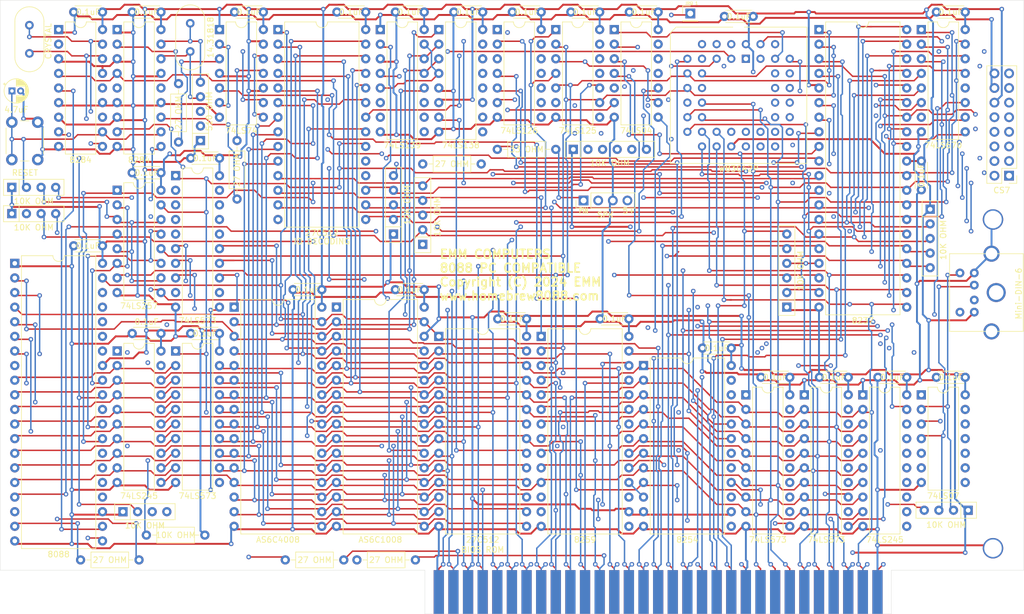
<source format=kicad_pcb>
(kicad_pcb (version 20171130) (host pcbnew "(5.1.8)-1")
  (layers (0 F.Cu signal) (1 In1.Cu signal) (2 In2.Cu signal) (31 B.Cu signal) (34 B.Paste user) (35 F.Paste user) (36 B.SilkS user) (37 F.SilkS user) (38 B.Mask user) (39 F.Mask user) (44 Edge.Cuts user))
  (net 0 "")
  (net 1 /A15)
  (net 2 /CLK88)
  (net 3 /A16_)
  (net 4 /INTR)
  (net 5 /A17_)
  (net 6 /A18_)
  (net 7 /AD0)
  (net 8 /A19_)
  (net 9 /AD1)
  (net 10 "Net-(U1-Pad34)")
  (net 11 /AD2)
  (net 12 /AD3)
  (net 13 /RD)
  (net 14 /AD4)
  (net 15 /HOLD)
  (net 16 /AD5)
  (net 17 /HOLDA)
  (net 18 /AD6)
  (net 19 /WR)
  (net 20 /AD7)
  (net 21 /IOM)
  (net 22 /A8)
  (net 23 /DTR)
  (net 24 /A9)
  (net 25 /DEN)
  (net 26 /A10)
  (net 27 /ALE)
  (net 28 /A11)
  (net 29 /INTA)
  (net 30 /A12)
  (net 31 /A13)
  (net 32 /A14)
  (net 33 /RESET)
  (net 34 /A0)
  (net 35 /A1)
  (net 36 /A2)
  (net 37 /A3)
  (net 38 /A4)
  (net 39 /A5)
  (net 40 /A6)
  (net 41 /A7)
  (net 42 /A16)
  (net 43 /A17)
  (net 44 /A18)
  (net 45 /A19)
  (net 46 /D0)
  (net 47 /D1)
  (net 48 /D2)
  (net 49 /D3)
  (net 50 /D4)
  (net 51 /D5)
  (net 52 /D6)
  (net 53 /D7)
  (net 54 /MWR)
  (net 55 /MRD)
  (net 56 /IORD)
  (net 57 /PU1)
  (net 58 /IOWR)
  (net 59 /GND)
  (net 60 /5+)
  (net 61 /40_CS)
  (net 62 "Net-(U6-Pad13)")
  (net 63 "Net-(U6-Pad12)")
  (net 64 "Net-(U6-Pad15)")
  (net 65 /20_CS)
  (net 66 /00_CS)
  (net 67 "Net-(U9-Pad18)")
  (net 68 /80_CS)
  (net 69 /61_CS)
  (net 70 /60_CS)
  (net 71 /DACK3)
  (net 72 /DACK2)
  (net 73 /AEN)
  (net 74 /ADSTB)
  (net 75 /DACK1)
  (net 76 "Net-(J1-Pad8)")
  (net 77 /UPPER_512K)
  (net 78 "Net-(U12-Pad7)")
  (net 79 "Net-(U12-Pad6)")
  (net 80 /CS_128K)
  (net 81 /CS_512K)
  (net 82 "Net-(U12-Pad11)")
  (net 83 "Net-(U12-Pad10)")
  (net 84 "Net-(U12-Pad9)")
  (net 85 "Net-(U14-Pad1)")
  (net 86 /CS_ROM)
  (net 87 "Net-(U16-Pad15)")
  (net 88 "Net-(U16-Pad14)")
  (net 89 "Net-(U16-Pad13)")
  (net 90 "Net-(U16-Pad12)")
  (net 91 "Net-(U16-Pad11)")
  (net 92 "Net-(U16-Pad10)")
  (net 93 "Net-(U16-Pad9)")
  (net 94 /OSC88)
  (net 95 /IRQ3)
  (net 96 /IRQ4)
  (net 97 /IRQ5)
  (net 98 /IRQ6)
  (net 99 /IRQ7)
  (net 100 /IRQ2)
  (net 101 /IRQ0)
  (net 102 /HF_PCLK)
  (net 103 /SPK_OUT)
  (net 104 /SPK_GO)
  (net 105 /DRQ0)
  (net 106 /IRQ1)
  (net 107 /RESOUT)
  (net 108 /X1)
  (net 109 /X2)
  (net 110 /CLK)
  (net 111 /PCLK)
  (net 112 /PCLK88)
  (net 113 /OSC)
  (net 114 /OSC88HF)
  (net 115 "Net-(U17-Pad14)")
  (net 116 /READY)
  (net 117 /RDY1)
  (net 118 /CH_CK)
  (net 119 /TC)
  (net 120 /REFRQ)
  (net 121 /DRQ1)
  (net 122 /DRQ3)
  (net 123 /12+)
  (net 124 /12-)
  (net 125 /DRQ2)
  (net 126 /5-)
  (net 127 /FB2)
  (net 128 /FB1)
  (net 129 /HF_OSC)
  (net 130 "Net-(U19-Pad37)")
  (net 131 "Net-(U19-Pad35)")
  (net 132 "Net-(U19-Pad33)")
  (net 133 "Net-(U19-Pad31)")
  (net 134 "Net-(U19-Pad40)")
  (net 135 "Net-(U19-Pad36)")
  (net 136 "Net-(U19-Pad34)")
  (net 137 "Net-(U19-Pad32)")
  (net 138 "Net-(U19-Pad30)")
  (net 139 "Net-(U19-Pad28)")
  (net 140 "Net-(U19-Pad26)")
  (net 141 "Net-(U19-Pad24)")
  (net 142 "Net-(U19-Pad29)")
  (net 143 "Net-(U19-Pad27)")
  (net 144 "Net-(U19-Pad25)")
  (net 145 "Net-(U19-Pad23)")
  (net 146 "Net-(U19-Pad13)")
  (net 147 "Net-(U19-Pad12)")
  (net 148 /KBD_DATA)
  (net 149 "Net-(U19-Pad6)")
  (net 150 "Net-(U19-Pad4)")
  (net 151 /T0)
  (net 152 /KBD_CLK)
  (net 153 /T1)
  (net 154 "Net-(U19-Pad1)")
  (net 155 "Net-(J2-Pad6)")
  (net 156 "Net-(J2-Pad2)")
  (net 157 /KBD_CLK_INVERTED)
  (net 158 /CLK_88)
  (net 159 /READY1)
  (net 160 /RESET1)
  (net 161 /X1A)
  (net 162 /X2A)
  (net 163 "Net-(U22-Pad14)")
  (net 164 "Net-(U22-Pad12)")
  (net 165 "Net-(U22-Pad2)")
  (net 166 /PORT_61_7)
  (net 167 /PORT_61_6)
  (net 168 /NMI_EN)
  (net 169 /PORT_61_4)
  (net 170 /PORT_61_3)
  (net 171 /PORT_61_2)
  (net 172 /SPK_EN)
  (net 173 /DRQ0_)
  (net 174 /CLK88_1)
  (net 175 /AEN_OE)
  (net 176 /EOP)
  (net 177 /CS_61_RD)
  (net 178 /CS_61_WR)
  (net 179 /E0_CS)
  (net 180 /CS_61_WR_)
  (net 181 /NMI)
  (net 182 /CH_CK_)
  (net 183 /SPK_PIN)
  (net 184 "Net-(U3-Pad19)")
  (net 185 "Net-(U3-Pad18)")
  (net 186 "Net-(U3-Pad17)")
  (net 187 "Net-(U3-Pad16)")
  (net 188 "Net-(U3-Pad5)")
  (net 189 "Net-(U3-Pad4)")
  (net 190 "Net-(U3-Pad3)")
  (net 191 "Net-(U3-Pad2)")
  (net 192 /760_WR)
  (net 193 "Net-(J3-Pad2)")
  (net 194 /SPK_PIN_O)
  (net 195 /CLK1)
  (net 196 "Net-(J4-Pad10)")
  (net 197 /IOM_)
  (net 198 "Net-(R14-Pad4)")
  (module Connector_PinHeader_2.54mm:PinHeader_1x01_P2.54mm_Vertical (layer F.Cu) (at 178.308 40.386)
    (fp_text reference J5 hide)
    (fp_text value "IRQ 1" (at 0.254 -1.778) (layer F.SilkS) (effects (font (size 0.508 0.508) (thickness 0.1016))))
    (pad 1 thru_hole rect (at 0 0) (size 1.7 1.7) (drill 1) (layers *.Cu *.Mask) (net 106 /IRQ1))
  )
  (module Resistor_THT:R_Axial_DIN0207_L6.3mm_D2.5mm_P10.16mm_Horizontal (layer F.Cu) (at 93.98 131.064 180)
    (fp_text reference R15 hide)
    (fp_text value "10K OHM" (at 5.08 0) (layer F.SilkS))
    (pad 2 thru_hole oval (at 10.16 0 180) (size 1.6 1.6) (drill 0.8) (layers *.Cu *.Mask) (net 25 /DEN))
    (pad 1 thru_hole circle (at 0 0 180) (size 1.6 1.6) (drill 0.8) (layers *.Cu *.Mask) (net 60 /5+))
  )
  (module Resistor_THT:R_Array_SIP6 (layer F.Cu) (at 195.072 91.44 90)
    (fp_text reference R17 hide)
    (fp_text value "10K OHM" (at 6.35 2.4 90) (layer F.SilkS))
    (pad 6 thru_hole oval (at 12.7 0 90) (size 1.6 1.6) (drill 0.8) (layers *.Cu *.Mask) (net 73 /AEN))
    (pad 5 thru_hole oval (at 10.16 0 90) (size 1.6 1.6) (drill 0.8) (layers *.Cu *.Mask) (net 122 /DRQ3))
    (pad 4 thru_hole oval (at 7.62 0 90) (size 1.6 1.6) (drill 0.8) (layers *.Cu *.Mask) (net 125 /DRQ2))
    (pad 3 thru_hole oval (at 5.08 0 90) (size 1.6 1.6) (drill 0.8) (layers *.Cu *.Mask) (net 121 /DRQ1))
    (pad 2 thru_hole oval (at 2.54 0 90) (size 1.6 1.6) (drill 0.8) (layers *.Cu *.Mask) (net 173 /DRQ0_))
    (pad 1 thru_hole rect (at 0 0 90) (size 1.6 1.6) (drill 0.8) (layers *.Cu *.Mask) (net 59 /GND))
  )
  (module Resistor_THT:R_Array_SIP6 (layer F.Cu) (at 157.988 64.008)
    (fp_text reference R12 hide)
    (fp_text value "10K OHM" (at 6.35 2.4) (layer F.SilkS))
    (pad 6 thru_hole oval (at 12.7 0) (size 1.6 1.6) (drill 0.8) (layers *.Cu *.Mask) (net 192 /760_WR))
    (pad 5 thru_hole oval (at 10.16 0) (size 1.6 1.6) (drill 0.8) (layers *.Cu *.Mask) (net 182 /CH_CK_))
    (pad 4 thru_hole oval (at 7.62 0) (size 1.6 1.6) (drill 0.8) (layers *.Cu *.Mask) (net 176 /EOP))
    (pad 3 thru_hole oval (at 5.08 0) (size 1.6 1.6) (drill 0.8) (layers *.Cu *.Mask) (net 177 /CS_61_RD))
    (pad 2 thru_hole oval (at 2.54 0) (size 1.6 1.6) (drill 0.8) (layers *.Cu *.Mask) (net 178 /CS_61_WR))
    (pad 1 thru_hole rect (at 0 0) (size 1.6 1.6) (drill 0.8) (layers *.Cu *.Mask) (net 60 /5+))
  )
  (module Resistor_THT:R_Array_SIP5 (layer F.Cu) (at 131.826 80.518 90)
    (fp_text reference R8 hide)
    (fp_text value "10K OHM" (at 4.826 2.54 90) (layer F.SilkS))
    (pad 5 thru_hole oval (at 10.16 0 90) (size 1.6 1.6) (drill 0.8) (layers *.Cu *.Mask) (net 66 /00_CS))
    (pad 4 thru_hole oval (at 7.62 0 90) (size 1.6 1.6) (drill 0.8) (layers *.Cu *.Mask) (net 65 /20_CS))
    (pad 3 thru_hole oval (at 5.08 0 90) (size 1.6 1.6) (drill 0.8) (layers *.Cu *.Mask) (net 61 /40_CS))
    (pad 2 thru_hole oval (at 2.54 0 90) (size 1.6 1.6) (drill 0.8) (layers *.Cu *.Mask) (net 117 /RDY1))
    (pad 1 thru_hole rect (at 0 0 90) (size 1.6 1.6) (drill 0.8) (layers *.Cu *.Mask) (net 60 /5+))
  )
  (module Resistor_THT:R_Array_SIP5 (layer F.Cu) (at 126.746 78.74 90)
    (fp_text reference R10 hide)
    (fp_text value "10K OHM" (at 5.08 2.4 90) (layer F.SilkS))
    (pad 5 thru_hole oval (at 10.16 0 90) (size 1.6 1.6) (drill 0.8) (layers *.Cu *.Mask) (net 179 /E0_CS))
    (pad 4 thru_hole oval (at 7.62 0 90) (size 1.6 1.6) (drill 0.8) (layers *.Cu *.Mask) (net 68 /80_CS))
    (pad 3 thru_hole oval (at 5.08 0 90) (size 1.6 1.6) (drill 0.8) (layers *.Cu *.Mask) (net 69 /61_CS))
    (pad 2 thru_hole oval (at 2.54 0 90) (size 1.6 1.6) (drill 0.8) (layers *.Cu *.Mask) (net 70 /60_CS))
    (pad 1 thru_hole rect (at 0 0 90) (size 1.6 1.6) (drill 0.8) (layers *.Cu *.Mask) (net 60 /5+))
  )
  (module Connector_PinHeader_2.54mm:PinHeader_2x08_P2.54mm_Vertical (layer F.Cu) (at 233.68 68.58 180)
    (fp_text reference J4 hide)
    (fp_text value CS7 (at 1.27 -2.54) (layer F.SilkS))
    (pad 16 thru_hole oval (at 2.54 17.78 180) (size 1.7 1.7) (drill 1) (layers *.Cu *.Mask) (net 59 /GND))
    (pad 15 thru_hole oval (at 0 17.78 180) (size 1.7 1.7) (drill 1) (layers *.Cu *.Mask) (net 46 /D0))
    (pad 14 thru_hole oval (at 2.54 15.24 180) (size 1.7 1.7) (drill 1) (layers *.Cu *.Mask) (net 59 /GND))
    (pad 13 thru_hole oval (at 0 15.24 180) (size 1.7 1.7) (drill 1) (layers *.Cu *.Mask) (net 47 /D1))
    (pad 12 thru_hole oval (at 2.54 12.7 180) (size 1.7 1.7) (drill 1) (layers *.Cu *.Mask) (net 60 /5+))
    (pad 11 thru_hole oval (at 0 12.7 180) (size 1.7 1.7) (drill 1) (layers *.Cu *.Mask) (net 48 /D2))
    (pad 10 thru_hole oval (at 2.54 10.16 180) (size 1.7 1.7) (drill 1) (layers *.Cu *.Mask) (net 196 "Net-(J4-Pad10)"))
    (pad 9 thru_hole oval (at 0 10.16 180) (size 1.7 1.7) (drill 1) (layers *.Cu *.Mask) (net 49 /D3))
    (pad 8 thru_hole oval (at 2.54 7.62 180) (size 1.7 1.7) (drill 1) (layers *.Cu *.Mask) (net 36 /A2))
    (pad 7 thru_hole oval (at 0 7.62 180) (size 1.7 1.7) (drill 1) (layers *.Cu *.Mask) (net 50 /D4))
    (pad 6 thru_hole oval (at 2.54 5.08 180) (size 1.7 1.7) (drill 1) (layers *.Cu *.Mask) (net 179 /E0_CS))
    (pad 5 thru_hole oval (at 0 5.08 180) (size 1.7 1.7) (drill 1) (layers *.Cu *.Mask) (net 51 /D5))
    (pad 4 thru_hole oval (at 2.54 2.54 180) (size 1.7 1.7) (drill 1) (layers *.Cu *.Mask) (net 56 /IORD))
    (pad 3 thru_hole oval (at 0 2.54 180) (size 1.7 1.7) (drill 1) (layers *.Cu *.Mask) (net 52 /D6))
    (pad 2 thru_hole oval (at 2.54 0 180) (size 1.7 1.7) (drill 1) (layers *.Cu *.Mask) (net 58 /IOWR))
    (pad 1 thru_hole rect (at 0 0 180) (size 1.7 1.7) (drill 1) (layers *.Cu *.Mask) (net 53 /D7))
  )
  (module Resistor_THT:R_Array_SIP5 (layer F.Cu) (at 219.964 74.422 270)
    (fp_text reference R16 hide)
    (fp_text value "10K OHM" (at 5.334 -2.286 90) (layer F.SilkS))
    (pad 5 thru_hole oval (at 10.16 0 270) (size 1.6 1.6) (drill 0.8) (layers *.Cu *.Mask) (net 75 /DACK1))
    (pad 4 thru_hole oval (at 7.62 0 270) (size 1.6 1.6) (drill 0.8) (layers *.Cu *.Mask) (net 120 /REFRQ))
    (pad 3 thru_hole oval (at 5.08 0 270) (size 1.6 1.6) (drill 0.8) (layers *.Cu *.Mask) (net 71 /DACK3))
    (pad 2 thru_hole oval (at 2.54 0 270) (size 1.6 1.6) (drill 0.8) (layers *.Cu *.Mask) (net 72 /DACK2))
    (pad 1 thru_hole rect (at 0 0 270) (size 1.6 1.6) (drill 0.8) (layers *.Cu *.Mask) (net 60 /5+))
  )
  (module Resistor_THT:R_Array_SIP4 (layer F.Cu) (at 79.756 127)
    (fp_text reference R14 hide)
    (fp_text value "10K OHM" (at 3.81 2.4) (layer F.SilkS))
    (pad 4 thru_hole oval (at 7.62 0) (size 1.6 1.6) (drill 0.8) (layers *.Cu *.Mask) (net 198 "Net-(R14-Pad4)"))
    (pad 3 thru_hole oval (at 5.08 0) (size 1.6 1.6) (drill 0.8) (layers *.Cu *.Mask) (net 181 /NMI))
    (pad 2 thru_hole oval (at 2.54 0) (size 1.6 1.6) (drill 0.8) (layers *.Cu *.Mask) (net 15 /HOLD))
    (pad 1 thru_hole rect (at 0 0) (size 1.6 1.6) (drill 0.8) (layers *.Cu *.Mask) (net 59 /GND))
  )
  (module Resistor_THT:R_Array_SIP4 (layer F.Cu) (at 60.452 70.612)
    (fp_text reference R2 hide)
    (fp_text value "10K OHM" (at 3.81 2.4) (layer F.SilkS))
    (pad 4 thru_hole oval (at 7.62 0) (size 1.6 1.6) (drill 0.8) (layers *.Cu *.Mask) (net 56 /IORD))
    (pad 3 thru_hole oval (at 5.08 0) (size 1.6 1.6) (drill 0.8) (layers *.Cu *.Mask) (net 57 /PU1))
    (pad 2 thru_hole oval (at 2.54 0) (size 1.6 1.6) (drill 0.8) (layers *.Cu *.Mask) (net 33 /RESET))
    (pad 1 thru_hole rect (at 0 0) (size 1.6 1.6) (drill 0.8) (layers *.Cu *.Mask) (net 60 /5+))
  )
  (module Resistor_THT:R_Array_SIP4 (layer F.Cu) (at 60.452 75.184)
    (fp_text reference R1 hide)
    (fp_text value "10K OHM" (at 3.81 2.4) (layer F.SilkS))
    (pad 4 thru_hole oval (at 7.62 0) (size 1.6 1.6) (drill 0.8) (layers *.Cu *.Mask) (net 58 /IOWR))
    (pad 3 thru_hole oval (at 5.08 0) (size 1.6 1.6) (drill 0.8) (layers *.Cu *.Mask) (net 55 /MRD))
    (pad 2 thru_hole oval (at 2.54 0) (size 1.6 1.6) (drill 0.8) (layers *.Cu *.Mask) (net 54 /MWR))
    (pad 1 thru_hole rect (at 0 0) (size 1.6 1.6) (drill 0.8) (layers *.Cu *.Mask) (net 60 /5+))
  )
  (module Resistor_THT:R_Array_SIP5 (layer F.Cu) (at 93.218 62.484 90)
    (fp_text reference R18 hide)
    (fp_text value "510 OHM" (at 5.08 1.524 90) (layer F.SilkS))
    (pad 5 thru_hole oval (at 10.16 0 90) (size 1.6 1.6) (drill 0.8) (layers *.Cu *.Mask) (net 108 /X1))
    (pad 4 thru_hole oval (at 7.62 0 90) (size 1.6 1.6) (drill 0.8) (layers *.Cu *.Mask) (net 109 /X2))
    (pad 3 thru_hole oval (at 5.08 0 90) (size 1.6 1.6) (drill 0.8) (layers *.Cu *.Mask) (net 161 /X1A))
    (pad 2 thru_hole oval (at 2.54 0 90) (size 1.6 1.6) (drill 0.8) (layers *.Cu *.Mask) (net 162 /X2A))
    (pad 1 thru_hole rect (at 0 0 90) (size 1.6 1.6) (drill 0.8) (layers *.Cu *.Mask) (net 59 /GND))
  )
  (module Resistor_THT:R_Axial_DIN0207_L6.3mm_D2.5mm_P10.16mm_Horizontal (layer F.Cu) (at 154.94 64.008 180)
    (fp_text reference R13 hide)
    (fp_text value "33 OHM" (at 5.08 0) (layer F.SilkS))
    (pad 2 thru_hole oval (at 10.16 0 180) (size 1.6 1.6) (drill 0.8) (layers *.Cu *.Mask) (net 183 /SPK_PIN))
    (pad 1 thru_hole circle (at 0 0 180) (size 1.6 1.6) (drill 0.8) (layers *.Cu *.Mask) (net 194 /SPK_PIN_O))
  )
  (module Resistor_THT:R_Axial_DIN0207_L6.3mm_D2.5mm_P10.16mm_Horizontal (layer F.Cu) (at 131.826 66.548)
    (fp_text reference R11 hide)
    (fp_text value "27 OHM" (at 5.08 0) (layer F.SilkS))
    (pad 2 thru_hole oval (at 10.16 0) (size 1.6 1.6) (drill 0.8) (layers *.Cu *.Mask) (net 174 /CLK88_1))
    (pad 1 thru_hole circle (at 0 0) (size 1.6 1.6) (drill 0.8) (layers *.Cu *.Mask) (net 110 /CLK))
  )
  (module Resistor_THT:R_Axial_DIN0207_L6.3mm_D2.5mm_P10.16mm_Horizontal (layer F.Cu) (at 72.39 135.382)
    (fp_text reference R9 hide)
    (fp_text value "27 OHM" (at 5.08 0) (layer F.SilkS))
    (pad 2 thru_hole oval (at 10.16 0) (size 1.6 1.6) (drill 0.8) (layers *.Cu *.Mask) (net 195 /CLK1))
    (pad 1 thru_hole circle (at 0 0) (size 1.6 1.6) (drill 0.8) (layers *.Cu *.Mask) (net 158 /CLK_88))
  )
  (module Resistor_THT:R_Array_SIP4 (layer F.Cu) (at 226.568 126.746 180)
    (fp_text reference R7 hide)
    (fp_text value "10K OHM" (at 3.81 -2.54) (layer F.SilkS))
    (pad 4 thru_hole oval (at 7.62 0 180) (size 1.6 1.6) (drill 0.8) (layers *.Cu *.Mask) (net 118 /CH_CK))
    (pad 3 thru_hole oval (at 5.08 0 180) (size 1.6 1.6) (drill 0.8) (layers *.Cu *.Mask) (net 153 /T1))
    (pad 2 thru_hole oval (at 2.54 0 180) (size 1.6 1.6) (drill 0.8) (layers *.Cu *.Mask) (net 151 /T0))
    (pad 1 thru_hole rect (at 0 0 180) (size 1.6 1.6) (drill 0.8) (layers *.Cu *.Mask) (net 60 /5+))
  )
  (module Resistor_THT:R_Axial_DIN0207_L6.3mm_D2.5mm_P10.16mm_Horizontal (layer F.Cu) (at 107.95 135.382)
    (fp_text reference R6 hide)
    (fp_text value "27 OHM" (at 5.08 0) (layer F.SilkS))
    (pad 2 thru_hole oval (at 10.16 0) (size 1.6 1.6) (drill 0.8) (layers *.Cu *.Mask) (net 94 /OSC88))
    (pad 1 thru_hole circle (at 0 0) (size 1.6 1.6) (drill 0.8) (layers *.Cu *.Mask) (net 113 /OSC))
  )
  (module Resistor_THT:R_Axial_DIN0207_L6.3mm_D2.5mm_P10.16mm_Horizontal (layer F.Cu) (at 99.568 62.484 270)
    (fp_text reference R5 hide)
    (fp_text value "27 OHM" (at 5.08 0 90) (layer F.SilkS))
    (pad 2 thru_hole oval (at 10.16 0 270) (size 1.6 1.6) (drill 0.8) (layers *.Cu *.Mask) (net 113 /OSC))
    (pad 1 thru_hole circle (at 0 0 270) (size 1.6 1.6) (drill 0.8) (layers *.Cu *.Mask) (net 114 /OSC88HF))
  )
  (module Resistor_THT:R_Axial_DIN0207_L6.3mm_D2.5mm_P10.16mm_Horizontal (layer F.Cu) (at 89.408 62.738 90)
    (fp_text reference R4 hide)
    (fp_text value "27 OHM" (at 5.08 0 90) (layer F.SilkS))
    (pad 2 thru_hole oval (at 10.16 0 90) (size 1.6 1.6) (drill 0.8) (layers *.Cu *.Mask) (net 111 /PCLK))
    (pad 1 thru_hole circle (at 0 0 90) (size 1.6 1.6) (drill 0.8) (layers *.Cu *.Mask) (net 112 /PCLK88))
  )
  (module Resistor_THT:R_Axial_DIN0207_L6.3mm_D2.5mm_P10.16mm_Horizontal (layer F.Cu) (at 120.396 135.382)
    (fp_text reference R3 hide)
    (fp_text value "27 OHM" (at 5.08 0) (layer F.SilkS))
    (pad 2 thru_hole oval (at 10.16 0) (size 1.6 1.6) (drill 0.8) (layers *.Cu *.Mask) (net 2 /CLK88))
    (pad 1 thru_hole circle (at 0 0) (size 1.6 1.6) (drill 0.8) (layers *.Cu *.Mask) (net 110 /CLK))
  )
  (module Connector_PinHeader_2.54mm:PinHeader_1x04_P2.54mm_Vertical (layer F.Cu) (at 159.766 72.898 90)
    (fp_text reference J3 hide)
    (fp_text value SPK (at -2.54 3.81 180) (layer F.SilkS))
    (pad 4 thru_hole oval (at 0 7.62 90) (size 1.7 1.7) (drill 1) (layers *.Cu *.Mask) (net 60 /5+))
    (pad 3 thru_hole oval (at 0 5.08 90) (size 1.7 1.7) (drill 1) (layers *.Cu *.Mask) (net 59 /GND))
    (pad 2 thru_hole oval (at 0 2.54 90) (size 1.7 1.7) (drill 1) (layers *.Cu *.Mask) (net 193 "Net-(J3-Pad2)"))
    (pad 1 thru_hole rect (at 0 0 90) (size 1.7 1.7) (drill 1) (layers *.Cu *.Mask) (net 194 /SPK_PIN_O))
  )
  (module Capacitor_THT:C_Disc_D4.3mm_W1.9mm_P5.00mm (layer F.Cu) (at 162.56 40.132 180)
    (fp_text reference C26 hide)
    (fp_text value 0.1uF (at 2.54 0) (layer F.SilkS))
    (pad 2 thru_hole circle (at 5 0 180) (size 1.6 1.6) (drill 0.8) (layers *.Cu *.Mask) (net 59 /GND))
    (pad 1 thru_hole circle (at 0 0 180) (size 1.6 1.6) (drill 0.8) (layers *.Cu *.Mask) (net 60 /5+))
  )
  (module Capacitor_THT:C_Disc_D4.3mm_W1.9mm_P5.00mm (layer F.Cu) (at 152.4 40.132 180)
    (fp_text reference C25 hide)
    (fp_text value 0.1uF (at 2.5 0 unlocked) (layer F.SilkS))
    (pad 2 thru_hole circle (at 5 0 180) (size 1.6 1.6) (drill 0.8) (layers *.Cu *.Mask) (net 59 /GND))
    (pad 1 thru_hole circle (at 0 0 180) (size 1.6 1.6) (drill 0.8) (layers *.Cu *.Mask) (net 60 /5+))
  )
  (module Capacitor_THT:C_Disc_D4.3mm_W1.9mm_P5.00mm (layer F.Cu) (at 205.74 103.632 180)
    (fp_text reference C24 hide)
    (fp_text value 0.1uF (at 2.5 0) (layer F.SilkS))
    (pad 2 thru_hole circle (at 5 0 180) (size 1.6 1.6) (drill 0.8) (layers *.Cu *.Mask) (net 59 /GND))
    (pad 1 thru_hole circle (at 0 0 180) (size 1.6 1.6) (drill 0.8) (layers *.Cu *.Mask) (net 60 /5+))
  )
  (module Capacitor_THT:C_Disc_D4.3mm_W1.9mm_P5.00mm (layer F.Cu) (at 215.9 103.632 180)
    (fp_text reference C23 hide)
    (fp_text value 0.1uF (at 2.54 0) (layer F.SilkS))
    (pad 2 thru_hole circle (at 5 0 180) (size 1.6 1.6) (drill 0.8) (layers *.Cu *.Mask) (net 59 /GND))
    (pad 1 thru_hole circle (at 0 0 180) (size 1.6 1.6) (drill 0.8) (layers *.Cu *.Mask) (net 60 /5+))
  )
  (module Capacitor_THT:C_Disc_D4.3mm_W1.9mm_P5.00mm (layer F.Cu) (at 76.2 40.132 180)
    (fp_text reference C22 hide)
    (fp_text value 0.1uF (at 2.5 0) (layer F.SilkS))
    (pad 2 thru_hole circle (at 5 0 180) (size 1.6 1.6) (drill 0.8) (layers *.Cu *.Mask) (net 59 /GND))
    (pad 1 thru_hole circle (at 0 0 180) (size 1.6 1.6) (drill 0.8) (layers *.Cu *.Mask) (net 60 /5+))
  )
  (module Capacitor_THT:C_Disc_D4.3mm_W1.9mm_P5.00mm (layer F.Cu) (at 172.72 40.132 180)
    (fp_text reference C21 hide)
    (fp_text value 0.1uF (at 2.54 0 unlocked) (layer F.SilkS))
    (pad 2 thru_hole circle (at 5 0 180) (size 1.6 1.6) (drill 0.8) (layers *.Cu *.Mask) (net 59 /GND))
    (pad 1 thru_hole circle (at 0 0 180) (size 1.6 1.6) (drill 0.8) (layers *.Cu *.Mask) (net 60 /5+))
  )
  (module Capacitor_THT:C_Disc_D4.3mm_W1.9mm_P5.00mm (layer F.Cu) (at 226.06 103.632 180)
    (fp_text reference C20 hide)
    (fp_text value 0.1uF (at 2.54 0) (layer F.SilkS))
    (pad 2 thru_hole circle (at 5 0 180) (size 1.6 1.6) (drill 0.8) (layers *.Cu *.Mask) (net 59 /GND))
    (pad 1 thru_hole circle (at 0 0 180) (size 1.6 1.6) (drill 0.8) (layers *.Cu *.Mask) (net 60 /5+))
  )
  (module Capacitor_THT:C_Disc_D4.3mm_W1.9mm_P5.00mm (layer F.Cu) (at 189.23 40.894 180)
    (fp_text reference C19 hide)
    (fp_text value 0.1uF (at 2.5 0) (layer F.SilkS))
    (pad 2 thru_hole circle (at 5 0 180) (size 1.6 1.6) (drill 0.8) (layers *.Cu *.Mask) (net 59 /GND))
    (pad 1 thru_hole circle (at 0 0 180) (size 1.6 1.6) (drill 0.8) (layers *.Cu *.Mask) (net 60 /5+))
  )
  (module Capacitor_THT:C_Disc_D4.3mm_W1.9mm_P5.00mm (layer F.Cu) (at 104.14 40.132 180)
    (fp_text reference C18 hide)
    (fp_text value 0.1uF (at 2.54 0 unlocked) (layer F.SilkS))
    (pad 2 thru_hole circle (at 5 0 180) (size 1.6 1.6) (drill 0.8) (layers *.Cu *.Mask) (net 59 /GND))
    (pad 1 thru_hole circle (at 0 0 180) (size 1.6 1.6) (drill 0.8) (layers *.Cu *.Mask) (net 60 /5+))
  )
  (module Capacitor_THT:C_Disc_D4.3mm_W1.9mm_P5.00mm (layer F.Cu) (at 86.36 40.132 180)
    (fp_text reference C17 hide)
    (fp_text value 0.1uF (at 2.54 0 unlocked) (layer F.SilkS))
    (pad 2 thru_hole circle (at 5 0 180) (size 1.6 1.6) (drill 0.8) (layers *.Cu *.Mask) (net 59 /GND))
    (pad 1 thru_hole circle (at 0 0 180) (size 1.6 1.6) (drill 0.8) (layers *.Cu *.Mask) (net 60 /5+))
  )
  (module Capacitor_THT:C_Disc_D4.3mm_W1.9mm_P5.00mm (layer F.Cu) (at 142.24 40.132 180)
    (fp_text reference C16 hide)
    (fp_text value 0.1uF (at 2.54 0 unlocked) (layer F.SilkS))
    (pad 2 thru_hole circle (at 5 0 180) (size 1.6 1.6) (drill 0.8) (layers *.Cu *.Mask) (net 59 /GND))
    (pad 1 thru_hole circle (at 0 0 180) (size 1.6 1.6) (drill 0.8) (layers *.Cu *.Mask) (net 60 /5+))
  )
  (module Capacitor_THT:C_Disc_D4.3mm_W1.9mm_P5.00mm (layer F.Cu) (at 149.86 93.472 180)
    (fp_text reference C15 hide)
    (fp_text value 0.1uF (at 2.54 0 unlocked) (layer F.SilkS))
    (pad 2 thru_hole circle (at 5 0 180) (size 1.6 1.6) (drill 0.8) (layers *.Cu *.Mask) (net 59 /GND))
    (pad 1 thru_hole circle (at 0 0 180) (size 1.6 1.6) (drill 0.8) (layers *.Cu *.Mask) (net 60 /5+))
  )
  (module Capacitor_THT:C_Disc_D4.3mm_W1.9mm_P5.00mm (layer F.Cu) (at 132.08 88.392 180)
    (fp_text reference C14 hide)
    (fp_text value 0.1uF (at 2.54 0 unlocked) (layer F.SilkS))
    (pad 2 thru_hole circle (at 5 0 180) (size 1.6 1.6) (drill 0.8) (layers *.Cu *.Mask) (net 59 /GND))
    (pad 1 thru_hole circle (at 0 0 180) (size 1.6 1.6) (drill 0.8) (layers *.Cu *.Mask) (net 60 /5+))
  )
  (module Capacitor_THT:C_Disc_D4.3mm_W1.9mm_P5.00mm (layer F.Cu) (at 114.3 88.392 180)
    (fp_text reference C13 hide)
    (fp_text value 0.1uF (at 2.54 0 unlocked) (layer F.SilkS))
    (pad 2 thru_hole circle (at 5 0 180) (size 1.6 1.6) (drill 0.8) (layers *.Cu *.Mask) (net 59 /GND))
    (pad 1 thru_hole circle (at 0 0 180) (size 1.6 1.6) (drill 0.8) (layers *.Cu *.Mask) (net 60 /5+))
  )
  (module Capacitor_THT:C_Disc_D4.3mm_W1.9mm_P5.00mm (layer F.Cu) (at 132.08 40.132 180)
    (fp_text reference C12 hide)
    (fp_text value 0.1uF (at 2.54 0) (layer F.SilkS))
    (pad 2 thru_hole circle (at 5 0 180) (size 1.6 1.6) (drill 0.8) (layers *.Cu *.Mask) (net 59 /GND))
    (pad 1 thru_hole circle (at 0 0 180) (size 1.6 1.6) (drill 0.8) (layers *.Cu *.Mask) (net 60 /5+))
  )
  (module Capacitor_THT:C_Disc_D4.3mm_W1.9mm_P5.00mm (layer F.Cu) (at 195.58 103.632 180)
    (fp_text reference C11 hide)
    (fp_text value 0.1uF (at 2.54 0 unlocked) (layer F.SilkS))
    (pad 2 thru_hole circle (at 5 0 180) (size 1.6 1.6) (drill 0.8) (layers *.Cu *.Mask) (net 59 /GND))
    (pad 1 thru_hole circle (at 0 0 180) (size 1.6 1.6) (drill 0.8) (layers *.Cu *.Mask) (net 60 /5+))
  )
  (module Capacitor_THT:C_Disc_D4.3mm_W1.9mm_P5.00mm (layer F.Cu) (at 218.44 66.04 270)
    (fp_text reference C10 hide)
    (fp_text value 0.1uF (at 2.54 0 90 unlocked) (layer F.SilkS))
    (pad 2 thru_hole circle (at 5 0 270) (size 1.6 1.6) (drill 0.8) (layers *.Cu *.Mask) (net 59 /GND))
    (pad 1 thru_hole circle (at 0 0 270) (size 1.6 1.6) (drill 0.8) (layers *.Cu *.Mask) (net 60 /5+))
  )
  (module Capacitor_THT:C_Disc_D4.3mm_W1.9mm_P5.00mm (layer F.Cu) (at 121.92 40.132 180)
    (fp_text reference C9 hide)
    (fp_text value 0.1uF (at 2.54 0) (layer F.SilkS))
    (pad 2 thru_hole circle (at 5 0 180) (size 1.6 1.6) (drill 0.8) (layers *.Cu *.Mask) (net 59 /GND))
    (pad 1 thru_hole circle (at 0 0 180) (size 1.6 1.6) (drill 0.8) (layers *.Cu *.Mask) (net 60 /5+))
  )
  (module Capacitor_THT:C_Disc_D4.3mm_W1.9mm_P5.00mm (layer F.Cu) (at 86.36 68.072 180)
    (fp_text reference C8 hide)
    (fp_text value 0.1uF (at 2.5 0) (layer F.SilkS))
    (pad 2 thru_hole circle (at 5 0 180) (size 1.6 1.6) (drill 0.8) (layers *.Cu *.Mask) (net 59 /GND))
    (pad 1 thru_hole circle (at 0 0 180) (size 1.6 1.6) (drill 0.8) (layers *.Cu *.Mask) (net 60 /5+))
  )
  (module Capacitor_THT:C_Disc_D4.3mm_W1.9mm_P5.00mm (layer F.Cu) (at 226.06 40.132 180)
    (fp_text reference C7 hide)
    (fp_text value 0.1uF (at 2.54 0 unlocked) (layer F.SilkS))
    (pad 2 thru_hole circle (at 5 0 180) (size 1.6 1.6) (drill 0.8) (layers *.Cu *.Mask) (net 59 /GND))
    (pad 1 thru_hole circle (at 0 0 180) (size 1.6 1.6) (drill 0.8) (layers *.Cu *.Mask) (net 60 /5+))
  )
  (module Capacitor_THT:C_Disc_D4.3mm_W1.9mm_P5.00mm (layer F.Cu) (at 167.64 93.472 180)
    (fp_text reference C6 hide)
    (fp_text value 0.1uF (at 2.54 0 unlocked) (layer F.SilkS))
    (pad 2 thru_hole circle (at 5 0 180) (size 1.6 1.6) (drill 0.8) (layers *.Cu *.Mask) (net 59 /GND))
    (pad 1 thru_hole circle (at 0 0 180) (size 1.6 1.6) (drill 0.8) (layers *.Cu *.Mask) (net 60 /5+))
  )
  (module Capacitor_THT:C_Disc_D4.3mm_W1.9mm_P5.00mm (layer F.Cu) (at 185.42 98.552 180)
    (fp_text reference C5 hide)
    (fp_text value 0.1uF (at 2.54 0 unlocked) (layer F.SilkS))
    (pad 2 thru_hole circle (at 5 0 180) (size 1.6 1.6) (drill 0.8) (layers *.Cu *.Mask) (net 59 /GND))
    (pad 1 thru_hole circle (at 0 0 180) (size 1.6 1.6) (drill 0.8) (layers *.Cu *.Mask) (net 60 /5+))
  )
  (module Capacitor_THT:C_Disc_D4.3mm_W1.9mm_P5.00mm (layer F.Cu) (at 86.36 96.012 180)
    (fp_text reference C4 hide)
    (fp_text value 0.1uF (at 2.5 2.032 unlocked) (layer F.SilkS))
    (pad 2 thru_hole circle (at 5 0 180) (size 1.6 1.6) (drill 0.8) (layers *.Cu *.Mask) (net 59 /GND))
    (pad 1 thru_hole circle (at 0 0 180) (size 1.6 1.6) (drill 0.8) (layers *.Cu *.Mask) (net 60 /5+))
  )
  (module Capacitor_THT:C_Disc_D4.3mm_W1.9mm_P5.00mm (layer F.Cu) (at 96.52 65.532 180)
    (fp_text reference C3 hide)
    (fp_text value 0.1uF (at 2.5 0) (layer F.SilkS))
    (pad 2 thru_hole circle (at 5 0 180) (size 1.6 1.6) (drill 0.8) (layers *.Cu *.Mask) (net 59 /GND))
    (pad 1 thru_hole circle (at 0 0 180) (size 1.6 1.6) (drill 0.8) (layers *.Cu *.Mask) (net 60 /5+))
  )
  (module Capacitor_THT:C_Disc_D4.3mm_W1.9mm_P5.00mm (layer F.Cu) (at 96.52 96.012 180)
    (fp_text reference C2 hide)
    (fp_text value 0.1uF (at 2.54 0 unlocked) (layer F.SilkS))
    (pad 2 thru_hole circle (at 5 0 180) (size 1.6 1.6) (drill 0.8) (layers *.Cu *.Mask) (net 59 /GND))
    (pad 1 thru_hole circle (at 0 0 180) (size 1.6 1.6) (drill 0.8) (layers *.Cu *.Mask) (net 60 /5+))
  )
  (module Capacitor_THT:C_Disc_D4.3mm_W1.9mm_P5.00mm (layer F.Cu) (at 76.2 80.772 180)
    (fp_text reference C1 hide)
    (fp_text value 0.1uF (at 2.54 0) (layer F.SilkS))
    (pad 2 thru_hole circle (at 5 0 180) (size 1.6 1.6) (drill 0.8) (layers *.Cu *.Mask) (net 59 /GND))
    (pad 1 thru_hole circle (at 0 0 180) (size 1.6 1.6) (drill 0.8) (layers *.Cu *.Mask) (net 60 /5+))
  )
  (module My:BUS_8_BIT (layer F.Cu) (at 210.82 137.16 270)
    (fp_text reference J1 hide)
    (fp_text value Bus_ISA_8bit hide)
    (pad 62 connect rect (at 3.81 76.2) (size 1.78 7.62) (layers F.Cu F.Mask) (net 34 /A0))
    (pad 61 connect rect (at 3.81 73.66) (size 1.78 7.62) (layers F.Cu F.Mask) (net 35 /A1))
    (pad 60 connect rect (at 3.81 71.12) (size 1.78 7.62) (layers F.Cu F.Mask) (net 36 /A2))
    (pad 59 connect rect (at 3.81 68.58) (size 1.78 7.62) (layers F.Cu F.Mask) (net 37 /A3))
    (pad 58 connect rect (at 3.81 66.04) (size 1.78 7.62) (layers F.Cu F.Mask) (net 38 /A4))
    (pad 57 connect rect (at 3.81 63.5) (size 1.78 7.62) (layers F.Cu F.Mask) (net 39 /A5))
    (pad 56 connect rect (at 3.81 60.96) (size 1.78 7.62) (layers F.Cu F.Mask) (net 40 /A6))
    (pad 55 connect rect (at 3.81 58.42) (size 1.78 7.62) (layers F.Cu F.Mask) (net 41 /A7))
    (pad 54 connect rect (at 3.81 55.88) (size 1.78 7.62) (layers F.Cu F.Mask) (net 22 /A8))
    (pad 53 connect rect (at 3.81 53.34) (size 1.78 7.62) (layers F.Cu F.Mask) (net 24 /A9))
    (pad 52 connect rect (at 3.81 50.8) (size 1.78 7.62) (layers F.Cu F.Mask) (net 26 /A10))
    (pad 51 connect rect (at 3.81 48.26) (size 1.78 7.62) (layers F.Cu F.Mask) (net 28 /A11))
    (pad 50 connect rect (at 3.81 45.72) (size 1.78 7.62) (layers F.Cu F.Mask) (net 30 /A12))
    (pad 49 connect rect (at 3.81 43.18) (size 1.78 7.62) (layers F.Cu F.Mask) (net 31 /A13))
    (pad 48 connect rect (at 3.81 40.64) (size 1.78 7.62) (layers F.Cu F.Mask) (net 32 /A14))
    (pad 47 connect rect (at 3.81 38.1) (size 1.78 7.62) (layers F.Cu F.Mask) (net 1 /A15))
    (pad 46 connect rect (at 3.81 35.56) (size 1.78 7.62) (layers F.Cu F.Mask) (net 42 /A16))
    (pad 45 connect rect (at 3.81 33.02) (size 1.78 7.62) (layers F.Cu F.Mask) (net 43 /A17))
    (pad 44 connect rect (at 3.81 30.48) (size 1.78 7.62) (layers F.Cu F.Mask) (net 44 /A18))
    (pad 43 connect rect (at 3.81 27.94) (size 1.78 7.62) (layers F.Cu F.Mask) (net 45 /A19))
    (pad 42 connect rect (at 3.81 25.4) (size 1.78 7.62) (layers F.Cu F.Mask) (net 73 /AEN))
    (pad 41 connect rect (at 3.81 22.86) (size 1.78 7.62) (layers F.Cu F.Mask) (net 117 /RDY1))
    (pad 40 connect rect (at 3.81 20.32) (size 1.78 7.62) (layers F.Cu F.Mask) (net 46 /D0))
    (pad 39 connect rect (at 3.81 17.78) (size 1.78 7.62) (layers F.Cu F.Mask) (net 47 /D1))
    (pad 38 connect rect (at 3.81 15.24) (size 1.78 7.62) (layers F.Cu F.Mask) (net 48 /D2))
    (pad 37 connect rect (at 3.81 12.7) (size 1.78 7.62) (layers F.Cu F.Mask) (net 49 /D3))
    (pad 36 connect rect (at 3.81 10.16) (size 1.78 7.62) (layers F.Cu F.Mask) (net 50 /D4))
    (pad 35 connect rect (at 3.81 7.62) (size 1.78 7.62) (layers F.Cu F.Mask) (net 51 /D5))
    (pad 34 connect rect (at 3.81 5.08) (size 1.78 7.62) (layers F.Cu F.Mask) (net 52 /D6))
    (pad 33 connect rect (at 3.81 2.54) (size 1.78 7.62) (layers F.Cu F.Mask) (net 53 /D7))
    (pad 32 connect rect (at 3.81 0) (size 1.78 7.62) (layers F.Cu F.Mask) (net 118 /CH_CK))
    (pad 31 connect rect (at 3.81 76.2) (size 1.78 7.62) (layers B.Cu B.Mask) (net 59 /GND))
    (pad 30 connect rect (at 3.81 73.66) (size 1.78 7.62) (layers B.Cu B.Mask) (net 94 /OSC88))
    (pad 29 connect rect (at 3.81 71.12) (size 1.78 7.62) (layers B.Cu B.Mask) (net 60 /5+))
    (pad 28 connect rect (at 3.81 68.58) (size 1.78 7.62) (layers B.Cu B.Mask) (net 27 /ALE))
    (pad 27 connect rect (at 3.81 66.04) (size 1.78 7.62) (layers B.Cu B.Mask) (net 119 /TC))
    (pad 26 connect rect (at 3.81 63.5) (size 1.78 7.62) (layers B.Cu B.Mask) (net 72 /DACK2))
    (pad 25 connect rect (at 3.81 60.96) (size 1.78 7.62) (layers B.Cu B.Mask) (net 95 /IRQ3))
    (pad 24 connect rect (at 3.81 58.42) (size 1.78 7.62) (layers B.Cu B.Mask) (net 96 /IRQ4))
    (pad 23 connect rect (at 3.81 55.88) (size 1.78 7.62) (layers B.Cu B.Mask) (net 97 /IRQ5))
    (pad 22 connect rect (at 3.81 53.34) (size 1.78 7.62) (layers B.Cu B.Mask) (net 98 /IRQ6))
    (pad 21 connect rect (at 3.81 50.8) (size 1.78 7.62) (layers B.Cu B.Mask) (net 99 /IRQ7))
    (pad 20 connect rect (at 3.81 48.26) (size 1.78 7.62) (layers B.Cu B.Mask) (net 2 /CLK88))
    (pad 19 connect rect (at 3.81 45.72) (size 1.78 7.62) (layers B.Cu B.Mask) (net 120 /REFRQ))
    (pad 18 connect rect (at 3.81 43.18) (size 1.78 7.62) (layers B.Cu B.Mask) (net 121 /DRQ1))
    (pad 17 connect rect (at 3.81 40.64) (size 1.78 7.62) (layers B.Cu B.Mask) (net 75 /DACK1))
    (pad 16 connect rect (at 3.81 38.1) (size 1.78 7.62) (layers B.Cu B.Mask) (net 122 /DRQ3))
    (pad 15 connect rect (at 3.81 35.56) (size 1.78 7.62) (layers B.Cu B.Mask) (net 71 /DACK3))
    (pad 14 connect rect (at 3.81 33.02) (size 1.78 7.62) (layers B.Cu B.Mask) (net 56 /IORD))
    (pad 13 connect rect (at 3.81 30.48) (size 1.78 7.62) (layers B.Cu B.Mask) (net 58 /IOWR))
    (pad 12 connect rect (at 3.81 27.94) (size 1.78 7.62) (layers B.Cu B.Mask) (net 55 /MRD))
    (pad 11 connect rect (at 3.81 25.4) (size 1.78 7.62) (layers B.Cu B.Mask) (net 54 /MWR))
    (pad 10 connect rect (at 3.81 22.86) (size 1.78 7.62) (layers B.Cu B.Mask) (net 59 /GND))
    (pad 9 connect rect (at 3.81 20.32) (size 1.78 7.62) (layers B.Cu B.Mask) (net 123 /12+))
    (pad 8 connect rect (at 3.81 17.78) (size 1.78 7.62) (layers B.Cu B.Mask) (net 76 "Net-(J1-Pad8)"))
    (pad 7 connect rect (at 3.81 15.24) (size 1.78 7.62) (layers B.Cu B.Mask) (net 124 /12-))
    (pad 6 connect rect (at 3.81 12.7) (size 1.78 7.62) (layers B.Cu B.Mask) (net 125 /DRQ2))
    (pad 5 connect rect (at 3.81 10.16) (size 1.78 7.62) (layers B.Cu B.Mask) (net 126 /5-))
    (pad 4 connect rect (at 3.81 7.62) (size 1.78 7.62) (layers B.Cu B.Mask) (net 100 /IRQ2))
    (pad 3 connect rect (at 3.81 5.08) (size 1.78 7.62) (layers B.Cu B.Mask) (net 60 /5+))
    (pad 2 connect rect (at 3.81 2.54) (size 1.78 7.62) (layers B.Cu B.Mask) (net 107 /RESOUT))
    (pad 1 connect rect (at 3.81 0) (size 1.78 7.62) (layers B.Cu B.Mask) (net 59 /GND))
  )
  (module Crystal:Crystal_HC18-U_Vertical (layer F.Cu) (at 63.5 47.318 90)
    (fp_text reference Y2 hide)
    (fp_text value CRYSTAL (at 2.106 3.302 90 unlocked) (layer F.SilkS))
    (pad 2 thru_hole circle (at 4.9 0 90) (size 1.5 1.5) (drill 0.8) (layers *.Cu *.Mask) (net 161 /X1A))
    (pad 1 thru_hole circle (at 0 0 90) (size 1.5 1.5) (drill 0.8) (layers *.Cu *.Mask) (net 162 /X2A))
  )
  (module Crystal:Crystal_HC18-U_Vertical (layer F.Cu) (at 91.44 46.99 90)
    (fp_text reference Y1 hide)
    (fp_text value 14.31818 (at 2.45 3.525 90) (layer F.SilkS))
    (pad 2 thru_hole circle (at 4.9 0 90) (size 1.5 1.5) (drill 0.8) (layers *.Cu *.Mask) (net 108 /X1))
    (pad 1 thru_hole circle (at 0 0 90) (size 1.5 1.5) (drill 0.8) (layers *.Cu *.Mask) (net 109 /X2))
  )
  (module Package_DIP:DIP-14_W7.62mm (layer F.Cu) (at 154.94 43.18)
    (fp_text reference U26 hide)
    (fp_text value 74LS125 (at 3.81 17.57 unlocked) (layer F.SilkS))
    (pad 14 thru_hole oval (at 7.62 0) (size 1.6 1.6) (drill 0.8) (layers *.Cu *.Mask) (net 60 /5+))
    (pad 7 thru_hole oval (at 0 15.24) (size 1.6 1.6) (drill 0.8) (layers *.Cu *.Mask) (net 59 /GND))
    (pad 13 thru_hole oval (at 7.62 2.54) (size 1.6 1.6) (drill 0.8) (layers *.Cu *.Mask))
    (pad 6 thru_hole oval (at 0 12.7) (size 1.6 1.6) (drill 0.8) (layers *.Cu *.Mask) (net 177 /CS_61_RD))
    (pad 12 thru_hole oval (at 7.62 5.08) (size 1.6 1.6) (drill 0.8) (layers *.Cu *.Mask))
    (pad 5 thru_hole oval (at 0 10.16) (size 1.6 1.6) (drill 0.8) (layers *.Cu *.Mask) (net 56 /IORD))
    (pad 11 thru_hole oval (at 7.62 7.62) (size 1.6 1.6) (drill 0.8) (layers *.Cu *.Mask))
    (pad 4 thru_hole oval (at 0 7.62) (size 1.6 1.6) (drill 0.8) (layers *.Cu *.Mask) (net 69 /61_CS))
    (pad 10 thru_hole oval (at 7.62 10.16) (size 1.6 1.6) (drill 0.8) (layers *.Cu *.Mask) (net 68 /80_CS))
    (pad 3 thru_hole oval (at 0 5.08) (size 1.6 1.6) (drill 0.8) (layers *.Cu *.Mask) (net 178 /CS_61_WR))
    (pad 9 thru_hole oval (at 7.62 12.7) (size 1.6 1.6) (drill 0.8) (layers *.Cu *.Mask) (net 58 /IOWR))
    (pad 2 thru_hole oval (at 0 2.54) (size 1.6 1.6) (drill 0.8) (layers *.Cu *.Mask) (net 58 /IOWR))
    (pad 8 thru_hole oval (at 7.62 15.24) (size 1.6 1.6) (drill 0.8) (layers *.Cu *.Mask) (net 192 /760_WR))
    (pad 1 thru_hole rect (at 0 0) (size 1.6 1.6) (drill 0.8) (layers *.Cu *.Mask) (net 69 /61_CS))
  )
  (module Package_DIP:DIP-14_W7.62mm (layer F.Cu) (at 144.78 43.18)
    (fp_text reference U25 hide)
    (fp_text value 74LS126 (at 3.81 17.57 unlocked) (layer F.SilkS))
    (pad 14 thru_hole oval (at 7.62 0) (size 1.6 1.6) (drill 0.8) (layers *.Cu *.Mask) (net 60 /5+))
    (pad 7 thru_hole oval (at 0 15.24) (size 1.6 1.6) (drill 0.8) (layers *.Cu *.Mask) (net 59 /GND))
    (pad 13 thru_hole oval (at 7.62 2.54) (size 1.6 1.6) (drill 0.8) (layers *.Cu *.Mask))
    (pad 6 thru_hole oval (at 0 12.7) (size 1.6 1.6) (drill 0.8) (layers *.Cu *.Mask) (net 183 /SPK_PIN))
    (pad 12 thru_hole oval (at 7.62 5.08) (size 1.6 1.6) (drill 0.8) (layers *.Cu *.Mask))
    (pad 5 thru_hole oval (at 0 10.16) (size 1.6 1.6) (drill 0.8) (layers *.Cu *.Mask) (net 103 /SPK_OUT))
    (pad 11 thru_hole oval (at 7.62 7.62) (size 1.6 1.6) (drill 0.8) (layers *.Cu *.Mask))
    (pad 4 thru_hole oval (at 0 7.62) (size 1.6 1.6) (drill 0.8) (layers *.Cu *.Mask) (net 172 /SPK_EN))
    (pad 10 thru_hole oval (at 7.62 10.16) (size 1.6 1.6) (drill 0.8) (layers *.Cu *.Mask))
    (pad 3 thru_hole oval (at 0 5.08) (size 1.6 1.6) (drill 0.8) (layers *.Cu *.Mask) (net 182 /CH_CK_))
    (pad 9 thru_hole oval (at 7.62 12.7) (size 1.6 1.6) (drill 0.8) (layers *.Cu *.Mask))
    (pad 2 thru_hole oval (at 0 2.54) (size 1.6 1.6) (drill 0.8) (layers *.Cu *.Mask) (net 118 /CH_CK))
    (pad 8 thru_hole oval (at 7.62 15.24) (size 1.6 1.6) (drill 0.8) (layers *.Cu *.Mask))
    (pad 1 thru_hole rect (at 0 0) (size 1.6 1.6) (drill 0.8) (layers *.Cu *.Mask) (net 168 /NMI_EN))
  )
  (module Package_DIP:DIP-20_W7.62mm (layer F.Cu) (at 198.12 106.68)
    (fp_text reference U24 hide)
    (fp_text value 74LS573 (at 3.81 25.19) (layer F.SilkS))
    (pad 20 thru_hole oval (at 7.62 0) (size 1.6 1.6) (drill 0.8) (layers *.Cu *.Mask) (net 60 /5+))
    (pad 10 thru_hole oval (at 0 22.86) (size 1.6 1.6) (drill 0.8) (layers *.Cu *.Mask) (net 59 /GND))
    (pad 19 thru_hole oval (at 7.62 2.54) (size 1.6 1.6) (drill 0.8) (layers *.Cu *.Mask) (net 166 /PORT_61_7))
    (pad 9 thru_hole oval (at 0 20.32) (size 1.6 1.6) (drill 0.8) (layers *.Cu *.Mask) (net 46 /D0))
    (pad 18 thru_hole oval (at 7.62 5.08) (size 1.6 1.6) (drill 0.8) (layers *.Cu *.Mask) (net 167 /PORT_61_6))
    (pad 8 thru_hole oval (at 0 17.78) (size 1.6 1.6) (drill 0.8) (layers *.Cu *.Mask) (net 47 /D1))
    (pad 17 thru_hole oval (at 7.62 7.62) (size 1.6 1.6) (drill 0.8) (layers *.Cu *.Mask) (net 168 /NMI_EN))
    (pad 7 thru_hole oval (at 0 15.24) (size 1.6 1.6) (drill 0.8) (layers *.Cu *.Mask) (net 48 /D2))
    (pad 16 thru_hole oval (at 7.62 10.16) (size 1.6 1.6) (drill 0.8) (layers *.Cu *.Mask) (net 169 /PORT_61_4))
    (pad 6 thru_hole oval (at 0 12.7) (size 1.6 1.6) (drill 0.8) (layers *.Cu *.Mask) (net 49 /D3))
    (pad 15 thru_hole oval (at 7.62 12.7) (size 1.6 1.6) (drill 0.8) (layers *.Cu *.Mask) (net 170 /PORT_61_3))
    (pad 5 thru_hole oval (at 0 10.16) (size 1.6 1.6) (drill 0.8) (layers *.Cu *.Mask) (net 50 /D4))
    (pad 14 thru_hole oval (at 7.62 15.24) (size 1.6 1.6) (drill 0.8) (layers *.Cu *.Mask) (net 171 /PORT_61_2))
    (pad 4 thru_hole oval (at 0 7.62) (size 1.6 1.6) (drill 0.8) (layers *.Cu *.Mask) (net 51 /D5))
    (pad 13 thru_hole oval (at 7.62 17.78) (size 1.6 1.6) (drill 0.8) (layers *.Cu *.Mask) (net 172 /SPK_EN))
    (pad 3 thru_hole oval (at 0 5.08) (size 1.6 1.6) (drill 0.8) (layers *.Cu *.Mask) (net 52 /D6))
    (pad 12 thru_hole oval (at 7.62 20.32) (size 1.6 1.6) (drill 0.8) (layers *.Cu *.Mask) (net 104 /SPK_GO))
    (pad 2 thru_hole oval (at 0 2.54) (size 1.6 1.6) (drill 0.8) (layers *.Cu *.Mask) (net 53 /D7))
    (pad 11 thru_hole oval (at 7.62 22.86) (size 1.6 1.6) (drill 0.8) (layers *.Cu *.Mask) (net 180 /CS_61_WR_))
    (pad 1 thru_hole rect (at 0 0) (size 1.6 1.6) (drill 0.8) (layers *.Cu *.Mask) (net 59 /GND))
  )
  (module Package_DIP:DIP-20_W7.62mm (layer F.Cu) (at 208.28 106.68)
    (fp_text reference U23 hide)
    (fp_text value 74LS245 (at 3.81 25.19) (layer F.SilkS))
    (pad 20 thru_hole oval (at 7.62 0) (size 1.6 1.6) (drill 0.8) (layers *.Cu *.Mask) (net 60 /5+))
    (pad 10 thru_hole oval (at 0 22.86) (size 1.6 1.6) (drill 0.8) (layers *.Cu *.Mask) (net 59 /GND))
    (pad 19 thru_hole oval (at 7.62 2.54) (size 1.6 1.6) (drill 0.8) (layers *.Cu *.Mask) (net 177 /CS_61_RD))
    (pad 9 thru_hole oval (at 0 20.32) (size 1.6 1.6) (drill 0.8) (layers *.Cu *.Mask) (net 46 /D0))
    (pad 18 thru_hole oval (at 7.62 5.08) (size 1.6 1.6) (drill 0.8) (layers *.Cu *.Mask) (net 166 /PORT_61_7))
    (pad 8 thru_hole oval (at 0 17.78) (size 1.6 1.6) (drill 0.8) (layers *.Cu *.Mask) (net 47 /D1))
    (pad 17 thru_hole oval (at 7.62 7.62) (size 1.6 1.6) (drill 0.8) (layers *.Cu *.Mask) (net 167 /PORT_61_6))
    (pad 7 thru_hole oval (at 0 15.24) (size 1.6 1.6) (drill 0.8) (layers *.Cu *.Mask) (net 48 /D2))
    (pad 16 thru_hole oval (at 7.62 10.16) (size 1.6 1.6) (drill 0.8) (layers *.Cu *.Mask) (net 168 /NMI_EN))
    (pad 6 thru_hole oval (at 0 12.7) (size 1.6 1.6) (drill 0.8) (layers *.Cu *.Mask) (net 49 /D3))
    (pad 15 thru_hole oval (at 7.62 12.7) (size 1.6 1.6) (drill 0.8) (layers *.Cu *.Mask) (net 169 /PORT_61_4))
    (pad 5 thru_hole oval (at 0 10.16) (size 1.6 1.6) (drill 0.8) (layers *.Cu *.Mask) (net 50 /D4))
    (pad 14 thru_hole oval (at 7.62 15.24) (size 1.6 1.6) (drill 0.8) (layers *.Cu *.Mask) (net 170 /PORT_61_3))
    (pad 4 thru_hole oval (at 0 7.62) (size 1.6 1.6) (drill 0.8) (layers *.Cu *.Mask) (net 51 /D5))
    (pad 13 thru_hole oval (at 7.62 17.78) (size 1.6 1.6) (drill 0.8) (layers *.Cu *.Mask) (net 171 /PORT_61_2))
    (pad 3 thru_hole oval (at 0 5.08) (size 1.6 1.6) (drill 0.8) (layers *.Cu *.Mask) (net 52 /D6))
    (pad 12 thru_hole oval (at 7.62 20.32) (size 1.6 1.6) (drill 0.8) (layers *.Cu *.Mask) (net 172 /SPK_EN))
    (pad 2 thru_hole oval (at 0 2.54) (size 1.6 1.6) (drill 0.8) (layers *.Cu *.Mask) (net 53 /D7))
    (pad 11 thru_hole oval (at 7.62 22.86) (size 1.6 1.6) (drill 0.8) (layers *.Cu *.Mask) (net 104 /SPK_GO))
    (pad 1 thru_hole rect (at 0 0) (size 1.6 1.6) (drill 0.8) (layers *.Cu *.Mask) (net 59 /GND))
  )
  (module Package_DIP:DIP-18_W7.62mm (layer F.Cu) (at 68.58 43.18)
    (fp_text reference U22 hide)
    (fp_text value 8284 (at 3.81 22.65) (layer F.SilkS))
    (pad 18 thru_hole oval (at 7.62 0) (size 1.6 1.6) (drill 0.8) (layers *.Cu *.Mask) (net 60 /5+))
    (pad 9 thru_hole oval (at 0 20.32) (size 1.6 1.6) (drill 0.8) (layers *.Cu *.Mask) (net 59 /GND))
    (pad 17 thru_hole oval (at 7.62 2.54) (size 1.6 1.6) (drill 0.8) (layers *.Cu *.Mask) (net 161 /X1A))
    (pad 8 thru_hole oval (at 0 17.78) (size 1.6 1.6) (drill 0.8) (layers *.Cu *.Mask) (net 195 /CLK1))
    (pad 16 thru_hole oval (at 7.62 5.08) (size 1.6 1.6) (drill 0.8) (layers *.Cu *.Mask) (net 162 /X2A))
    (pad 7 thru_hole oval (at 0 15.24) (size 1.6 1.6) (drill 0.8) (layers *.Cu *.Mask) (net 60 /5+))
    (pad 15 thru_hole oval (at 7.62 7.62) (size 1.6 1.6) (drill 0.8) (layers *.Cu *.Mask) (net 59 /GND))
    (pad 6 thru_hole oval (at 0 12.7) (size 1.6 1.6) (drill 0.8) (layers *.Cu *.Mask) (net 59 /GND))
    (pad 14 thru_hole oval (at 7.62 10.16) (size 1.6 1.6) (drill 0.8) (layers *.Cu *.Mask) (net 163 "Net-(U22-Pad14)"))
    (pad 5 thru_hole oval (at 0 10.16) (size 1.6 1.6) (drill 0.8) (layers *.Cu *.Mask) (net 159 /READY1))
    (pad 13 thru_hole oval (at 7.62 12.7) (size 1.6 1.6) (drill 0.8) (layers *.Cu *.Mask) (net 59 /GND))
    (pad 4 thru_hole oval (at 0 7.62) (size 1.6 1.6) (drill 0.8) (layers *.Cu *.Mask) (net 117 /RDY1))
    (pad 12 thru_hole oval (at 7.62 15.24) (size 1.6 1.6) (drill 0.8) (layers *.Cu *.Mask) (net 164 "Net-(U22-Pad12)"))
    (pad 3 thru_hole oval (at 0 5.08) (size 1.6 1.6) (drill 0.8) (layers *.Cu *.Mask) (net 59 /GND))
    (pad 11 thru_hole oval (at 7.62 17.78) (size 1.6 1.6) (drill 0.8) (layers *.Cu *.Mask) (net 33 /RESET))
    (pad 2 thru_hole oval (at 0 2.54) (size 1.6 1.6) (drill 0.8) (layers *.Cu *.Mask) (net 165 "Net-(U22-Pad2)"))
    (pad 10 thru_hole oval (at 7.62 20.32) (size 1.6 1.6) (drill 0.8) (layers *.Cu *.Mask) (net 160 /RESET1))
    (pad 1 thru_hole rect (at 0 0) (size 1.6 1.6) (drill 0.8) (layers *.Cu *.Mask) (net 59 /GND))
  )
  (module Package_DIP:DIP-14_W7.62mm (layer F.Cu) (at 165.1 43.18)
    (fp_text reference U21 hide)
    (fp_text value 74LS04 (at 3.81 17.57 unlocked) (layer F.SilkS))
    (pad 14 thru_hole oval (at 7.62 0) (size 1.6 1.6) (drill 0.8) (layers *.Cu *.Mask) (net 60 /5+))
    (pad 7 thru_hole oval (at 0 15.24) (size 1.6 1.6) (drill 0.8) (layers *.Cu *.Mask) (net 59 /GND))
    (pad 13 thru_hole oval (at 7.62 2.54) (size 1.6 1.6) (drill 0.8) (layers *.Cu *.Mask) (net 21 /IOM))
    (pad 6 thru_hole oval (at 0 12.7) (size 1.6 1.6) (drill 0.8) (layers *.Cu *.Mask) (net 119 /TC))
    (pad 12 thru_hole oval (at 7.62 5.08) (size 1.6 1.6) (drill 0.8) (layers *.Cu *.Mask) (net 197 /IOM_))
    (pad 5 thru_hole oval (at 0 10.16) (size 1.6 1.6) (drill 0.8) (layers *.Cu *.Mask) (net 176 /EOP))
    (pad 11 thru_hole oval (at 7.62 7.62) (size 1.6 1.6) (drill 0.8) (layers *.Cu *.Mask) (net 182 /CH_CK_))
    (pad 4 thru_hole oval (at 0 7.62) (size 1.6 1.6) (drill 0.8) (layers *.Cu *.Mask) (net 175 /AEN_OE))
    (pad 10 thru_hole oval (at 7.62 10.16) (size 1.6 1.6) (drill 0.8) (layers *.Cu *.Mask) (net 181 /NMI))
    (pad 3 thru_hole oval (at 0 5.08) (size 1.6 1.6) (drill 0.8) (layers *.Cu *.Mask) (net 73 /AEN))
    (pad 9 thru_hole oval (at 7.62 12.7) (size 1.6 1.6) (drill 0.8) (layers *.Cu *.Mask) (net 178 /CS_61_WR))
    (pad 2 thru_hole oval (at 0 2.54) (size 1.6 1.6) (drill 0.8) (layers *.Cu *.Mask) (net 157 /KBD_CLK_INVERTED))
    (pad 8 thru_hole oval (at 7.62 15.24) (size 1.6 1.6) (drill 0.8) (layers *.Cu *.Mask) (net 180 /CS_61_WR_))
    (pad 1 thru_hole rect (at 0 0) (size 1.6 1.6) (drill 0.8) (layers *.Cu *.Mask) (net 152 /KBD_CLK))
  )
  (module Package_DIP:DIP-14_W7.62mm (layer F.Cu) (at 218.44 106.68)
    (fp_text reference U20 hide)
    (fp_text value 74LS07 (at 3.81 17.57 unlocked) (layer F.SilkS))
    (pad 14 thru_hole oval (at 7.62 0) (size 1.6 1.6) (drill 0.8) (layers *.Cu *.Mask) (net 60 /5+))
    (pad 7 thru_hole oval (at 0 15.24) (size 1.6 1.6) (drill 0.8) (layers *.Cu *.Mask) (net 59 /GND))
    (pad 13 thru_hole oval (at 7.62 2.54) (size 1.6 1.6) (drill 0.8) (layers *.Cu *.Mask))
    (pad 6 thru_hole oval (at 0 12.7) (size 1.6 1.6) (drill 0.8) (layers *.Cu *.Mask))
    (pad 12 thru_hole oval (at 7.62 5.08) (size 1.6 1.6) (drill 0.8) (layers *.Cu *.Mask))
    (pad 5 thru_hole oval (at 0 10.16) (size 1.6 1.6) (drill 0.8) (layers *.Cu *.Mask))
    (pad 11 thru_hole oval (at 7.62 7.62) (size 1.6 1.6) (drill 0.8) (layers *.Cu *.Mask))
    (pad 4 thru_hole oval (at 0 7.62) (size 1.6 1.6) (drill 0.8) (layers *.Cu *.Mask) (net 153 /T1))
    (pad 10 thru_hole oval (at 7.62 10.16) (size 1.6 1.6) (drill 0.8) (layers *.Cu *.Mask))
    (pad 3 thru_hole oval (at 0 5.08) (size 1.6 1.6) (drill 0.8) (layers *.Cu *.Mask) (net 148 /KBD_DATA))
    (pad 9 thru_hole oval (at 7.62 12.7) (size 1.6 1.6) (drill 0.8) (layers *.Cu *.Mask))
    (pad 2 thru_hole oval (at 0 2.54) (size 1.6 1.6) (drill 0.8) (layers *.Cu *.Mask) (net 151 /T0))
    (pad 8 thru_hole oval (at 7.62 15.24) (size 1.6 1.6) (drill 0.8) (layers *.Cu *.Mask))
    (pad 1 thru_hole rect (at 0 0) (size 1.6 1.6) (drill 0.8) (layers *.Cu *.Mask) (net 157 /KBD_CLK_INVERTED))
  )
  (module Package_LCC:PLCC-44_THT-Socket (layer F.Cu) (at 187.96 48.26)
    (fp_text reference U19 hide)
    (fp_text value W83C42P (at -1.27 19.1) (layer F.SilkS))
    (pad 39 thru_hole circle (at 7.62 0) (size 1.4224 1.4224) (drill 0.8) (layers *.Cu *.Mask) (net 106 /IRQ1))
    (pad 37 thru_hole circle (at 7.62 2.54) (size 1.4224 1.4224) (drill 0.8) (layers *.Cu *.Mask) (net 130 "Net-(U19-Pad37)"))
    (pad 35 thru_hole circle (at 7.62 5.08) (size 1.4224 1.4224) (drill 0.8) (layers *.Cu *.Mask) (net 131 "Net-(U19-Pad35)"))
    (pad 33 thru_hole circle (at 7.62 7.62) (size 1.4224 1.4224) (drill 0.8) (layers *.Cu *.Mask) (net 132 "Net-(U19-Pad33)"))
    (pad 31 thru_hole circle (at 7.62 10.16) (size 1.4224 1.4224) (drill 0.8) (layers *.Cu *.Mask) (net 133 "Net-(U19-Pad31)"))
    (pad 40 thru_hole circle (at 5.08 -2.54) (size 1.4224 1.4224) (drill 0.8) (layers *.Cu *.Mask) (net 134 "Net-(U19-Pad40)"))
    (pad 38 thru_hole circle (at 5.08 2.54) (size 1.4224 1.4224) (drill 0.8) (layers *.Cu *.Mask) (net 60 /5+))
    (pad 36 thru_hole circle (at 5.08 5.08) (size 1.4224 1.4224) (drill 0.8) (layers *.Cu *.Mask) (net 135 "Net-(U19-Pad36)"))
    (pad 34 thru_hole circle (at 5.08 7.62) (size 1.4224 1.4224) (drill 0.8) (layers *.Cu *.Mask) (net 136 "Net-(U19-Pad34)"))
    (pad 32 thru_hole circle (at 5.08 10.16) (size 1.4224 1.4224) (drill 0.8) (layers *.Cu *.Mask) (net 137 "Net-(U19-Pad32)"))
    (pad 30 thru_hole circle (at 5.08 12.7) (size 1.4224 1.4224) (drill 0.8) (layers *.Cu *.Mask) (net 138 "Net-(U19-Pad30)"))
    (pad 28 thru_hole circle (at 5.08 15.24) (size 1.4224 1.4224) (drill 0.8) (layers *.Cu *.Mask) (net 139 "Net-(U19-Pad28)"))
    (pad 26 thru_hole circle (at 2.54 15.24) (size 1.4224 1.4224) (drill 0.8) (layers *.Cu *.Mask) (net 140 "Net-(U19-Pad26)"))
    (pad 24 thru_hole circle (at 0 15.24) (size 1.4224 1.4224) (drill 0.8) (layers *.Cu *.Mask) (net 141 "Net-(U19-Pad24)"))
    (pad 22 thru_hole circle (at -2.54 15.24) (size 1.4224 1.4224) (drill 0.8) (layers *.Cu *.Mask) (net 59 /GND))
    (pad 20 thru_hole circle (at -5.08 15.24) (size 1.4224 1.4224) (drill 0.8) (layers *.Cu *.Mask) (net 52 /D6))
    (pad 18 thru_hole circle (at -7.62 15.24) (size 1.4224 1.4224) (drill 0.8) (layers *.Cu *.Mask) (net 50 /D4))
    (pad 29 thru_hole circle (at 7.62 12.7) (size 1.4224 1.4224) (drill 0.8) (layers *.Cu *.Mask) (net 142 "Net-(U19-Pad29)"))
    (pad 27 thru_hole circle (at 2.54 12.7) (size 1.4224 1.4224) (drill 0.8) (layers *.Cu *.Mask) (net 143 "Net-(U19-Pad27)"))
    (pad 25 thru_hole circle (at 0 12.7) (size 1.4224 1.4224) (drill 0.8) (layers *.Cu *.Mask) (net 144 "Net-(U19-Pad25)"))
    (pad 23 thru_hole circle (at -2.54 12.7) (size 1.4224 1.4224) (drill 0.8) (layers *.Cu *.Mask) (net 145 "Net-(U19-Pad23)"))
    (pad 21 thru_hole circle (at -5.08 12.7) (size 1.4224 1.4224) (drill 0.8) (layers *.Cu *.Mask) (net 53 /D7))
    (pad 19 thru_hole circle (at -7.62 12.7) (size 1.4224 1.4224) (drill 0.8) (layers *.Cu *.Mask) (net 51 /D5))
    (pad 17 thru_hole circle (at -10.16 12.7) (size 1.4224 1.4224) (drill 0.8) (layers *.Cu *.Mask) (net 49 /D3))
    (pad 15 thru_hole circle (at -10.16 10.16) (size 1.4224 1.4224) (drill 0.8) (layers *.Cu *.Mask) (net 47 /D1))
    (pad 13 thru_hole circle (at -10.16 7.62) (size 1.4224 1.4224) (drill 0.8) (layers *.Cu *.Mask) (net 146 "Net-(U19-Pad13)"))
    (pad 11 thru_hole circle (at -10.16 5.08) (size 1.4224 1.4224) (drill 0.8) (layers *.Cu *.Mask) (net 58 /IOWR))
    (pad 9 thru_hole circle (at -10.16 2.54) (size 1.4224 1.4224) (drill 0.8) (layers *.Cu *.Mask) (net 56 /IORD))
    (pad 7 thru_hole circle (at -10.16 0) (size 1.4224 1.4224) (drill 0.8) (layers *.Cu *.Mask) (net 70 /60_CS))
    (pad 16 thru_hole circle (at -7.62 10.16) (size 1.4224 1.4224) (drill 0.8) (layers *.Cu *.Mask) (net 48 /D2))
    (pad 14 thru_hole circle (at -7.62 7.62) (size 1.4224 1.4224) (drill 0.8) (layers *.Cu *.Mask) (net 46 /D0))
    (pad 12 thru_hole circle (at -7.62 5.08) (size 1.4224 1.4224) (drill 0.8) (layers *.Cu *.Mask) (net 147 "Net-(U19-Pad12)"))
    (pad 10 thru_hole circle (at -7.62 2.54) (size 1.4224 1.4224) (drill 0.8) (layers *.Cu *.Mask) (net 36 /A2))
    (pad 8 thru_hole circle (at -7.62 0) (size 1.4224 1.4224) (drill 0.8) (layers *.Cu *.Mask) (net 59 /GND))
    (pad 42 thru_hole circle (at 2.54 -2.54) (size 1.4224 1.4224) (drill 0.8) (layers *.Cu *.Mask) (net 148 /KBD_DATA))
    (pad 44 thru_hole circle (at 0 -2.54) (size 1.4224 1.4224) (drill 0.8) (layers *.Cu *.Mask) (net 60 /5+))
    (pad 6 thru_hole circle (at -7.62 -2.54) (size 1.4224 1.4224) (drill 0.8) (layers *.Cu *.Mask) (net 149 "Net-(U19-Pad6)"))
    (pad 4 thru_hole circle (at -5.08 -2.54) (size 1.4224 1.4224) (drill 0.8) (layers *.Cu *.Mask) (net 150 "Net-(U19-Pad4)"))
    (pad 2 thru_hole circle (at -2.54 -2.54) (size 1.4224 1.4224) (drill 0.8) (layers *.Cu *.Mask) (net 151 /T0))
    (pad 41 thru_hole circle (at 5.08 0) (size 1.4224 1.4224) (drill 0.8) (layers *.Cu *.Mask) (net 152 /KBD_CLK))
    (pad 43 thru_hole circle (at 2.54 0) (size 1.4224 1.4224) (drill 0.8) (layers *.Cu *.Mask) (net 153 /T1))
    (pad 5 thru_hole circle (at -5.08 0) (size 1.4224 1.4224) (drill 0.8) (layers *.Cu *.Mask) (net 33 /RESET))
    (pad 3 thru_hole circle (at -2.54 0) (size 1.4224 1.4224) (drill 0.8) (layers *.Cu *.Mask) (net 129 /HF_OSC))
    (pad 1 thru_hole rect (at 0 0) (size 1.4224 1.4224) (drill 0.8) (layers *.Cu *.Mask) (net 154 "Net-(U19-Pad1)"))
  )
  (module Package_DIP:DIP-14_W7.62mm (layer F.Cu) (at 96.52 43.18)
    (fp_text reference U18 hide)
    (fp_text value 74LS74 (at 3.81 17.57 unlocked) (layer F.SilkS))
    (pad 14 thru_hole oval (at 7.62 0) (size 1.6 1.6) (drill 0.8) (layers *.Cu *.Mask) (net 60 /5+))
    (pad 7 thru_hole oval (at 0 15.24) (size 1.6 1.6) (drill 0.8) (layers *.Cu *.Mask) (net 59 /GND))
    (pad 13 thru_hole oval (at 7.62 2.54) (size 1.6 1.6) (drill 0.8) (layers *.Cu *.Mask) (net 60 /5+))
    (pad 6 thru_hole oval (at 0 12.7) (size 1.6 1.6) (drill 0.8) (layers *.Cu *.Mask) (net 127 /FB2))
    (pad 12 thru_hole oval (at 7.62 5.08) (size 1.6 1.6) (drill 0.8) (layers *.Cu *.Mask) (net 128 /FB1))
    (pad 5 thru_hole oval (at 0 10.16) (size 1.6 1.6) (drill 0.8) (layers *.Cu *.Mask) (net 102 /HF_PCLK))
    (pad 11 thru_hole oval (at 7.62 7.62) (size 1.6 1.6) (drill 0.8) (layers *.Cu *.Mask) (net 114 /OSC88HF))
    (pad 4 thru_hole oval (at 0 7.62) (size 1.6 1.6) (drill 0.8) (layers *.Cu *.Mask) (net 60 /5+))
    (pad 10 thru_hole oval (at 7.62 10.16) (size 1.6 1.6) (drill 0.8) (layers *.Cu *.Mask) (net 60 /5+))
    (pad 3 thru_hole oval (at 0 5.08) (size 1.6 1.6) (drill 0.8) (layers *.Cu *.Mask) (net 112 /PCLK88))
    (pad 9 thru_hole oval (at 7.62 12.7) (size 1.6 1.6) (drill 0.8) (layers *.Cu *.Mask) (net 129 /HF_OSC))
    (pad 2 thru_hole oval (at 0 2.54) (size 1.6 1.6) (drill 0.8) (layers *.Cu *.Mask) (net 127 /FB2))
    (pad 8 thru_hole oval (at 7.62 15.24) (size 1.6 1.6) (drill 0.8) (layers *.Cu *.Mask) (net 128 /FB1))
    (pad 1 thru_hole rect (at 0 0) (size 1.6 1.6) (drill 0.8) (layers *.Cu *.Mask) (net 60 /5+))
  )
  (module Package_DIP:DIP-18_W7.62mm (layer F.Cu) (at 78.74 43.18)
    (fp_text reference U17 hide)
    (fp_text value 8284 (at 3.81 22.65) (layer F.SilkS))
    (pad 18 thru_hole oval (at 7.62 0) (size 1.6 1.6) (drill 0.8) (layers *.Cu *.Mask) (net 60 /5+))
    (pad 9 thru_hole oval (at 0 20.32) (size 1.6 1.6) (drill 0.8) (layers *.Cu *.Mask) (net 59 /GND))
    (pad 17 thru_hole oval (at 7.62 2.54) (size 1.6 1.6) (drill 0.8) (layers *.Cu *.Mask) (net 108 /X1))
    (pad 8 thru_hole oval (at 0 17.78) (size 1.6 1.6) (drill 0.8) (layers *.Cu *.Mask) (net 110 /CLK))
    (pad 16 thru_hole oval (at 7.62 5.08) (size 1.6 1.6) (drill 0.8) (layers *.Cu *.Mask) (net 109 /X2))
    (pad 7 thru_hole oval (at 0 15.24) (size 1.6 1.6) (drill 0.8) (layers *.Cu *.Mask) (net 60 /5+))
    (pad 15 thru_hole oval (at 7.62 7.62) (size 1.6 1.6) (drill 0.8) (layers *.Cu *.Mask) (net 59 /GND))
    (pad 6 thru_hole oval (at 0 12.7) (size 1.6 1.6) (drill 0.8) (layers *.Cu *.Mask) (net 59 /GND))
    (pad 14 thru_hole oval (at 7.62 10.16) (size 1.6 1.6) (drill 0.8) (layers *.Cu *.Mask) (net 115 "Net-(U17-Pad14)"))
    (pad 5 thru_hole oval (at 0 10.16) (size 1.6 1.6) (drill 0.8) (layers *.Cu *.Mask) (net 116 /READY))
    (pad 13 thru_hole oval (at 7.62 12.7) (size 1.6 1.6) (drill 0.8) (layers *.Cu *.Mask) (net 59 /GND))
    (pad 4 thru_hole oval (at 0 7.62) (size 1.6 1.6) (drill 0.8) (layers *.Cu *.Mask) (net 117 /RDY1))
    (pad 12 thru_hole oval (at 7.62 15.24) (size 1.6 1.6) (drill 0.8) (layers *.Cu *.Mask) (net 113 /OSC))
    (pad 3 thru_hole oval (at 0 5.08) (size 1.6 1.6) (drill 0.8) (layers *.Cu *.Mask) (net 59 /GND))
    (pad 11 thru_hole oval (at 7.62 17.78) (size 1.6 1.6) (drill 0.8) (layers *.Cu *.Mask) (net 33 /RESET))
    (pad 2 thru_hole oval (at 0 2.54) (size 1.6 1.6) (drill 0.8) (layers *.Cu *.Mask) (net 111 /PCLK))
    (pad 10 thru_hole oval (at 7.62 20.32) (size 1.6 1.6) (drill 0.8) (layers *.Cu *.Mask) (net 107 /RESOUT))
    (pad 1 thru_hole rect (at 0 0) (size 1.6 1.6) (drill 0.8) (layers *.Cu *.Mask) (net 59 /GND))
  )
  (module Package_DIP:DIP-16_W7.62mm (layer F.Cu) (at 134.62 43.18)
    (fp_text reference U16 hide)
    (fp_text value 74LS138 (at 3.81 20.11 unlocked) (layer F.SilkS))
    (pad 16 thru_hole oval (at 7.62 0) (size 1.6 1.6) (drill 0.8) (layers *.Cu *.Mask) (net 60 /5+))
    (pad 8 thru_hole oval (at 0 17.78) (size 1.6 1.6) (drill 0.8) (layers *.Cu *.Mask) (net 59 /GND))
    (pad 15 thru_hole oval (at 7.62 2.54) (size 1.6 1.6) (drill 0.8) (layers *.Cu *.Mask) (net 87 "Net-(U16-Pad15)"))
    (pad 7 thru_hole oval (at 0 15.24) (size 1.6 1.6) (drill 0.8) (layers *.Cu *.Mask) (net 86 /CS_ROM))
    (pad 14 thru_hole oval (at 7.62 5.08) (size 1.6 1.6) (drill 0.8) (layers *.Cu *.Mask) (net 88 "Net-(U16-Pad14)"))
    (pad 6 thru_hole oval (at 0 12.7) (size 1.6 1.6) (drill 0.8) (layers *.Cu *.Mask) (net 60 /5+))
    (pad 13 thru_hole oval (at 7.62 7.62) (size 1.6 1.6) (drill 0.8) (layers *.Cu *.Mask) (net 89 "Net-(U16-Pad13)"))
    (pad 5 thru_hole oval (at 0 10.16) (size 1.6 1.6) (drill 0.8) (layers *.Cu *.Mask) (net 59 /GND))
    (pad 12 thru_hole oval (at 7.62 10.16) (size 1.6 1.6) (drill 0.8) (layers *.Cu *.Mask) (net 90 "Net-(U16-Pad12)"))
    (pad 4 thru_hole oval (at 0 7.62) (size 1.6 1.6) (drill 0.8) (layers *.Cu *.Mask) (net 77 /UPPER_512K))
    (pad 11 thru_hole oval (at 7.62 12.7) (size 1.6 1.6) (drill 0.8) (layers *.Cu *.Mask) (net 91 "Net-(U16-Pad11)"))
    (pad 3 thru_hole oval (at 0 5.08) (size 1.6 1.6) (drill 0.8) (layers *.Cu *.Mask) (net 44 /A18))
    (pad 10 thru_hole oval (at 7.62 15.24) (size 1.6 1.6) (drill 0.8) (layers *.Cu *.Mask) (net 92 "Net-(U16-Pad10)"))
    (pad 2 thru_hole oval (at 0 2.54) (size 1.6 1.6) (drill 0.8) (layers *.Cu *.Mask) (net 43 /A17))
    (pad 9 thru_hole oval (at 7.62 17.78) (size 1.6 1.6) (drill 0.8) (layers *.Cu *.Mask) (net 93 "Net-(U16-Pad9)"))
    (pad 1 thru_hole rect (at 0 0) (size 1.6 1.6) (drill 0.8) (layers *.Cu *.Mask) (net 42 /A16))
  )
  (module Package_DIP:DIP-28_W15.24mm (layer F.Cu) (at 134.62 96.52)
    (fp_text reference U15 hide)
    (fp_text value 27C512 (at 7.62 35.35 unlocked) (layer F.SilkS))
    (pad 28 thru_hole oval (at 15.24 0) (size 1.6 1.6) (drill 0.8) (layers *.Cu *.Mask) (net 60 /5+))
    (pad 14 thru_hole oval (at 0 33.02) (size 1.6 1.6) (drill 0.8) (layers *.Cu *.Mask) (net 59 /GND))
    (pad 27 thru_hole oval (at 15.24 2.54) (size 1.6 1.6) (drill 0.8) (layers *.Cu *.Mask) (net 32 /A14))
    (pad 13 thru_hole oval (at 0 30.48) (size 1.6 1.6) (drill 0.8) (layers *.Cu *.Mask) (net 48 /D2))
    (pad 26 thru_hole oval (at 15.24 5.08) (size 1.6 1.6) (drill 0.8) (layers *.Cu *.Mask) (net 31 /A13))
    (pad 12 thru_hole oval (at 0 27.94) (size 1.6 1.6) (drill 0.8) (layers *.Cu *.Mask) (net 47 /D1))
    (pad 25 thru_hole oval (at 15.24 7.62) (size 1.6 1.6) (drill 0.8) (layers *.Cu *.Mask) (net 22 /A8))
    (pad 11 thru_hole oval (at 0 25.4) (size 1.6 1.6) (drill 0.8) (layers *.Cu *.Mask) (net 46 /D0))
    (pad 24 thru_hole oval (at 15.24 10.16) (size 1.6 1.6) (drill 0.8) (layers *.Cu *.Mask) (net 24 /A9))
    (pad 10 thru_hole oval (at 0 22.86) (size 1.6 1.6) (drill 0.8) (layers *.Cu *.Mask) (net 34 /A0))
    (pad 23 thru_hole oval (at 15.24 12.7) (size 1.6 1.6) (drill 0.8) (layers *.Cu *.Mask) (net 28 /A11))
    (pad 9 thru_hole oval (at 0 20.32) (size 1.6 1.6) (drill 0.8) (layers *.Cu *.Mask) (net 35 /A1))
    (pad 22 thru_hole oval (at 15.24 15.24) (size 1.6 1.6) (drill 0.8) (layers *.Cu *.Mask) (net 55 /MRD))
    (pad 8 thru_hole oval (at 0 17.78) (size 1.6 1.6) (drill 0.8) (layers *.Cu *.Mask) (net 36 /A2))
    (pad 21 thru_hole oval (at 15.24 17.78) (size 1.6 1.6) (drill 0.8) (layers *.Cu *.Mask) (net 26 /A10))
    (pad 7 thru_hole oval (at 0 15.24) (size 1.6 1.6) (drill 0.8) (layers *.Cu *.Mask) (net 37 /A3))
    (pad 20 thru_hole oval (at 15.24 20.32) (size 1.6 1.6) (drill 0.8) (layers *.Cu *.Mask) (net 86 /CS_ROM))
    (pad 6 thru_hole oval (at 0 12.7) (size 1.6 1.6) (drill 0.8) (layers *.Cu *.Mask) (net 38 /A4))
    (pad 19 thru_hole oval (at 15.24 22.86) (size 1.6 1.6) (drill 0.8) (layers *.Cu *.Mask) (net 53 /D7))
    (pad 5 thru_hole oval (at 0 10.16) (size 1.6 1.6) (drill 0.8) (layers *.Cu *.Mask) (net 39 /A5))
    (pad 18 thru_hole oval (at 15.24 25.4) (size 1.6 1.6) (drill 0.8) (layers *.Cu *.Mask) (net 52 /D6))
    (pad 4 thru_hole oval (at 0 7.62) (size 1.6 1.6) (drill 0.8) (layers *.Cu *.Mask) (net 40 /A6))
    (pad 17 thru_hole oval (at 15.24 27.94) (size 1.6 1.6) (drill 0.8) (layers *.Cu *.Mask) (net 51 /D5))
    (pad 3 thru_hole oval (at 0 5.08) (size 1.6 1.6) (drill 0.8) (layers *.Cu *.Mask) (net 41 /A7))
    (pad 16 thru_hole oval (at 15.24 30.48) (size 1.6 1.6) (drill 0.8) (layers *.Cu *.Mask) (net 50 /D4))
    (pad 2 thru_hole oval (at 0 2.54) (size 1.6 1.6) (drill 0.8) (layers *.Cu *.Mask) (net 30 /A12))
    (pad 15 thru_hole oval (at 15.24 33.02) (size 1.6 1.6) (drill 0.8) (layers *.Cu *.Mask) (net 49 /D3))
    (pad 1 thru_hole rect (at 0 0) (size 1.6 1.6) (drill 0.8) (layers *.Cu *.Mask) (net 1 /A15))
  )
  (module Package_DIP:DIP-32_W15.24mm (layer F.Cu) (at 116.84 91.44)
    (fp_text reference U14 hide)
    (fp_text value AS6C1008 (at 7.62 40.43 unlocked) (layer F.SilkS))
    (pad 32 thru_hole oval (at 15.24 0) (size 1.6 1.6) (drill 0.8) (layers *.Cu *.Mask) (net 60 /5+))
    (pad 16 thru_hole oval (at 0 38.1) (size 1.6 1.6) (drill 0.8) (layers *.Cu *.Mask) (net 59 /GND))
    (pad 31 thru_hole oval (at 15.24 2.54) (size 1.6 1.6) (drill 0.8) (layers *.Cu *.Mask) (net 1 /A15))
    (pad 15 thru_hole oval (at 0 35.56) (size 1.6 1.6) (drill 0.8) (layers *.Cu *.Mask) (net 48 /D2))
    (pad 30 thru_hole oval (at 15.24 5.08) (size 1.6 1.6) (drill 0.8) (layers *.Cu *.Mask) (net 60 /5+))
    (pad 14 thru_hole oval (at 0 33.02) (size 1.6 1.6) (drill 0.8) (layers *.Cu *.Mask) (net 47 /D1))
    (pad 29 thru_hole oval (at 15.24 7.62) (size 1.6 1.6) (drill 0.8) (layers *.Cu *.Mask) (net 54 /MWR))
    (pad 13 thru_hole oval (at 0 30.48) (size 1.6 1.6) (drill 0.8) (layers *.Cu *.Mask) (net 46 /D0))
    (pad 28 thru_hole oval (at 15.24 10.16) (size 1.6 1.6) (drill 0.8) (layers *.Cu *.Mask) (net 31 /A13))
    (pad 12 thru_hole oval (at 0 27.94) (size 1.6 1.6) (drill 0.8) (layers *.Cu *.Mask) (net 34 /A0))
    (pad 27 thru_hole oval (at 15.24 12.7) (size 1.6 1.6) (drill 0.8) (layers *.Cu *.Mask) (net 22 /A8))
    (pad 11 thru_hole oval (at 0 25.4) (size 1.6 1.6) (drill 0.8) (layers *.Cu *.Mask) (net 35 /A1))
    (pad 26 thru_hole oval (at 15.24 15.24) (size 1.6 1.6) (drill 0.8) (layers *.Cu *.Mask) (net 24 /A9))
    (pad 10 thru_hole oval (at 0 22.86) (size 1.6 1.6) (drill 0.8) (layers *.Cu *.Mask) (net 36 /A2))
    (pad 25 thru_hole oval (at 15.24 17.78) (size 1.6 1.6) (drill 0.8) (layers *.Cu *.Mask) (net 28 /A11))
    (pad 9 thru_hole oval (at 0 20.32) (size 1.6 1.6) (drill 0.8) (layers *.Cu *.Mask) (net 37 /A3))
    (pad 24 thru_hole oval (at 15.24 20.32) (size 1.6 1.6) (drill 0.8) (layers *.Cu *.Mask) (net 55 /MRD))
    (pad 8 thru_hole oval (at 0 17.78) (size 1.6 1.6) (drill 0.8) (layers *.Cu *.Mask) (net 38 /A4))
    (pad 23 thru_hole oval (at 15.24 22.86) (size 1.6 1.6) (drill 0.8) (layers *.Cu *.Mask) (net 26 /A10))
    (pad 7 thru_hole oval (at 0 15.24) (size 1.6 1.6) (drill 0.8) (layers *.Cu *.Mask) (net 39 /A5))
    (pad 22 thru_hole oval (at 15.24 25.4) (size 1.6 1.6) (drill 0.8) (layers *.Cu *.Mask) (net 80 /CS_128K))
    (pad 6 thru_hole oval (at 0 12.7) (size 1.6 1.6) (drill 0.8) (layers *.Cu *.Mask) (net 40 /A6))
    (pad 21 thru_hole oval (at 15.24 27.94) (size 1.6 1.6) (drill 0.8) (layers *.Cu *.Mask) (net 53 /D7))
    (pad 5 thru_hole oval (at 0 10.16) (size 1.6 1.6) (drill 0.8) (layers *.Cu *.Mask) (net 41 /A7))
    (pad 20 thru_hole oval (at 15.24 30.48) (size 1.6 1.6) (drill 0.8) (layers *.Cu *.Mask) (net 52 /D6))
    (pad 4 thru_hole oval (at 0 7.62) (size 1.6 1.6) (drill 0.8) (layers *.Cu *.Mask) (net 30 /A12))
    (pad 19 thru_hole oval (at 15.24 33.02) (size 1.6 1.6) (drill 0.8) (layers *.Cu *.Mask) (net 51 /D5))
    (pad 3 thru_hole oval (at 0 5.08) (size 1.6 1.6) (drill 0.8) (layers *.Cu *.Mask) (net 32 /A14))
    (pad 18 thru_hole oval (at 15.24 35.56) (size 1.6 1.6) (drill 0.8) (layers *.Cu *.Mask) (net 50 /D4))
    (pad 2 thru_hole oval (at 0 2.54) (size 1.6 1.6) (drill 0.8) (layers *.Cu *.Mask) (net 42 /A16))
    (pad 17 thru_hole oval (at 15.24 38.1) (size 1.6 1.6) (drill 0.8) (layers *.Cu *.Mask) (net 49 /D3))
    (pad 1 thru_hole rect (at 0 0) (size 1.6 1.6) (drill 0.8) (layers *.Cu *.Mask) (net 85 "Net-(U14-Pad1)"))
  )
  (module Package_DIP:DIP-32_W15.24mm (layer F.Cu) (at 99.06 91.44)
    (fp_text reference U13 hide)
    (fp_text value AS6C4008 (at 7.62 40.43 unlocked) (layer F.SilkS))
    (pad 32 thru_hole oval (at 15.24 0) (size 1.6 1.6) (drill 0.8) (layers *.Cu *.Mask) (net 60 /5+))
    (pad 16 thru_hole oval (at 0 38.1) (size 1.6 1.6) (drill 0.8) (layers *.Cu *.Mask) (net 59 /GND))
    (pad 31 thru_hole oval (at 15.24 2.54) (size 1.6 1.6) (drill 0.8) (layers *.Cu *.Mask) (net 1 /A15))
    (pad 15 thru_hole oval (at 0 35.56) (size 1.6 1.6) (drill 0.8) (layers *.Cu *.Mask) (net 48 /D2))
    (pad 30 thru_hole oval (at 15.24 5.08) (size 1.6 1.6) (drill 0.8) (layers *.Cu *.Mask) (net 43 /A17))
    (pad 14 thru_hole oval (at 0 33.02) (size 1.6 1.6) (drill 0.8) (layers *.Cu *.Mask) (net 47 /D1))
    (pad 29 thru_hole oval (at 15.24 7.62) (size 1.6 1.6) (drill 0.8) (layers *.Cu *.Mask) (net 54 /MWR))
    (pad 13 thru_hole oval (at 0 30.48) (size 1.6 1.6) (drill 0.8) (layers *.Cu *.Mask) (net 46 /D0))
    (pad 28 thru_hole oval (at 15.24 10.16) (size 1.6 1.6) (drill 0.8) (layers *.Cu *.Mask) (net 31 /A13))
    (pad 12 thru_hole oval (at 0 27.94) (size 1.6 1.6) (drill 0.8) (layers *.Cu *.Mask) (net 34 /A0))
    (pad 27 thru_hole oval (at 15.24 12.7) (size 1.6 1.6) (drill 0.8) (layers *.Cu *.Mask) (net 22 /A8))
    (pad 11 thru_hole oval (at 0 25.4) (size 1.6 1.6) (drill 0.8) (layers *.Cu *.Mask) (net 35 /A1))
    (pad 26 thru_hole oval (at 15.24 15.24) (size 1.6 1.6) (drill 0.8) (layers *.Cu *.Mask) (net 24 /A9))
    (pad 10 thru_hole oval (at 0 22.86) (size 1.6 1.6) (drill 0.8) (layers *.Cu *.Mask) (net 36 /A2))
    (pad 25 thru_hole oval (at 15.24 17.78) (size 1.6 1.6) (drill 0.8) (layers *.Cu *.Mask) (net 28 /A11))
    (pad 9 thru_hole oval (at 0 20.32) (size 1.6 1.6) (drill 0.8) (layers *.Cu *.Mask) (net 37 /A3))
    (pad 24 thru_hole oval (at 15.24 20.32) (size 1.6 1.6) (drill 0.8) (layers *.Cu *.Mask) (net 55 /MRD))
    (pad 8 thru_hole oval (at 0 17.78) (size 1.6 1.6) (drill 0.8) (layers *.Cu *.Mask) (net 38 /A4))
    (pad 23 thru_hole oval (at 15.24 22.86) (size 1.6 1.6) (drill 0.8) (layers *.Cu *.Mask) (net 26 /A10))
    (pad 7 thru_hole oval (at 0 15.24) (size 1.6 1.6) (drill 0.8) (layers *.Cu *.Mask) (net 39 /A5))
    (pad 22 thru_hole oval (at 15.24 25.4) (size 1.6 1.6) (drill 0.8) (layers *.Cu *.Mask) (net 81 /CS_512K))
    (pad 6 thru_hole oval (at 0 12.7) (size 1.6 1.6) (drill 0.8) (layers *.Cu *.Mask) (net 40 /A6))
    (pad 21 thru_hole oval (at 15.24 27.94) (size 1.6 1.6) (drill 0.8) (layers *.Cu *.Mask) (net 53 /D7))
    (pad 5 thru_hole oval (at 0 10.16) (size 1.6 1.6) (drill 0.8) (layers *.Cu *.Mask) (net 41 /A7))
    (pad 20 thru_hole oval (at 15.24 30.48) (size 1.6 1.6) (drill 0.8) (layers *.Cu *.Mask) (net 52 /D6))
    (pad 4 thru_hole oval (at 0 7.62) (size 1.6 1.6) (drill 0.8) (layers *.Cu *.Mask) (net 30 /A12))
    (pad 19 thru_hole oval (at 15.24 33.02) (size 1.6 1.6) (drill 0.8) (layers *.Cu *.Mask) (net 51 /D5))
    (pad 3 thru_hole oval (at 0 5.08) (size 1.6 1.6) (drill 0.8) (layers *.Cu *.Mask) (net 32 /A14))
    (pad 18 thru_hole oval (at 15.24 35.56) (size 1.6 1.6) (drill 0.8) (layers *.Cu *.Mask) (net 50 /D4))
    (pad 2 thru_hole oval (at 0 2.54) (size 1.6 1.6) (drill 0.8) (layers *.Cu *.Mask) (net 42 /A16))
    (pad 17 thru_hole oval (at 15.24 38.1) (size 1.6 1.6) (drill 0.8) (layers *.Cu *.Mask) (net 49 /D3))
    (pad 1 thru_hole rect (at 0 0) (size 1.6 1.6) (drill 0.8) (layers *.Cu *.Mask) (net 44 /A18))
  )
  (module Package_DIP:DIP-16_W7.62mm (layer F.Cu) (at 124.46 43.18)
    (fp_text reference U12 hide)
    (fp_text value 74LS139 (at 3.81 20.11 unlocked) (layer F.SilkS))
    (pad 16 thru_hole oval (at 7.62 0) (size 1.6 1.6) (drill 0.8) (layers *.Cu *.Mask) (net 60 /5+))
    (pad 8 thru_hole oval (at 0 17.78) (size 1.6 1.6) (drill 0.8) (layers *.Cu *.Mask) (net 59 /GND))
    (pad 15 thru_hole oval (at 7.62 2.54) (size 1.6 1.6) (drill 0.8) (layers *.Cu *.Mask) (net 77 /UPPER_512K))
    (pad 7 thru_hole oval (at 0 15.24) (size 1.6 1.6) (drill 0.8) (layers *.Cu *.Mask) (net 78 "Net-(U12-Pad7)"))
    (pad 14 thru_hole oval (at 7.62 5.08) (size 1.6 1.6) (drill 0.8) (layers *.Cu *.Mask) (net 43 /A17))
    (pad 6 thru_hole oval (at 0 12.7) (size 1.6 1.6) (drill 0.8) (layers *.Cu *.Mask) (net 79 "Net-(U12-Pad6)"))
    (pad 13 thru_hole oval (at 7.62 7.62) (size 1.6 1.6) (drill 0.8) (layers *.Cu *.Mask) (net 44 /A18))
    (pad 5 thru_hole oval (at 0 10.16) (size 1.6 1.6) (drill 0.8) (layers *.Cu *.Mask) (net 77 /UPPER_512K))
    (pad 12 thru_hole oval (at 7.62 10.16) (size 1.6 1.6) (drill 0.8) (layers *.Cu *.Mask) (net 80 /CS_128K))
    (pad 4 thru_hole oval (at 0 7.62) (size 1.6 1.6) (drill 0.8) (layers *.Cu *.Mask) (net 81 /CS_512K))
    (pad 11 thru_hole oval (at 7.62 12.7) (size 1.6 1.6) (drill 0.8) (layers *.Cu *.Mask) (net 82 "Net-(U12-Pad11)"))
    (pad 3 thru_hole oval (at 0 5.08) (size 1.6 1.6) (drill 0.8) (layers *.Cu *.Mask) (net 59 /GND))
    (pad 10 thru_hole oval (at 7.62 15.24) (size 1.6 1.6) (drill 0.8) (layers *.Cu *.Mask) (net 83 "Net-(U12-Pad10)"))
    (pad 2 thru_hole oval (at 0 2.54) (size 1.6 1.6) (drill 0.8) (layers *.Cu *.Mask) (net 45 /A19))
    (pad 9 thru_hole oval (at 7.62 17.78) (size 1.6 1.6) (drill 0.8) (layers *.Cu *.Mask) (net 84 "Net-(U12-Pad9)"))
    (pad 1 thru_hole rect (at 0 0) (size 1.6 1.6) (drill 0.8) (layers *.Cu *.Mask) (net 59 /GND))
  )
  (module Package_DIP:DIP-20_W7.62mm (layer F.Cu) (at 187.96 106.68)
    (fp_text reference U11 hide)
    (fp_text value 74LS573 (at 3.81 25.19 unlocked) (layer F.SilkS))
    (pad 20 thru_hole oval (at 7.62 0) (size 1.6 1.6) (drill 0.8) (layers *.Cu *.Mask) (net 60 /5+))
    (pad 10 thru_hole oval (at 0 22.86) (size 1.6 1.6) (drill 0.8) (layers *.Cu *.Mask) (net 59 /GND))
    (pad 19 thru_hole oval (at 7.62 2.54) (size 1.6 1.6) (drill 0.8) (layers *.Cu *.Mask) (net 1 /A15))
    (pad 9 thru_hole oval (at 0 20.32) (size 1.6 1.6) (drill 0.8) (layers *.Cu *.Mask) (net 46 /D0))
    (pad 18 thru_hole oval (at 7.62 5.08) (size 1.6 1.6) (drill 0.8) (layers *.Cu *.Mask) (net 32 /A14))
    (pad 8 thru_hole oval (at 0 17.78) (size 1.6 1.6) (drill 0.8) (layers *.Cu *.Mask) (net 47 /D1))
    (pad 17 thru_hole oval (at 7.62 7.62) (size 1.6 1.6) (drill 0.8) (layers *.Cu *.Mask) (net 31 /A13))
    (pad 7 thru_hole oval (at 0 15.24) (size 1.6 1.6) (drill 0.8) (layers *.Cu *.Mask) (net 48 /D2))
    (pad 16 thru_hole oval (at 7.62 10.16) (size 1.6 1.6) (drill 0.8) (layers *.Cu *.Mask) (net 30 /A12))
    (pad 6 thru_hole oval (at 0 12.7) (size 1.6 1.6) (drill 0.8) (layers *.Cu *.Mask) (net 49 /D3))
    (pad 15 thru_hole oval (at 7.62 12.7) (size 1.6 1.6) (drill 0.8) (layers *.Cu *.Mask) (net 28 /A11))
    (pad 5 thru_hole oval (at 0 10.16) (size 1.6 1.6) (drill 0.8) (layers *.Cu *.Mask) (net 50 /D4))
    (pad 14 thru_hole oval (at 7.62 15.24) (size 1.6 1.6) (drill 0.8) (layers *.Cu *.Mask) (net 26 /A10))
    (pad 4 thru_hole oval (at 0 7.62) (size 1.6 1.6) (drill 0.8) (layers *.Cu *.Mask) (net 51 /D5))
    (pad 13 thru_hole oval (at 7.62 17.78) (size 1.6 1.6) (drill 0.8) (layers *.Cu *.Mask) (net 24 /A9))
    (pad 3 thru_hole oval (at 0 5.08) (size 1.6 1.6) (drill 0.8) (layers *.Cu *.Mask) (net 52 /D6))
    (pad 12 thru_hole oval (at 7.62 20.32) (size 1.6 1.6) (drill 0.8) (layers *.Cu *.Mask) (net 22 /A8))
    (pad 2 thru_hole oval (at 0 2.54) (size 1.6 1.6) (drill 0.8) (layers *.Cu *.Mask) (net 53 /D7))
    (pad 11 thru_hole oval (at 7.62 22.86) (size 1.6 1.6) (drill 0.8) (layers *.Cu *.Mask) (net 74 /ADSTB))
    (pad 1 thru_hole rect (at 0 0) (size 1.6 1.6) (drill 0.8) (layers *.Cu *.Mask) (net 175 /AEN_OE))
  )
  (module Package_DIP:DIP-40_W15.24mm (layer F.Cu) (at 200.66 43.18)
    (fp_text reference U10 hide)
    (fp_text value 8237 (at 7.62 50.59 unlocked) (layer F.SilkS))
    (pad 40 thru_hole oval (at 15.24 0) (size 1.6 1.6) (drill 0.8) (layers *.Cu *.Mask) (net 41 /A7))
    (pad 20 thru_hole oval (at 0 48.26) (size 1.6 1.6) (drill 0.8) (layers *.Cu *.Mask) (net 59 /GND))
    (pad 39 thru_hole oval (at 15.24 2.54) (size 1.6 1.6) (drill 0.8) (layers *.Cu *.Mask) (net 40 /A6))
    (pad 19 thru_hole oval (at 0 45.72) (size 1.6 1.6) (drill 0.8) (layers *.Cu *.Mask) (net 173 /DRQ0_))
    (pad 38 thru_hole oval (at 15.24 5.08) (size 1.6 1.6) (drill 0.8) (layers *.Cu *.Mask) (net 39 /A5))
    (pad 18 thru_hole oval (at 0 43.18) (size 1.6 1.6) (drill 0.8) (layers *.Cu *.Mask) (net 121 /DRQ1))
    (pad 37 thru_hole oval (at 15.24 7.62) (size 1.6 1.6) (drill 0.8) (layers *.Cu *.Mask) (net 38 /A4))
    (pad 17 thru_hole oval (at 0 40.64) (size 1.6 1.6) (drill 0.8) (layers *.Cu *.Mask) (net 125 /DRQ2))
    (pad 36 thru_hole oval (at 15.24 10.16) (size 1.6 1.6) (drill 0.8) (layers *.Cu *.Mask) (net 176 /EOP))
    (pad 16 thru_hole oval (at 0 38.1) (size 1.6 1.6) (drill 0.8) (layers *.Cu *.Mask) (net 122 /DRQ3))
    (pad 35 thru_hole oval (at 15.24 12.7) (size 1.6 1.6) (drill 0.8) (layers *.Cu *.Mask) (net 37 /A3))
    (pad 15 thru_hole oval (at 0 35.56) (size 1.6 1.6) (drill 0.8) (layers *.Cu *.Mask) (net 71 /DACK3))
    (pad 34 thru_hole oval (at 15.24 15.24) (size 1.6 1.6) (drill 0.8) (layers *.Cu *.Mask) (net 36 /A2))
    (pad 14 thru_hole oval (at 0 33.02) (size 1.6 1.6) (drill 0.8) (layers *.Cu *.Mask) (net 72 /DACK2))
    (pad 33 thru_hole oval (at 15.24 17.78) (size 1.6 1.6) (drill 0.8) (layers *.Cu *.Mask) (net 35 /A1))
    (pad 13 thru_hole oval (at 0 30.48) (size 1.6 1.6) (drill 0.8) (layers *.Cu *.Mask) (net 107 /RESOUT))
    (pad 32 thru_hole oval (at 15.24 20.32) (size 1.6 1.6) (drill 0.8) (layers *.Cu *.Mask) (net 34 /A0))
    (pad 12 thru_hole oval (at 0 27.94) (size 1.6 1.6) (drill 0.8) (layers *.Cu *.Mask) (net 174 /CLK88_1))
    (pad 31 thru_hole oval (at 15.24 22.86) (size 1.6 1.6) (drill 0.8) (layers *.Cu *.Mask) (net 60 /5+))
    (pad 11 thru_hole oval (at 0 25.4) (size 1.6 1.6) (drill 0.8) (layers *.Cu *.Mask) (net 66 /00_CS))
    (pad 30 thru_hole oval (at 15.24 25.4) (size 1.6 1.6) (drill 0.8) (layers *.Cu *.Mask) (net 46 /D0))
    (pad 10 thru_hole oval (at 0 22.86) (size 1.6 1.6) (drill 0.8) (layers *.Cu *.Mask) (net 15 /HOLD))
    (pad 29 thru_hole oval (at 15.24 27.94) (size 1.6 1.6) (drill 0.8) (layers *.Cu *.Mask) (net 47 /D1))
    (pad 9 thru_hole oval (at 0 20.32) (size 1.6 1.6) (drill 0.8) (layers *.Cu *.Mask) (net 73 /AEN))
    (pad 28 thru_hole oval (at 15.24 30.48) (size 1.6 1.6) (drill 0.8) (layers *.Cu *.Mask) (net 48 /D2))
    (pad 8 thru_hole oval (at 0 17.78) (size 1.6 1.6) (drill 0.8) (layers *.Cu *.Mask) (net 74 /ADSTB))
    (pad 27 thru_hole oval (at 15.24 33.02) (size 1.6 1.6) (drill 0.8) (layers *.Cu *.Mask) (net 49 /D3))
    (pad 7 thru_hole oval (at 0 15.24) (size 1.6 1.6) (drill 0.8) (layers *.Cu *.Mask) (net 17 /HOLDA))
    (pad 26 thru_hole oval (at 15.24 35.56) (size 1.6 1.6) (drill 0.8) (layers *.Cu *.Mask) (net 50 /D4))
    (pad 6 thru_hole oval (at 0 12.7) (size 1.6 1.6) (drill 0.8) (layers *.Cu *.Mask) (net 116 /READY))
    (pad 25 thru_hole oval (at 15.24 38.1) (size 1.6 1.6) (drill 0.8) (layers *.Cu *.Mask) (net 120 /REFRQ))
    (pad 5 thru_hole oval (at 0 10.16) (size 1.6 1.6) (drill 0.8) (layers *.Cu *.Mask) (net 60 /5+))
    (pad 24 thru_hole oval (at 15.24 40.64) (size 1.6 1.6) (drill 0.8) (layers *.Cu *.Mask) (net 75 /DACK1))
    (pad 4 thru_hole oval (at 0 7.62) (size 1.6 1.6) (drill 0.8) (layers *.Cu *.Mask) (net 54 /MWR))
    (pad 23 thru_hole oval (at 15.24 43.18) (size 1.6 1.6) (drill 0.8) (layers *.Cu *.Mask) (net 51 /D5))
    (pad 3 thru_hole oval (at 0 5.08) (size 1.6 1.6) (drill 0.8) (layers *.Cu *.Mask) (net 55 /MRD))
    (pad 22 thru_hole oval (at 15.24 45.72) (size 1.6 1.6) (drill 0.8) (layers *.Cu *.Mask) (net 52 /D6))
    (pad 2 thru_hole oval (at 0 2.54) (size 1.6 1.6) (drill 0.8) (layers *.Cu *.Mask) (net 58 /IOWR))
    (pad 21 thru_hole oval (at 15.24 48.26) (size 1.6 1.6) (drill 0.8) (layers *.Cu *.Mask) (net 53 /D7))
    (pad 1 thru_hole rect (at 0 0) (size 1.6 1.6) (drill 0.8) (layers *.Cu *.Mask) (net 56 /IORD))
  )
  (module Package_DIP:DIP-28_W15.24mm (layer F.Cu) (at 106.68 43.18)
    (fp_text reference U9 hide)
    (fp_text value 27C512 (at 7.62 35.35 unlocked) (layer F.SilkS))
    (pad 28 thru_hole oval (at 15.24 0) (size 1.6 1.6) (drill 0.8) (layers *.Cu *.Mask) (net 60 /5+))
    (pad 14 thru_hole oval (at 0 33.02) (size 1.6 1.6) (drill 0.8) (layers *.Cu *.Mask) (net 59 /GND))
    (pad 27 thru_hole oval (at 15.24 2.54) (size 1.6 1.6) (drill 0.8) (layers *.Cu *.Mask) (net 32 /A14))
    (pad 13 thru_hole oval (at 0 30.48) (size 1.6 1.6) (drill 0.8) (layers *.Cu *.Mask) (net 61 /40_CS))
    (pad 26 thru_hole oval (at 15.24 5.08) (size 1.6 1.6) (drill 0.8) (layers *.Cu *.Mask) (net 31 /A13))
    (pad 12 thru_hole oval (at 0 27.94) (size 1.6 1.6) (drill 0.8) (layers *.Cu *.Mask) (net 65 /20_CS))
    (pad 25 thru_hole oval (at 15.24 7.62) (size 1.6 1.6) (drill 0.8) (layers *.Cu *.Mask) (net 22 /A8))
    (pad 11 thru_hole oval (at 0 25.4) (size 1.6 1.6) (drill 0.8) (layers *.Cu *.Mask) (net 66 /00_CS))
    (pad 24 thru_hole oval (at 15.24 10.16) (size 1.6 1.6) (drill 0.8) (layers *.Cu *.Mask) (net 24 /A9))
    (pad 10 thru_hole oval (at 0 22.86) (size 1.6 1.6) (drill 0.8) (layers *.Cu *.Mask) (net 34 /A0))
    (pad 23 thru_hole oval (at 15.24 12.7) (size 1.6 1.6) (drill 0.8) (layers *.Cu *.Mask) (net 28 /A11))
    (pad 9 thru_hole oval (at 0 20.32) (size 1.6 1.6) (drill 0.8) (layers *.Cu *.Mask) (net 35 /A1))
    (pad 22 thru_hole oval (at 15.24 15.24) (size 1.6 1.6) (drill 0.8) (layers *.Cu *.Mask) (net 197 /IOM_))
    (pad 8 thru_hole oval (at 0 17.78) (size 1.6 1.6) (drill 0.8) (layers *.Cu *.Mask) (net 36 /A2))
    (pad 21 thru_hole oval (at 15.24 17.78) (size 1.6 1.6) (drill 0.8) (layers *.Cu *.Mask) (net 26 /A10))
    (pad 7 thru_hole oval (at 0 15.24) (size 1.6 1.6) (drill 0.8) (layers *.Cu *.Mask) (net 37 /A3))
    (pad 20 thru_hole oval (at 15.24 20.32) (size 1.6 1.6) (drill 0.8) (layers *.Cu *.Mask) (net 17 /HOLDA))
    (pad 6 thru_hole oval (at 0 12.7) (size 1.6 1.6) (drill 0.8) (layers *.Cu *.Mask) (net 38 /A4))
    (pad 19 thru_hole oval (at 15.24 22.86) (size 1.6 1.6) (drill 0.8) (layers *.Cu *.Mask) (net 179 /E0_CS))
    (pad 5 thru_hole oval (at 0 10.16) (size 1.6 1.6) (drill 0.8) (layers *.Cu *.Mask) (net 39 /A5))
    (pad 18 thru_hole oval (at 15.24 25.4) (size 1.6 1.6) (drill 0.8) (layers *.Cu *.Mask) (net 67 "Net-(U9-Pad18)"))
    (pad 4 thru_hole oval (at 0 7.62) (size 1.6 1.6) (drill 0.8) (layers *.Cu *.Mask) (net 40 /A6))
    (pad 17 thru_hole oval (at 15.24 27.94) (size 1.6 1.6) (drill 0.8) (layers *.Cu *.Mask) (net 68 /80_CS))
    (pad 3 thru_hole oval (at 0 5.08) (size 1.6 1.6) (drill 0.8) (layers *.Cu *.Mask) (net 41 /A7))
    (pad 16 thru_hole oval (at 15.24 30.48) (size 1.6 1.6) (drill 0.8) (layers *.Cu *.Mask) (net 69 /61_CS))
    (pad 2 thru_hole oval (at 0 2.54) (size 1.6 1.6) (drill 0.8) (layers *.Cu *.Mask) (net 30 /A12))
    (pad 15 thru_hole oval (at 15.24 33.02) (size 1.6 1.6) (drill 0.8) (layers *.Cu *.Mask) (net 70 /60_CS))
    (pad 1 thru_hole rect (at 0 0) (size 1.6 1.6) (drill 0.8) (layers *.Cu *.Mask) (net 1 /A15))
  )
  (module Package_DIP:DIP-16_W7.62mm (layer F.Cu) (at 78.74 71.12)
    (fp_text reference U8 hide)
    (fp_text value 74LS257 (at 3.81 20.11) (layer F.SilkS))
    (pad 16 thru_hole oval (at 7.62 0) (size 1.6 1.6) (drill 0.8) (layers *.Cu *.Mask) (net 60 /5+))
    (pad 8 thru_hole oval (at 0 17.78) (size 1.6 1.6) (drill 0.8) (layers *.Cu *.Mask) (net 59 /GND))
    (pad 15 thru_hole oval (at 7.62 2.54) (size 1.6 1.6) (drill 0.8) (layers *.Cu *.Mask) (net 17 /HOLDA))
    (pad 7 thru_hole oval (at 0 15.24) (size 1.6 1.6) (drill 0.8) (layers *.Cu *.Mask) (net 56 /IORD))
    (pad 14 thru_hole oval (at 7.62 5.08) (size 1.6 1.6) (drill 0.8) (layers *.Cu *.Mask) (net 57 /PU1))
    (pad 6 thru_hole oval (at 0 12.7) (size 1.6 1.6) (drill 0.8) (layers *.Cu *.Mask) (net 13 /RD))
    (pad 13 thru_hole oval (at 7.62 7.62) (size 1.6 1.6) (drill 0.8) (layers *.Cu *.Mask) (net 19 /WR))
    (pad 5 thru_hole oval (at 0 10.16) (size 1.6 1.6) (drill 0.8) (layers *.Cu *.Mask) (net 57 /PU1))
    (pad 12 thru_hole oval (at 7.62 10.16) (size 1.6 1.6) (drill 0.8) (layers *.Cu *.Mask) (net 58 /IOWR))
    (pad 4 thru_hole oval (at 0 7.62) (size 1.6 1.6) (drill 0.8) (layers *.Cu *.Mask) (net 55 /MRD))
    (pad 11 thru_hole oval (at 7.62 12.7) (size 1.6 1.6) (drill 0.8) (layers *.Cu *.Mask) (net 19 /WR))
    (pad 3 thru_hole oval (at 0 5.08) (size 1.6 1.6) (drill 0.8) (layers *.Cu *.Mask) (net 57 /PU1))
    (pad 10 thru_hole oval (at 7.62 15.24) (size 1.6 1.6) (drill 0.8) (layers *.Cu *.Mask) (net 57 /PU1))
    (pad 2 thru_hole oval (at 0 2.54) (size 1.6 1.6) (drill 0.8) (layers *.Cu *.Mask) (net 13 /RD))
    (pad 9 thru_hole oval (at 7.62 17.78) (size 1.6 1.6) (drill 0.8) (layers *.Cu *.Mask) (net 54 /MWR))
    (pad 1 thru_hole rect (at 0 0) (size 1.6 1.6) (drill 0.8) (layers *.Cu *.Mask) (net 21 /IOM))
  )
  (module Package_DIP:DIP-16_W7.62mm (layer F.Cu) (at 218.44 43.18)
    (fp_text reference U7 hide)
    (fp_text value 74LS670 (at 3.81 20.11 unlocked) (layer F.SilkS))
    (pad 16 thru_hole oval (at 7.62 0) (size 1.6 1.6) (drill 0.8) (layers *.Cu *.Mask) (net 60 /5+))
    (pad 8 thru_hole oval (at 0 17.78) (size 1.6 1.6) (drill 0.8) (layers *.Cu *.Mask) (net 59 /GND))
    (pad 15 thru_hole oval (at 7.62 2.54) (size 1.6 1.6) (drill 0.8) (layers *.Cu *.Mask) (net 46 /D0))
    (pad 7 thru_hole oval (at 0 15.24) (size 1.6 1.6) (drill 0.8) (layers *.Cu *.Mask) (net 44 /A18))
    (pad 14 thru_hole oval (at 7.62 5.08) (size 1.6 1.6) (drill 0.8) (layers *.Cu *.Mask) (net 34 /A0))
    (pad 6 thru_hole oval (at 0 12.7) (size 1.6 1.6) (drill 0.8) (layers *.Cu *.Mask) (net 45 /A19))
    (pad 13 thru_hole oval (at 7.62 7.62) (size 1.6 1.6) (drill 0.8) (layers *.Cu *.Mask) (net 35 /A1))
    (pad 5 thru_hole oval (at 0 10.16) (size 1.6 1.6) (drill 0.8) (layers *.Cu *.Mask) (net 71 /DACK3))
    (pad 12 thru_hole oval (at 7.62 10.16) (size 1.6 1.6) (drill 0.8) (layers *.Cu *.Mask) (net 192 /760_WR))
    (pad 4 thru_hole oval (at 0 7.62) (size 1.6 1.6) (drill 0.8) (layers *.Cu *.Mask) (net 72 /DACK2))
    (pad 11 thru_hole oval (at 7.62 12.7) (size 1.6 1.6) (drill 0.8) (layers *.Cu *.Mask) (net 175 /AEN_OE))
    (pad 3 thru_hole oval (at 0 5.08) (size 1.6 1.6) (drill 0.8) (layers *.Cu *.Mask) (net 49 /D3))
    (pad 10 thru_hole oval (at 7.62 15.24) (size 1.6 1.6) (drill 0.8) (layers *.Cu *.Mask) (net 42 /A16))
    (pad 2 thru_hole oval (at 0 2.54) (size 1.6 1.6) (drill 0.8) (layers *.Cu *.Mask) (net 48 /D2))
    (pad 9 thru_hole oval (at 7.62 17.78) (size 1.6 1.6) (drill 0.8) (layers *.Cu *.Mask) (net 43 /A17))
    (pad 1 thru_hole rect (at 0 0) (size 1.6 1.6) (drill 0.8) (layers *.Cu *.Mask) (net 47 /D1))
  )
  (module Package_DIP:DIP-28_W15.24mm (layer F.Cu) (at 152.4 96.52)
    (fp_text reference U6 hide)
    (fp_text value 8259 (at 7.62 35.35 unlocked) (layer F.SilkS))
    (pad 28 thru_hole oval (at 15.24 0) (size 1.6 1.6) (drill 0.8) (layers *.Cu *.Mask) (net 60 /5+))
    (pad 14 thru_hole oval (at 0 33.02) (size 1.6 1.6) (drill 0.8) (layers *.Cu *.Mask) (net 59 /GND))
    (pad 27 thru_hole oval (at 15.24 2.54) (size 1.6 1.6) (drill 0.8) (layers *.Cu *.Mask) (net 34 /A0))
    (pad 13 thru_hole oval (at 0 30.48) (size 1.6 1.6) (drill 0.8) (layers *.Cu *.Mask) (net 62 "Net-(U6-Pad13)"))
    (pad 26 thru_hole oval (at 15.24 5.08) (size 1.6 1.6) (drill 0.8) (layers *.Cu *.Mask) (net 29 /INTA))
    (pad 12 thru_hole oval (at 0 27.94) (size 1.6 1.6) (drill 0.8) (layers *.Cu *.Mask) (net 63 "Net-(U6-Pad12)"))
    (pad 25 thru_hole oval (at 15.24 7.62) (size 1.6 1.6) (drill 0.8) (layers *.Cu *.Mask) (net 99 /IRQ7))
    (pad 11 thru_hole oval (at 0 25.4) (size 1.6 1.6) (drill 0.8) (layers *.Cu *.Mask) (net 46 /D0))
    (pad 24 thru_hole oval (at 15.24 10.16) (size 1.6 1.6) (drill 0.8) (layers *.Cu *.Mask) (net 98 /IRQ6))
    (pad 10 thru_hole oval (at 0 22.86) (size 1.6 1.6) (drill 0.8) (layers *.Cu *.Mask) (net 47 /D1))
    (pad 23 thru_hole oval (at 15.24 12.7) (size 1.6 1.6) (drill 0.8) (layers *.Cu *.Mask) (net 97 /IRQ5))
    (pad 9 thru_hole oval (at 0 20.32) (size 1.6 1.6) (drill 0.8) (layers *.Cu *.Mask) (net 48 /D2))
    (pad 22 thru_hole oval (at 15.24 15.24) (size 1.6 1.6) (drill 0.8) (layers *.Cu *.Mask) (net 96 /IRQ4))
    (pad 8 thru_hole oval (at 0 17.78) (size 1.6 1.6) (drill 0.8) (layers *.Cu *.Mask) (net 49 /D3))
    (pad 21 thru_hole oval (at 15.24 17.78) (size 1.6 1.6) (drill 0.8) (layers *.Cu *.Mask) (net 95 /IRQ3))
    (pad 7 thru_hole oval (at 0 15.24) (size 1.6 1.6) (drill 0.8) (layers *.Cu *.Mask) (net 50 /D4))
    (pad 20 thru_hole oval (at 15.24 20.32) (size 1.6 1.6) (drill 0.8) (layers *.Cu *.Mask) (net 100 /IRQ2))
    (pad 6 thru_hole oval (at 0 12.7) (size 1.6 1.6) (drill 0.8) (layers *.Cu *.Mask) (net 51 /D5))
    (pad 19 thru_hole oval (at 15.24 22.86) (size 1.6 1.6) (drill 0.8) (layers *.Cu *.Mask) (net 106 /IRQ1))
    (pad 5 thru_hole oval (at 0 10.16) (size 1.6 1.6) (drill 0.8) (layers *.Cu *.Mask) (net 52 /D6))
    (pad 18 thru_hole oval (at 15.24 25.4) (size 1.6 1.6) (drill 0.8) (layers *.Cu *.Mask) (net 101 /IRQ0))
    (pad 4 thru_hole oval (at 0 7.62) (size 1.6 1.6) (drill 0.8) (layers *.Cu *.Mask) (net 53 /D7))
    (pad 17 thru_hole oval (at 15.24 27.94) (size 1.6 1.6) (drill 0.8) (layers *.Cu *.Mask) (net 4 /INTR))
    (pad 3 thru_hole oval (at 0 5.08) (size 1.6 1.6) (drill 0.8) (layers *.Cu *.Mask) (net 56 /IORD))
    (pad 16 thru_hole oval (at 15.24 30.48) (size 1.6 1.6) (drill 0.8) (layers *.Cu *.Mask) (net 60 /5+))
    (pad 2 thru_hole oval (at 0 2.54) (size 1.6 1.6) (drill 0.8) (layers *.Cu *.Mask) (net 58 /IOWR))
    (pad 15 thru_hole oval (at 15.24 33.02) (size 1.6 1.6) (drill 0.8) (layers *.Cu *.Mask) (net 64 "Net-(U6-Pad15)"))
    (pad 1 thru_hole rect (at 0 0) (size 1.6 1.6) (drill 0.8) (layers *.Cu *.Mask) (net 65 /20_CS))
  )
  (module Package_DIP:DIP-24_W15.24mm (layer F.Cu) (at 170.18 101.6)
    (fp_text reference U5 hide)
    (fp_text value 8254 (at 7.62 30.27 unlocked) (layer F.SilkS))
    (pad 24 thru_hole oval (at 15.24 0) (size 1.6 1.6) (drill 0.8) (layers *.Cu *.Mask) (net 60 /5+))
    (pad 12 thru_hole oval (at 0 27.94) (size 1.6 1.6) (drill 0.8) (layers *.Cu *.Mask) (net 59 /GND))
    (pad 23 thru_hole oval (at 15.24 2.54) (size 1.6 1.6) (drill 0.8) (layers *.Cu *.Mask) (net 58 /IOWR))
    (pad 11 thru_hole oval (at 0 25.4) (size 1.6 1.6) (drill 0.8) (layers *.Cu *.Mask) (net 60 /5+))
    (pad 22 thru_hole oval (at 15.24 5.08) (size 1.6 1.6) (drill 0.8) (layers *.Cu *.Mask) (net 56 /IORD))
    (pad 10 thru_hole oval (at 0 22.86) (size 1.6 1.6) (drill 0.8) (layers *.Cu *.Mask) (net 101 /IRQ0))
    (pad 21 thru_hole oval (at 15.24 7.62) (size 1.6 1.6) (drill 0.8) (layers *.Cu *.Mask) (net 61 /40_CS))
    (pad 9 thru_hole oval (at 0 20.32) (size 1.6 1.6) (drill 0.8) (layers *.Cu *.Mask) (net 102 /HF_PCLK))
    (pad 20 thru_hole oval (at 15.24 10.16) (size 1.6 1.6) (drill 0.8) (layers *.Cu *.Mask) (net 35 /A1))
    (pad 8 thru_hole oval (at 0 17.78) (size 1.6 1.6) (drill 0.8) (layers *.Cu *.Mask) (net 46 /D0))
    (pad 19 thru_hole oval (at 15.24 12.7) (size 1.6 1.6) (drill 0.8) (layers *.Cu *.Mask) (net 34 /A0))
    (pad 7 thru_hole oval (at 0 15.24) (size 1.6 1.6) (drill 0.8) (layers *.Cu *.Mask) (net 47 /D1))
    (pad 18 thru_hole oval (at 15.24 15.24) (size 1.6 1.6) (drill 0.8) (layers *.Cu *.Mask) (net 102 /HF_PCLK))
    (pad 6 thru_hole oval (at 0 12.7) (size 1.6 1.6) (drill 0.8) (layers *.Cu *.Mask) (net 48 /D2))
    (pad 17 thru_hole oval (at 15.24 17.78) (size 1.6 1.6) (drill 0.8) (layers *.Cu *.Mask) (net 103 /SPK_OUT))
    (pad 5 thru_hole oval (at 0 10.16) (size 1.6 1.6) (drill 0.8) (layers *.Cu *.Mask) (net 49 /D3))
    (pad 16 thru_hole oval (at 15.24 20.32) (size 1.6 1.6) (drill 0.8) (layers *.Cu *.Mask) (net 104 /SPK_GO))
    (pad 4 thru_hole oval (at 0 7.62) (size 1.6 1.6) (drill 0.8) (layers *.Cu *.Mask) (net 50 /D4))
    (pad 15 thru_hole oval (at 15.24 22.86) (size 1.6 1.6) (drill 0.8) (layers *.Cu *.Mask) (net 102 /HF_PCLK))
    (pad 3 thru_hole oval (at 0 5.08) (size 1.6 1.6) (drill 0.8) (layers *.Cu *.Mask) (net 51 /D5))
    (pad 14 thru_hole oval (at 15.24 25.4) (size 1.6 1.6) (drill 0.8) (layers *.Cu *.Mask) (net 60 /5+))
    (pad 2 thru_hole oval (at 0 2.54) (size 1.6 1.6) (drill 0.8) (layers *.Cu *.Mask) (net 52 /D6))
    (pad 13 thru_hole oval (at 15.24 27.94) (size 1.6 1.6) (drill 0.8) (layers *.Cu *.Mask) (net 105 /DRQ0))
    (pad 1 thru_hole rect (at 0 0) (size 1.6 1.6) (drill 0.8) (layers *.Cu *.Mask) (net 53 /D7))
  )
  (module Package_DIP:DIP-20_W7.62mm (layer F.Cu) (at 78.74 99.06)
    (fp_text reference U4 hide)
    (fp_text value 74LS245 (at 3.81 25.19 unlocked) (layer F.SilkS))
    (pad 20 thru_hole oval (at 7.62 0) (size 1.6 1.6) (drill 0.8) (layers *.Cu *.Mask) (net 60 /5+))
    (pad 10 thru_hole oval (at 0 22.86) (size 1.6 1.6) (drill 0.8) (layers *.Cu *.Mask) (net 59 /GND))
    (pad 19 thru_hole oval (at 7.62 2.54) (size 1.6 1.6) (drill 0.8) (layers *.Cu *.Mask) (net 25 /DEN))
    (pad 9 thru_hole oval (at 0 20.32) (size 1.6 1.6) (drill 0.8) (layers *.Cu *.Mask) (net 7 /AD0))
    (pad 18 thru_hole oval (at 7.62 5.08) (size 1.6 1.6) (drill 0.8) (layers *.Cu *.Mask) (net 53 /D7))
    (pad 8 thru_hole oval (at 0 17.78) (size 1.6 1.6) (drill 0.8) (layers *.Cu *.Mask) (net 9 /AD1))
    (pad 17 thru_hole oval (at 7.62 7.62) (size 1.6 1.6) (drill 0.8) (layers *.Cu *.Mask) (net 52 /D6))
    (pad 7 thru_hole oval (at 0 15.24) (size 1.6 1.6) (drill 0.8) (layers *.Cu *.Mask) (net 11 /AD2))
    (pad 16 thru_hole oval (at 7.62 10.16) (size 1.6 1.6) (drill 0.8) (layers *.Cu *.Mask) (net 51 /D5))
    (pad 6 thru_hole oval (at 0 12.7) (size 1.6 1.6) (drill 0.8) (layers *.Cu *.Mask) (net 12 /AD3))
    (pad 15 thru_hole oval (at 7.62 12.7) (size 1.6 1.6) (drill 0.8) (layers *.Cu *.Mask) (net 50 /D4))
    (pad 5 thru_hole oval (at 0 10.16) (size 1.6 1.6) (drill 0.8) (layers *.Cu *.Mask) (net 14 /AD4))
    (pad 14 thru_hole oval (at 7.62 15.24) (size 1.6 1.6) (drill 0.8) (layers *.Cu *.Mask) (net 49 /D3))
    (pad 4 thru_hole oval (at 0 7.62) (size 1.6 1.6) (drill 0.8) (layers *.Cu *.Mask) (net 16 /AD5))
    (pad 13 thru_hole oval (at 7.62 17.78) (size 1.6 1.6) (drill 0.8) (layers *.Cu *.Mask) (net 48 /D2))
    (pad 3 thru_hole oval (at 0 5.08) (size 1.6 1.6) (drill 0.8) (layers *.Cu *.Mask) (net 18 /AD6))
    (pad 12 thru_hole oval (at 7.62 20.32) (size 1.6 1.6) (drill 0.8) (layers *.Cu *.Mask) (net 47 /D1))
    (pad 2 thru_hole oval (at 0 2.54) (size 1.6 1.6) (drill 0.8) (layers *.Cu *.Mask) (net 20 /AD7))
    (pad 11 thru_hole oval (at 7.62 22.86) (size 1.6 1.6) (drill 0.8) (layers *.Cu *.Mask) (net 46 /D0))
    (pad 1 thru_hole rect (at 0 0) (size 1.6 1.6) (drill 0.8) (layers *.Cu *.Mask) (net 23 /DTR))
  )
  (module Package_DIP:DIP-20_W7.62mm (layer F.Cu) (at 88.9 68.58)
    (fp_text reference U3 hide)
    (fp_text value 74LS573 (at 3.81 25.19) (layer F.SilkS))
    (pad 20 thru_hole oval (at 7.62 0) (size 1.6 1.6) (drill 0.8) (layers *.Cu *.Mask) (net 60 /5+))
    (pad 10 thru_hole oval (at 0 22.86) (size 1.6 1.6) (drill 0.8) (layers *.Cu *.Mask) (net 59 /GND))
    (pad 19 thru_hole oval (at 7.62 2.54) (size 1.6 1.6) (drill 0.8) (layers *.Cu *.Mask) (net 184 "Net-(U3-Pad19)"))
    (pad 9 thru_hole oval (at 0 20.32) (size 1.6 1.6) (drill 0.8) (layers *.Cu *.Mask) (net 8 /A19_))
    (pad 18 thru_hole oval (at 7.62 5.08) (size 1.6 1.6) (drill 0.8) (layers *.Cu *.Mask) (net 185 "Net-(U3-Pad18)"))
    (pad 8 thru_hole oval (at 0 17.78) (size 1.6 1.6) (drill 0.8) (layers *.Cu *.Mask) (net 6 /A18_))
    (pad 17 thru_hole oval (at 7.62 7.62) (size 1.6 1.6) (drill 0.8) (layers *.Cu *.Mask) (net 186 "Net-(U3-Pad17)"))
    (pad 7 thru_hole oval (at 0 15.24) (size 1.6 1.6) (drill 0.8) (layers *.Cu *.Mask) (net 5 /A17_))
    (pad 16 thru_hole oval (at 7.62 10.16) (size 1.6 1.6) (drill 0.8) (layers *.Cu *.Mask) (net 187 "Net-(U3-Pad16)"))
    (pad 6 thru_hole oval (at 0 12.7) (size 1.6 1.6) (drill 0.8) (layers *.Cu *.Mask) (net 3 /A16_))
    (pad 15 thru_hole oval (at 7.62 12.7) (size 1.6 1.6) (drill 0.8) (layers *.Cu *.Mask) (net 42 /A16))
    (pad 5 thru_hole oval (at 0 10.16) (size 1.6 1.6) (drill 0.8) (layers *.Cu *.Mask) (net 188 "Net-(U3-Pad5)"))
    (pad 14 thru_hole oval (at 7.62 15.24) (size 1.6 1.6) (drill 0.8) (layers *.Cu *.Mask) (net 43 /A17))
    (pad 4 thru_hole oval (at 0 7.62) (size 1.6 1.6) (drill 0.8) (layers *.Cu *.Mask) (net 189 "Net-(U3-Pad4)"))
    (pad 13 thru_hole oval (at 7.62 17.78) (size 1.6 1.6) (drill 0.8) (layers *.Cu *.Mask) (net 44 /A18))
    (pad 3 thru_hole oval (at 0 5.08) (size 1.6 1.6) (drill 0.8) (layers *.Cu *.Mask) (net 190 "Net-(U3-Pad3)"))
    (pad 12 thru_hole oval (at 7.62 20.32) (size 1.6 1.6) (drill 0.8) (layers *.Cu *.Mask) (net 45 /A19))
    (pad 2 thru_hole oval (at 0 2.54) (size 1.6 1.6) (drill 0.8) (layers *.Cu *.Mask) (net 191 "Net-(U3-Pad2)"))
    (pad 11 thru_hole oval (at 7.62 22.86) (size 1.6 1.6) (drill 0.8) (layers *.Cu *.Mask) (net 27 /ALE))
    (pad 1 thru_hole rect (at 0 0) (size 1.6 1.6) (drill 0.8) (layers *.Cu *.Mask) (net 17 /HOLDA))
  )
  (module Package_DIP:DIP-20_W7.62mm (layer F.Cu) (at 88.9 99.06)
    (fp_text reference U2 hide)
    (fp_text value 74LS573 (at 3.81 25.19 unlocked) (layer F.SilkS))
    (pad 20 thru_hole oval (at 7.62 0) (size 1.6 1.6) (drill 0.8) (layers *.Cu *.Mask) (net 60 /5+))
    (pad 10 thru_hole oval (at 0 22.86) (size 1.6 1.6) (drill 0.8) (layers *.Cu *.Mask) (net 59 /GND))
    (pad 19 thru_hole oval (at 7.62 2.54) (size 1.6 1.6) (drill 0.8) (layers *.Cu *.Mask) (net 41 /A7))
    (pad 9 thru_hole oval (at 0 20.32) (size 1.6 1.6) (drill 0.8) (layers *.Cu *.Mask) (net 7 /AD0))
    (pad 18 thru_hole oval (at 7.62 5.08) (size 1.6 1.6) (drill 0.8) (layers *.Cu *.Mask) (net 40 /A6))
    (pad 8 thru_hole oval (at 0 17.78) (size 1.6 1.6) (drill 0.8) (layers *.Cu *.Mask) (net 9 /AD1))
    (pad 17 thru_hole oval (at 7.62 7.62) (size 1.6 1.6) (drill 0.8) (layers *.Cu *.Mask) (net 39 /A5))
    (pad 7 thru_hole oval (at 0 15.24) (size 1.6 1.6) (drill 0.8) (layers *.Cu *.Mask) (net 11 /AD2))
    (pad 16 thru_hole oval (at 7.62 10.16) (size 1.6 1.6) (drill 0.8) (layers *.Cu *.Mask) (net 38 /A4))
    (pad 6 thru_hole oval (at 0 12.7) (size 1.6 1.6) (drill 0.8) (layers *.Cu *.Mask) (net 12 /AD3))
    (pad 15 thru_hole oval (at 7.62 12.7) (size 1.6 1.6) (drill 0.8) (layers *.Cu *.Mask) (net 37 /A3))
    (pad 5 thru_hole oval (at 0 10.16) (size 1.6 1.6) (drill 0.8) (layers *.Cu *.Mask) (net 14 /AD4))
    (pad 14 thru_hole oval (at 7.62 15.24) (size 1.6 1.6) (drill 0.8) (layers *.Cu *.Mask) (net 36 /A2))
    (pad 4 thru_hole oval (at 0 7.62) (size 1.6 1.6) (drill 0.8) (layers *.Cu *.Mask) (net 16 /AD5))
    (pad 13 thru_hole oval (at 7.62 17.78) (size 1.6 1.6) (drill 0.8) (layers *.Cu *.Mask) (net 35 /A1))
    (pad 3 thru_hole oval (at 0 5.08) (size 1.6 1.6) (drill 0.8) (layers *.Cu *.Mask) (net 18 /AD6))
    (pad 12 thru_hole oval (at 7.62 20.32) (size 1.6 1.6) (drill 0.8) (layers *.Cu *.Mask) (net 34 /A0))
    (pad 2 thru_hole oval (at 0 2.54) (size 1.6 1.6) (drill 0.8) (layers *.Cu *.Mask) (net 20 /AD7))
    (pad 11 thru_hole oval (at 7.62 22.86) (size 1.6 1.6) (drill 0.8) (layers *.Cu *.Mask) (net 27 /ALE))
    (pad 1 thru_hole rect (at 0 0) (size 1.6 1.6) (drill 0.8) (layers *.Cu *.Mask) (net 17 /HOLDA))
  )
  (module Package_DIP:DIP-40_W15.24mm (layer F.Cu) (at 60.96 83.82)
    (fp_text reference U1 hide)
    (fp_text value 8088 (at 7.62 50.59 unlocked) (layer F.SilkS))
    (pad 40 thru_hole oval (at 15.24 0) (size 1.6 1.6) (drill 0.8) (layers *.Cu *.Mask) (net 60 /5+))
    (pad 20 thru_hole oval (at 0 48.26) (size 1.6 1.6) (drill 0.8) (layers *.Cu *.Mask) (net 59 /GND))
    (pad 39 thru_hole oval (at 15.24 2.54) (size 1.6 1.6) (drill 0.8) (layers *.Cu *.Mask) (net 1 /A15))
    (pad 19 thru_hole oval (at 0 45.72) (size 1.6 1.6) (drill 0.8) (layers *.Cu *.Mask) (net 158 /CLK_88))
    (pad 38 thru_hole oval (at 15.24 5.08) (size 1.6 1.6) (drill 0.8) (layers *.Cu *.Mask) (net 3 /A16_))
    (pad 18 thru_hole oval (at 0 43.18) (size 1.6 1.6) (drill 0.8) (layers *.Cu *.Mask) (net 4 /INTR))
    (pad 37 thru_hole oval (at 15.24 7.62) (size 1.6 1.6) (drill 0.8) (layers *.Cu *.Mask) (net 5 /A17_))
    (pad 17 thru_hole oval (at 0 40.64) (size 1.6 1.6) (drill 0.8) (layers *.Cu *.Mask) (net 181 /NMI))
    (pad 36 thru_hole oval (at 15.24 10.16) (size 1.6 1.6) (drill 0.8) (layers *.Cu *.Mask) (net 6 /A18_))
    (pad 16 thru_hole oval (at 0 38.1) (size 1.6 1.6) (drill 0.8) (layers *.Cu *.Mask) (net 7 /AD0))
    (pad 35 thru_hole oval (at 15.24 12.7) (size 1.6 1.6) (drill 0.8) (layers *.Cu *.Mask) (net 8 /A19_))
    (pad 15 thru_hole oval (at 0 35.56) (size 1.6 1.6) (drill 0.8) (layers *.Cu *.Mask) (net 9 /AD1))
    (pad 34 thru_hole oval (at 15.24 15.24) (size 1.6 1.6) (drill 0.8) (layers *.Cu *.Mask) (net 10 "Net-(U1-Pad34)"))
    (pad 14 thru_hole oval (at 0 33.02) (size 1.6 1.6) (drill 0.8) (layers *.Cu *.Mask) (net 11 /AD2))
    (pad 33 thru_hole oval (at 15.24 17.78) (size 1.6 1.6) (drill 0.8) (layers *.Cu *.Mask) (net 60 /5+))
    (pad 13 thru_hole oval (at 0 30.48) (size 1.6 1.6) (drill 0.8) (layers *.Cu *.Mask) (net 12 /AD3))
    (pad 32 thru_hole oval (at 15.24 20.32) (size 1.6 1.6) (drill 0.8) (layers *.Cu *.Mask) (net 13 /RD))
    (pad 12 thru_hole oval (at 0 27.94) (size 1.6 1.6) (drill 0.8) (layers *.Cu *.Mask) (net 14 /AD4))
    (pad 31 thru_hole oval (at 15.24 22.86) (size 1.6 1.6) (drill 0.8) (layers *.Cu *.Mask) (net 15 /HOLD))
    (pad 11 thru_hole oval (at 0 25.4) (size 1.6 1.6) (drill 0.8) (layers *.Cu *.Mask) (net 16 /AD5))
    (pad 30 thru_hole oval (at 15.24 25.4) (size 1.6 1.6) (drill 0.8) (layers *.Cu *.Mask) (net 17 /HOLDA))
    (pad 10 thru_hole oval (at 0 22.86) (size 1.6 1.6) (drill 0.8) (layers *.Cu *.Mask) (net 18 /AD6))
    (pad 29 thru_hole oval (at 15.24 27.94) (size 1.6 1.6) (drill 0.8) (layers *.Cu *.Mask) (net 19 /WR))
    (pad 9 thru_hole oval (at 0 20.32) (size 1.6 1.6) (drill 0.8) (layers *.Cu *.Mask) (net 20 /AD7))
    (pad 28 thru_hole oval (at 15.24 30.48) (size 1.6 1.6) (drill 0.8) (layers *.Cu *.Mask) (net 21 /IOM))
    (pad 8 thru_hole oval (at 0 17.78) (size 1.6 1.6) (drill 0.8) (layers *.Cu *.Mask) (net 22 /A8))
    (pad 27 thru_hole oval (at 15.24 33.02) (size 1.6 1.6) (drill 0.8) (layers *.Cu *.Mask) (net 23 /DTR))
    (pad 7 thru_hole oval (at 0 15.24) (size 1.6 1.6) (drill 0.8) (layers *.Cu *.Mask) (net 24 /A9))
    (pad 26 thru_hole oval (at 15.24 35.56) (size 1.6 1.6) (drill 0.8) (layers *.Cu *.Mask) (net 25 /DEN))
    (pad 6 thru_hole oval (at 0 12.7) (size 1.6 1.6) (drill 0.8) (layers *.Cu *.Mask) (net 26 /A10))
    (pad 25 thru_hole oval (at 15.24 38.1) (size 1.6 1.6) (drill 0.8) (layers *.Cu *.Mask) (net 27 /ALE))
    (pad 5 thru_hole oval (at 0 10.16) (size 1.6 1.6) (drill 0.8) (layers *.Cu *.Mask) (net 28 /A11))
    (pad 24 thru_hole oval (at 15.24 40.64) (size 1.6 1.6) (drill 0.8) (layers *.Cu *.Mask) (net 29 /INTA))
    (pad 4 thru_hole oval (at 0 7.62) (size 1.6 1.6) (drill 0.8) (layers *.Cu *.Mask) (net 30 /A12))
    (pad 23 thru_hole oval (at 15.24 43.18) (size 1.6 1.6) (drill 0.8) (layers *.Cu *.Mask) (net 59 /GND))
    (pad 3 thru_hole oval (at 0 5.08) (size 1.6 1.6) (drill 0.8) (layers *.Cu *.Mask) (net 31 /A13))
    (pad 22 thru_hole oval (at 15.24 45.72) (size 1.6 1.6) (drill 0.8) (layers *.Cu *.Mask) (net 159 /READY1))
    (pad 2 thru_hole oval (at 0 2.54) (size 1.6 1.6) (drill 0.8) (layers *.Cu *.Mask) (net 32 /A14))
    (pad 21 thru_hole oval (at 15.24 48.26) (size 1.6 1.6) (drill 0.8) (layers *.Cu *.Mask) (net 160 /RESET1))
    (pad 1 thru_hole rect (at 0 0) (size 1.6 1.6) (drill 0.8) (layers *.Cu *.Mask) (net 59 /GND))
  )
  (module Button_Switch_THT:SW_PUSH_6mm (layer F.Cu) (at 64.952 59.286 270)
    (fp_text reference SW1 hide)
    (fp_text value RESET (at 8.786 2.214) (layer F.SilkS))
    (pad 1 thru_hole circle (at 6.5 0) (size 2 2) (drill 1.1) (layers *.Cu *.Mask) (net 59 /GND))
    (pad 2 thru_hole circle (at 6.5 4.5) (size 2 2) (drill 1.1) (layers *.Cu *.Mask) (net 33 /RESET))
    (pad 1 thru_hole circle (at 0 0) (size 2 2) (drill 1.1) (layers *.Cu *.Mask) (net 59 /GND))
    (pad 2 thru_hole circle (at 0 4.5) (size 2 2) (drill 1.1) (layers *.Cu *.Mask) (net 33 /RESET))
  )
  (module Capacitor_THT:CP_Radial_D4.0mm_P1.50mm (layer F.Cu) (at 60.476 53.848)
    (fp_text reference C123 hide)
    (fp_text value 4.7uF (at 0.75 3.25) (layer F.SilkS))
    (pad 2 thru_hole circle (at 1.5 0) (size 1.2 1.2) (drill 0.6) (layers *.Cu *.Mask) (net 59 /GND))
    (pad 1 thru_hole rect (at 0 0) (size 1.2 1.2) (drill 0.6) (layers *.Cu *.Mask) (net 33 /RESET))
  )
  (module Motherboard:Large_Via (layer F.Cu) (at 230.886 76.2)
    (fp_text reference R hide)
    (fp_text value L hide)
    (pad 1 thru_hole circle (at 0 0) (size 3.556 3.556) (drill 3.048) (layers *.Cu *.Mask) (net 59 /GND))
  )
  (module My:6_PIN_DIN (layer F.Cu) (at 227.6348 85.4964 270)
    (fp_text reference J2 hide)
    (fp_text value Mini-DIN-6 (at 3.5814 -7.7216 90) (layer F.SilkS))
    (pad "" thru_hole circle (at -3.3528 -2.9972 270) (size 2.794 2.794) (drill 2.032) (layers *.Cu *.Mask) (net 59 /GND))
    (pad "" thru_hole circle (at 10.16 -2.9972 270) (size 2.794 2.794) (drill 2.032) (layers *.Cu *.Mask))
    (pad "" thru_hole circle (at 3.4036 -3.81 270) (size 3.302 3.302) (drill 2.54) (layers *.Cu *.Mask))
    (pad 6 thru_hole circle (at 6.8072 2.4892 270) (size 1.524 1.524) (drill 0.762) (layers *.Cu *.Mask) (net 155 "Net-(J2-Pad6)"))
    (pad 5 thru_hole circle (at 0 2.4892 270) (size 1.524 1.524) (drill 0.762) (layers *.Cu *.Mask) (net 151 /T0))
    (pad 2 thru_hole circle (at 4.699 0 270) (size 1.524 1.524) (drill 0.762) (layers *.Cu *.Mask) (net 156 "Net-(J2-Pad2)"))
    (pad 1 thru_hole circle (at 2.1082 0 270) (size 1.524 1.524) (drill 0.762) (layers *.Cu *.Mask) (net 153 /T1))
    (pad 4 thru_hole circle (at 6.8072 0 270) (size 1.524 1.524) (drill 0.762) (layers *.Cu *.Mask) (net 60 /5+))
    (pad 3 thru_hole circle (at 0 0 270) (size 1.524 1.524) (drill 0.762) (layers *.Cu *.Mask) (net 59 /GND))
  )
  (module Motherboard:Large_Via (layer F.Cu) (at 230.886 133.35)
    (fp_text reference R hide)
    (fp_text value L hide)
    (pad 1 thru_hole circle (at 0 0) (size 3.556 3.556) (drill 3.048) (layers *.Cu *.Mask) (net 59 /GND))
  )
  (gr_text "EMM COMPUTERS\n8088 PC COMPATIBLE\nCopyright (C) 2024 EMM\nwww.homebrew8088.com\n" (at 134.62 85.852) (layer F.SilkS) (effects (font (size 1.5 1.5) (thickness 0.3)) (justify left)))
  (gr_text "IO DECODING" (at 114.3 80.01) (layer F.SilkS) (effects (font (size 1 1))))
  (gr_text "BIOS ROM" (at 142.24 133.604) (layer F.SilkS) (effects (font (size 1 1))))
  (gr_text PIN (at 159.766 74.676) (layer F.SilkS) (effects (font (size 1 0.635))))
  (gr_text 5+ (at 167.64 74.676) (layer F.SilkS) (effects (font (size 1 1))))
  (gr_line (start 58.42 38.1) (end 236.22 38.1) (layer Edge.Cuts) (width 0.05))
  (gr_line (start 132.207 137.16) (end 58.42 137.16) (layer Edge.Cuts) (width 0.05))
  (gr_line (start 213.233 144.78) (end 213.233 137.16) (layer Edge.Cuts) (width 0.05))
  (gr_line (start 132.207 144.78) (end 213.233 144.78) (layer Edge.Cuts) (width 0.05))
  (gr_line (start 132.207 137.16) (end 132.207 144.78) (layer Edge.Cuts) (width 0.05))
  (gr_line (start 58.42 137.16) (end 58.42 38.1) (layer Edge.Cuts) (width 0.05))
  (gr_line (start 236.22 137.16) (end 236.22 38.1) (layer Edge.Cuts) (width 0.05))
  (gr_line (start 213.233 137.16) (end 236.22 137.16) (layer Edge.Cuts) (width 0.05))
  (segment (start 76.2 86.36) (end 77.47 87.63) (width 0.25) (layer F.Cu) (net 1))
  (segment (start 77.47 87.63) (end 107.188 87.63) (width 0.25) (layer F.Cu) (net 1))
  (via (at 107.188 87.63) (size 0.8) (drill 0.4) (layers F.Cu B.Cu) (net 1))
  (segment (start 107.188 87.63) (end 107.188 93.472) (width 0.25) (layer B.Cu) (net 1))
  (via (at 107.188 93.472) (size 0.8) (drill 0.4) (layers F.Cu B.Cu) (net 1))
  (segment (start 113.792 93.472) (end 114.3 93.98) (width 0.25) (layer F.Cu) (net 1))
  (segment (start 107.188 93.472) (end 113.792 93.472) (width 0.25) (layer F.Cu) (net 1))
  (segment (start 117.856 92.71) (end 116.078 92.71) (width 0.25) (layer F.Cu) (net 1))
  (segment (start 132.08 93.98) (end 131.572 93.472) (width 0.25) (layer F.Cu) (net 1))
  (segment (start 114.808 93.98) (end 114.3 93.98) (width 0.25) (layer F.Cu) (net 1))
  (segment (start 131.572 93.472) (end 118.618 93.472) (width 0.25) (layer F.Cu) (net 1))
  (segment (start 118.618 93.472) (end 117.856 92.71) (width 0.25) (layer F.Cu) (net 1))
  (segment (start 116.078 92.71) (end 114.808 93.98) (width 0.25) (layer F.Cu) (net 1))
  (segment (start 106.68 43.18) (end 107.188 43.688) (width 0.25) (layer F.Cu) (net 1))
  (segment (start 107.188 43.688) (end 108.204 43.688) (width 0.25) (layer F.Cu) (net 1))
  (via (at 108.204 43.688) (size 0.8) (drill 0.4) (layers F.Cu B.Cu) (net 1))
  (segment (start 108.204 43.688) (end 108.204 77.47) (width 0.25) (layer B.Cu) (net 1))
  (segment (start 107.188 78.486) (end 107.188 87.63) (width 0.25) (layer B.Cu) (net 1))
  (segment (start 108.204 77.47) (end 107.188 78.486) (width 0.25) (layer B.Cu) (net 1))
  (segment (start 172.72 140.97) (end 172.72 136.906) (width 0.25) (layer F.Cu) (net 1))
  (segment (start 172.72 136.906) (end 171.958 136.144) (width 0.25) (layer F.Cu) (net 1))
  (via (at 171.958 136.144) (size 0.8) (drill 0.4) (layers F.Cu B.Cu) (net 1))
  (via (at 172.72 108.712) (size 0.8) (drill 0.4) (layers F.Cu B.Cu) (net 1))
  (via (at 172.72 98.552) (size 0.8) (drill 0.4) (layers F.Cu B.Cu) (net 1))
  (segment (start 148.336 97.79) (end 168.656 97.79) (width 0.25) (layer F.Cu) (net 1))
  (segment (start 147.574 97.028) (end 148.336 97.79) (width 0.25) (layer F.Cu) (net 1))
  (segment (start 135.382 97.028) (end 147.574 97.028) (width 0.25) (layer F.Cu) (net 1))
  (segment (start 134.874 96.52) (end 135.382 97.028) (width 0.25) (layer F.Cu) (net 1))
  (segment (start 169.418 98.552) (end 172.72 98.552) (width 0.25) (layer F.Cu) (net 1))
  (segment (start 168.656 97.79) (end 169.418 98.552) (width 0.25) (layer F.Cu) (net 1))
  (segment (start 134.62 96.52) (end 134.874 96.52) (width 0.25) (layer F.Cu) (net 1))
  (segment (start 171.958 132.08) (end 171.958 136.144) (width 0.25) (layer B.Cu) (net 1))
  (segment (start 172.72 131.318) (end 171.958 132.08) (width 0.25) (layer B.Cu) (net 1))
  (segment (start 172.72 120.142) (end 172.72 131.318) (width 0.25) (layer B.Cu) (net 1))
  (segment (start 172.40801 119.83001) (end 172.72 120.142) (width 0.25) (layer B.Cu) (net 1))
  (segment (start 172.40801 117.40599) (end 172.40801 119.83001) (width 0.25) (layer B.Cu) (net 1))
  (segment (start 172.72 117.094) (end 172.40801 117.40599) (width 0.25) (layer B.Cu) (net 1))
  (segment (start 172.72 98.552) (end 172.72 117.094) (width 0.25) (layer B.Cu) (net 1))
  (segment (start 132.08 93.98) (end 132.588 94.488) (width 0.25) (layer F.Cu) (net 1))
  (segment (start 132.588 94.488) (end 134.62 96.52) (width 0.25) (layer F.Cu) (net 1))
  (segment (start 162.56 140.97) (end 162.56 136.906) (width 0.25) (layer B.Cu) (net 2))
  (segment (start 162.56 136.906) (end 163.322 136.144) (width 0.25) (layer B.Cu) (net 2))
  (segment (start 163.322 136.144) (end 163.322 134.62) (width 0.25) (layer B.Cu) (net 2))
  (via (at 163.322 134.62) (size 0.8) (drill 0.4) (layers F.Cu B.Cu) (net 2))
  (segment (start 131.064 134.874) (end 130.556 135.382) (width 0.25) (layer F.Cu) (net 2))
  (segment (start 133.858 134.874) (end 131.064 134.874) (width 0.25) (layer F.Cu) (net 2))
  (segment (start 134.112 134.62) (end 133.858 134.874) (width 0.25) (layer F.Cu) (net 2))
  (segment (start 163.322 134.62) (end 134.112 134.62) (width 0.25) (layer F.Cu) (net 2))
  (via (at 90.678 86.868) (size 0.8) (drill 0.4) (layers F.Cu B.Cu) (net 3))
  (segment (start 90.678 86.868) (end 90.678 80.772) (width 0.25) (layer B.Cu) (net 3))
  (via (at 90.678 80.772) (size 0.8) (drill 0.4) (layers F.Cu B.Cu) (net 3))
  (segment (start 89.408 80.772) (end 88.9 81.28) (width 0.25) (layer F.Cu) (net 3))
  (segment (start 90.678 80.772) (end 89.408 80.772) (width 0.25) (layer F.Cu) (net 3))
  (via (at 162.306 124.968) (size 0.8) (drill 0.4) (layers F.Cu B.Cu) (net 4))
  (via (at 162.306 128.27) (size 0.8) (drill 0.4) (layers F.Cu B.Cu) (net 4))
  (segment (start 162.306 124.968) (end 162.306 128.27) (width 0.25) (layer B.Cu) (net 4))
  (via (at 91.44 89.408) (size 0.8) (drill 0.4) (layers F.Cu B.Cu) (net 5))
  (segment (start 91.44 89.408) (end 91.44 83.312) (width 0.25) (layer B.Cu) (net 5))
  (via (at 91.44 83.312) (size 0.8) (drill 0.4) (layers F.Cu B.Cu) (net 5))
  (segment (start 89.408 83.312) (end 88.9 83.82) (width 0.25) (layer F.Cu) (net 5))
  (segment (start 91.44 83.312) (end 89.408 83.312) (width 0.25) (layer F.Cu) (net 5))
  (via (at 92.202 91.694) (size 0.8) (drill 0.4) (layers F.Cu B.Cu) (net 6))
  (segment (start 92.202 91.694) (end 92.202 85.852) (width 0.25) (layer B.Cu) (net 6))
  (via (at 92.202 85.852) (size 0.8) (drill 0.4) (layers F.Cu B.Cu) (net 6))
  (segment (start 89.408 85.852) (end 88.9 86.36) (width 0.25) (layer F.Cu) (net 6))
  (segment (start 92.202 85.852) (end 89.408 85.852) (width 0.25) (layer F.Cu) (net 6))
  (segment (start 74.93 120.65) (end 74.168 121.412) (width 0.25) (layer F.Cu) (net 7))
  (segment (start 61.468 121.412) (end 60.96 121.92) (width 0.25) (layer F.Cu) (net 7))
  (segment (start 78.74 119.38) (end 77.47 120.65) (width 0.25) (layer F.Cu) (net 7))
  (segment (start 77.47 120.65) (end 74.93 120.65) (width 0.25) (layer F.Cu) (net 7))
  (segment (start 74.168 121.412) (end 61.468 121.412) (width 0.25) (layer F.Cu) (net 7))
  (segment (start 87.122 120.65) (end 85.344 120.65) (width 0.25) (layer F.Cu) (net 7))
  (segment (start 79.248 119.888) (end 78.74 119.38) (width 0.25) (layer F.Cu) (net 7))
  (segment (start 88.9 119.38) (end 88.392 119.38) (width 0.25) (layer F.Cu) (net 7))
  (segment (start 88.392 119.38) (end 87.122 120.65) (width 0.25) (layer F.Cu) (net 7))
  (segment (start 85.344 120.65) (end 84.582 119.888) (width 0.25) (layer F.Cu) (net 7))
  (segment (start 84.582 119.888) (end 79.248 119.888) (width 0.25) (layer F.Cu) (net 7))
  (via (at 87.376 94.488) (size 0.8) (drill 0.4) (layers F.Cu B.Cu) (net 8))
  (segment (start 77.47 118.11) (end 74.93 118.11) (width 0.25) (layer F.Cu) (net 9))
  (segment (start 74.168 118.872) (end 61.468 118.872) (width 0.25) (layer F.Cu) (net 9))
  (segment (start 74.93 118.11) (end 74.168 118.872) (width 0.25) (layer F.Cu) (net 9))
  (segment (start 61.468 118.872) (end 60.96 119.38) (width 0.25) (layer F.Cu) (net 9))
  (segment (start 78.74 116.84) (end 77.47 118.11) (width 0.25) (layer F.Cu) (net 9))
  (segment (start 85.344 118.11) (end 84.582 117.348) (width 0.25) (layer F.Cu) (net 9))
  (segment (start 79.248 117.348) (end 78.74 116.84) (width 0.25) (layer F.Cu) (net 9))
  (segment (start 88.9 116.84) (end 88.392 116.84) (width 0.25) (layer F.Cu) (net 9))
  (segment (start 84.582 117.348) (end 79.248 117.348) (width 0.25) (layer F.Cu) (net 9))
  (segment (start 88.392 116.84) (end 87.122 118.11) (width 0.25) (layer F.Cu) (net 9))
  (segment (start 87.122 118.11) (end 85.344 118.11) (width 0.25) (layer F.Cu) (net 9))
  (segment (start 74.93 115.57) (end 74.168 116.332) (width 0.25) (layer F.Cu) (net 11))
  (segment (start 77.47 115.57) (end 74.93 115.57) (width 0.25) (layer F.Cu) (net 11))
  (segment (start 74.168 116.332) (end 61.468 116.332) (width 0.25) (layer F.Cu) (net 11))
  (segment (start 61.468 116.332) (end 60.96 116.84) (width 0.25) (layer F.Cu) (net 11))
  (segment (start 78.74 114.3) (end 77.47 115.57) (width 0.25) (layer F.Cu) (net 11))
  (segment (start 88.9 114.3) (end 88.392 114.3) (width 0.25) (layer F.Cu) (net 11))
  (segment (start 84.582 114.808) (end 79.248 114.808) (width 0.25) (layer F.Cu) (net 11))
  (segment (start 88.392 114.3) (end 87.122 115.57) (width 0.25) (layer F.Cu) (net 11))
  (segment (start 85.344 115.57) (end 84.582 114.808) (width 0.25) (layer F.Cu) (net 11))
  (segment (start 87.122 115.57) (end 85.344 115.57) (width 0.25) (layer F.Cu) (net 11))
  (segment (start 79.248 114.808) (end 78.74 114.3) (width 0.25) (layer F.Cu) (net 11))
  (segment (start 61.468 113.792) (end 60.96 114.3) (width 0.25) (layer F.Cu) (net 12))
  (segment (start 74.168 113.792) (end 61.468 113.792) (width 0.25) (layer F.Cu) (net 12))
  (segment (start 78.74 111.76) (end 77.47 113.03) (width 0.25) (layer F.Cu) (net 12))
  (segment (start 74.93 113.03) (end 74.168 113.792) (width 0.25) (layer F.Cu) (net 12))
  (segment (start 77.47 113.03) (end 74.93 113.03) (width 0.25) (layer F.Cu) (net 12))
  (segment (start 87.122 113.03) (end 85.344 113.03) (width 0.25) (layer F.Cu) (net 12))
  (segment (start 88.9 111.76) (end 88.392 111.76) (width 0.25) (layer F.Cu) (net 12))
  (segment (start 84.582 112.268) (end 79.248 112.268) (width 0.25) (layer F.Cu) (net 12))
  (segment (start 79.248 112.268) (end 78.74 111.76) (width 0.25) (layer F.Cu) (net 12))
  (segment (start 85.344 113.03) (end 84.582 112.268) (width 0.25) (layer F.Cu) (net 12))
  (segment (start 88.392 111.76) (end 87.122 113.03) (width 0.25) (layer F.Cu) (net 12))
  (segment (start 77.47 85.09) (end 74.422 85.09) (width 0.25) (layer F.Cu) (net 13))
  (segment (start 78.74 83.82) (end 77.47 85.09) (width 0.25) (layer F.Cu) (net 13))
  (via (at 74.422 85.09) (size 0.8) (drill 0.4) (layers F.Cu B.Cu) (net 13))
  (segment (start 74.422 85.09) (end 74.422 104.648) (width 0.25) (layer B.Cu) (net 13))
  (via (at 74.422 104.648) (size 0.8) (drill 0.4) (layers F.Cu B.Cu) (net 13))
  (segment (start 75.692 104.648) (end 76.2 104.14) (width 0.25) (layer F.Cu) (net 13))
  (segment (start 74.422 104.648) (end 75.692 104.648) (width 0.25) (layer F.Cu) (net 13))
  (segment (start 78.74 83.82) (end 79.248 84.328) (width 0.25) (layer F.Cu) (net 13))
  (segment (start 79.248 84.328) (end 80.518 84.328) (width 0.25) (layer F.Cu) (net 13))
  (via (at 80.518 84.328) (size 0.8) (drill 0.4) (layers F.Cu B.Cu) (net 13))
  (segment (start 80.518 84.328) (end 80.518 74.168) (width 0.25) (layer B.Cu) (net 13))
  (via (at 80.518 74.168) (size 0.8) (drill 0.4) (layers F.Cu B.Cu) (net 13))
  (segment (start 79.248 74.168) (end 78.74 73.66) (width 0.25) (layer F.Cu) (net 13))
  (segment (start 80.518 74.168) (end 79.248 74.168) (width 0.25) (layer F.Cu) (net 13))
  (segment (start 78.74 109.22) (end 77.47 110.49) (width 0.25) (layer F.Cu) (net 14))
  (segment (start 61.468 111.252) (end 60.96 111.76) (width 0.25) (layer F.Cu) (net 14))
  (segment (start 74.168 111.252) (end 61.468 111.252) (width 0.25) (layer F.Cu) (net 14))
  (segment (start 74.93 110.49) (end 74.168 111.252) (width 0.25) (layer F.Cu) (net 14))
  (segment (start 77.47 110.49) (end 74.93 110.49) (width 0.25) (layer F.Cu) (net 14))
  (segment (start 79.248 109.728) (end 78.74 109.22) (width 0.25) (layer F.Cu) (net 14))
  (segment (start 88.9 109.22) (end 88.392 109.22) (width 0.25) (layer F.Cu) (net 14))
  (segment (start 87.122 110.49) (end 85.344 110.49) (width 0.25) (layer F.Cu) (net 14))
  (segment (start 88.392 109.22) (end 87.122 110.49) (width 0.25) (layer F.Cu) (net 14))
  (segment (start 84.582 109.728) (end 79.248 109.728) (width 0.25) (layer F.Cu) (net 14))
  (segment (start 85.344 110.49) (end 84.582 109.728) (width 0.25) (layer F.Cu) (net 14))
  (segment (start 76.2 106.68) (end 75.692 107.188) (width 0.25) (layer F.Cu) (net 15))
  (segment (start 75.692 107.188) (end 72.136 107.188) (width 0.25) (layer F.Cu) (net 15))
  (via (at 72.136 107.188) (size 0.8) (drill 0.4) (layers F.Cu B.Cu) (net 15))
  (via (at 125.476 65.532) (size 0.8) (drill 0.4) (layers F.Cu B.Cu) (net 15))
  (via (at 72.136 65.532006) (size 0.8) (drill 0.4) (layers F.Cu B.Cu) (net 15))
  (segment (start 72.136 107.188) (end 72.136 82.042) (width 0.25) (layer B.Cu) (net 15))
  (segment (start 72.136 82.042) (end 72.644 81.534) (width 0.25) (layer B.Cu) (net 15))
  (segment (start 72.644 81.534) (end 72.644 79.502) (width 0.25) (layer B.Cu) (net 15))
  (segment (start 72.644 79.502) (end 72.136 78.994) (width 0.25) (layer B.Cu) (net 15))
  (segment (start 72.136 78.994) (end 72.136 65.532006) (width 0.25) (layer B.Cu) (net 15))
  (segment (start 72.136 125.73) (end 72.136 107.188) (width 0.25) (layer B.Cu) (net 15))
  (via (at 72.136 125.73) (size 0.8) (drill 0.4) (layers F.Cu B.Cu) (net 15))
  (segment (start 81.026 125.73) (end 72.136 125.73) (width 0.25) (layer F.Cu) (net 15))
  (segment (start 82.296 127) (end 81.026 125.73) (width 0.25) (layer F.Cu) (net 15))
  (segment (start 175.514 65.532) (end 200.152 65.532) (width 0.25) (layer F.Cu) (net 15))
  (segment (start 175.006 66.04) (end 175.514 65.532) (width 0.25) (layer F.Cu) (net 15))
  (segment (start 165.354 65.532) (end 165.862 66.04) (width 0.25) (layer F.Cu) (net 15))
  (segment (start 200.152 65.532) (end 200.66 66.04) (width 0.25) (layer F.Cu) (net 15))
  (segment (start 143.764 65.532) (end 165.354 65.532) (width 0.25) (layer F.Cu) (net 15))
  (segment (start 165.862 66.04) (end 175.006 66.04) (width 0.25) (layer F.Cu) (net 15))
  (segment (start 143.256 65.024) (end 143.764 65.532) (width 0.25) (layer F.Cu) (net 15))
  (segment (start 125.984 65.024) (end 143.256 65.024) (width 0.25) (layer F.Cu) (net 15))
  (segment (start 125.476 65.532) (end 125.984 65.024) (width 0.25) (layer F.Cu) (net 15))
  (segment (start 78.74 106.68) (end 77.47 107.95) (width 0.25) (layer F.Cu) (net 16))
  (segment (start 61.468 108.712) (end 60.96 109.22) (width 0.25) (layer F.Cu) (net 16))
  (segment (start 74.168 108.712) (end 61.468 108.712) (width 0.25) (layer F.Cu) (net 16))
  (segment (start 74.93 107.95) (end 74.168 108.712) (width 0.25) (layer F.Cu) (net 16))
  (segment (start 77.47 107.95) (end 74.93 107.95) (width 0.25) (layer F.Cu) (net 16))
  (segment (start 87.122 107.95) (end 85.344 107.95) (width 0.25) (layer F.Cu) (net 16))
  (segment (start 84.582 107.188) (end 79.248 107.188) (width 0.25) (layer F.Cu) (net 16))
  (segment (start 88.392 106.68) (end 87.122 107.95) (width 0.25) (layer F.Cu) (net 16))
  (segment (start 88.9 106.68) (end 88.392 106.68) (width 0.25) (layer F.Cu) (net 16))
  (segment (start 85.344 107.95) (end 84.582 107.188) (width 0.25) (layer F.Cu) (net 16))
  (segment (start 79.248 107.188) (end 78.74 106.68) (width 0.25) (layer F.Cu) (net 16))
  (via (at 94.234 109.728) (size 0.8) (drill 0.4) (layers F.Cu B.Cu) (net 17))
  (segment (start 94.234 109.728) (end 94.234 99.568) (width 0.25) (layer B.Cu) (net 17))
  (segment (start 94.234 99.568) (end 94.234 69.088) (width 0.25) (layer B.Cu) (net 17))
  (via (at 94.234 69.088) (size 0.8) (drill 0.4) (layers F.Cu B.Cu) (net 17))
  (segment (start 89.408 69.088) (end 88.9 68.58) (width 0.25) (layer F.Cu) (net 17))
  (segment (start 94.234 69.088) (end 89.408 69.088) (width 0.25) (layer F.Cu) (net 17))
  (segment (start 88.9 99.06) (end 89.408 99.568) (width 0.25) (layer F.Cu) (net 17))
  (segment (start 89.408 99.568) (end 94.234 99.568) (width 0.25) (layer F.Cu) (net 17))
  (via (at 94.234 99.568) (size 0.8) (drill 0.4) (layers F.Cu B.Cu) (net 17))
  (via (at 117.348 62.992) (size 0.8) (drill 0.4) (layers F.Cu B.Cu) (net 17))
  (segment (start 121.412 62.992) (end 121.92 63.5) (width 0.25) (layer F.Cu) (net 17))
  (segment (start 117.348 62.992) (end 121.412 62.992) (width 0.25) (layer F.Cu) (net 17))
  (segment (start 86.36 73.66) (end 87.63 74.93) (width 0.25) (layer F.Cu) (net 17))
  (segment (start 87.63 74.93) (end 94.234 74.93) (width 0.25) (layer F.Cu) (net 17))
  (via (at 94.234 74.93) (size 0.8) (drill 0.4) (layers F.Cu B.Cu) (net 17))
  (segment (start 117.348 62.992) (end 117.348 67.31) (width 0.25) (layer B.Cu) (net 17))
  (via (at 117.348 70.612) (size 0.8) (drill 0.4) (layers F.Cu B.Cu) (net 17))
  (segment (start 108.712 70.612) (end 117.348 70.612) (width 0.25) (layer F.Cu) (net 17))
  (segment (start 108.058001 69.958001) (end 108.712 70.612) (width 0.25) (layer F.Cu) (net 17))
  (segment (start 95.104001 69.958001) (end 108.058001 69.958001) (width 0.25) (layer F.Cu) (net 17))
  (segment (start 94.234 69.088) (end 95.104001 69.958001) (width 0.25) (layer F.Cu) (net 17))
  (segment (start 117.348 67.31) (end 117.348 70.612) (width 0.25) (layer B.Cu) (net 17))
  (via (at 117.348 67.31) (size 0.8) (drill 0.4) (layers F.Cu B.Cu) (net 17))
  (via (at 187.96 67.818) (size 0.8) (drill 0.4) (layers F.Cu B.Cu) (net 17))
  (via (at 202.438 66.548) (size 0.8) (drill 0.4) (layers F.Cu B.Cu) (net 17))
  (segment (start 202.438 66.548) (end 202.438 58.928) (width 0.25) (layer B.Cu) (net 17))
  (via (at 202.438 58.928) (size 0.8) (drill 0.4) (layers F.Cu B.Cu) (net 17))
  (segment (start 201.168 58.928) (end 200.66 58.42) (width 0.25) (layer F.Cu) (net 17))
  (segment (start 202.438 58.928) (end 201.168 58.928) (width 0.25) (layer F.Cu) (net 17))
  (segment (start 182.118 67.818) (end 187.96 67.818) (width 0.25) (layer F.Cu) (net 17))
  (segment (start 181.864 67.564) (end 182.118 67.818) (width 0.25) (layer F.Cu) (net 17))
  (segment (start 171.704 67.564) (end 181.864 67.564) (width 0.25) (layer F.Cu) (net 17))
  (segment (start 143.51 67.564) (end 145.796 67.564) (width 0.25) (layer F.Cu) (net 17))
  (segment (start 171.45 67.818) (end 171.704 67.564) (width 0.25) (layer F.Cu) (net 17))
  (segment (start 146.05 67.818) (end 171.45 67.818) (width 0.25) (layer F.Cu) (net 17))
  (segment (start 143.002 68.072) (end 143.51 67.564) (width 0.25) (layer F.Cu) (net 17))
  (segment (start 129.794 67.31) (end 130.556 68.072) (width 0.25) (layer F.Cu) (net 17))
  (segment (start 145.796 67.564) (end 146.05 67.818) (width 0.25) (layer F.Cu) (net 17))
  (segment (start 130.556 68.072) (end 143.002 68.072) (width 0.25) (layer F.Cu) (net 17))
  (segment (start 117.348 67.31) (end 129.794 67.31) (width 0.25) (layer F.Cu) (net 17))
  (segment (start 77.47 105.41) (end 74.93 105.41) (width 0.25) (layer F.Cu) (net 18))
  (segment (start 78.74 104.14) (end 77.47 105.41) (width 0.25) (layer F.Cu) (net 18))
  (segment (start 74.93 105.41) (end 74.168 106.172) (width 0.25) (layer F.Cu) (net 18))
  (segment (start 74.168 106.172) (end 61.468 106.172) (width 0.25) (layer F.Cu) (net 18))
  (segment (start 61.468 106.172) (end 60.96 106.68) (width 0.25) (layer F.Cu) (net 18))
  (segment (start 79.248 104.648) (end 78.74 104.14) (width 0.25) (layer F.Cu) (net 18))
  (segment (start 85.344 105.41) (end 84.582 104.648) (width 0.25) (layer F.Cu) (net 18))
  (segment (start 84.582 104.648) (end 79.248 104.648) (width 0.25) (layer F.Cu) (net 18))
  (segment (start 87.122 105.41) (end 85.344 105.41) (width 0.25) (layer F.Cu) (net 18))
  (segment (start 88.392 104.14) (end 87.122 105.41) (width 0.25) (layer F.Cu) (net 18))
  (segment (start 88.9 104.14) (end 88.392 104.14) (width 0.25) (layer F.Cu) (net 18))
  (segment (start 80.264 82.55) (end 73.66 82.55) (width 0.25) (layer F.Cu) (net 19))
  (segment (start 81.026 83.312) (end 80.264 82.55) (width 0.25) (layer F.Cu) (net 19))
  (segment (start 85.852 83.312) (end 84.582 83.312) (width 0.25) (layer F.Cu) (net 19))
  (segment (start 86.36 83.82) (end 85.852 83.312) (width 0.25) (layer F.Cu) (net 19))
  (via (at 73.66 82.55) (size 0.8) (drill 0.4) (layers F.Cu B.Cu) (net 19))
  (segment (start 73.66 82.55) (end 73.66 112.268) (width 0.25) (layer B.Cu) (net 19))
  (segment (start 76.2 111.76) (end 75.692 112.268) (width 0.25) (layer F.Cu) (net 19))
  (segment (start 75.692 112.268) (end 73.66 112.268) (width 0.25) (layer F.Cu) (net 19))
  (via (at 73.66 112.268) (size 0.8) (drill 0.4) (layers F.Cu B.Cu) (net 19))
  (segment (start 85.852 78.232) (end 84.582 78.232) (width 0.25) (layer F.Cu) (net 19))
  (segment (start 86.36 78.74) (end 85.852 78.232) (width 0.25) (layer F.Cu) (net 19))
  (via (at 84.582 78.232) (size 0.8) (drill 0.4) (layers F.Cu B.Cu) (net 19))
  (segment (start 84.582 83.312) (end 81.026 83.312) (width 0.25) (layer F.Cu) (net 19))
  (via (at 84.582 83.312) (size 0.8) (drill 0.4) (layers F.Cu B.Cu) (net 19))
  (segment (start 84.582 78.232) (end 84.582 83.312) (width 0.25) (layer B.Cu) (net 19))
  (segment (start 79.248 102.108) (end 78.74 101.6) (width 0.25) (layer F.Cu) (net 20))
  (segment (start 84.582 102.108) (end 79.248 102.108) (width 0.25) (layer F.Cu) (net 20))
  (segment (start 85.344 102.87) (end 84.582 102.108) (width 0.25) (layer F.Cu) (net 20))
  (segment (start 87.122 102.87) (end 85.344 102.87) (width 0.25) (layer F.Cu) (net 20))
  (segment (start 88.392 101.6) (end 87.122 102.87) (width 0.25) (layer F.Cu) (net 20))
  (segment (start 88.9 101.6) (end 88.392 101.6) (width 0.25) (layer F.Cu) (net 20))
  (segment (start 61.468 103.632) (end 60.96 104.14) (width 0.25) (layer F.Cu) (net 20))
  (segment (start 74.168 103.632) (end 61.468 103.632) (width 0.25) (layer F.Cu) (net 20))
  (segment (start 77.47 102.87) (end 74.93 102.87) (width 0.25) (layer F.Cu) (net 20))
  (segment (start 74.93 102.87) (end 74.168 103.632) (width 0.25) (layer F.Cu) (net 20))
  (segment (start 78.74 101.6) (end 77.47 102.87) (width 0.25) (layer F.Cu) (net 20))
  (via (at 72.898 71.628) (size 0.8) (drill 0.4) (layers F.Cu B.Cu) (net 21))
  (segment (start 78.232 71.628) (end 72.898 71.628) (width 0.25) (layer F.Cu) (net 21))
  (segment (start 78.74 71.12) (end 78.232 71.628) (width 0.25) (layer F.Cu) (net 21))
  (segment (start 76.2 114.3) (end 75.692 114.808) (width 0.25) (layer F.Cu) (net 21))
  (segment (start 75.692 114.808) (end 72.898 114.808) (width 0.25) (layer F.Cu) (net 21))
  (via (at 72.898 114.808) (size 0.8) (drill 0.4) (layers F.Cu B.Cu) (net 21))
  (segment (start 72.898 78.232) (end 72.898 71.628) (width 0.25) (layer B.Cu) (net 21))
  (segment (start 73.406 78.74) (end 72.898 78.232) (width 0.25) (layer B.Cu) (net 21))
  (segment (start 72.898 82.042) (end 73.406 81.534) (width 0.25) (layer B.Cu) (net 21))
  (segment (start 73.406 81.534) (end 73.406 78.74) (width 0.25) (layer B.Cu) (net 21))
  (segment (start 72.898 114.808) (end 72.898 82.042) (width 0.25) (layer B.Cu) (net 21))
  (segment (start 112.014 72.39) (end 112.776 73.152) (width 0.25) (layer F.Cu) (net 21))
  (segment (start 102.616 71.12) (end 103.886 72.39) (width 0.25) (layer F.Cu) (net 21))
  (segment (start 99.06 71.12) (end 102.616 71.12) (width 0.25) (layer F.Cu) (net 21))
  (segment (start 103.886 72.39) (end 112.014 72.39) (width 0.25) (layer F.Cu) (net 21))
  (segment (start 97.79 72.39) (end 99.06 71.12) (width 0.25) (layer F.Cu) (net 21))
  (segment (start 85.598 72.39) (end 97.79 72.39) (width 0.25) (layer F.Cu) (net 21))
  (segment (start 84.836 71.628) (end 85.598 72.39) (width 0.25) (layer F.Cu) (net 21))
  (segment (start 79.502 71.628) (end 84.836 71.628) (width 0.25) (layer F.Cu) (net 21))
  (segment (start 78.994 71.12) (end 79.502 71.628) (width 0.25) (layer F.Cu) (net 21))
  (segment (start 78.74 71.12) (end 78.994 71.12) (width 0.25) (layer F.Cu) (net 21))
  (via (at 112.776 73.152) (size 0.8) (drill 0.4) (layers F.Cu B.Cu) (net 21))
  (segment (start 112.776 73.152) (end 112.776 69.85) (width 0.25) (layer B.Cu) (net 21))
  (via (at 112.776 69.85) (size 0.8) (drill 0.4) (layers F.Cu B.Cu) (net 21))
  (via (at 138.938 45.212) (size 0.8) (drill 0.4) (layers F.Cu B.Cu) (net 21))
  (segment (start 138.938 45.212) (end 138.938 69.85) (width 0.25) (layer B.Cu) (net 21))
  (via (at 138.938 69.85) (size 0.8) (drill 0.4) (layers F.Cu B.Cu) (net 21))
  (segment (start 117.856 102.87) (end 116.078 102.87) (width 0.25) (layer F.Cu) (net 22))
  (segment (start 136.398 103.632) (end 135.636 102.87) (width 0.25) (layer F.Cu) (net 22))
  (segment (start 133.858 102.87) (end 132.588 104.14) (width 0.25) (layer F.Cu) (net 22))
  (segment (start 132.08 104.14) (end 131.572 103.632) (width 0.25) (layer F.Cu) (net 22))
  (segment (start 149.352 103.632) (end 136.398 103.632) (width 0.25) (layer F.Cu) (net 22))
  (segment (start 131.572 103.632) (end 120.142 103.632) (width 0.25) (layer F.Cu) (net 22))
  (segment (start 114.808 104.14) (end 114.3 104.14) (width 0.25) (layer F.Cu) (net 22))
  (segment (start 118.618 103.632) (end 117.856 102.87) (width 0.25) (layer F.Cu) (net 22))
  (segment (start 135.636 102.87) (end 133.858 102.87) (width 0.25) (layer F.Cu) (net 22))
  (segment (start 116.078 102.87) (end 114.808 104.14) (width 0.25) (layer F.Cu) (net 22))
  (segment (start 149.86 104.14) (end 149.352 103.632) (width 0.25) (layer F.Cu) (net 22))
  (segment (start 132.588 104.14) (end 132.08 104.14) (width 0.25) (layer F.Cu) (net 22))
  (segment (start 154.94 136.906) (end 154.178 136.144) (width 0.25) (layer F.Cu) (net 22))
  (segment (start 154.94 140.97) (end 154.94 136.906) (width 0.25) (layer F.Cu) (net 22))
  (via (at 154.178 136.144) (size 0.8) (drill 0.4) (layers F.Cu B.Cu) (net 22))
  (segment (start 121.92 50.8) (end 121.412 50.292) (width 0.25) (layer F.Cu) (net 22))
  (segment (start 121.412 50.292) (end 119.634 50.292) (width 0.25) (layer F.Cu) (net 22))
  (via (at 119.634 50.292) (size 0.8) (drill 0.4) (layers F.Cu B.Cu) (net 22))
  (segment (start 154.178 104.648) (end 153.416 105.41) (width 0.25) (layer F.Cu) (net 22))
  (segment (start 151.13 105.41) (end 149.86 104.14) (width 0.25) (layer F.Cu) (net 22))
  (segment (start 153.416 105.41) (end 151.13 105.41) (width 0.25) (layer F.Cu) (net 22))
  (segment (start 154.178 136.144) (end 154.178 131.826) (width 0.25) (layer B.Cu) (net 22))
  (segment (start 154.178 131.826) (end 154.94 131.064) (width 0.25) (layer B.Cu) (net 22))
  (segment (start 154.94 131.064) (end 154.94 126.746) (width 0.25) (layer B.Cu) (net 22))
  (via (at 154.94 104.648) (size 0.8) (drill 0.4) (layers F.Cu B.Cu) (net 22))
  (segment (start 154.178 104.648) (end 154.94 104.648) (width 0.25) (layer F.Cu) (net 22))
  (segment (start 120.142 103.632) (end 118.618 103.632) (width 0.25) (layer F.Cu) (net 22))
  (via (at 120.142 103.632) (size 0.8) (drill 0.4) (layers F.Cu B.Cu) (net 22))
  (segment (start 120.142 78.232) (end 120.142 103.632) (width 0.25) (layer B.Cu) (net 22))
  (segment (start 119.634 77.724) (end 120.142 78.232) (width 0.25) (layer B.Cu) (net 22))
  (segment (start 119.634 50.292) (end 119.634 77.724) (width 0.25) (layer B.Cu) (net 22))
  (segment (start 154.94 126.746) (end 154.94 116.84) (width 0.25) (layer B.Cu) (net 22))
  (via (at 154.94 126.746) (size 0.8) (drill 0.4) (layers F.Cu B.Cu) (net 22))
  (segment (start 154.94 114.554) (end 154.432 115.062) (width 0.25) (layer B.Cu) (net 22))
  (segment (start 154.94 114.554) (end 154.94 104.648) (width 0.25) (layer B.Cu) (net 22))
  (segment (start 154.432 115.062) (end 154.432 116.332) (width 0.25) (layer B.Cu) (net 22))
  (segment (start 154.432 116.332) (end 154.94 116.84) (width 0.25) (layer B.Cu) (net 22))
  (via (at 80.518 115.57) (size 0.8) (drill 0.4) (layers F.Cu B.Cu) (net 23))
  (via (at 80.518 99.314) (size 0.8) (drill 0.4) (layers F.Cu B.Cu) (net 23))
  (segment (start 132.588 106.68) (end 132.08 106.68) (width 0.25) (layer F.Cu) (net 24))
  (segment (start 135.636 105.41) (end 133.858 105.41) (width 0.25) (layer F.Cu) (net 24))
  (segment (start 131.572 106.172) (end 118.618 106.172) (width 0.25) (layer F.Cu) (net 24))
  (segment (start 132.08 106.68) (end 131.572 106.172) (width 0.25) (layer F.Cu) (net 24))
  (segment (start 117.856 105.41) (end 116.078 105.41) (width 0.25) (layer F.Cu) (net 24))
  (segment (start 116.078 105.41) (end 114.808 106.68) (width 0.25) (layer F.Cu) (net 24))
  (segment (start 133.858 105.41) (end 132.588 106.68) (width 0.25) (layer F.Cu) (net 24))
  (segment (start 149.86 106.68) (end 149.352 106.172) (width 0.25) (layer F.Cu) (net 24))
  (segment (start 118.618 106.172) (end 117.856 105.41) (width 0.25) (layer F.Cu) (net 24))
  (segment (start 114.808 106.68) (end 114.3 106.68) (width 0.25) (layer F.Cu) (net 24))
  (segment (start 136.398 106.172) (end 135.636 105.41) (width 0.25) (layer F.Cu) (net 24))
  (segment (start 149.352 106.172) (end 136.398 106.172) (width 0.25) (layer F.Cu) (net 24))
  (segment (start 60.96 99.06) (end 61.468 99.568) (width 0.25) (layer F.Cu) (net 24))
  (segment (start 61.468 99.568) (end 62.992 99.568) (width 0.25) (layer F.Cu) (net 24))
  (via (at 62.992 99.568) (size 0.8) (drill 0.4) (layers F.Cu B.Cu) (net 24))
  (segment (start 157.48 136.906) (end 156.718 136.144) (width 0.25) (layer F.Cu) (net 24))
  (segment (start 157.48 140.97) (end 157.48 136.906) (width 0.25) (layer F.Cu) (net 24))
  (via (at 156.718 136.144) (size 0.8) (drill 0.4) (layers F.Cu B.Cu) (net 24))
  (segment (start 62.992 99.568) (end 62.992 104.648) (width 0.25) (layer B.Cu) (net 24))
  (via (at 62.992 104.648) (size 0.8) (drill 0.4) (layers F.Cu B.Cu) (net 24))
  (segment (start 121.92 53.34) (end 121.412 52.832) (width 0.25) (layer F.Cu) (net 24))
  (segment (start 121.412 52.832) (end 120.396 52.832) (width 0.25) (layer F.Cu) (net 24))
  (via (at 120.396 52.832) (size 0.8) (drill 0.4) (layers F.Cu B.Cu) (net 24))
  (segment (start 156.718 136.144) (end 156.718 123.952) (width 0.25) (layer B.Cu) (net 24))
  (via (at 156.464 107.188) (size 0.8) (drill 0.4) (layers F.Cu B.Cu) (net 24))
  (segment (start 154.178 107.188) (end 156.464 107.188) (width 0.25) (layer F.Cu) (net 24))
  (segment (start 153.416 107.95) (end 154.178 107.188) (width 0.25) (layer F.Cu) (net 24))
  (segment (start 151.13 107.95) (end 153.416 107.95) (width 0.25) (layer F.Cu) (net 24))
  (segment (start 149.86 106.68) (end 151.13 107.95) (width 0.25) (layer F.Cu) (net 24))
  (via (at 120.904 106.172) (size 0.8) (drill 0.4) (layers F.Cu B.Cu) (net 24))
  (segment (start 120.904 78.232) (end 120.904 106.172) (width 0.25) (layer B.Cu) (net 24))
  (segment (start 120.396 77.724) (end 120.904 78.232) (width 0.25) (layer B.Cu) (net 24))
  (segment (start 120.396 52.832) (end 120.396 77.724) (width 0.25) (layer B.Cu) (net 24))
  (via (at 156.718 123.952) (size 0.8) (drill 0.4) (layers F.Cu B.Cu) (net 24))
  (segment (start 156.718 113.792) (end 156.718 123.952) (width 0.25) (layer B.Cu) (net 24))
  (segment (start 156.972 113.538) (end 156.718 113.792) (width 0.25) (layer B.Cu) (net 24))
  (segment (start 156.718 111.252) (end 156.972 111.506) (width 0.25) (layer B.Cu) (net 24))
  (segment (start 156.718 107.442) (end 156.718 111.252) (width 0.25) (layer B.Cu) (net 24))
  (segment (start 156.972 111.506) (end 156.972 113.538) (width 0.25) (layer B.Cu) (net 24))
  (segment (start 156.464 107.188) (end 156.718 107.442) (width 0.25) (layer B.Cu) (net 24))
  (via (at 84.074 118.11) (size 0.8) (drill 0.4) (layers F.Cu B.Cu) (net 25))
  (via (at 84.074 101.092) (size 0.8) (drill 0.4) (layers F.Cu B.Cu) (net 25))
  (segment (start 84.074 124.46) (end 84.074 118.11) (width 0.25) (layer B.Cu) (net 25))
  (segment (start 83.566 124.968) (end 84.074 124.46) (width 0.25) (layer B.Cu) (net 25))
  (segment (start 83.566 130.81) (end 83.566 124.968) (width 0.25) (layer B.Cu) (net 25))
  (segment (start 83.82 131.064) (end 83.566 130.81) (width 0.25) (layer B.Cu) (net 25))
  (segment (start 136.398 113.792) (end 135.636 113.03) (width 0.25) (layer F.Cu) (net 26))
  (segment (start 117.856 113.03) (end 116.078 113.03) (width 0.25) (layer F.Cu) (net 26))
  (segment (start 114.808 114.3) (end 114.3 114.3) (width 0.25) (layer F.Cu) (net 26))
  (segment (start 149.352 113.792) (end 136.398 113.792) (width 0.25) (layer F.Cu) (net 26))
  (segment (start 132.588 114.3) (end 132.08 114.3) (width 0.25) (layer F.Cu) (net 26))
  (segment (start 118.618 113.792) (end 117.856 113.03) (width 0.25) (layer F.Cu) (net 26))
  (segment (start 132.08 114.3) (end 131.572 113.792) (width 0.25) (layer F.Cu) (net 26))
  (segment (start 135.636 113.03) (end 133.858 113.03) (width 0.25) (layer F.Cu) (net 26))
  (segment (start 133.858 113.03) (end 132.588 114.3) (width 0.25) (layer F.Cu) (net 26))
  (segment (start 131.572 113.792) (end 118.618 113.792) (width 0.25) (layer F.Cu) (net 26))
  (segment (start 116.078 113.03) (end 114.808 114.3) (width 0.25) (layer F.Cu) (net 26))
  (segment (start 149.86 114.3) (end 149.352 113.792) (width 0.25) (layer F.Cu) (net 26))
  (segment (start 60.96 96.52) (end 61.468 97.028) (width 0.25) (layer F.Cu) (net 26))
  (segment (start 61.468 97.028) (end 63.754 97.028) (width 0.25) (layer F.Cu) (net 26))
  (via (at 63.754 97.028) (size 0.8) (drill 0.4) (layers F.Cu B.Cu) (net 26))
  (via (at 63.754 113.03) (size 0.8) (drill 0.4) (layers F.Cu B.Cu) (net 26))
  (segment (start 160.02 140.97) (end 160.02 136.906) (width 0.25) (layer F.Cu) (net 26))
  (segment (start 160.02 136.906) (end 159.258 136.144) (width 0.25) (layer F.Cu) (net 26))
  (via (at 159.258 136.144) (size 0.8) (drill 0.4) (layers F.Cu B.Cu) (net 26))
  (segment (start 63.754 97.028) (end 63.754 113.03) (width 0.25) (layer B.Cu) (net 26))
  (segment (start 121.92 60.96) (end 121.412 60.452) (width 0.25) (layer F.Cu) (net 26))
  (segment (start 121.412 60.452) (end 112.014 60.452) (width 0.25) (layer F.Cu) (net 26))
  (via (at 112.014 60.452) (size 0.8) (drill 0.4) (layers F.Cu B.Cu) (net 26))
  (segment (start 159.258 117.602) (end 159.258 114.808) (width 0.25) (layer B.Cu) (net 26))
  (via (at 159.258 114.808) (size 0.8) (drill 0.4) (layers F.Cu B.Cu) (net 26))
  (segment (start 159.258 114.808) (end 154.432 114.808) (width 0.25) (layer F.Cu) (net 26))
  (segment (start 154.432 114.808) (end 153.67 115.57) (width 0.25) (layer F.Cu) (net 26))
  (segment (start 151.13 115.57) (end 149.86 114.3) (width 0.25) (layer F.Cu) (net 26))
  (segment (start 153.67 115.57) (end 151.13 115.57) (width 0.25) (layer F.Cu) (net 26))
  (segment (start 159.258 136.144) (end 159.258 117.602) (width 0.25) (layer B.Cu) (net 26))
  (segment (start 159.258 119.634) (end 159.258 117.602) (width 0.25) (layer B.Cu) (net 26))
  (via (at 159.258 120.65) (size 0.8) (drill 0.4) (layers F.Cu B.Cu) (net 26))
  (segment (start 113.03 86.106) (end 112.014 85.09) (width 0.25) (layer B.Cu) (net 26))
  (segment (start 113.03 90.678) (end 113.03 86.106) (width 0.25) (layer B.Cu) (net 26))
  (segment (start 112.522 91.186) (end 113.03 90.678) (width 0.25) (layer B.Cu) (net 26))
  (segment (start 112.522 109.728) (end 112.522 91.186) (width 0.25) (layer B.Cu) (net 26))
  (segment (start 111.76 110.49) (end 112.522 109.728) (width 0.25) (layer B.Cu) (net 26))
  (segment (start 112.014 85.09) (end 112.014 60.452) (width 0.25) (layer B.Cu) (net 26))
  (segment (start 111.76 113.792) (end 111.76 110.49) (width 0.25) (layer B.Cu) (net 26))
  (via (at 111.76 113.792) (size 0.8) (drill 0.4) (layers F.Cu B.Cu) (net 26))
  (via (at 94.996 123.19) (size 0.8) (drill 0.4) (layers F.Cu B.Cu) (net 27))
  (segment (start 94.996 123.19) (end 94.996 91.948) (width 0.25) (layer B.Cu) (net 27))
  (via (at 94.996 91.948) (size 0.8) (drill 0.4) (layers F.Cu B.Cu) (net 27))
  (segment (start 96.012 91.948) (end 96.52 91.44) (width 0.25) (layer F.Cu) (net 27))
  (segment (start 94.996 91.948) (end 96.012 91.948) (width 0.25) (layer F.Cu) (net 27))
  (segment (start 142.24 140.97) (end 142.24 123.19) (width 0.25) (layer B.Cu) (net 27))
  (via (at 142.24 123.19) (size 0.8) (drill 0.4) (layers F.Cu B.Cu) (net 27))
  (segment (start 114.808 109.22) (end 114.3 109.22) (width 0.25) (layer F.Cu) (net 28))
  (segment (start 149.352 108.712) (end 136.398 108.712) (width 0.25) (layer F.Cu) (net 28))
  (segment (start 136.398 108.712) (end 135.636 107.95) (width 0.25) (layer F.Cu) (net 28))
  (segment (start 117.856 107.95) (end 116.078 107.95) (width 0.25) (layer F.Cu) (net 28))
  (segment (start 133.858 107.95) (end 132.588 109.22) (width 0.25) (layer F.Cu) (net 28))
  (segment (start 132.08 109.22) (end 131.572 108.712) (width 0.25) (layer F.Cu) (net 28))
  (segment (start 131.572 108.712) (end 118.618 108.712) (width 0.25) (layer F.Cu) (net 28))
  (segment (start 135.636 107.95) (end 133.858 107.95) (width 0.25) (layer F.Cu) (net 28))
  (segment (start 116.078 107.95) (end 114.808 109.22) (width 0.25) (layer F.Cu) (net 28))
  (segment (start 149.86 109.22) (end 149.352 108.712) (width 0.25) (layer F.Cu) (net 28))
  (segment (start 132.588 109.22) (end 132.08 109.22) (width 0.25) (layer F.Cu) (net 28))
  (segment (start 118.618 108.712) (end 117.856 107.95) (width 0.25) (layer F.Cu) (net 28))
  (segment (start 60.96 93.98) (end 61.468 94.488) (width 0.25) (layer F.Cu) (net 28))
  (segment (start 61.468 94.488) (end 64.516 94.488) (width 0.25) (layer F.Cu) (net 28))
  (via (at 64.516 107.95) (size 0.8) (drill 0.4) (layers F.Cu B.Cu) (net 28))
  (via (at 64.516 94.488) (size 0.8) (drill 0.4) (layers F.Cu B.Cu) (net 28))
  (segment (start 64.516 94.488) (end 64.516 107.95) (width 0.25) (layer B.Cu) (net 28))
  (segment (start 162.56 136.906) (end 161.798 136.144) (width 0.25) (layer F.Cu) (net 28))
  (segment (start 162.56 140.97) (end 162.56 136.906) (width 0.25) (layer F.Cu) (net 28))
  (via (at 161.798 136.144) (size 0.8) (drill 0.4) (layers F.Cu B.Cu) (net 28))
  (via (at 111.252 55.372) (size 0.8) (drill 0.4) (layers F.Cu B.Cu) (net 28))
  (segment (start 111.252 55.372) (end 111.252 85.344) (width 0.25) (layer B.Cu) (net 28))
  (segment (start 111.252 85.344) (end 112.268 86.36) (width 0.25) (layer B.Cu) (net 28))
  (segment (start 112.268 86.36) (end 112.268 90.424) (width 0.25) (layer B.Cu) (net 28))
  (segment (start 112.268 90.424) (end 111.76 90.932) (width 0.25) (layer B.Cu) (net 28))
  (segment (start 111.76 90.932) (end 111.76 108.712) (width 0.25) (layer B.Cu) (net 28))
  (via (at 111.76 108.712) (size 0.8) (drill 0.4) (layers F.Cu B.Cu) (net 28))
  (segment (start 161.544 110.49) (end 161.798 110.236) (width 0.25) (layer F.Cu) (net 28))
  (segment (start 151.13 110.49) (end 161.544 110.49) (width 0.25) (layer F.Cu) (net 28))
  (segment (start 149.86 109.22) (end 151.13 110.49) (width 0.25) (layer F.Cu) (net 28))
  (via (at 161.798 110.236) (size 0.8) (drill 0.4) (layers F.Cu B.Cu) (net 28))
  (segment (start 161.798 118.11) (end 161.798 110.236) (width 0.25) (layer B.Cu) (net 28))
  (via (at 161.798 118.11) (size 0.8) (drill 0.4) (layers F.Cu B.Cu) (net 28))
  (segment (start 161.798 123.952) (end 161.798 118.11) (width 0.25) (layer B.Cu) (net 28))
  (segment (start 161.544 124.206) (end 161.798 123.952) (width 0.25) (layer B.Cu) (net 28))
  (segment (start 161.544 129.54) (end 161.544 124.206) (width 0.25) (layer B.Cu) (net 28))
  (segment (start 161.798 129.794) (end 161.544 129.54) (width 0.25) (layer B.Cu) (net 28))
  (segment (start 161.798 136.144) (end 161.798 129.794) (width 0.25) (layer B.Cu) (net 28))
  (segment (start 121.412 55.372) (end 121.92 55.88) (width 0.25) (layer F.Cu) (net 28))
  (segment (start 118.11 55.372) (end 121.412 55.372) (width 0.25) (layer F.Cu) (net 28))
  (segment (start 117.348 56.134) (end 118.11 55.372) (width 0.25) (layer F.Cu) (net 28))
  (segment (start 113.792 56.134) (end 117.348 56.134) (width 0.25) (layer F.Cu) (net 28))
  (segment (start 113.03 55.372) (end 113.792 56.134) (width 0.25) (layer F.Cu) (net 28))
  (segment (start 111.252 55.372) (end 113.03 55.372) (width 0.25) (layer F.Cu) (net 28))
  (via (at 163.068 125.73) (size 0.8) (drill 0.4) (layers F.Cu B.Cu) (net 29))
  (segment (start 163.068 125.73) (end 163.068 101.346) (width 0.25) (layer B.Cu) (net 29))
  (via (at 163.068 101.346) (size 0.8) (drill 0.4) (layers F.Cu B.Cu) (net 29))
  (segment (start 163.068 101.346) (end 163.322 101.092) (width 0.25) (layer F.Cu) (net 29))
  (segment (start 167.132 101.092) (end 167.64 101.6) (width 0.25) (layer F.Cu) (net 29))
  (segment (start 163.322 101.092) (end 167.132 101.092) (width 0.25) (layer F.Cu) (net 29))
  (segment (start 132.842 100.33) (end 134.112 99.06) (width 0.25) (layer F.Cu) (net 30))
  (segment (start 130.302 99.568) (end 131.064 100.33) (width 0.25) (layer F.Cu) (net 30))
  (segment (start 113.284 100.33) (end 115.062 100.33) (width 0.25) (layer F.Cu) (net 30))
  (segment (start 115.062 100.33) (end 116.332 99.06) (width 0.25) (layer F.Cu) (net 30))
  (segment (start 117.348 99.568) (end 130.302 99.568) (width 0.25) (layer F.Cu) (net 30))
  (segment (start 112.522 99.568) (end 113.284 100.33) (width 0.25) (layer F.Cu) (net 30))
  (segment (start 116.84 99.06) (end 117.348 99.568) (width 0.25) (layer F.Cu) (net 30))
  (segment (start 131.064 100.33) (end 132.842 100.33) (width 0.25) (layer F.Cu) (net 30))
  (segment (start 99.568 99.568) (end 112.522 99.568) (width 0.25) (layer F.Cu) (net 30))
  (segment (start 99.06 99.06) (end 99.568 99.568) (width 0.25) (layer F.Cu) (net 30))
  (segment (start 134.112 99.06) (end 134.62 99.06) (width 0.25) (layer F.Cu) (net 30))
  (segment (start 116.332 99.06) (end 116.84 99.06) (width 0.25) (layer F.Cu) (net 30))
  (segment (start 107.188 46.228) (end 110.49 46.228) (width 0.25) (layer F.Cu) (net 30))
  (segment (start 106.68 45.72) (end 107.188 46.228) (width 0.25) (layer F.Cu) (net 30))
  (via (at 110.49 46.228) (size 0.8) (drill 0.4) (layers F.Cu B.Cu) (net 30))
  (via (at 110.998 99.568) (size 0.8) (drill 0.4) (layers F.Cu B.Cu) (net 30))
  (segment (start 110.998 90.678) (end 110.998 99.568) (width 0.25) (layer B.Cu) (net 30))
  (segment (start 111.506 90.17) (end 110.998 90.678) (width 0.25) (layer B.Cu) (net 30))
  (segment (start 111.506 86.614) (end 111.506 90.17) (width 0.25) (layer B.Cu) (net 30))
  (segment (start 110.49 85.598) (end 111.506 86.614) (width 0.25) (layer B.Cu) (net 30))
  (segment (start 110.49 46.228) (end 110.49 85.598) (width 0.25) (layer B.Cu) (net 30))
  (segment (start 62.23 92.71) (end 110.998 92.71) (width 0.25) (layer F.Cu) (net 30))
  (segment (start 60.96 91.44) (end 62.23 92.71) (width 0.25) (layer F.Cu) (net 30))
  (via (at 110.998 92.71) (size 0.8) (drill 0.4) (layers F.Cu B.Cu) (net 30))
  (segment (start 165.1 140.97) (end 165.1 136.906) (width 0.25) (layer F.Cu) (net 30))
  (segment (start 165.1 136.906) (end 164.338 136.144) (width 0.25) (layer F.Cu) (net 30))
  (via (at 164.338 136.144) (size 0.8) (drill 0.4) (layers F.Cu B.Cu) (net 30))
  (segment (start 164.338 136.144) (end 164.338 99.568) (width 0.25) (layer B.Cu) (net 30))
  (via (at 164.338 99.568) (size 0.8) (drill 0.4) (layers F.Cu B.Cu) (net 30))
  (via (at 164.338 115.57) (size 0.8) (drill 0.4) (layers F.Cu B.Cu) (net 30))
  (segment (start 164.338 99.568) (end 155.702 99.568) (width 0.25) (layer F.Cu) (net 30))
  (segment (start 155.702 99.568) (end 154.94 100.33) (width 0.25) (layer F.Cu) (net 30))
  (segment (start 154.94 100.33) (end 148.336 100.33) (width 0.25) (layer F.Cu) (net 30))
  (segment (start 148.336 100.33) (end 147.574 99.568) (width 0.25) (layer F.Cu) (net 30))
  (segment (start 135.128 99.568) (end 134.62 99.06) (width 0.25) (layer F.Cu) (net 30))
  (segment (start 147.574 99.568) (end 135.128 99.568) (width 0.25) (layer F.Cu) (net 30))
  (segment (start 132.588 101.6) (end 132.08 101.6) (width 0.25) (layer F.Cu) (net 31))
  (segment (start 131.572 101.092) (end 118.618 101.092) (width 0.25) (layer F.Cu) (net 31))
  (segment (start 116.078 100.33) (end 114.808 101.6) (width 0.25) (layer F.Cu) (net 31))
  (segment (start 149.86 101.6) (end 149.352 101.092) (width 0.25) (layer F.Cu) (net 31))
  (segment (start 118.618 101.092) (end 117.856 100.33) (width 0.25) (layer F.Cu) (net 31))
  (segment (start 135.636 100.33) (end 133.858 100.33) (width 0.25) (layer F.Cu) (net 31))
  (segment (start 133.858 100.33) (end 132.588 101.6) (width 0.25) (layer F.Cu) (net 31))
  (segment (start 117.856 100.33) (end 116.078 100.33) (width 0.25) (layer F.Cu) (net 31))
  (segment (start 114.808 101.6) (end 114.3 101.6) (width 0.25) (layer F.Cu) (net 31))
  (segment (start 132.08 101.6) (end 131.572 101.092) (width 0.25) (layer F.Cu) (net 31))
  (segment (start 149.352 101.092) (end 136.398 101.092) (width 0.25) (layer F.Cu) (net 31))
  (segment (start 136.398 101.092) (end 135.636 100.33) (width 0.25) (layer F.Cu) (net 31))
  (via (at 166.878 136.144) (size 0.8) (drill 0.4) (layers F.Cu B.Cu) (net 31))
  (segment (start 167.64 140.97) (end 167.64 136.906) (width 0.25) (layer F.Cu) (net 31))
  (segment (start 167.64 136.906) (end 166.878 136.144) (width 0.25) (layer F.Cu) (net 31))
  (via (at 65.278 99.568) (size 0.8) (drill 0.4) (layers F.Cu B.Cu) (net 31))
  (segment (start 65.278 99.568) (end 65.278 89.408) (width 0.25) (layer B.Cu) (net 31))
  (segment (start 61.468 89.408) (end 65.278 89.408) (width 0.25) (layer F.Cu) (net 31))
  (segment (start 60.96 88.9) (end 61.468 89.408) (width 0.25) (layer F.Cu) (net 31))
  (via (at 65.278 89.408) (size 0.8) (drill 0.4) (layers F.Cu B.Cu) (net 31))
  (via (at 109.728 47.752) (size 0.8) (drill 0.4) (layers F.Cu B.Cu) (net 31))
  (segment (start 121.412 47.752) (end 109.728 47.752) (width 0.25) (layer F.Cu) (net 31))
  (segment (start 121.92 48.26) (end 121.412 47.752) (width 0.25) (layer F.Cu) (net 31))
  (via (at 110.236 101.092) (size 0.8) (drill 0.4) (layers F.Cu B.Cu) (net 31))
  (segment (start 110.236 90.424) (end 110.236 101.092) (width 0.25) (layer B.Cu) (net 31))
  (segment (start 110.744 89.916) (end 110.236 90.424) (width 0.25) (layer B.Cu) (net 31))
  (segment (start 110.744 86.868) (end 110.744 89.916) (width 0.25) (layer B.Cu) (net 31))
  (segment (start 109.728 85.852) (end 110.744 86.868) (width 0.25) (layer B.Cu) (net 31))
  (segment (start 109.728 47.752) (end 109.728 85.852) (width 0.25) (layer B.Cu) (net 31))
  (via (at 165.862 102.108) (size 0.8) (drill 0.4) (layers F.Cu B.Cu) (net 31))
  (segment (start 165.862 131.064) (end 165.862 102.108) (width 0.25) (layer B.Cu) (net 31))
  (segment (start 166.878 132.08) (end 165.862 131.064) (width 0.25) (layer B.Cu) (net 31))
  (segment (start 166.878 136.144) (end 166.878 132.08) (width 0.25) (layer B.Cu) (net 31))
  (via (at 165.862 112.268) (size 0.8) (drill 0.4) (layers F.Cu B.Cu) (net 31))
  (segment (start 151.13 102.87) (end 149.86 101.6) (width 0.25) (layer F.Cu) (net 31))
  (segment (start 155.448 102.108) (end 154.686 102.87) (width 0.25) (layer F.Cu) (net 31))
  (segment (start 154.686 102.87) (end 151.13 102.87) (width 0.25) (layer F.Cu) (net 31))
  (segment (start 165.862 102.108) (end 155.448 102.108) (width 0.25) (layer F.Cu) (net 31))
  (segment (start 99.06 96.52) (end 99.06 96.012) (width 0.25) (layer F.Cu) (net 32))
  (segment (start 99.06 96.012) (end 97.028 93.98) (width 0.25) (layer F.Cu) (net 32))
  (segment (start 97.028 93.98) (end 88.9 93.98) (width 0.25) (layer F.Cu) (net 32))
  (segment (start 88.9 93.98) (end 88.646 93.726) (width 0.25) (layer F.Cu) (net 32))
  (segment (start 88.646 93.726) (end 86.614 93.726) (width 0.25) (layer F.Cu) (net 32))
  (segment (start 86.614 93.726) (end 86.36 93.98) (width 0.25) (layer F.Cu) (net 32))
  (segment (start 86.36 93.98) (end 79.502 93.98) (width 0.25) (layer F.Cu) (net 32))
  (segment (start 79.502 93.98) (end 78.232 95.25) (width 0.25) (layer F.Cu) (net 32))
  (segment (start 78.232 95.25) (end 62.992 95.25) (width 0.25) (layer F.Cu) (net 32))
  (segment (start 61.468 86.868) (end 62.992 86.868) (width 0.25) (layer F.Cu) (net 32))
  (segment (start 60.96 86.36) (end 61.468 86.868) (width 0.25) (layer F.Cu) (net 32))
  (via (at 62.992 95.25) (size 0.8) (drill 0.4) (layers F.Cu B.Cu) (net 32))
  (via (at 62.992 86.868) (size 0.8) (drill 0.4) (layers F.Cu B.Cu) (net 32))
  (segment (start 62.992 86.868) (end 62.992 95.25) (width 0.25) (layer B.Cu) (net 32))
  (segment (start 116.84 96.52) (end 116.332 96.52) (width 0.25) (layer F.Cu) (net 32))
  (segment (start 116.332 96.52) (end 115.062 97.79) (width 0.25) (layer F.Cu) (net 32))
  (segment (start 115.062 97.79) (end 113.284 97.79) (width 0.25) (layer F.Cu) (net 32))
  (segment (start 113.284 97.79) (end 112.522 97.028) (width 0.25) (layer F.Cu) (net 32))
  (segment (start 99.568 97.028) (end 99.06 96.52) (width 0.25) (layer F.Cu) (net 32))
  (segment (start 112.522 97.028) (end 99.568 97.028) (width 0.25) (layer F.Cu) (net 32))
  (segment (start 121.412 45.212) (end 108.966 45.212) (width 0.25) (layer F.Cu) (net 32))
  (segment (start 121.92 45.72) (end 121.412 45.212) (width 0.25) (layer F.Cu) (net 32))
  (via (at 108.966 45.212) (size 0.8) (drill 0.4) (layers F.Cu B.Cu) (net 32))
  (via (at 171.958 100.33) (size 0.8) (drill 0.4) (layers F.Cu B.Cu) (net 32))
  (segment (start 171.958 111.252) (end 171.958 100.33) (width 0.25) (layer B.Cu) (net 32))
  (via (at 171.958 111.252) (size 0.8) (drill 0.4) (layers F.Cu B.Cu) (net 32))
  (segment (start 169.418 133.604) (end 169.418 136.144) (width 0.25) (layer B.Cu) (net 32))
  (segment (start 171.958 131.064) (end 169.418 133.604) (width 0.25) (layer B.Cu) (net 32))
  (segment (start 171.958 111.252) (end 171.958 131.064) (width 0.25) (layer B.Cu) (net 32))
  (segment (start 170.18 136.906) (end 169.418 136.144) (width 0.25) (layer F.Cu) (net 32))
  (segment (start 170.18 140.97) (end 170.18 136.906) (width 0.25) (layer F.Cu) (net 32))
  (via (at 169.418 136.144) (size 0.8) (drill 0.4) (layers F.Cu B.Cu) (net 32))
  (segment (start 129.54 97.028) (end 117.348 97.028) (width 0.25) (layer F.Cu) (net 32))
  (segment (start 131.935001 97.645001) (end 130.157001 97.645001) (width 0.25) (layer F.Cu) (net 32))
  (segment (start 130.157001 97.645001) (end 129.54 97.028) (width 0.25) (layer F.Cu) (net 32))
  (segment (start 136.906 97.79) (end 132.08 97.79) (width 0.25) (layer F.Cu) (net 32))
  (segment (start 132.08 97.79) (end 131.935001 97.645001) (width 0.25) (layer F.Cu) (net 32))
  (segment (start 137.668 98.552) (end 136.906 97.79) (width 0.25) (layer F.Cu) (net 32))
  (segment (start 117.348 97.028) (end 116.84 96.52) (width 0.25) (layer F.Cu) (net 32))
  (segment (start 149.352 98.552) (end 137.668 98.552) (width 0.25) (layer F.Cu) (net 32))
  (segment (start 149.86 99.06) (end 149.352 98.552) (width 0.25) (layer F.Cu) (net 32))
  (segment (start 107.95 96.52) (end 107.442 97.028) (width 0.25) (layer B.Cu) (net 32))
  (segment (start 107.63801 91.38201) (end 107.95 91.694) (width 0.25) (layer B.Cu) (net 32))
  (segment (start 107.95 91.694) (end 107.95 96.52) (width 0.25) (layer B.Cu) (net 32))
  (segment (start 107.95 89.154) (end 107.63801 89.46599) (width 0.25) (layer B.Cu) (net 32))
  (segment (start 107.63801 89.46599) (end 107.63801 91.38201) (width 0.25) (layer B.Cu) (net 32))
  (segment (start 107.95 86.868) (end 107.95 89.154) (width 0.25) (layer B.Cu) (net 32))
  (segment (start 108.966 85.852) (end 107.95 86.868) (width 0.25) (layer B.Cu) (net 32))
  (segment (start 108.966 45.212) (end 108.966 85.852) (width 0.25) (layer B.Cu) (net 32))
  (via (at 107.442 97.028) (size 0.8) (drill 0.4) (layers F.Cu B.Cu) (net 32))
  (segment (start 77.47 62.23) (end 76.2 60.96) (width 0.25) (layer F.Cu) (net 33))
  (segment (start 80.264 62.23) (end 77.47 62.23) (width 0.25) (layer F.Cu) (net 33))
  (segment (start 81.026 61.468) (end 80.264 62.23) (width 0.25) (layer F.Cu) (net 33))
  (segment (start 85.852 61.468) (end 81.026 61.468) (width 0.25) (layer F.Cu) (net 33))
  (segment (start 86.36 60.96) (end 85.852 61.468) (width 0.25) (layer F.Cu) (net 33))
  (via (at 175.006 62.23) (size 0.8) (drill 0.4) (layers F.Cu B.Cu) (net 33))
  (via (at 175.006 49.53) (size 0.8) (drill 0.4) (layers F.Cu B.Cu) (net 33))
  (segment (start 181.61 49.53) (end 182.88 48.26) (width 0.25) (layer F.Cu) (net 33))
  (segment (start 175.006 49.53) (end 181.61 49.53) (width 0.25) (layer F.Cu) (net 33))
  (segment (start 60.452 59.286) (end 60.452 62.23) (width 0.25) (layer B.Cu) (net 33))
  (segment (start 60.452 53.872) (end 60.476 53.848) (width 0.25) (layer B.Cu) (net 33))
  (segment (start 60.452 59.286) (end 60.452 53.872) (width 0.25) (layer B.Cu) (net 33))
  (segment (start 76.2 60.96) (end 75.819 61.341) (width 0.25) (layer F.Cu) (net 33))
  (segment (start 75.692 61.468) (end 75.819 61.341) (width 0.25) (layer F.Cu) (net 33))
  (segment (start 60.452 62.23) (end 60.452 65.786) (width 0.25) (layer B.Cu) (net 33))
  (via (at 60.452 62.23) (size 0.8) (drill 0.4) (layers F.Cu B.Cu) (net 33))
  (segment (start 75.692 61.468) (end 76.2 60.96) (width 0.25) (layer F.Cu) (net 33))
  (segment (start 71.882 61.468) (end 75.692 61.468) (width 0.25) (layer F.Cu) (net 33))
  (segment (start 71.12 62.23) (end 71.882 61.468) (width 0.25) (layer F.Cu) (net 33))
  (segment (start 60.452 62.23) (end 71.12 62.23) (width 0.25) (layer F.Cu) (net 33))
  (segment (start 62.992 70.612) (end 62.484 70.104) (width 0.25) (layer B.Cu) (net 33))
  (segment (start 62.484 70.104) (end 62.484 62.23) (width 0.25) (layer B.Cu) (net 33))
  (via (at 62.484 62.23) (size 0.8) (drill 0.4) (layers F.Cu B.Cu) (net 33))
  (segment (start 130.302 119.888) (end 131.064 120.65) (width 0.25) (layer F.Cu) (net 34))
  (segment (start 132.842 120.65) (end 134.112 119.38) (width 0.25) (layer F.Cu) (net 34))
  (segment (start 117.348 119.888) (end 130.302 119.888) (width 0.25) (layer F.Cu) (net 34))
  (segment (start 131.064 120.65) (end 132.842 120.65) (width 0.25) (layer F.Cu) (net 34))
  (segment (start 113.284 120.65) (end 115.062 120.65) (width 0.25) (layer F.Cu) (net 34))
  (segment (start 116.332 119.38) (end 116.84 119.38) (width 0.25) (layer F.Cu) (net 34))
  (segment (start 112.522 119.888) (end 113.284 120.65) (width 0.25) (layer F.Cu) (net 34))
  (segment (start 115.062 120.65) (end 116.332 119.38) (width 0.25) (layer F.Cu) (net 34))
  (segment (start 116.84 119.38) (end 117.348 119.888) (width 0.25) (layer F.Cu) (net 34))
  (segment (start 99.568 119.888) (end 100.838 119.888) (width 0.25) (layer F.Cu) (net 34))
  (segment (start 99.06 119.38) (end 99.568 119.888) (width 0.25) (layer F.Cu) (net 34))
  (segment (start 134.112 119.38) (end 134.62 119.38) (width 0.25) (layer F.Cu) (net 34))
  (segment (start 97.028 119.888) (end 96.52 119.38) (width 0.25) (layer F.Cu) (net 34))
  (segment (start 99.06 119.38) (end 98.552 119.888) (width 0.25) (layer F.Cu) (net 34))
  (segment (start 98.552 119.888) (end 97.028 119.888) (width 0.25) (layer F.Cu) (net 34))
  (segment (start 134.62 136.906) (end 135.382 136.144) (width 0.25) (layer F.Cu) (net 34))
  (segment (start 134.62 140.97) (end 134.62 136.906) (width 0.25) (layer F.Cu) (net 34))
  (via (at 135.382 136.144) (size 0.8) (drill 0.4) (layers F.Cu B.Cu) (net 34))
  (segment (start 135.382 136.144) (end 135.382 131.572) (width 0.25) (layer B.Cu) (net 34))
  (segment (start 135.382 131.572) (end 136.144 130.81) (width 0.25) (layer B.Cu) (net 34))
  (segment (start 136.144 130.81) (end 136.144 119.888) (width 0.25) (layer B.Cu) (net 34))
  (via (at 136.144 119.888) (size 0.8) (drill 0.4) (layers F.Cu B.Cu) (net 34))
  (segment (start 135.128 119.888) (end 134.62 119.38) (width 0.25) (layer F.Cu) (net 34))
  (segment (start 136.144 119.888) (end 135.128 119.888) (width 0.25) (layer F.Cu) (net 34))
  (segment (start 100.838 119.888) (end 112.522 119.888) (width 0.25) (layer F.Cu) (net 34))
  (via (at 100.838 119.888) (size 0.8) (drill 0.4) (layers F.Cu B.Cu) (net 34))
  (segment (start 100.838 119.888) (end 100.838 66.548) (width 0.25) (layer B.Cu) (net 34))
  (via (at 100.838 66.548) (size 0.8) (drill 0.4) (layers F.Cu B.Cu) (net 34))
  (segment (start 106.172 66.548) (end 106.68 66.04) (width 0.25) (layer F.Cu) (net 34))
  (segment (start 100.838 66.548) (end 106.172 66.548) (width 0.25) (layer F.Cu) (net 34))
  (via (at 213.614 62.992) (size 0.8) (drill 0.4) (layers F.Cu B.Cu) (net 34))
  (segment (start 215.392 62.992) (end 213.614 62.992) (width 0.25) (layer F.Cu) (net 34))
  (segment (start 215.9 63.5) (end 215.392 62.992) (width 0.25) (layer F.Cu) (net 34))
  (segment (start 182.88 114.3) (end 178.054 109.474) (width 0.25) (layer F.Cu) (net 34))
  (segment (start 185.42 114.3) (end 182.88 114.3) (width 0.25) (layer F.Cu) (net 34))
  (via (at 178.054 109.474) (size 0.8) (drill 0.4) (layers F.Cu B.Cu) (net 34))
  (segment (start 167.64 99.06) (end 168.148 99.568) (width 0.25) (layer F.Cu) (net 34))
  (segment (start 168.148 99.568) (end 178.054 99.568) (width 0.25) (layer F.Cu) (net 34))
  (via (at 178.054 99.568) (size 0.8) (drill 0.4) (layers F.Cu B.Cu) (net 34))
  (segment (start 178.054 109.474) (end 178.054 99.568) (width 0.25) (layer B.Cu) (net 34))
  (via (at 213.614002 91.948) (size 0.8) (drill 0.4) (layers F.Cu B.Cu) (net 34))
  (segment (start 213.614 62.992) (end 213.614 91.947998) (width 0.25) (layer B.Cu) (net 34))
  (segment (start 213.614 91.947998) (end 213.614002 91.948) (width 0.25) (layer B.Cu) (net 34))
  (segment (start 136.144 119.888) (end 136.144 91.948) (width 0.25) (layer B.Cu) (net 34))
  (via (at 136.144 91.948) (size 0.8) (drill 0.4) (layers F.Cu B.Cu) (net 34))
  (segment (start 178.054 99.568) (end 178.054 91.948) (width 0.25) (layer B.Cu) (net 34))
  (via (at 178.054 91.948) (size 0.8) (drill 0.4) (layers F.Cu B.Cu) (net 34))
  (segment (start 226.06 48.26) (end 225.552 47.752) (width 0.25) (layer F.Cu) (net 34))
  (segment (start 225.552 47.752) (end 220.472 47.752) (width 0.25) (layer F.Cu) (net 34))
  (segment (start 220.472 47.752) (end 219.71 46.99) (width 0.25) (layer F.Cu) (net 34))
  (segment (start 219.71 46.99) (end 213.614 46.99) (width 0.25) (layer F.Cu) (net 34))
  (via (at 213.614 46.99) (size 0.8) (drill 0.4) (layers F.Cu B.Cu) (net 34))
  (segment (start 213.614 46.99) (end 213.614 62.992) (width 0.25) (layer B.Cu) (net 34))
  (via (at 136.398 136.144) (size 0.8) (drill 0.4) (layers F.Cu B.Cu) (net 35))
  (segment (start 137.16 140.97) (end 137.16 136.906) (width 0.25) (layer F.Cu) (net 35))
  (segment (start 137.16 136.906) (end 136.398 136.144) (width 0.25) (layer F.Cu) (net 35))
  (segment (start 131.064 118.11) (end 132.842 118.11) (width 0.25) (layer F.Cu) (net 35))
  (segment (start 116.84 116.84) (end 117.348 117.348) (width 0.25) (layer F.Cu) (net 35))
  (segment (start 134.112 116.84) (end 134.62 116.84) (width 0.25) (layer F.Cu) (net 35))
  (segment (start 132.842 118.11) (end 134.112 116.84) (width 0.25) (layer F.Cu) (net 35))
  (segment (start 117.348 117.348) (end 130.302 117.348) (width 0.25) (layer F.Cu) (net 35))
  (segment (start 130.302 117.348) (end 131.064 118.11) (width 0.25) (layer F.Cu) (net 35))
  (segment (start 97.028 117.348) (end 96.52 116.84) (width 0.25) (layer F.Cu) (net 35))
  (segment (start 98.552 117.348) (end 97.028 117.348) (width 0.25) (layer F.Cu) (net 35))
  (segment (start 99.06 116.84) (end 98.552 117.348) (width 0.25) (layer F.Cu) (net 35))
  (segment (start 101.6 117.348) (end 101.6 64.008) (width 0.25) (layer B.Cu) (net 35))
  (via (at 101.6 117.348) (size 0.8) (drill 0.4) (layers F.Cu B.Cu) (net 35))
  (segment (start 136.398 136.144) (end 136.398 131.572) (width 0.25) (layer B.Cu) (net 35))
  (segment (start 136.398 131.572) (end 136.906 131.064) (width 0.25) (layer B.Cu) (net 35))
  (segment (start 136.906 131.064) (end 136.906 117.348) (width 0.25) (layer B.Cu) (net 35))
  (via (at 136.906 117.348) (size 0.8) (drill 0.4) (layers F.Cu B.Cu) (net 35))
  (segment (start 135.128 117.348) (end 134.62 116.84) (width 0.25) (layer F.Cu) (net 35))
  (segment (start 136.906 117.348) (end 135.128 117.348) (width 0.25) (layer F.Cu) (net 35))
  (segment (start 113.284 118.11) (end 115.062 118.11) (width 0.25) (layer F.Cu) (net 35))
  (segment (start 112.522 117.348) (end 113.284 118.11) (width 0.25) (layer F.Cu) (net 35))
  (segment (start 99.568 117.348) (end 101.6 117.348) (width 0.25) (layer F.Cu) (net 35))
  (segment (start 99.06 116.84) (end 99.568 117.348) (width 0.25) (layer F.Cu) (net 35))
  (segment (start 115.062 118.11) (end 116.332 116.84) (width 0.25) (layer F.Cu) (net 35))
  (segment (start 116.332 116.84) (end 116.84 116.84) (width 0.25) (layer F.Cu) (net 35))
  (segment (start 101.6 117.348) (end 112.522 117.348) (width 0.25) (layer F.Cu) (net 35))
  (via (at 101.6 64.008) (size 0.8) (drill 0.4) (layers F.Cu B.Cu) (net 35))
  (segment (start 106.172 64.008) (end 106.68 63.5) (width 0.25) (layer F.Cu) (net 35))
  (segment (start 101.6 64.008) (end 106.172 64.008) (width 0.25) (layer F.Cu) (net 35))
  (via (at 212.852002 89.408) (size 0.8) (drill 0.4) (layers F.Cu B.Cu) (net 35))
  (segment (start 215.9 60.96) (end 215.392 60.452) (width 0.25) (layer F.Cu) (net 35))
  (segment (start 215.392 60.452) (end 212.852 60.452) (width 0.25) (layer F.Cu) (net 35))
  (via (at 212.852 60.452) (size 0.8) (drill 0.4) (layers F.Cu B.Cu) (net 35))
  (via (at 178.816 107.696) (size 0.8) (drill 0.4) (layers F.Cu B.Cu) (net 35))
  (segment (start 136.906 117.348) (end 136.906 88.646) (width 0.25) (layer B.Cu) (net 35))
  (via (at 136.906 88.646) (size 0.8) (drill 0.4) (layers F.Cu B.Cu) (net 35))
  (segment (start 178.816 107.696) (end 178.816 88.646) (width 0.25) (layer B.Cu) (net 35))
  (via (at 178.816 88.646) (size 0.8) (drill 0.4) (layers F.Cu B.Cu) (net 35))
  (segment (start 219.964 49.53) (end 212.852 49.53) (width 0.25) (layer F.Cu) (net 35))
  (segment (start 220.726 50.292) (end 219.964 49.53) (width 0.25) (layer F.Cu) (net 35))
  (segment (start 225.552 50.292) (end 220.726 50.292) (width 0.25) (layer F.Cu) (net 35))
  (segment (start 226.06 50.8) (end 225.552 50.292) (width 0.25) (layer F.Cu) (net 35))
  (via (at 212.852 49.53) (size 0.8) (drill 0.4) (layers F.Cu B.Cu) (net 35))
  (segment (start 212.852 49.53) (end 212.852 60.452) (width 0.25) (layer B.Cu) (net 35))
  (segment (start 182.372 111.76) (end 185.42 111.76) (width 0.25) (layer F.Cu) (net 35))
  (segment (start 181.356 110.744) (end 182.372 111.76) (width 0.25) (layer F.Cu) (net 35))
  (segment (start 181.356 110.236) (end 181.356 110.744) (width 0.25) (layer F.Cu) (net 35))
  (segment (start 178.816 107.696) (end 181.356 110.236) (width 0.25) (layer F.Cu) (net 35))
  (segment (start 213.106 60.706) (end 212.852 60.452) (width 0.25) (layer B.Cu) (net 35))
  (segment (start 213.106 62.23) (end 213.106 60.706) (width 0.25) (layer B.Cu) (net 35))
  (segment (start 212.852 62.484) (end 213.106 62.23) (width 0.25) (layer B.Cu) (net 35))
  (segment (start 212.852 89.407998) (end 212.852 62.484) (width 0.25) (layer B.Cu) (net 35))
  (segment (start 139.7 140.97) (end 139.7 136.906) (width 0.25) (layer F.Cu) (net 36))
  (segment (start 139.7 136.906) (end 138.938 136.144) (width 0.25) (layer F.Cu) (net 36))
  (via (at 138.938 136.144) (size 0.8) (drill 0.4) (layers F.Cu B.Cu) (net 36))
  (segment (start 116.332 114.3) (end 116.84 114.3) (width 0.25) (layer F.Cu) (net 36))
  (segment (start 99.568 114.808) (end 102.362 114.808) (width 0.25) (layer F.Cu) (net 36))
  (segment (start 131.064 115.57) (end 132.842 115.57) (width 0.25) (layer F.Cu) (net 36))
  (segment (start 132.842 115.57) (end 134.112 114.3) (width 0.25) (layer F.Cu) (net 36))
  (segment (start 134.112 114.3) (end 134.62 114.3) (width 0.25) (layer F.Cu) (net 36))
  (segment (start 130.302 114.808) (end 131.064 115.57) (width 0.25) (layer F.Cu) (net 36))
  (segment (start 112.522 114.808) (end 113.284 115.57) (width 0.25) (layer F.Cu) (net 36))
  (segment (start 115.062 115.57) (end 116.332 114.3) (width 0.25) (layer F.Cu) (net 36))
  (segment (start 117.348 114.808) (end 130.302 114.808) (width 0.25) (layer F.Cu) (net 36))
  (segment (start 116.84 114.3) (end 117.348 114.808) (width 0.25) (layer F.Cu) (net 36))
  (segment (start 113.284 115.57) (end 115.062 115.57) (width 0.25) (layer F.Cu) (net 36))
  (segment (start 99.06 114.3) (end 99.568 114.808) (width 0.25) (layer F.Cu) (net 36))
  (segment (start 99.06 114.3) (end 98.552 114.808) (width 0.25) (layer F.Cu) (net 36))
  (segment (start 98.552 114.808) (end 97.028 114.808) (width 0.25) (layer F.Cu) (net 36))
  (segment (start 97.028 114.808) (end 96.52 114.3) (width 0.25) (layer F.Cu) (net 36))
  (segment (start 102.362 114.808) (end 102.362 61.468) (width 0.25) (layer B.Cu) (net 36))
  (via (at 102.362 114.808) (size 0.8) (drill 0.4) (layers F.Cu B.Cu) (net 36))
  (segment (start 135.128 114.808) (end 138.938 114.808) (width 0.25) (layer F.Cu) (net 36))
  (segment (start 134.62 114.3) (end 135.128 114.808) (width 0.25) (layer F.Cu) (net 36))
  (via (at 138.938 114.808) (size 0.8) (drill 0.4) (layers F.Cu B.Cu) (net 36))
  (segment (start 102.362 114.808) (end 112.522 114.808) (width 0.25) (layer F.Cu) (net 36))
  (via (at 102.362 61.468) (size 0.8) (drill 0.4) (layers F.Cu B.Cu) (net 36))
  (segment (start 106.172 61.468) (end 106.68 60.96) (width 0.25) (layer F.Cu) (net 36))
  (segment (start 102.362 61.468) (end 106.172 61.468) (width 0.25) (layer F.Cu) (net 36))
  (segment (start 138.938 136.144) (end 138.938 114.808) (width 0.25) (layer B.Cu) (net 36))
  (via (at 212.090002 87.122) (size 0.8) (drill 0.4) (layers F.Cu B.Cu) (net 36))
  (segment (start 215.9 58.674) (end 215.392 58.166) (width 0.25) (layer F.Cu) (net 36))
  (segment (start 215.392 58.166) (end 212.09 58.166) (width 0.25) (layer F.Cu) (net 36))
  (via (at 212.09 58.166) (size 0.8) (drill 0.4) (layers F.Cu B.Cu) (net 36))
  (segment (start 138.938 114.808) (end 138.938 86.868) (width 0.25) (layer B.Cu) (net 36))
  (via (at 138.938 86.868) (size 0.8) (drill 0.4) (layers F.Cu B.Cu) (net 36))
  (via (at 212.09 51.308) (size 0.8) (drill 0.4) (layers F.Cu B.Cu) (net 36))
  (segment (start 212.09 51.308) (end 212.09 58.166) (width 0.25) (layer B.Cu) (net 36))
  (segment (start 191.516 49.53) (end 204.724 49.53) (width 0.25) (layer F.Cu) (net 36))
  (segment (start 212.09 62.992) (end 212.09 87.121998) (width 0.25) (layer B.Cu) (net 36))
  (segment (start 211.582 62.484) (end 212.09 62.992) (width 0.25) (layer B.Cu) (net 36))
  (segment (start 211.582 61.214) (end 211.582 62.484) (width 0.25) (layer B.Cu) (net 36))
  (segment (start 212.09 60.706) (end 211.582 61.214) (width 0.25) (layer B.Cu) (net 36))
  (segment (start 212.09 58.166) (end 212.09 60.706) (width 0.25) (layer B.Cu) (net 36))
  (segment (start 206.502 51.308) (end 212.09 51.308) (width 0.25) (layer F.Cu) (net 36))
  (segment (start 204.724 49.53) (end 206.502 51.308) (width 0.25) (layer F.Cu) (net 36))
  (segment (start 189.738 51.308) (end 191.516 49.53) (width 0.25) (layer F.Cu) (net 36))
  (segment (start 180.594 51.308) (end 189.738 51.308) (width 0.25) (layer F.Cu) (net 36))
  (segment (start 180.34 51.054) (end 180.594 51.308) (width 0.25) (layer F.Cu) (net 36))
  (segment (start 180.34 50.8) (end 180.34 51.054) (width 0.25) (layer F.Cu) (net 36))
  (via (at 227.838 57.912) (size 0.8) (drill 0.4) (layers F.Cu B.Cu) (net 36))
  (via (at 227.838 60.452) (size 0.8) (drill 0.4) (layers F.Cu B.Cu) (net 36))
  (segment (start 227.076 57.15) (end 227.838 57.912) (width 0.25) (layer F.Cu) (net 36))
  (segment (start 224.536 57.15) (end 227.076 57.15) (width 0.25) (layer F.Cu) (net 36))
  (segment (start 223.774 57.912) (end 224.536 57.15) (width 0.25) (layer F.Cu) (net 36))
  (segment (start 220.472 57.912) (end 223.774 57.912) (width 0.25) (layer F.Cu) (net 36))
  (segment (start 219.71 57.15) (end 220.472 57.912) (width 0.25) (layer F.Cu) (net 36))
  (segment (start 216.408 58.42) (end 217.678 57.15) (width 0.25) (layer F.Cu) (net 36))
  (segment (start 217.678 57.15) (end 219.71 57.15) (width 0.25) (layer F.Cu) (net 36))
  (segment (start 215.9 58.42) (end 216.408 58.42) (width 0.25) (layer F.Cu) (net 36))
  (segment (start 142.24 140.97) (end 142.24 136.906) (width 0.25) (layer F.Cu) (net 37))
  (segment (start 142.24 136.906) (end 141.478 136.144) (width 0.25) (layer F.Cu) (net 37))
  (via (at 141.478 136.144) (size 0.8) (drill 0.4) (layers F.Cu B.Cu) (net 37))
  (segment (start 112.522 112.268) (end 113.284 113.03) (width 0.25) (layer F.Cu) (net 37))
  (segment (start 131.064 113.03) (end 132.842 113.03) (width 0.25) (layer F.Cu) (net 37))
  (segment (start 134.112 111.76) (end 134.62 111.76) (width 0.25) (layer F.Cu) (net 37))
  (segment (start 99.568 112.268) (end 103.124 112.268) (width 0.25) (layer F.Cu) (net 37))
  (segment (start 132.842 113.03) (end 134.112 111.76) (width 0.25) (layer F.Cu) (net 37))
  (segment (start 115.062 113.03) (end 116.332 111.76) (width 0.25) (layer F.Cu) (net 37))
  (segment (start 117.348 112.268) (end 130.302 112.268) (width 0.25) (layer F.Cu) (net 37))
  (segment (start 116.332 111.76) (end 116.84 111.76) (width 0.25) (layer F.Cu) (net 37))
  (segment (start 130.302 112.268) (end 131.064 113.03) (width 0.25) (layer F.Cu) (net 37))
  (segment (start 113.284 113.03) (end 115.062 113.03) (width 0.25) (layer F.Cu) (net 37))
  (segment (start 116.84 111.76) (end 117.348 112.268) (width 0.25) (layer F.Cu) (net 37))
  (segment (start 99.06 111.76) (end 99.568 112.268) (width 0.25) (layer F.Cu) (net 37))
  (segment (start 98.552 112.268) (end 97.028 112.268) (width 0.25) (layer F.Cu) (net 37))
  (segment (start 97.028 112.268) (end 96.52 111.76) (width 0.25) (layer F.Cu) (net 37))
  (segment (start 99.06 111.76) (end 98.552 112.268) (width 0.25) (layer F.Cu) (net 37))
  (segment (start 134.62 111.76) (end 135.128 112.268) (width 0.25) (layer F.Cu) (net 37))
  (segment (start 135.128 112.268) (end 141.478 112.268) (width 0.25) (layer F.Cu) (net 37))
  (via (at 141.478 112.268) (size 0.8) (drill 0.4) (layers F.Cu B.Cu) (net 37))
  (segment (start 141.478 112.268) (end 141.478 136.144) (width 0.25) (layer B.Cu) (net 37))
  (segment (start 106.68 58.42) (end 105.156 59.944) (width 0.25) (layer F.Cu) (net 37))
  (segment (start 105.156 59.944) (end 103.124 59.944) (width 0.25) (layer F.Cu) (net 37))
  (via (at 103.124 59.944) (size 0.8) (drill 0.4) (layers F.Cu B.Cu) (net 37))
  (segment (start 103.124 112.268) (end 112.522 112.268) (width 0.25) (layer F.Cu) (net 37))
  (via (at 103.124 112.268) (size 0.8) (drill 0.4) (layers F.Cu B.Cu) (net 37))
  (segment (start 103.124 112.268) (end 103.124 59.944) (width 0.25) (layer B.Cu) (net 37))
  (via (at 211.328002 84.328) (size 0.8) (drill 0.4) (layers F.Cu B.Cu) (net 37))
  (segment (start 215.9 55.88) (end 215.392 55.372) (width 0.25) (layer F.Cu) (net 37))
  (segment (start 215.392 55.372) (end 211.328 55.372) (width 0.25) (layer F.Cu) (net 37))
  (via (at 211.328 55.372) (size 0.8) (drill 0.4) (layers F.Cu B.Cu) (net 37))
  (segment (start 141.478 112.268) (end 141.478 84.328) (width 0.25) (layer B.Cu) (net 37))
  (via (at 141.478 84.328) (size 0.8) (drill 0.4) (layers F.Cu B.Cu) (net 37))
  (segment (start 211.328 62.992) (end 211.328 84.327998) (width 0.25) (layer B.Cu) (net 37))
  (segment (start 210.566 62.23) (end 211.328 62.992) (width 0.25) (layer B.Cu) (net 37))
  (segment (start 210.566 59.436) (end 210.566 62.23) (width 0.25) (layer B.Cu) (net 37))
  (segment (start 211.328 58.674) (end 210.566 59.436) (width 0.25) (layer B.Cu) (net 37))
  (segment (start 211.328 55.372) (end 211.328 58.674) (width 0.25) (layer B.Cu) (net 37))
  (via (at 144.018 136.144) (size 0.8) (drill 0.4) (layers F.Cu B.Cu) (net 38))
  (segment (start 144.78 140.97) (end 144.78 136.906) (width 0.25) (layer F.Cu) (net 38))
  (segment (start 144.78 136.906) (end 144.018 136.144) (width 0.25) (layer F.Cu) (net 38))
  (segment (start 131.064 110.49) (end 132.842 110.49) (width 0.25) (layer F.Cu) (net 38))
  (segment (start 132.842 110.49) (end 134.112 109.22) (width 0.25) (layer F.Cu) (net 38))
  (segment (start 130.302 109.728) (end 131.064 110.49) (width 0.25) (layer F.Cu) (net 38))
  (segment (start 116.84 109.22) (end 117.348 109.728) (width 0.25) (layer F.Cu) (net 38))
  (segment (start 134.112 109.22) (end 134.62 109.22) (width 0.25) (layer F.Cu) (net 38))
  (segment (start 117.348 109.728) (end 130.302 109.728) (width 0.25) (layer F.Cu) (net 38))
  (segment (start 97.028 109.728) (end 96.52 109.22) (width 0.25) (layer F.Cu) (net 38))
  (segment (start 98.552 109.728) (end 97.028 109.728) (width 0.25) (layer F.Cu) (net 38))
  (segment (start 99.06 109.22) (end 98.552 109.728) (width 0.25) (layer F.Cu) (net 38))
  (segment (start 134.62 109.22) (end 135.128 109.728) (width 0.25) (layer F.Cu) (net 38))
  (segment (start 135.128 109.728) (end 144.018 109.728) (width 0.25) (layer F.Cu) (net 38))
  (via (at 144.018 109.728) (size 0.8) (drill 0.4) (layers F.Cu B.Cu) (net 38))
  (segment (start 144.018 109.728) (end 144.018 136.144) (width 0.25) (layer B.Cu) (net 38))
  (segment (start 99.568 109.728) (end 103.886 109.728) (width 0.25) (layer F.Cu) (net 38))
  (segment (start 115.062 110.49) (end 116.332 109.22) (width 0.25) (layer F.Cu) (net 38))
  (segment (start 113.284 110.49) (end 115.062 110.49) (width 0.25) (layer F.Cu) (net 38))
  (segment (start 99.06 109.22) (end 99.568 109.728) (width 0.25) (layer F.Cu) (net 38))
  (segment (start 112.522 109.728) (end 113.284 110.49) (width 0.25) (layer F.Cu) (net 38))
  (segment (start 116.332 109.22) (end 116.84 109.22) (width 0.25) (layer F.Cu) (net 38))
  (segment (start 103.886 109.728) (end 112.522 109.728) (width 0.25) (layer F.Cu) (net 38))
  (via (at 103.886 109.728) (size 0.8) (drill 0.4) (layers F.Cu B.Cu) (net 38))
  (segment (start 103.886 109.728) (end 103.886 62.992) (width 0.25) (layer B.Cu) (net 38))
  (segment (start 106.68 55.88) (end 107.188 56.388) (width 0.25) (layer F.Cu) (net 38))
  (via (at 103.886 62.992) (size 0.8) (drill 0.4) (layers F.Cu B.Cu) (net 38))
  (segment (start 107.188 56.388) (end 112.776 56.388) (width 0.25) (layer F.Cu) (net 38))
  (via (at 112.776 56.388) (size 0.8) (drill 0.4) (layers F.Cu B.Cu) (net 38))
  (segment (start 112.776 56.388) (end 112.776 62.992) (width 0.25) (layer B.Cu) (net 38))
  (via (at 112.776 62.992) (size 0.8) (drill 0.4) (layers F.Cu B.Cu) (net 38))
  (segment (start 108.966 62.992) (end 112.776 62.992) (width 0.25) (layer F.Cu) (net 38))
  (segment (start 108.204 62.23) (end 108.966 62.992) (width 0.25) (layer F.Cu) (net 38))
  (segment (start 104.648 62.23) (end 108.204 62.23) (width 0.25) (layer F.Cu) (net 38))
  (segment (start 103.886 62.992) (end 104.648 62.23) (width 0.25) (layer F.Cu) (net 38))
  (segment (start 215.9 50.8) (end 215.392 50.292) (width 0.25) (layer F.Cu) (net 38))
  (segment (start 215.392 50.292) (end 211.074 50.292) (width 0.25) (layer F.Cu) (net 38))
  (segment (start 211.328 50.292) (end 209.804 50.292) (width 0.25) (layer F.Cu) (net 38))
  (via (at 209.804 50.292) (size 0.8) (drill 0.4) (layers F.Cu B.Cu) (net 38))
  (via (at 209.804 81.788) (size 0.8) (drill 0.4) (layers F.Cu B.Cu) (net 38))
  (segment (start 144.018 109.728) (end 144.018 96.012) (width 0.25) (layer B.Cu) (net 38))
  (segment (start 144.018 96.012) (end 143.256 95.25) (width 0.25) (layer B.Cu) (net 38))
  (segment (start 143.256 95.25) (end 143.256 92.456) (width 0.25) (layer B.Cu) (net 38))
  (segment (start 143.256 92.456) (end 144.018 91.694) (width 0.25) (layer B.Cu) (net 38))
  (segment (start 144.018 91.694) (end 144.018 81.534) (width 0.25) (layer B.Cu) (net 38))
  (via (at 144.018 81.534) (size 0.8) (drill 0.4) (layers F.Cu B.Cu) (net 38))
  (segment (start 209.804 75.184) (end 209.804 81.788) (width 0.25) (layer B.Cu) (net 38))
  (segment (start 210.058 74.93) (end 209.804 75.184) (width 0.25) (layer B.Cu) (net 38))
  (segment (start 210.058 73.66) (end 210.058 74.93) (width 0.25) (layer B.Cu) (net 38))
  (segment (start 209.804 73.406) (end 210.058 73.66) (width 0.25) (layer B.Cu) (net 38))
  (segment (start 209.804 50.292) (end 209.804 73.406) (width 0.25) (layer B.Cu) (net 38))
  (segment (start 147.32 140.97) (end 147.32 136.906) (width 0.25) (layer F.Cu) (net 39))
  (segment (start 147.32 136.906) (end 146.558 136.144) (width 0.25) (layer F.Cu) (net 39))
  (via (at 146.558 136.144) (size 0.8) (drill 0.4) (layers F.Cu B.Cu) (net 39))
  (segment (start 134.112 106.68) (end 134.62 106.68) (width 0.25) (layer F.Cu) (net 39))
  (segment (start 112.522 107.188) (end 113.284 107.95) (width 0.25) (layer F.Cu) (net 39))
  (segment (start 131.064 107.95) (end 132.842 107.95) (width 0.25) (layer F.Cu) (net 39))
  (segment (start 99.568 107.188) (end 104.648 107.188) (width 0.25) (layer F.Cu) (net 39))
  (segment (start 130.302 107.188) (end 131.064 107.95) (width 0.25) (layer F.Cu) (net 39))
  (segment (start 99.06 106.68) (end 99.568 107.188) (width 0.25) (layer F.Cu) (net 39))
  (segment (start 115.062 107.95) (end 116.332 106.68) (width 0.25) (layer F.Cu) (net 39))
  (segment (start 116.84 106.68) (end 117.348 107.188) (width 0.25) (layer F.Cu) (net 39))
  (segment (start 116.332 106.68) (end 116.84 106.68) (width 0.25) (layer F.Cu) (net 39))
  (segment (start 117.348 107.188) (end 130.302 107.188) (width 0.25) (layer F.Cu) (net 39))
  (segment (start 132.842 107.95) (end 134.112 106.68) (width 0.25) (layer F.Cu) (net 39))
  (segment (start 113.284 107.95) (end 115.062 107.95) (width 0.25) (layer F.Cu) (net 39))
  (segment (start 99.06 106.68) (end 98.552 107.188) (width 0.25) (layer F.Cu) (net 39))
  (segment (start 98.552 107.188) (end 97.028 107.188) (width 0.25) (layer F.Cu) (net 39))
  (segment (start 97.028 107.188) (end 96.52 106.68) (width 0.25) (layer F.Cu) (net 39))
  (segment (start 108.966 64.77) (end 109.728 65.532) (width 0.25) (layer F.Cu) (net 39))
  (segment (start 109.728 65.532) (end 113.538 65.532) (width 0.25) (layer F.Cu) (net 39))
  (segment (start 105.41 64.77) (end 108.966 64.77) (width 0.25) (layer F.Cu) (net 39))
  (segment (start 104.648 65.532) (end 105.41 64.77) (width 0.25) (layer F.Cu) (net 39))
  (segment (start 135.128 107.188) (end 146.558 107.188) (width 0.25) (layer F.Cu) (net 39))
  (segment (start 134.62 106.68) (end 135.128 107.188) (width 0.25) (layer F.Cu) (net 39))
  (via (at 146.558 107.188) (size 0.8) (drill 0.4) (layers F.Cu B.Cu) (net 39))
  (segment (start 146.558 111.194998) (end 146.558 136.144) (width 0.25) (layer B.Cu) (net 39))
  (segment (start 146.558 107.188) (end 146.558 111.252) (width 0.25) (layer B.Cu) (net 39))
  (segment (start 104.648 107.188) (end 112.522 107.188) (width 0.25) (layer F.Cu) (net 39))
  (via (at 104.648 107.188) (size 0.8) (drill 0.4) (layers F.Cu B.Cu) (net 39))
  (segment (start 104.648 107.188) (end 104.648 65.532) (width 0.25) (layer B.Cu) (net 39))
  (via (at 104.648 65.532) (size 0.8) (drill 0.4) (layers F.Cu B.Cu) (net 39))
  (via (at 113.538 53.848) (size 0.8) (drill 0.4) (layers F.Cu B.Cu) (net 39))
  (segment (start 107.188 53.848) (end 113.538 53.848) (width 0.25) (layer F.Cu) (net 39))
  (segment (start 106.68 53.34) (end 107.188 53.848) (width 0.25) (layer F.Cu) (net 39))
  (via (at 113.538 65.532) (size 0.8) (drill 0.4) (layers F.Cu B.Cu) (net 39))
  (segment (start 113.538 65.532) (end 113.538 53.848) (width 0.25) (layer B.Cu) (net 39))
  (segment (start 215.9 48.26) (end 215.392 47.752) (width 0.25) (layer F.Cu) (net 39))
  (segment (start 215.392 47.752) (end 209.042 47.752) (width 0.25) (layer F.Cu) (net 39))
  (via (at 209.042 47.752) (size 0.8) (drill 0.4) (layers F.Cu B.Cu) (net 39))
  (segment (start 208.534 76.707998) (end 208.534 79.248) (width 0.25) (layer B.Cu) (net 39))
  (via (at 208.534 79.248) (size 0.8) (drill 0.4) (layers F.Cu B.Cu) (net 39))
  (segment (start 208.534 76.708) (end 208.534 73.152) (width 0.25) (layer B.Cu) (net 39))
  (segment (start 208.534 73.152) (end 209.042 72.644) (width 0.25) (layer B.Cu) (net 39))
  (segment (start 209.042 72.644) (end 209.042 47.752) (width 0.25) (layer B.Cu) (net 39))
  (segment (start 146.558 80.518) (end 147.32 79.756) (width 0.25) (layer B.Cu) (net 39))
  (segment (start 146.558 107.188) (end 146.558 80.518) (width 0.25) (layer B.Cu) (net 39))
  (via (at 147.32 79.756) (size 0.8) (drill 0.4) (layers F.Cu B.Cu) (net 39))
  (segment (start 149.86 140.97) (end 149.86 136.906) (width 0.25) (layer F.Cu) (net 40))
  (segment (start 149.86 136.906) (end 149.098 136.144) (width 0.25) (layer F.Cu) (net 40))
  (via (at 149.098 136.144) (size 0.8) (drill 0.4) (layers F.Cu B.Cu) (net 40))
  (segment (start 116.332 104.14) (end 116.84 104.14) (width 0.25) (layer F.Cu) (net 40))
  (segment (start 132.842 105.41) (end 134.112 104.14) (width 0.25) (layer F.Cu) (net 40))
  (segment (start 130.302 104.648) (end 131.064 105.41) (width 0.25) (layer F.Cu) (net 40))
  (segment (start 99.568 104.648) (end 112.522 104.648) (width 0.25) (layer F.Cu) (net 40))
  (segment (start 113.284 105.41) (end 115.062 105.41) (width 0.25) (layer F.Cu) (net 40))
  (segment (start 116.84 104.14) (end 117.348 104.648) (width 0.25) (layer F.Cu) (net 40))
  (segment (start 131.064 105.41) (end 132.842 105.41) (width 0.25) (layer F.Cu) (net 40))
  (segment (start 117.348 104.648) (end 119.38 104.648) (width 0.25) (layer F.Cu) (net 40))
  (segment (start 99.06 104.14) (end 99.568 104.648) (width 0.25) (layer F.Cu) (net 40))
  (segment (start 134.112 104.14) (end 134.62 104.14) (width 0.25) (layer F.Cu) (net 40))
  (segment (start 115.062 105.41) (end 116.332 104.14) (width 0.25) (layer F.Cu) (net 40))
  (segment (start 112.522 104.648) (end 113.284 105.41) (width 0.25) (layer F.Cu) (net 40))
  (segment (start 97.028 104.648) (end 96.52 104.14) (width 0.25) (layer F.Cu) (net 40))
  (segment (start 98.552 104.648) (end 97.028 104.648) (width 0.25) (layer F.Cu) (net 40))
  (segment (start 99.06 104.14) (end 98.552 104.648) (width 0.25) (layer F.Cu) (net 40))
  (segment (start 134.62 104.14) (end 135.128 104.648) (width 0.25) (layer F.Cu) (net 40))
  (segment (start 135.128 104.648) (end 148.082 104.648) (width 0.25) (layer F.Cu) (net 40))
  (via (at 148.082 104.648) (size 0.8) (drill 0.4) (layers F.Cu B.Cu) (net 40))
  (segment (start 149.098 136.144) (end 149.098 131.826) (width 0.25) (layer B.Cu) (net 40))
  (segment (start 149.098 131.826) (end 148.082 130.81) (width 0.25) (layer B.Cu) (net 40))
  (segment (start 148.082 130.81) (end 148.082 104.648) (width 0.25) (layer B.Cu) (net 40))
  (segment (start 119.38 104.648) (end 130.302 104.648) (width 0.25) (layer F.Cu) (net 40))
  (via (at 119.38 104.648) (size 0.8) (drill 0.4) (layers F.Cu B.Cu) (net 40))
  (via (at 118.872006 51.308) (size 0.8) (drill 0.4) (layers F.Cu B.Cu) (net 40))
  (segment (start 107.188 51.308) (end 118.872006 51.308) (width 0.25) (layer F.Cu) (net 40))
  (segment (start 106.68 50.8) (end 107.188 51.308) (width 0.25) (layer F.Cu) (net 40))
  (segment (start 118.872 77.724) (end 118.872 51.308) (width 0.25) (layer B.Cu) (net 40))
  (segment (start 119.38 78.232) (end 118.872 77.724) (width 0.25) (layer B.Cu) (net 40))
  (segment (start 119.38 104.648) (end 119.38 78.232) (width 0.25) (layer B.Cu) (net 40))
  (segment (start 215.392 45.212) (end 208.28 45.212) (width 0.25) (layer F.Cu) (net 40))
  (segment (start 215.9 45.72) (end 215.392 45.212) (width 0.25) (layer F.Cu) (net 40))
  (via (at 208.28 45.212) (size 0.8) (drill 0.4) (layers F.Cu B.Cu) (net 40))
  (segment (start 207.772 74.929998) (end 207.772 77.47) (width 0.25) (layer B.Cu) (net 40))
  (via (at 207.772 77.47) (size 0.8) (drill 0.4) (layers F.Cu B.Cu) (net 40))
  (segment (start 207.772 73.152) (end 207.772 74.93) (width 0.25) (layer B.Cu) (net 40))
  (segment (start 208.28 45.212) (end 208.28 72.644) (width 0.25) (layer B.Cu) (net 40))
  (segment (start 208.28 72.644) (end 207.772 73.152) (width 0.25) (layer B.Cu) (net 40))
  (segment (start 148.082 104.648) (end 148.082 78.232) (width 0.25) (layer B.Cu) (net 40))
  (segment (start 148.082 78.232) (end 148.844 77.47) (width 0.25) (layer B.Cu) (net 40))
  (via (at 148.844 77.47) (size 0.8) (drill 0.4) (layers F.Cu B.Cu) (net 40))
  (segment (start 98.552 102.108) (end 97.028 102.108) (width 0.25) (layer F.Cu) (net 41))
  (segment (start 99.06 101.6) (end 98.552 102.108) (width 0.25) (layer F.Cu) (net 41))
  (segment (start 97.028 102.108) (end 96.52 101.6) (width 0.25) (layer F.Cu) (net 41))
  (segment (start 134.112 101.6) (end 134.62 101.6) (width 0.25) (layer F.Cu) (net 41))
  (segment (start 99.568 102.108) (end 112.522 102.108) (width 0.25) (layer F.Cu) (net 41))
  (segment (start 131.064 102.87) (end 132.842 102.87) (width 0.25) (layer F.Cu) (net 41))
  (segment (start 130.302 102.108) (end 131.064 102.87) (width 0.25) (layer F.Cu) (net 41))
  (segment (start 112.522 102.108) (end 113.284 102.87) (width 0.25) (layer F.Cu) (net 41))
  (segment (start 99.06 101.6) (end 99.568 102.108) (width 0.25) (layer F.Cu) (net 41))
  (segment (start 115.062 102.87) (end 116.332 101.6) (width 0.25) (layer F.Cu) (net 41))
  (segment (start 116.84 101.6) (end 117.348 102.108) (width 0.25) (layer F.Cu) (net 41))
  (segment (start 132.842 102.87) (end 134.112 101.6) (width 0.25) (layer F.Cu) (net 41))
  (segment (start 113.284 102.87) (end 115.062 102.87) (width 0.25) (layer F.Cu) (net 41))
  (segment (start 116.332 101.6) (end 116.84 101.6) (width 0.25) (layer F.Cu) (net 41))
  (segment (start 117.348 102.108) (end 118.618 102.108) (width 0.25) (layer F.Cu) (net 41))
  (via (at 154.178 102.108) (size 0.8) (drill 0.4) (layers F.Cu B.Cu) (net 41))
  (segment (start 118.618 102.108) (end 130.302 102.108) (width 0.25) (layer F.Cu) (net 41))
  (via (at 118.618 102.108) (size 0.8) (drill 0.4) (layers F.Cu B.Cu) (net 41))
  (via (at 118.109988 48.768) (size 0.8) (drill 0.4) (layers F.Cu B.Cu) (net 41))
  (segment (start 106.68 48.26) (end 107.188 48.768) (width 0.25) (layer F.Cu) (net 41))
  (segment (start 107.188 48.768) (end 118.109988 48.768) (width 0.25) (layer F.Cu) (net 41))
  (segment (start 118.11 77.724) (end 118.11 48.768) (width 0.25) (layer B.Cu) (net 41))
  (segment (start 118.618 78.232) (end 118.11 77.724) (width 0.25) (layer B.Cu) (net 41))
  (segment (start 118.618 102.108) (end 118.618 78.232) (width 0.25) (layer B.Cu) (net 41))
  (via (at 151.638 136.144) (size 0.8) (drill 0.4) (layers F.Cu B.Cu) (net 41))
  (segment (start 152.4 136.906) (end 151.638 136.144) (width 0.25) (layer F.Cu) (net 41))
  (segment (start 152.4 140.97) (end 152.4 136.906) (width 0.25) (layer F.Cu) (net 41))
  (segment (start 151.638 133.35) (end 151.638 136.144) (width 0.25) (layer B.Cu) (net 41))
  (segment (start 154.178 130.81) (end 151.638 133.35) (width 0.25) (layer B.Cu) (net 41))
  (segment (start 154.178 116.84) (end 154.178 130.81) (width 0.25) (layer B.Cu) (net 41))
  (segment (start 153.924 116.586) (end 154.178 116.84) (width 0.25) (layer B.Cu) (net 41))
  (segment (start 153.924 114.808) (end 153.924 116.586) (width 0.25) (layer B.Cu) (net 41))
  (segment (start 154.178 114.554) (end 153.924 114.808) (width 0.25) (layer B.Cu) (net 41))
  (segment (start 154.178 102.108) (end 154.178 114.554) (width 0.25) (layer B.Cu) (net 41))
  (segment (start 215.9 43.18) (end 215.392 42.672) (width 0.25) (layer F.Cu) (net 41))
  (segment (start 215.392 42.672) (end 209.55 42.672) (width 0.25) (layer F.Cu) (net 41))
  (segment (start 209.804 42.672) (end 207.518 42.672) (width 0.25) (layer F.Cu) (net 41))
  (via (at 207.518 42.672) (size 0.8) (drill 0.4) (layers F.Cu B.Cu) (net 41))
  (via (at 207.01 74.93) (size 0.8) (drill 0.4) (layers F.Cu B.Cu) (net 41))
  (segment (start 207.01 72.644) (end 207.01 74.93) (width 0.25) (layer B.Cu) (net 41))
  (segment (start 207.518 72.136) (end 207.01 72.644) (width 0.25) (layer B.Cu) (net 41))
  (segment (start 207.518 42.672) (end 207.518 72.136) (width 0.25) (layer B.Cu) (net 41))
  (via (at 154.178 74.168) (size 0.8) (drill 0.4) (layers F.Cu B.Cu) (net 41))
  (segment (start 154.178 102.108) (end 154.178 74.168) (width 0.25) (layer B.Cu) (net 41))
  (segment (start 115.062 95.25) (end 116.332 93.98) (width 0.25) (layer F.Cu) (net 42))
  (segment (start 116.332 93.98) (end 116.84 93.98) (width 0.25) (layer F.Cu) (net 42))
  (segment (start 113.284 95.25) (end 115.062 95.25) (width 0.25) (layer F.Cu) (net 42))
  (segment (start 112.522 94.488) (end 113.284 95.25) (width 0.25) (layer F.Cu) (net 42))
  (segment (start 99.568 94.488) (end 106.426 94.488) (width 0.25) (layer F.Cu) (net 42))
  (segment (start 99.06 93.98) (end 99.568 94.488) (width 0.25) (layer F.Cu) (net 42))
  (segment (start 131.064 44.45) (end 130.302 43.688) (width 0.25) (layer F.Cu) (net 42))
  (segment (start 133.35 44.45) (end 131.064 44.45) (width 0.25) (layer F.Cu) (net 42))
  (segment (start 134.62 43.18) (end 133.35 44.45) (width 0.25) (layer F.Cu) (net 42))
  (via (at 130.302 43.688) (size 0.8) (drill 0.4) (layers F.Cu B.Cu) (net 42))
  (segment (start 130.302 43.688) (end 130.302 86.614) (width 0.25) (layer B.Cu) (net 42))
  (via (at 130.302 94.488) (size 0.8) (drill 0.4) (layers F.Cu B.Cu) (net 42))
  (segment (start 117.348 94.488) (end 116.84 93.98) (width 0.25) (layer F.Cu) (net 42))
  (segment (start 130.302 94.488) (end 117.348 94.488) (width 0.25) (layer F.Cu) (net 42))
  (segment (start 106.426 94.488) (end 112.522 94.488) (width 0.25) (layer F.Cu) (net 42))
  (via (at 106.426 94.488) (size 0.8) (drill 0.4) (layers F.Cu B.Cu) (net 42))
  (segment (start 106.426 94.488) (end 106.426 80.772) (width 0.25) (layer B.Cu) (net 42))
  (via (at 106.426 80.772) (size 0.8) (drill 0.4) (layers F.Cu B.Cu) (net 42))
  (segment (start 97.028 80.772) (end 106.426 80.772) (width 0.25) (layer F.Cu) (net 42))
  (segment (start 96.52 81.28) (end 97.028 80.772) (width 0.25) (layer F.Cu) (net 42))
  (segment (start 175.26 140.97) (end 175.26 136.906) (width 0.25) (layer F.Cu) (net 42))
  (segment (start 175.26 136.906) (end 174.498 136.144) (width 0.25) (layer F.Cu) (net 42))
  (via (at 174.498 136.144) (size 0.8) (drill 0.4) (layers F.Cu B.Cu) (net 42))
  (segment (start 130.302 86.614) (end 130.302 94.488) (width 0.25) (layer B.Cu) (net 42))
  (via (at 130.302 86.614) (size 0.8) (drill 0.4) (layers F.Cu B.Cu) (net 42))
  (via (at 174.498 87.63) (size 0.8) (drill 0.4) (layers F.Cu B.Cu) (net 42))
  (segment (start 174.498 87.63) (end 174.498 96.266) (width 0.25) (layer B.Cu) (net 42))
  (segment (start 174.498 100.838) (end 174.498 97.282) (width 0.25) (layer B.Cu) (net 42))
  (segment (start 174.498 136.144) (end 174.498 100.838) (width 0.25) (layer B.Cu) (net 42))
  (segment (start 174.498 96.266) (end 174.498 100.838) (width 0.25) (layer B.Cu) (net 42))
  (via (at 174.498 96.266) (size 0.8) (drill 0.4) (layers F.Cu B.Cu) (net 42))
  (segment (start 211.582 59.69) (end 211.328 59.944) (width 0.25) (layer F.Cu) (net 42))
  (segment (start 219.964 59.69) (end 211.582 59.69) (width 0.25) (layer F.Cu) (net 42))
  (segment (start 220.726 58.928) (end 219.964 59.69) (width 0.25) (layer F.Cu) (net 42))
  (segment (start 225.552 58.928) (end 220.726 58.928) (width 0.25) (layer F.Cu) (net 42))
  (segment (start 226.06 58.42) (end 225.552 58.928) (width 0.25) (layer F.Cu) (net 42))
  (via (at 211.328 59.944) (size 0.8) (drill 0.4) (layers F.Cu B.Cu) (net 42))
  (segment (start 174.498 96.266) (end 211.328 96.266) (width 0.25) (layer F.Cu) (net 42))
  (via (at 211.328 96.266) (size 0.8) (drill 0.4) (layers F.Cu B.Cu) (net 42))
  (segment (start 97.028 83.312) (end 99.06 83.312) (width 0.25) (layer F.Cu) (net 43))
  (segment (start 131.572 47.752) (end 129.54 47.752) (width 0.25) (layer F.Cu) (net 43))
  (segment (start 132.08 48.26) (end 131.572 47.752) (width 0.25) (layer F.Cu) (net 43))
  (segment (start 134.62 45.72) (end 132.08 48.26) (width 0.25) (layer F.Cu) (net 43))
  (via (at 129.54 47.752) (size 0.8) (drill 0.4) (layers F.Cu B.Cu) (net 43))
  (segment (start 113.792 96.012) (end 105.664 96.012) (width 0.25) (layer F.Cu) (net 43))
  (segment (start 114.3 96.52) (end 113.792 96.012) (width 0.25) (layer F.Cu) (net 43))
  (via (at 105.664 96.012) (size 0.8) (drill 0.4) (layers F.Cu B.Cu) (net 43))
  (segment (start 105.664 96.012) (end 105.664 83.312) (width 0.25) (layer B.Cu) (net 43))
  (via (at 105.664 83.312) (size 0.8) (drill 0.4) (layers F.Cu B.Cu) (net 43))
  (segment (start 97.028 83.312) (end 96.52 83.82) (width 0.25) (layer F.Cu) (net 43))
  (segment (start 105.664 83.312) (end 97.028 83.312) (width 0.25) (layer F.Cu) (net 43))
  (segment (start 114.3 96.52) (end 114.808 96.52) (width 0.25) (layer F.Cu) (net 43))
  (segment (start 114.808 96.52) (end 116.078 95.25) (width 0.25) (layer F.Cu) (net 43))
  (segment (start 116.078 95.25) (end 129.54 95.25) (width 0.25) (layer F.Cu) (net 43))
  (via (at 129.54 95.25) (size 0.8) (drill 0.4) (layers F.Cu B.Cu) (net 43))
  (segment (start 129.54 95.25) (end 129.54 85.09) (width 0.25) (layer B.Cu) (net 43))
  (segment (start 177.8 140.97) (end 177.8 136.906) (width 0.25) (layer F.Cu) (net 43))
  (segment (start 177.8 136.906) (end 177.038 136.144) (width 0.25) (layer F.Cu) (net 43))
  (via (at 177.038 136.144) (size 0.8) (drill 0.4) (layers F.Cu B.Cu) (net 43))
  (segment (start 177.038 136.144) (end 177.038 96.774) (width 0.25) (layer B.Cu) (net 43))
  (segment (start 129.54 85.09) (end 129.54 47.752) (width 0.25) (layer B.Cu) (net 43))
  (via (at 129.54 85.09) (size 0.8) (drill 0.4) (layers F.Cu B.Cu) (net 43))
  (via (at 177.038 85.09) (size 0.8) (drill 0.4) (layers F.Cu B.Cu) (net 43))
  (segment (start 177.038 85.09) (end 177.038 95.504) (width 0.25) (layer B.Cu) (net 43))
  (segment (start 177.038 95.504) (end 177.038 99.314) (width 0.25) (layer B.Cu) (net 43))
  (via (at 177.038 95.504) (size 0.8) (drill 0.4) (layers F.Cu B.Cu) (net 43))
  (segment (start 212.852 62.23) (end 212.344 61.722) (width 0.25) (layer F.Cu) (net 43))
  (segment (start 221.234 61.468) (end 220.472 62.23) (width 0.25) (layer F.Cu) (net 43))
  (segment (start 220.472 62.23) (end 212.852 62.23) (width 0.25) (layer F.Cu) (net 43))
  (segment (start 225.552 61.468) (end 221.234 61.468) (width 0.25) (layer F.Cu) (net 43))
  (segment (start 226.06 60.96) (end 225.552 61.468) (width 0.25) (layer F.Cu) (net 43))
  (via (at 212.344 61.722) (size 0.8) (drill 0.4) (layers F.Cu B.Cu) (net 43))
  (via (at 212.598 95.504) (size 0.8) (drill 0.4) (layers F.Cu B.Cu) (net 43))
  (segment (start 177.038 95.504) (end 212.598 95.504) (width 0.25) (layer F.Cu) (net 43))
  (segment (start 99.06 91.44) (end 99.568 90.932) (width 0.25) (layer B.Cu) (net 44))
  (segment (start 134.62 48.26) (end 132.08 50.8) (width 0.25) (layer F.Cu) (net 44))
  (segment (start 132.08 50.8) (end 131.572 50.292) (width 0.25) (layer F.Cu) (net 44))
  (segment (start 131.572 50.292) (end 128.778 50.292) (width 0.25) (layer F.Cu) (net 44))
  (via (at 128.778 50.292) (size 0.8) (drill 0.4) (layers F.Cu B.Cu) (net 44))
  (via (at 128.778 92.71) (size 0.8) (drill 0.4) (layers F.Cu B.Cu) (net 44))
  (segment (start 180.34 140.97) (end 180.34 136.906) (width 0.25) (layer F.Cu) (net 44))
  (segment (start 99.568 90.932) (end 99.568 85.852) (width 0.25) (layer B.Cu) (net 44))
  (segment (start 180.34 136.906) (end 179.578 136.144) (width 0.25) (layer F.Cu) (net 44))
  (via (at 99.568 85.852) (size 0.8) (drill 0.4) (layers F.Cu B.Cu) (net 44))
  (via (at 179.578 136.144) (size 0.8) (drill 0.4) (layers F.Cu B.Cu) (net 44))
  (segment (start 129.08999 90.62001) (end 128.778 90.932) (width 0.25) (layer B.Cu) (net 44))
  (segment (start 129.08999 86.41799) (end 129.08999 90.62001) (width 0.25) (layer B.Cu) (net 44))
  (segment (start 128.778 86.106) (end 129.08999 86.41799) (width 0.25) (layer B.Cu) (net 44))
  (segment (start 128.778 90.932) (end 128.778 92.71) (width 0.25) (layer B.Cu) (net 44))
  (segment (start 128.778 50.292) (end 128.778 86.106) (width 0.25) (layer B.Cu) (net 44))
  (via (at 179.578 91.44) (size 0.8) (drill 0.4) (layers F.Cu B.Cu) (net 44))
  (via (at 179.578 94.742) (size 0.8) (drill 0.4) (layers F.Cu B.Cu) (net 44))
  (via (at 210.566 58.166) (size 0.8) (drill 0.4) (layers F.Cu B.Cu) (net 44))
  (segment (start 179.578 94.742) (end 210.82 94.742) (width 0.25) (layer F.Cu) (net 44))
  (via (at 210.82 94.742) (size 0.8) (drill 0.4) (layers F.Cu B.Cu) (net 44))
  (segment (start 97.028 85.852) (end 99.568 85.852) (width 0.25) (layer F.Cu) (net 44))
  (segment (start 96.52 86.36) (end 97.028 85.852) (width 0.25) (layer F.Cu) (net 44))
  (via (at 125.73 89.916) (size 0.8) (drill 0.4) (layers F.Cu B.Cu) (net 45))
  (segment (start 124.46 45.72) (end 124.968 46.228) (width 0.25) (layer F.Cu) (net 45))
  (segment (start 124.968 46.228) (end 126.238 46.228) (width 0.25) (layer F.Cu) (net 45))
  (via (at 126.238 46.228) (size 0.8) (drill 0.4) (layers F.Cu B.Cu) (net 45))
  (segment (start 182.88 140.97) (end 182.88 136.906) (width 0.25) (layer F.Cu) (net 45))
  (segment (start 182.88 136.906) (end 182.118 136.144) (width 0.25) (layer F.Cu) (net 45))
  (via (at 182.118 136.144) (size 0.8) (drill 0.4) (layers F.Cu B.Cu) (net 45))
  (via (at 181.356 91.186) (size 0.8) (drill 0.4) (layers F.Cu B.Cu) (net 45))
  (segment (start 181.356 93.726) (end 181.61 93.98) (width 0.25) (layer B.Cu) (net 45))
  (segment (start 181.356 91.186) (end 181.356 93.726) (width 0.25) (layer B.Cu) (net 45))
  (via (at 181.61 93.98) (size 0.8) (drill 0.4) (layers F.Cu B.Cu) (net 45))
  (segment (start 181.718001 131.934001) (end 182.118 132.334) (width 0.25) (layer B.Cu) (net 45))
  (segment (start 181.356 111.506) (end 181.718001 111.868001) (width 0.25) (layer B.Cu) (net 45))
  (segment (start 181.356 110.236) (end 181.356 111.506) (width 0.25) (layer B.Cu) (net 45))
  (segment (start 181.864 109.728) (end 181.356 110.236) (width 0.25) (layer B.Cu) (net 45))
  (segment (start 181.356 100.838) (end 181.864 101.346) (width 0.25) (layer B.Cu) (net 45))
  (segment (start 181.356 99.822) (end 181.356 100.838) (width 0.25) (layer B.Cu) (net 45))
  (segment (start 181.864 99.314) (end 181.356 99.822) (width 0.25) (layer B.Cu) (net 45))
  (segment (start 182.118 132.334) (end 182.118 136.144) (width 0.25) (layer B.Cu) (net 45))
  (segment (start 181.864 101.346) (end 181.864 109.728) (width 0.25) (layer B.Cu) (net 45))
  (segment (start 181.864 97.028) (end 181.864 99.314) (width 0.25) (layer B.Cu) (net 45))
  (segment (start 181.718001 111.868001) (end 181.718001 131.934001) (width 0.25) (layer B.Cu) (net 45))
  (segment (start 181.61 96.774) (end 181.864 97.028) (width 0.25) (layer B.Cu) (net 45))
  (segment (start 181.61 93.98) (end 181.61 96.774) (width 0.25) (layer B.Cu) (net 45))
  (segment (start 181.61 93.98) (end 210.058 93.98) (width 0.25) (layer F.Cu) (net 45))
  (via (at 210.058 93.98) (size 0.8) (drill 0.4) (layers F.Cu B.Cu) (net 45))
  (via (at 210.566 56.388) (size 0.8) (drill 0.4) (layers F.Cu B.Cu) (net 45))
  (segment (start 216.662 57.15) (end 217.932 55.88) (width 0.25) (layer F.Cu) (net 45))
  (segment (start 214.63 57.15) (end 216.662 57.15) (width 0.25) (layer F.Cu) (net 45))
  (segment (start 217.932 55.88) (end 218.44 55.88) (width 0.25) (layer F.Cu) (net 45))
  (segment (start 213.868 56.388) (end 214.63 57.15) (width 0.25) (layer F.Cu) (net 45))
  (segment (start 210.566 56.388) (end 213.868 56.388) (width 0.25) (layer F.Cu) (net 45))
  (segment (start 124.968 89.154) (end 125.73 89.916) (width 0.25) (layer B.Cu) (net 45))
  (segment (start 124.968 67.31) (end 124.968 89.154) (width 0.25) (layer B.Cu) (net 45))
  (segment (start 126.238 66.04) (end 124.968 67.31) (width 0.25) (layer B.Cu) (net 45))
  (segment (start 126.238 53.086) (end 126.238 66.04) (width 0.25) (layer B.Cu) (net 45))
  (segment (start 125.984 52.832) (end 126.238 53.086) (width 0.25) (layer B.Cu) (net 45))
  (segment (start 125.984 50.038) (end 125.984 52.832) (width 0.25) (layer B.Cu) (net 45))
  (segment (start 126.238 49.784) (end 125.984 50.038) (width 0.25) (layer B.Cu) (net 45))
  (segment (start 126.238 46.228) (end 126.238 49.784) (width 0.25) (layer B.Cu) (net 45))
  (segment (start 190.5 136.906) (end 189.738 136.144) (width 0.25) (layer F.Cu) (net 46))
  (segment (start 190.5 140.97) (end 190.5 136.906) (width 0.25) (layer F.Cu) (net 46))
  (via (at 189.738 136.144) (size 0.8) (drill 0.4) (layers F.Cu B.Cu) (net 46))
  (segment (start 115.062 123.19) (end 116.332 121.92) (width 0.25) (layer F.Cu) (net 46))
  (segment (start 116.84 121.92) (end 117.348 122.428) (width 0.25) (layer F.Cu) (net 46))
  (segment (start 131.064 123.19) (end 132.842 123.19) (width 0.25) (layer F.Cu) (net 46))
  (segment (start 113.284 123.19) (end 115.062 123.19) (width 0.25) (layer F.Cu) (net 46))
  (segment (start 112.522 122.428) (end 113.284 123.19) (width 0.25) (layer F.Cu) (net 46))
  (segment (start 130.302 122.428) (end 131.064 123.19) (width 0.25) (layer F.Cu) (net 46))
  (segment (start 117.348 122.428) (end 130.302 122.428) (width 0.25) (layer F.Cu) (net 46))
  (segment (start 132.842 123.19) (end 134.112 121.92) (width 0.25) (layer F.Cu) (net 46))
  (segment (start 116.332 121.92) (end 116.84 121.92) (width 0.25) (layer F.Cu) (net 46))
  (segment (start 99.06 121.92) (end 99.568 122.428) (width 0.25) (layer F.Cu) (net 46))
  (segment (start 99.568 122.428) (end 112.522 122.428) (width 0.25) (layer F.Cu) (net 46))
  (segment (start 134.112 121.92) (end 134.62 121.92) (width 0.25) (layer F.Cu) (net 46))
  (segment (start 97.79 120.65) (end 99.06 121.92) (width 0.25) (layer F.Cu) (net 46))
  (segment (start 88.138 120.65) (end 97.79 120.65) (width 0.25) (layer F.Cu) (net 46))
  (segment (start 86.868 121.92) (end 88.138 120.65) (width 0.25) (layer F.Cu) (net 46))
  (segment (start 86.36 121.92) (end 86.868 121.92) (width 0.25) (layer F.Cu) (net 46))
  (segment (start 198.628 127.508) (end 203.708 127.508) (width 0.25) (layer F.Cu) (net 46))
  (segment (start 194.31 128.27) (end 196.342 128.27) (width 0.25) (layer F.Cu) (net 46))
  (segment (start 203.708 127.508) (end 204.47 128.27) (width 0.25) (layer F.Cu) (net 46))
  (segment (start 188.468 127.508) (end 193.548 127.508) (width 0.25) (layer F.Cu) (net 46))
  (segment (start 193.548 127.508) (end 194.31 128.27) (width 0.25) (layer F.Cu) (net 46))
  (segment (start 198.12 127) (end 198.628 127.508) (width 0.25) (layer F.Cu) (net 46))
  (segment (start 196.342 128.27) (end 197.612 127) (width 0.25) (layer F.Cu) (net 46))
  (segment (start 187.96 127) (end 188.468 127.508) (width 0.25) (layer F.Cu) (net 46))
  (segment (start 204.47 128.27) (end 206.502 128.27) (width 0.25) (layer F.Cu) (net 46))
  (segment (start 197.612 127) (end 198.12 127) (width 0.25) (layer F.Cu) (net 46))
  (segment (start 207.772 127) (end 208.28 127) (width 0.25) (layer F.Cu) (net 46))
  (segment (start 206.502 128.27) (end 207.772 127) (width 0.25) (layer F.Cu) (net 46))
  (segment (start 152.4 121.92) (end 151.892 121.92) (width 0.25) (layer F.Cu) (net 46))
  (segment (start 151.892 121.92) (end 150.622 123.19) (width 0.25) (layer F.Cu) (net 46))
  (segment (start 150.622 123.19) (end 148.844 123.19) (width 0.25) (layer F.Cu) (net 46))
  (segment (start 148.844 123.19) (end 148.082 122.428) (width 0.25) (layer F.Cu) (net 46))
  (segment (start 135.128 122.428) (end 134.62 121.92) (width 0.25) (layer F.Cu) (net 46))
  (segment (start 148.082 122.428) (end 135.128 122.428) (width 0.25) (layer F.Cu) (net 46))
  (segment (start 187.96 127) (end 186.69 125.73) (width 0.25) (layer F.Cu) (net 46))
  (segment (start 170.18 119.38) (end 170.688 119.888) (width 0.25) (layer F.Cu) (net 46))
  (segment (start 189.738 136.144) (end 189.738 127.508) (width 0.25) (layer B.Cu) (net 46))
  (via (at 189.738 127.508) (size 0.8) (drill 0.4) (layers F.Cu B.Cu) (net 46))
  (segment (start 169.672 119.38) (end 170.18 119.38) (width 0.25) (layer F.Cu) (net 46))
  (segment (start 166.37 120.65) (end 168.402 120.65) (width 0.25) (layer F.Cu) (net 46))
  (segment (start 165.608 121.412) (end 166.37 120.65) (width 0.25) (layer F.Cu) (net 46))
  (segment (start 152.908 121.412) (end 165.608 121.412) (width 0.25) (layer F.Cu) (net 46))
  (segment (start 168.402 120.65) (end 169.672 119.38) (width 0.25) (layer F.Cu) (net 46))
  (segment (start 152.4 121.92) (end 152.908 121.412) (width 0.25) (layer F.Cu) (net 46))
  (segment (start 182.88 125.73) (end 181.229 124.079) (width 0.25) (layer F.Cu) (net 46))
  (segment (start 177.038 119.888) (end 170.688 119.888) (width 0.25) (layer F.Cu) (net 46))
  (segment (start 182.626 125.476) (end 177.038 119.888) (width 0.25) (layer F.Cu) (net 46))
  (segment (start 186.69 125.73) (end 182.88 125.73) (width 0.25) (layer F.Cu) (net 46))
  (segment (start 189.738 127.508) (end 189.738 105.156) (width 0.25) (layer B.Cu) (net 46))
  (segment (start 189.738 105.156) (end 189.23 104.648) (width 0.25) (layer B.Cu) (net 46))
  (segment (start 189.23 92.202) (end 189.23 56.134) (width 0.25) (layer B.Cu) (net 46))
  (via (at 189.23 56.134) (size 0.8) (drill 0.4) (layers F.Cu B.Cu) (net 46))
  (segment (start 180.594 56.134) (end 189.23 56.134) (width 0.25) (layer F.Cu) (net 46))
  (segment (start 180.34 55.88) (end 180.594 56.134) (width 0.25) (layer F.Cu) (net 46))
  (segment (start 226.06 45.72) (end 225.552 45.212) (width 0.25) (layer F.Cu) (net 46))
  (segment (start 225.552 45.212) (end 224.536 45.212) (width 0.25) (layer F.Cu) (net 46))
  (via (at 224.536 45.212) (size 0.8) (drill 0.4) (layers F.Cu B.Cu) (net 46))
  (segment (start 215.392 68.072) (end 202.692 68.072) (width 0.25) (layer F.Cu) (net 46))
  (segment (start 201.93 67.31) (end 198.628 67.31) (width 0.25) (layer F.Cu) (net 46))
  (segment (start 202.692 68.072) (end 201.93 67.31) (width 0.25) (layer F.Cu) (net 46))
  (segment (start 215.9 68.58) (end 215.392 68.072) (width 0.25) (layer F.Cu) (net 46))
  (segment (start 198.628 67.31) (end 198.12 67.818) (width 0.25) (layer F.Cu) (net 46))
  (segment (start 198.12 67.818) (end 189.23 67.818) (width 0.25) (layer F.Cu) (net 46))
  (via (at 189.23 67.818) (size 0.8) (drill 0.4) (layers F.Cu B.Cu) (net 46))
  (via (at 223.774 68.072) (size 0.8) (drill 0.4) (layers F.Cu B.Cu) (net 46))
  (segment (start 216.408 68.072) (end 223.774 68.072) (width 0.25) (layer F.Cu) (net 46))
  (segment (start 215.9 68.58) (end 216.408 68.072) (width 0.25) (layer F.Cu) (net 46))
  (segment (start 223.774 59.69) (end 223.774 68.072) (width 0.25) (layer B.Cu) (net 46))
  (segment (start 224.536 58.928) (end 223.774 59.69) (width 0.25) (layer B.Cu) (net 46))
  (segment (start 224.536 45.212) (end 224.536 58.928) (width 0.25) (layer B.Cu) (net 46))
  (segment (start 189.23 97.79) (end 189.23 98.298) (width 0.25) (layer B.Cu) (net 46))
  (segment (start 189.23 97.79) (end 189.23 92.202) (width 0.25) (layer B.Cu) (net 46))
  (segment (start 189.23 99.568) (end 189.23 97.79) (width 0.25) (layer B.Cu) (net 46))
  (segment (start 189.23 104.648) (end 189.23 92.202) (width 0.25) (layer B.Cu) (net 46))
  (via (at 224.536 52.07) (size 0.8) (drill 0.4) (layers F.Cu B.Cu) (net 46))
  (segment (start 193.04 140.97) (end 193.04 136.906) (width 0.25) (layer F.Cu) (net 47))
  (segment (start 193.04 136.906) (end 192.278 136.144) (width 0.25) (layer F.Cu) (net 47))
  (via (at 192.278 136.144) (size 0.8) (drill 0.4) (layers F.Cu B.Cu) (net 47))
  (segment (start 130.302 124.968) (end 131.064 125.73) (width 0.25) (layer F.Cu) (net 47))
  (segment (start 132.842 125.73) (end 134.112 124.46) (width 0.25) (layer F.Cu) (net 47))
  (segment (start 134.112 124.46) (end 134.62 124.46) (width 0.25) (layer F.Cu) (net 47))
  (segment (start 99.06 124.46) (end 99.568 124.968) (width 0.25) (layer F.Cu) (net 47))
  (segment (start 116.84 124.46) (end 117.348 124.968) (width 0.25) (layer F.Cu) (net 47))
  (segment (start 116.332 124.46) (end 116.84 124.46) (width 0.25) (layer F.Cu) (net 47))
  (segment (start 117.348 124.968) (end 125.222 124.968) (width 0.25) (layer F.Cu) (net 47))
  (segment (start 99.568 124.968) (end 102.616 124.968) (width 0.25) (layer F.Cu) (net 47))
  (segment (start 112.522 124.968) (end 113.284 125.73) (width 0.25) (layer F.Cu) (net 47))
  (segment (start 115.062 125.73) (end 116.332 124.46) (width 0.25) (layer F.Cu) (net 47))
  (segment (start 131.064 125.73) (end 132.842 125.73) (width 0.25) (layer F.Cu) (net 47))
  (segment (start 113.284 125.73) (end 115.062 125.73) (width 0.25) (layer F.Cu) (net 47))
  (segment (start 198.628 124.968) (end 203.708 124.968) (width 0.25) (layer F.Cu) (net 47))
  (segment (start 204.47 125.73) (end 206.502 125.73) (width 0.25) (layer F.Cu) (net 47))
  (segment (start 206.502 125.73) (end 207.772 124.46) (width 0.25) (layer F.Cu) (net 47))
  (segment (start 197.612 124.46) (end 198.12 124.46) (width 0.25) (layer F.Cu) (net 47))
  (segment (start 203.708 124.968) (end 204.47 125.73) (width 0.25) (layer F.Cu) (net 47))
  (segment (start 187.96 124.46) (end 188.468 124.968) (width 0.25) (layer F.Cu) (net 47))
  (segment (start 207.772 124.46) (end 208.28 124.46) (width 0.25) (layer F.Cu) (net 47))
  (segment (start 193.548 124.968) (end 194.31 125.73) (width 0.25) (layer F.Cu) (net 47))
  (segment (start 198.12 124.46) (end 198.628 124.968) (width 0.25) (layer F.Cu) (net 47))
  (segment (start 188.468 124.968) (end 193.548 124.968) (width 0.25) (layer F.Cu) (net 47))
  (segment (start 194.31 125.73) (end 196.342 125.73) (width 0.25) (layer F.Cu) (net 47))
  (segment (start 196.342 125.73) (end 197.612 124.46) (width 0.25) (layer F.Cu) (net 47))
  (segment (start 170.18 116.84) (end 170.688 117.348) (width 0.25) (layer F.Cu) (net 47))
  (via (at 192.278 124.968) (size 0.8) (drill 0.4) (layers F.Cu B.Cu) (net 47))
  (segment (start 102.616 124.968) (end 112.522 124.968) (width 0.25) (layer F.Cu) (net 47))
  (via (at 102.616 124.968) (size 0.8) (drill 0.4) (layers F.Cu B.Cu) (net 47))
  (via (at 102.616 118.11) (size 0.8) (drill 0.4) (layers F.Cu B.Cu) (net 47))
  (segment (start 102.616 124.968) (end 102.616 118.11) (width 0.25) (layer B.Cu) (net 47))
  (segment (start 86.36 119.38) (end 86.868 119.38) (width 0.25) (layer F.Cu) (net 47))
  (segment (start 86.868 119.38) (end 88.138 118.11) (width 0.25) (layer F.Cu) (net 47))
  (segment (start 88.138 118.11) (end 102.616 118.11) (width 0.25) (layer F.Cu) (net 47))
  (segment (start 152.908 118.872) (end 152.4 119.38) (width 0.25) (layer F.Cu) (net 47))
  (segment (start 165.862 118.11) (end 165.1 118.872) (width 0.25) (layer F.Cu) (net 47))
  (segment (start 168.402 118.11) (end 165.862 118.11) (width 0.25) (layer F.Cu) (net 47))
  (segment (start 169.672 116.84) (end 168.402 118.11) (width 0.25) (layer F.Cu) (net 47))
  (segment (start 170.18 116.84) (end 169.672 116.84) (width 0.25) (layer F.Cu) (net 47))
  (segment (start 165.1 118.872) (end 152.908 118.872) (width 0.25) (layer F.Cu) (net 47))
  (segment (start 125.222 124.968) (end 130.302 124.968) (width 0.25) (layer F.Cu) (net 47))
  (via (at 125.222 124.968) (size 0.8) (drill 0.4) (layers F.Cu B.Cu) (net 47))
  (segment (start 125.222 124.968) (end 125.222 120.65) (width 0.25) (layer B.Cu) (net 47))
  (via (at 125.222 120.65) (size 0.8) (drill 0.4) (layers F.Cu B.Cu) (net 47))
  (segment (start 182.626 122.936) (end 177.038 117.348) (width 0.25) (layer F.Cu) (net 47))
  (segment (start 177.038 117.348) (end 170.688 117.348) (width 0.25) (layer F.Cu) (net 47))
  (segment (start 192.278 70.866) (end 192.278 70.612) (width 0.25) (layer B.Cu) (net 47))
  (via (at 192.278 70.612) (size 0.8) (drill 0.4) (layers F.Cu B.Cu) (net 47))
  (segment (start 192.278 124.968) (end 192.278 70.866) (width 0.25) (layer B.Cu) (net 47))
  (segment (start 192.278 88.646) (end 192.278 70.866) (width 0.25) (layer B.Cu) (net 47))
  (via (at 190.5 57.15) (size 0.8) (drill 0.4) (layers F.Cu B.Cu) (net 47))
  (segment (start 179.07 57.15) (end 190.5 57.15) (width 0.25) (layer F.Cu) (net 47))
  (segment (start 177.8 58.42) (end 179.07 57.15) (width 0.25) (layer F.Cu) (net 47))
  (segment (start 218.44 43.18) (end 218.948 43.688) (width 0.25) (layer F.Cu) (net 47))
  (segment (start 218.948 43.688) (end 223.774 43.688) (width 0.25) (layer F.Cu) (net 47))
  (via (at 223.774 43.688) (size 0.8) (drill 0.4) (layers F.Cu B.Cu) (net 47))
  (segment (start 186.182 123.19) (end 182.88 123.19) (width 0.25) (layer F.Cu) (net 47))
  (segment (start 182.88 123.19) (end 181.229 121.539) (width 0.25) (layer F.Cu) (net 47))
  (segment (start 187.452 124.46) (end 186.182 123.19) (width 0.25) (layer F.Cu) (net 47))
  (segment (start 187.96 124.46) (end 187.452 124.46) (width 0.25) (layer F.Cu) (net 47))
  (segment (start 191.864988 135.730988) (end 191.864988 125.381012) (width 0.25) (layer B.Cu) (net 47))
  (segment (start 191.864988 125.381012) (end 192.278 124.968) (width 0.25) (layer B.Cu) (net 47))
  (segment (start 192.278 136.144) (end 191.864988 135.730988) (width 0.25) (layer B.Cu) (net 47))
  (segment (start 190.5 59.182) (end 190.5 57.15) (width 0.25) (layer B.Cu) (net 47))
  (segment (start 191.77 60.452) (end 190.5 59.182) (width 0.25) (layer B.Cu) (net 47))
  (segment (start 191.77 68.58) (end 191.77 60.452) (width 0.25) (layer B.Cu) (net 47))
  (segment (start 192.278 69.088) (end 191.77 68.58) (width 0.25) (layer B.Cu) (net 47))
  (segment (start 192.278 70.612) (end 192.278 69.088) (width 0.25) (layer B.Cu) (net 47))
  (segment (start 215.9 71.12) (end 217.424 69.596) (width 0.25) (layer F.Cu) (net 47))
  (segment (start 217.424 69.596) (end 223.012 69.596) (width 0.25) (layer F.Cu) (net 47))
  (via (at 223.012 69.596) (size 0.8) (drill 0.4) (layers F.Cu B.Cu) (net 47))
  (segment (start 224.028 54.864) (end 224.028 58.166) (width 0.25) (layer B.Cu) (net 47))
  (segment (start 223.774 54.61) (end 224.028 54.864) (width 0.25) (layer B.Cu) (net 47))
  (segment (start 223.774 43.688) (end 223.774 54.61) (width 0.25) (layer B.Cu) (net 47))
  (via (at 223.774 54.61) (size 0.8) (drill 0.4) (layers F.Cu B.Cu) (net 47))
  (segment (start 223.266 64.516) (end 223.012 64.77) (width 0.25) (layer B.Cu) (net 47))
  (segment (start 223.266 58.928) (end 223.266 64.516) (width 0.25) (layer B.Cu) (net 47))
  (segment (start 223.012 64.77) (end 223.012 69.596) (width 0.25) (layer B.Cu) (net 47))
  (segment (start 224.028 58.166) (end 223.266 58.928) (width 0.25) (layer B.Cu) (net 47))
  (segment (start 201.93 69.85) (end 202.692 70.612) (width 0.25) (layer F.Cu) (net 47))
  (segment (start 215.392 70.612) (end 215.9 71.12) (width 0.25) (layer F.Cu) (net 47))
  (segment (start 202.692 70.612) (end 215.392 70.612) (width 0.25) (layer F.Cu) (net 47))
  (segment (start 198.12 69.85) (end 201.93 69.85) (width 0.25) (layer F.Cu) (net 47))
  (segment (start 197.358 70.612) (end 198.12 69.85) (width 0.25) (layer F.Cu) (net 47))
  (segment (start 192.278 70.612) (end 197.358 70.612) (width 0.25) (layer F.Cu) (net 47))
  (segment (start 116.332 127) (end 116.84 127) (width 0.25) (layer F.Cu) (net 48))
  (segment (start 113.284 128.27) (end 115.062 128.27) (width 0.25) (layer F.Cu) (net 48))
  (segment (start 115.062 128.27) (end 116.332 127) (width 0.25) (layer F.Cu) (net 48))
  (segment (start 112.522 127.508) (end 113.284 128.27) (width 0.25) (layer F.Cu) (net 48))
  (segment (start 99.568 127.508) (end 103.378 127.508) (width 0.25) (layer F.Cu) (net 48))
  (segment (start 99.06 127) (end 99.568 127.508) (width 0.25) (layer F.Cu) (net 48))
  (segment (start 132.842 128.27) (end 134.112 127) (width 0.25) (layer F.Cu) (net 48))
  (segment (start 131.064 128.27) (end 132.842 128.27) (width 0.25) (layer F.Cu) (net 48))
  (segment (start 130.302 127.508) (end 131.064 128.27) (width 0.25) (layer F.Cu) (net 48))
  (segment (start 134.112 127) (end 134.62 127) (width 0.25) (layer F.Cu) (net 48))
  (segment (start 116.84 127) (end 117.348 127.508) (width 0.25) (layer F.Cu) (net 48))
  (segment (start 117.348 127.508) (end 125.984 127.508) (width 0.25) (layer F.Cu) (net 48))
  (segment (start 203.708 122.428) (end 204.47 123.19) (width 0.25) (layer F.Cu) (net 48))
  (segment (start 198.628 122.428) (end 203.708 122.428) (width 0.25) (layer F.Cu) (net 48))
  (segment (start 194.31 123.19) (end 196.342 123.19) (width 0.25) (layer F.Cu) (net 48))
  (segment (start 188.468 122.428) (end 193.548 122.428) (width 0.25) (layer F.Cu) (net 48))
  (segment (start 198.12 121.92) (end 198.628 122.428) (width 0.25) (layer F.Cu) (net 48))
  (segment (start 196.342 123.19) (end 197.612 121.92) (width 0.25) (layer F.Cu) (net 48))
  (segment (start 193.548 122.428) (end 194.31 123.19) (width 0.25) (layer F.Cu) (net 48))
  (segment (start 187.96 121.92) (end 188.468 122.428) (width 0.25) (layer F.Cu) (net 48))
  (segment (start 206.502 123.19) (end 207.772 121.92) (width 0.25) (layer F.Cu) (net 48))
  (segment (start 204.47 123.19) (end 206.502 123.19) (width 0.25) (layer F.Cu) (net 48))
  (segment (start 207.772 121.92) (end 208.28 121.92) (width 0.25) (layer F.Cu) (net 48))
  (segment (start 197.612 121.92) (end 198.12 121.92) (width 0.25) (layer F.Cu) (net 48))
  (segment (start 195.58 140.97) (end 195.58 136.906) (width 0.25) (layer F.Cu) (net 48))
  (segment (start 195.58 136.906) (end 194.818 136.144) (width 0.25) (layer F.Cu) (net 48))
  (via (at 194.818 136.144) (size 0.8) (drill 0.4) (layers F.Cu B.Cu) (net 48))
  (segment (start 170.18 114.3) (end 169.672 114.3) (width 0.25) (layer F.Cu) (net 48))
  (segment (start 169.672 114.3) (end 168.402 115.57) (width 0.25) (layer F.Cu) (net 48))
  (segment (start 152.908 116.332) (end 152.4 116.84) (width 0.25) (layer F.Cu) (net 48))
  (segment (start 166.37 115.57) (end 165.608 116.332) (width 0.25) (layer F.Cu) (net 48))
  (segment (start 168.402 115.57) (end 166.37 115.57) (width 0.25) (layer F.Cu) (net 48))
  (segment (start 154.686 116.332) (end 152.908 116.332) (width 0.25) (layer F.Cu) (net 48))
  (segment (start 187.96 121.92) (end 186.69 120.65) (width 0.25) (layer F.Cu) (net 48))
  (segment (start 170.18 114.3) (end 170.688 114.808) (width 0.25) (layer F.Cu) (net 48))
  (via (at 193.548 122.428) (size 0.8) (drill 0.4) (layers F.Cu B.Cu) (net 48))
  (segment (start 103.378 127.508) (end 112.522 127.508) (width 0.25) (layer F.Cu) (net 48))
  (via (at 103.378 127.508) (size 0.8) (drill 0.4) (layers F.Cu B.Cu) (net 48))
  (segment (start 88.138 115.57) (end 103.378 115.57) (width 0.25) (layer F.Cu) (net 48))
  (segment (start 86.868 116.84) (end 88.138 115.57) (width 0.25) (layer F.Cu) (net 48))
  (segment (start 86.36 116.84) (end 86.868 116.84) (width 0.25) (layer F.Cu) (net 48))
  (segment (start 103.378 127.508) (end 103.378 115.57) (width 0.25) (layer B.Cu) (net 48))
  (via (at 103.378 115.57) (size 0.8) (drill 0.4) (layers F.Cu B.Cu) (net 48))
  (via (at 125.984 118.11) (size 0.8) (drill 0.4) (layers F.Cu B.Cu) (net 48))
  (segment (start 125.984 127.508) (end 130.302 127.508) (width 0.25) (layer F.Cu) (net 48))
  (via (at 125.984 127.508) (size 0.8) (drill 0.4) (layers F.Cu B.Cu) (net 48))
  (segment (start 125.984 127.508) (end 125.984 118.11) (width 0.25) (layer B.Cu) (net 48))
  (segment (start 186.69 120.65) (end 182.88 120.65) (width 0.25) (layer F.Cu) (net 48))
  (segment (start 182.626 120.396) (end 177.038 114.808) (width 0.25) (layer F.Cu) (net 48))
  (segment (start 177.038 114.808) (end 170.688 114.808) (width 0.25) (layer F.Cu) (net 48))
  (segment (start 182.88 120.65) (end 181.229 118.999) (width 0.25) (layer F.Cu) (net 48))
  (segment (start 215.392 73.152) (end 215.9 73.66) (width 0.25) (layer F.Cu) (net 48))
  (segment (start 202.692 73.152) (end 215.392 73.152) (width 0.25) (layer F.Cu) (net 48))
  (segment (start 199.136 72.39) (end 201.93 72.39) (width 0.25) (layer F.Cu) (net 48))
  (segment (start 201.93 72.39) (end 202.692 73.152) (width 0.25) (layer F.Cu) (net 48))
  (segment (start 193.548 122.428) (end 193.548 73.152) (width 0.25) (layer B.Cu) (net 48))
  (via (at 193.548 73.152) (size 0.8) (drill 0.4) (layers F.Cu B.Cu) (net 48))
  (segment (start 198.374 73.152) (end 199.136 72.39) (width 0.25) (layer F.Cu) (net 48))
  (segment (start 193.548 73.152) (end 198.374 73.152) (width 0.25) (layer F.Cu) (net 48))
  (segment (start 165.608 116.332) (end 154.686 116.332) (width 0.25) (layer F.Cu) (net 48))
  (segment (start 154.94 116.332) (end 154.686 116.332) (width 0.25) (layer F.Cu) (net 48))
  (segment (start 192.278 59.69) (end 191.262 58.674) (width 0.25) (layer B.Cu) (net 48))
  (segment (start 193.802 59.69) (end 192.278 59.69) (width 0.25) (layer B.Cu) (net 48))
  (segment (start 194.31 60.198) (end 193.802 59.69) (width 0.25) (layer B.Cu) (net 48))
  (segment (start 194.31 65.278) (end 194.31 60.198) (width 0.25) (layer B.Cu) (net 48))
  (segment (start 193.548 66.04) (end 194.31 65.278) (width 0.25) (layer B.Cu) (net 48))
  (segment (start 193.548 73.152) (end 193.548 66.04) (width 0.25) (layer B.Cu) (net 48))
  (segment (start 180.848 58.928) (end 180.34 58.42) (width 0.25) (layer F.Cu) (net 48))
  (segment (start 191.008 58.928) (end 180.848 58.928) (width 0.25) (layer F.Cu) (net 48))
  (segment (start 191.262 58.674) (end 191.008 58.928) (width 0.25) (layer F.Cu) (net 48))
  (via (at 191.262 58.674) (size 0.8) (drill 0.4) (layers F.Cu B.Cu) (net 48))
  (segment (start 218.44 45.72) (end 218.948 46.228) (width 0.25) (layer F.Cu) (net 48))
  (segment (start 218.948 46.228) (end 223.012 46.228) (width 0.25) (layer F.Cu) (net 48))
  (via (at 223.012 46.228) (size 0.8) (drill 0.4) (layers F.Cu B.Cu) (net 48))
  (segment (start 192.314999 133.640999) (end 192.314999 128.683999) (width 0.25) (layer B.Cu) (net 48))
  (segment (start 194.818 136.144) (end 192.314999 133.640999) (width 0.25) (layer B.Cu) (net 48))
  (segment (start 193.548 127.450998) (end 193.548 122.428) (width 0.25) (layer B.Cu) (net 48))
  (segment (start 192.314999 128.683999) (end 193.548 127.450998) (width 0.25) (layer B.Cu) (net 48))
  (via (at 222.758 73.151994) (size 0.8) (drill 0.4) (layers F.Cu B.Cu) (net 48))
  (segment (start 222.757994 73.152) (end 222.758 73.151994) (width 0.25) (layer F.Cu) (net 48))
  (segment (start 216.408 73.152) (end 222.757994 73.152) (width 0.25) (layer F.Cu) (net 48))
  (segment (start 215.9 73.66) (end 216.408 73.152) (width 0.25) (layer F.Cu) (net 48))
  (segment (start 223.012 46.228) (end 223.012 57.15) (width 0.25) (layer B.Cu) (net 48))
  (via (at 223.012 57.15) (size 0.8) (drill 0.4) (layers F.Cu B.Cu) (net 48))
  (segment (start 222.758 57.404) (end 223.012 57.15) (width 0.25) (layer B.Cu) (net 48))
  (segment (start 222.758 63.5) (end 222.758 57.404) (width 0.25) (layer B.Cu) (net 48))
  (segment (start 222.25 64.008) (end 222.758 63.5) (width 0.25) (layer B.Cu) (net 48))
  (segment (start 222.25 70.358) (end 222.25 64.008) (width 0.25) (layer B.Cu) (net 48))
  (segment (start 222.758 70.866) (end 222.25 70.358) (width 0.25) (layer B.Cu) (net 48))
  (segment (start 222.758 73.151994) (end 222.758 70.866) (width 0.25) (layer B.Cu) (net 48))
  (segment (start 149.352 129.032) (end 136.398 129.032) (width 0.25) (layer F.Cu) (net 49))
  (segment (start 114.808 129.54) (end 114.3 129.54) (width 0.25) (layer F.Cu) (net 49))
  (segment (start 133.858 128.27) (end 132.588 129.54) (width 0.25) (layer F.Cu) (net 49))
  (segment (start 132.08 129.54) (end 131.572 129.032) (width 0.25) (layer F.Cu) (net 49))
  (segment (start 149.86 129.54) (end 149.352 129.032) (width 0.25) (layer F.Cu) (net 49))
  (segment (start 117.856 128.27) (end 116.078 128.27) (width 0.25) (layer F.Cu) (net 49))
  (segment (start 135.636 128.27) (end 133.858 128.27) (width 0.25) (layer F.Cu) (net 49))
  (segment (start 136.398 129.032) (end 135.636 128.27) (width 0.25) (layer F.Cu) (net 49))
  (segment (start 131.572 129.032) (end 118.618 129.032) (width 0.25) (layer F.Cu) (net 49))
  (segment (start 116.078 128.27) (end 114.808 129.54) (width 0.25) (layer F.Cu) (net 49))
  (segment (start 132.588 129.54) (end 132.08 129.54) (width 0.25) (layer F.Cu) (net 49))
  (segment (start 118.618 129.032) (end 117.856 128.27) (width 0.25) (layer F.Cu) (net 49))
  (segment (start 198.628 119.888) (end 203.708 119.888) (width 0.25) (layer F.Cu) (net 49))
  (segment (start 204.47 120.65) (end 206.502 120.65) (width 0.25) (layer F.Cu) (net 49))
  (segment (start 207.772 119.38) (end 208.28 119.38) (width 0.25) (layer F.Cu) (net 49))
  (segment (start 197.612 119.38) (end 198.12 119.38) (width 0.25) (layer F.Cu) (net 49))
  (segment (start 196.342 120.65) (end 197.612 119.38) (width 0.25) (layer F.Cu) (net 49))
  (segment (start 206.502 120.65) (end 207.772 119.38) (width 0.25) (layer F.Cu) (net 49))
  (segment (start 203.708 119.888) (end 204.47 120.65) (width 0.25) (layer F.Cu) (net 49))
  (segment (start 198.12 119.38) (end 198.628 119.888) (width 0.25) (layer F.Cu) (net 49))
  (segment (start 193.548 119.888) (end 194.31 120.65) (width 0.25) (layer F.Cu) (net 49))
  (segment (start 194.31 120.65) (end 196.342 120.65) (width 0.25) (layer F.Cu) (net 49))
  (segment (start 188.468 119.888) (end 193.548 119.888) (width 0.25) (layer F.Cu) (net 49))
  (segment (start 187.96 119.38) (end 188.468 119.888) (width 0.25) (layer F.Cu) (net 49))
  (segment (start 198.12 140.97) (end 198.12 136.906) (width 0.25) (layer F.Cu) (net 49))
  (segment (start 198.12 136.906) (end 197.358 136.144) (width 0.25) (layer F.Cu) (net 49))
  (via (at 197.358 136.144) (size 0.8) (drill 0.4) (layers F.Cu B.Cu) (net 49))
  (segment (start 170.18 111.76) (end 169.672 111.76) (width 0.25) (layer F.Cu) (net 49))
  (segment (start 169.672 111.76) (end 168.402 113.03) (width 0.25) (layer F.Cu) (net 49))
  (segment (start 168.402 113.03) (end 166.37 113.03) (width 0.25) (layer F.Cu) (net 49))
  (segment (start 166.37 113.03) (end 165.608 113.792) (width 0.25) (layer F.Cu) (net 49))
  (segment (start 152.908 113.792) (end 152.4 114.3) (width 0.25) (layer F.Cu) (net 49))
  (segment (start 165.608 113.792) (end 152.908 113.792) (width 0.25) (layer F.Cu) (net 49))
  (segment (start 187.96 119.38) (end 186.69 118.11) (width 0.25) (layer F.Cu) (net 49))
  (segment (start 170.18 111.76) (end 170.688 112.268) (width 0.25) (layer F.Cu) (net 49))
  (segment (start 199.644 130.302) (end 199.644 119.888) (width 0.25) (layer B.Cu) (net 49))
  (segment (start 197.358 132.588) (end 199.644 130.302) (width 0.25) (layer B.Cu) (net 49))
  (segment (start 197.358 136.144) (end 197.358 132.588) (width 0.25) (layer B.Cu) (net 49))
  (via (at 199.644 119.888) (size 0.8) (drill 0.4) (layers F.Cu B.Cu) (net 49))
  (segment (start 88.138 113.03) (end 104.14 113.03) (width 0.25) (layer F.Cu) (net 49))
  (via (at 104.14 113.03) (size 0.8) (drill 0.4) (layers F.Cu B.Cu) (net 49))
  (segment (start 86.868 114.3) (end 88.138 113.03) (width 0.25) (layer F.Cu) (net 49))
  (segment (start 86.36 114.3) (end 86.868 114.3) (width 0.25) (layer F.Cu) (net 49))
  (via (at 104.14 129.031994) (size 0.8) (drill 0.4) (layers F.Cu B.Cu) (net 49))
  (segment (start 104.14 113.03) (end 104.14 129.031994) (width 0.25) (layer B.Cu) (net 49))
  (segment (start 113.792 129.032) (end 104.140006 129.032) (width 0.25) (layer F.Cu) (net 49))
  (segment (start 104.140006 129.032) (end 104.14 129.031994) (width 0.25) (layer F.Cu) (net 49))
  (segment (start 114.3 129.54) (end 113.792 129.032) (width 0.25) (layer F.Cu) (net 49))
  (segment (start 149.86 129.54) (end 150.368 129.54) (width 0.25) (layer F.Cu) (net 49))
  (via (at 126.746 115.57) (size 0.8) (drill 0.4) (layers F.Cu B.Cu) (net 49))
  (segment (start 126.746 115.57) (end 126.746 129.032) (width 0.25) (layer B.Cu) (net 49))
  (via (at 126.746 129.032) (size 0.8) (drill 0.4) (layers F.Cu B.Cu) (net 49))
  (segment (start 182.626 117.856) (end 177.038 112.268) (width 0.25) (layer F.Cu) (net 49))
  (segment (start 177.038 112.268) (end 170.688 112.268) (width 0.25) (layer F.Cu) (net 49))
  (segment (start 186.69 118.11) (end 182.88 118.11) (width 0.25) (layer F.Cu) (net 49))
  (segment (start 182.88 118.11) (end 181.229 116.459) (width 0.25) (layer F.Cu) (net 49))
  (segment (start 177.8 60.96) (end 179.07 59.69) (width 0.25) (layer F.Cu) (net 49))
  (segment (start 179.07 59.69) (end 198.374 59.69) (width 0.25) (layer F.Cu) (net 49))
  (via (at 198.374 59.69) (size 0.8) (drill 0.4) (layers F.Cu B.Cu) (net 49))
  (segment (start 218.44 48.26) (end 218.694 48.514) (width 0.25) (layer F.Cu) (net 49))
  (segment (start 218.694 48.514) (end 218.948 48.768) (width 0.25) (layer F.Cu) (net 49))
  (segment (start 218.948 48.768) (end 222.25 48.768) (width 0.25) (layer F.Cu) (net 49))
  (via (at 222.25 48.768) (size 0.8) (drill 0.4) (layers F.Cu B.Cu) (net 49))
  (via (at 198.12 75.692) (size 0.8) (drill 0.4) (layers F.Cu B.Cu) (net 49))
  (segment (start 216.408 75.692) (end 221.996 75.692) (width 0.25) (layer F.Cu) (net 49))
  (segment (start 215.9 76.2) (end 216.408 75.692) (width 0.25) (layer F.Cu) (net 49))
  (via (at 221.996 75.692) (size 0.8) (drill 0.4) (layers F.Cu B.Cu) (net 49))
  (segment (start 221.742 70.866) (end 221.996 71.12) (width 0.25) (layer B.Cu) (net 49))
  (segment (start 221.742 63.754) (end 221.742 70.866) (width 0.25) (layer B.Cu) (net 49))
  (segment (start 221.996016 63.499984) (end 221.742 63.754) (width 0.25) (layer B.Cu) (net 49))
  (segment (start 221.996016 49.021984) (end 221.996016 59.689984) (width 0.25) (layer B.Cu) (net 49))
  (segment (start 221.996 71.12) (end 221.996 75.692) (width 0.25) (layer B.Cu) (net 49))
  (segment (start 222.25 48.768) (end 221.996016 49.021984) (width 0.25) (layer B.Cu) (net 49))
  (segment (start 197.866 68.834) (end 198.12 69.088) (width 0.25) (layer B.Cu) (net 49))
  (segment (start 198.12 69.088) (end 198.12 75.692) (width 0.25) (layer B.Cu) (net 49))
  (segment (start 198.374 67.564) (end 197.866 68.072) (width 0.25) (layer B.Cu) (net 49))
  (segment (start 197.866 68.072) (end 197.866 68.834) (width 0.25) (layer B.Cu) (net 49))
  (segment (start 198.374 59.69) (end 198.374 67.564) (width 0.25) (layer B.Cu) (net 49))
  (segment (start 198.882 104.902) (end 199.644 105.664) (width 0.25) (layer B.Cu) (net 49))
  (segment (start 199.644 105.664) (end 199.644 119.888) (width 0.25) (layer B.Cu) (net 49))
  (segment (start 198.882 103.124) (end 198.882 104.902) (width 0.25) (layer B.Cu) (net 49))
  (segment (start 198.12 102.362) (end 198.882 103.124) (width 0.25) (layer B.Cu) (net 49))
  (segment (start 197.612 86.106) (end 198.12 86.614) (width 0.25) (layer B.Cu) (net 49))
  (segment (start 198.12 86.614) (end 198.12 102.362) (width 0.25) (layer B.Cu) (net 49))
  (segment (start 197.612 83.058) (end 197.612 86.106) (width 0.25) (layer B.Cu) (net 49))
  (segment (start 198.12 82.55) (end 197.612 83.058) (width 0.25) (layer B.Cu) (net 49))
  (segment (start 198.12 75.692) (end 198.12 82.55) (width 0.25) (layer B.Cu) (net 49))
  (segment (start 204.47 75.692) (end 215.392 75.692) (width 0.25) (layer F.Cu) (net 49))
  (segment (start 215.392 75.692) (end 215.9 76.2) (width 0.25) (layer F.Cu) (net 49))
  (segment (start 203.708 74.93) (end 204.47 75.692) (width 0.25) (layer F.Cu) (net 49))
  (segment (start 198.882 74.93) (end 203.708 74.93) (width 0.25) (layer F.Cu) (net 49))
  (segment (start 198.12 75.692) (end 198.882 74.93) (width 0.25) (layer F.Cu) (net 49))
  (segment (start 221.996016 59.689984) (end 221.996016 63.499984) (width 0.25) (layer B.Cu) (net 49))
  (via (at 221.996016 59.689984) (size 0.8) (drill 0.4) (layers F.Cu B.Cu) (net 49))
  (segment (start 133.858 125.73) (end 132.588 127) (width 0.25) (layer F.Cu) (net 50))
  (segment (start 132.08 127) (end 131.572 126.492) (width 0.25) (layer F.Cu) (net 50))
  (segment (start 117.856 125.73) (end 116.078 125.73) (width 0.25) (layer F.Cu) (net 50))
  (segment (start 135.636 125.73) (end 133.858 125.73) (width 0.25) (layer F.Cu) (net 50))
  (segment (start 136.398 126.492) (end 135.636 125.73) (width 0.25) (layer F.Cu) (net 50))
  (segment (start 118.618 126.492) (end 117.856 125.73) (width 0.25) (layer F.Cu) (net 50))
  (segment (start 131.572 126.492) (end 118.618 126.492) (width 0.25) (layer F.Cu) (net 50))
  (segment (start 116.078 125.73) (end 114.808 127) (width 0.25) (layer F.Cu) (net 50))
  (segment (start 132.588 127) (end 132.08 127) (width 0.25) (layer F.Cu) (net 50))
  (segment (start 149.86 127) (end 149.352 126.492) (width 0.25) (layer F.Cu) (net 50))
  (segment (start 149.352 126.492) (end 136.398 126.492) (width 0.25) (layer F.Cu) (net 50))
  (segment (start 114.808 127) (end 114.3 127) (width 0.25) (layer F.Cu) (net 50))
  (segment (start 194.31 118.11) (end 196.342 118.11) (width 0.25) (layer F.Cu) (net 50))
  (segment (start 188.468 117.348) (end 193.548 117.348) (width 0.25) (layer F.Cu) (net 50))
  (segment (start 203.708 117.348) (end 204.47 118.11) (width 0.25) (layer F.Cu) (net 50))
  (segment (start 198.628 117.348) (end 203.708 117.348) (width 0.25) (layer F.Cu) (net 50))
  (segment (start 204.47 118.11) (end 206.502 118.11) (width 0.25) (layer F.Cu) (net 50))
  (segment (start 206.502 118.11) (end 207.772 116.84) (width 0.25) (layer F.Cu) (net 50))
  (segment (start 207.772 116.84) (end 208.28 116.84) (width 0.25) (layer F.Cu) (net 50))
  (segment (start 197.612 116.84) (end 198.12 116.84) (width 0.25) (layer F.Cu) (net 50))
  (segment (start 198.12 116.84) (end 198.628 117.348) (width 0.25) (layer F.Cu) (net 50))
  (segment (start 196.342 118.11) (end 197.612 116.84) (width 0.25) (layer F.Cu) (net 50))
  (segment (start 193.548 117.348) (end 194.31 118.11) (width 0.25) (layer F.Cu) (net 50))
  (segment (start 187.96 116.84) (end 188.468 117.348) (width 0.25) (layer F.Cu) (net 50))
  (segment (start 200.66 136.906) (end 199.898 136.144) (width 0.25) (layer F.Cu) (net 50))
  (segment (start 200.66 140.97) (end 200.66 136.906) (width 0.25) (layer F.Cu) (net 50))
  (via (at 199.898 136.144) (size 0.8) (drill 0.4) (layers F.Cu B.Cu) (net 50))
  (segment (start 170.18 109.22) (end 169.672 109.22) (width 0.25) (layer F.Cu) (net 50))
  (segment (start 169.672 109.22) (end 168.402 110.49) (width 0.25) (layer F.Cu) (net 50))
  (segment (start 168.402 110.49) (end 166.37 110.49) (width 0.25) (layer F.Cu) (net 50))
  (segment (start 166.37 110.49) (end 165.608 111.252) (width 0.25) (layer F.Cu) (net 50))
  (segment (start 152.908 111.252) (end 152.4 111.76) (width 0.25) (layer F.Cu) (net 50))
  (segment (start 165.608 111.252) (end 152.908 111.252) (width 0.25) (layer F.Cu) (net 50))
  (segment (start 187.96 116.84) (end 186.69 115.57) (width 0.25) (layer F.Cu) (net 50))
  (segment (start 199.898 131.064) (end 200.406 130.556) (width 0.25) (layer B.Cu) (net 50))
  (segment (start 199.898 136.144) (end 199.898 131.064) (width 0.25) (layer B.Cu) (net 50))
  (segment (start 200.406 130.556) (end 200.406 117.348) (width 0.25) (layer B.Cu) (net 50))
  (via (at 200.406 117.348) (size 0.8) (drill 0.4) (layers F.Cu B.Cu) (net 50))
  (via (at 104.902 110.49) (size 0.8) (drill 0.4) (layers F.Cu B.Cu) (net 50))
  (segment (start 86.36 111.76) (end 86.868 111.76) (width 0.25) (layer F.Cu) (net 50))
  (segment (start 86.868 111.76) (end 88.138 110.49) (width 0.25) (layer F.Cu) (net 50))
  (segment (start 88.138 110.49) (end 104.902 110.49) (width 0.25) (layer F.Cu) (net 50))
  (via (at 104.86501 126.492) (size 0.8) (drill 0.4) (layers F.Cu B.Cu) (net 50))
  (segment (start 104.902 110.49) (end 104.902 126.45501) (width 0.25) (layer B.Cu) (net 50))
  (segment (start 104.902 126.45501) (end 104.86501 126.492) (width 0.25) (layer B.Cu) (net 50))
  (segment (start 113.792 126.492) (end 104.86501 126.492) (width 0.25) (layer F.Cu) (net 50))
  (segment (start 114.3 127) (end 113.792 126.492) (width 0.25) (layer F.Cu) (net 50))
  (via (at 127.508 113.03) (size 0.8) (drill 0.4) (layers F.Cu B.Cu) (net 50))
  (segment (start 127.508 113.03) (end 127.508 126.492) (width 0.25) (layer B.Cu) (net 50))
  (via (at 127.508 126.492) (size 0.8) (drill 0.4) (layers F.Cu B.Cu) (net 50))
  (segment (start 186.69 115.57) (end 182.88 115.57) (width 0.25) (layer F.Cu) (net 50))
  (segment (start 182.88 115.57) (end 181.229 113.919) (width 0.25) (layer F.Cu) (net 50))
  (segment (start 180.34 63.5) (end 180.34 68.326) (width 0.25) (layer B.Cu) (net 50))
  (via (at 198.882 68.326) (size 0.8) (drill 0.4) (layers F.Cu B.Cu) (net 50))
  (via (at 180.34 68.326) (size 0.8) (drill 0.4) (layers F.Cu B.Cu) (net 50))
  (segment (start 186.69 68.326) (end 180.34 68.326) (width 0.25) (layer F.Cu) (net 50))
  (segment (start 186.944 68.58) (end 186.69 68.326) (width 0.25) (layer F.Cu) (net 50))
  (segment (start 190.246 68.58) (end 186.944 68.58) (width 0.25) (layer F.Cu) (net 50))
  (segment (start 190.5 68.326) (end 190.246 68.58) (width 0.25) (layer F.Cu) (net 50))
  (segment (start 198.882 68.326) (end 190.5 68.326) (width 0.25) (layer F.Cu) (net 50))
  (via (at 198.882 78.232) (size 0.8) (drill 0.4) (layers F.Cu B.Cu) (net 50))
  (segment (start 174.498 110.744) (end 173.482 109.728) (width 0.25) (layer F.Cu) (net 50))
  (segment (start 178.054 110.744) (end 174.498 110.744) (width 0.25) (layer F.Cu) (net 50))
  (segment (start 182.626 115.316) (end 178.054 110.744) (width 0.25) (layer F.Cu) (net 50))
  (segment (start 170.688 109.728) (end 170.18 109.22) (width 0.25) (layer F.Cu) (net 50))
  (segment (start 173.482 109.728) (end 170.688 109.728) (width 0.25) (layer F.Cu) (net 50))
  (segment (start 198.882 78.232) (end 198.882 70.612) (width 0.25) (layer B.Cu) (net 50))
  (segment (start 199.136 78.486) (end 198.882 78.232) (width 0.25) (layer B.Cu) (net 50))
  (segment (start 199.39 102.616) (end 199.136 102.362) (width 0.25) (layer B.Cu) (net 50))
  (segment (start 200.406 105.664) (end 199.39 104.648) (width 0.25) (layer B.Cu) (net 50))
  (segment (start 199.136 102.362) (end 199.136 78.486) (width 0.25) (layer B.Cu) (net 50))
  (segment (start 199.39 104.648) (end 199.39 102.616) (width 0.25) (layer B.Cu) (net 50))
  (segment (start 200.406 117.348) (end 200.406 105.664) (width 0.25) (layer B.Cu) (net 50))
  (segment (start 198.882 70.612) (end 198.882 68.326) (width 0.25) (layer B.Cu) (net 50))
  (via (at 198.882 70.612) (size 0.8) (drill 0.4) (layers F.Cu B.Cu) (net 50))
  (segment (start 199.644 77.47) (end 198.882 78.232) (width 0.25) (layer F.Cu) (net 50))
  (segment (start 206.502 77.47) (end 199.644 77.47) (width 0.25) (layer F.Cu) (net 50))
  (segment (start 207.264 78.232) (end 206.502 77.47) (width 0.25) (layer F.Cu) (net 50))
  (segment (start 215.392 78.232) (end 207.264 78.232) (width 0.25) (layer F.Cu) (net 50))
  (segment (start 215.9 78.74) (end 215.392 78.232) (width 0.25) (layer F.Cu) (net 50))
  (via (at 225.044 62.738) (size 0.8) (drill 0.4) (layers F.Cu B.Cu) (net 50))
  (via (at 224.79 70.358) (size 0.8) (drill 0.4) (layers F.Cu B.Cu) (net 50))
  (segment (start 224.79 62.992) (end 225.044 62.738) (width 0.25) (layer B.Cu) (net 50))
  (segment (start 224.79 70.358) (end 224.79 62.992) (width 0.25) (layer B.Cu) (net 50))
  (segment (start 149.352 123.952) (end 136.398 123.952) (width 0.25) (layer F.Cu) (net 51))
  (segment (start 132.08 124.46) (end 131.572 123.952) (width 0.25) (layer F.Cu) (net 51))
  (segment (start 117.856 123.19) (end 116.078 123.19) (width 0.25) (layer F.Cu) (net 51))
  (segment (start 132.588 124.46) (end 132.08 124.46) (width 0.25) (layer F.Cu) (net 51))
  (segment (start 135.636 123.19) (end 133.858 123.19) (width 0.25) (layer F.Cu) (net 51))
  (segment (start 149.86 124.46) (end 149.352 123.952) (width 0.25) (layer F.Cu) (net 51))
  (segment (start 136.398 123.952) (end 135.636 123.19) (width 0.25) (layer F.Cu) (net 51))
  (segment (start 131.572 123.952) (end 118.618 123.952) (width 0.25) (layer F.Cu) (net 51))
  (segment (start 116.078 123.19) (end 114.808 124.46) (width 0.25) (layer F.Cu) (net 51))
  (segment (start 118.618 123.952) (end 117.856 123.19) (width 0.25) (layer F.Cu) (net 51))
  (segment (start 133.858 123.19) (end 132.588 124.46) (width 0.25) (layer F.Cu) (net 51))
  (segment (start 114.808 124.46) (end 114.3 124.46) (width 0.25) (layer F.Cu) (net 51))
  (segment (start 204.47 115.57) (end 206.502 115.57) (width 0.25) (layer F.Cu) (net 51))
  (segment (start 198.628 114.808) (end 203.708 114.808) (width 0.25) (layer F.Cu) (net 51))
  (segment (start 203.708 114.808) (end 204.47 115.57) (width 0.25) (layer F.Cu) (net 51))
  (segment (start 206.502 115.57) (end 207.772 114.3) (width 0.25) (layer F.Cu) (net 51))
  (segment (start 207.772 114.3) (end 208.28 114.3) (width 0.25) (layer F.Cu) (net 51))
  (segment (start 198.12 114.3) (end 198.628 114.808) (width 0.25) (layer F.Cu) (net 51))
  (segment (start 197.612 114.3) (end 198.12 114.3) (width 0.25) (layer F.Cu) (net 51))
  (segment (start 196.342 115.57) (end 197.612 114.3) (width 0.25) (layer F.Cu) (net 51))
  (segment (start 193.548 114.808) (end 194.31 115.57) (width 0.25) (layer F.Cu) (net 51))
  (segment (start 194.31 115.57) (end 196.342 115.57) (width 0.25) (layer F.Cu) (net 51))
  (segment (start 188.468 114.808) (end 193.548 114.808) (width 0.25) (layer F.Cu) (net 51))
  (segment (start 187.96 114.3) (end 188.468 114.808) (width 0.25) (layer F.Cu) (net 51))
  (segment (start 203.2 140.97) (end 203.2 136.906) (width 0.25) (layer F.Cu) (net 51))
  (segment (start 203.2 136.906) (end 202.438 136.144) (width 0.25) (layer F.Cu) (net 51))
  (via (at 202.438 136.144) (size 0.8) (drill 0.4) (layers F.Cu B.Cu) (net 51))
  (segment (start 187.96 114.3) (end 186.69 113.03) (width 0.25) (layer F.Cu) (net 51))
  (segment (start 170.18 106.68) (end 170.688 107.188) (width 0.25) (layer F.Cu) (net 51))
  (via (at 202.438 114.808) (size 0.8) (drill 0.4) (layers F.Cu B.Cu) (net 51))
  (via (at 105.664 107.95) (size 0.8) (drill 0.4) (layers F.Cu B.Cu) (net 51))
  (segment (start 86.868 109.22) (end 88.138 107.95) (width 0.25) (layer F.Cu) (net 51))
  (segment (start 86.36 109.22) (end 86.868 109.22) (width 0.25) (layer F.Cu) (net 51))
  (segment (start 88.138 107.95) (end 105.664 107.95) (width 0.25) (layer F.Cu) (net 51))
  (segment (start 105.664 123.91501) (end 105.62701 123.952) (width 0.25) (layer B.Cu) (net 51))
  (via (at 105.62701 123.952) (size 0.8) (drill 0.4) (layers F.Cu B.Cu) (net 51))
  (segment (start 105.664 107.95) (end 105.664 123.91501) (width 0.25) (layer B.Cu) (net 51))
  (segment (start 113.792 123.952) (end 105.62701 123.952) (width 0.25) (layer F.Cu) (net 51))
  (segment (start 114.3 124.46) (end 113.792 123.952) (width 0.25) (layer F.Cu) (net 51))
  (segment (start 170.18 106.68) (end 169.672 106.68) (width 0.25) (layer F.Cu) (net 51))
  (segment (start 169.672 106.68) (end 168.402 107.95) (width 0.25) (layer F.Cu) (net 51))
  (segment (start 152.908 108.712) (end 152.4 109.22) (width 0.25) (layer F.Cu) (net 51))
  (segment (start 168.402 107.95) (end 166.37 107.95) (width 0.25) (layer F.Cu) (net 51))
  (segment (start 166.37 107.95) (end 165.608 108.712) (width 0.25) (layer F.Cu) (net 51))
  (segment (start 165.608 108.712) (end 157.226 108.712) (width 0.25) (layer F.Cu) (net 51))
  (via (at 128.27 110.49) (size 0.8) (drill 0.4) (layers F.Cu B.Cu) (net 51))
  (segment (start 128.27 110.49) (end 128.27 123.952) (width 0.25) (layer B.Cu) (net 51))
  (via (at 128.27 123.952) (size 0.8) (drill 0.4) (layers F.Cu B.Cu) (net 51))
  (segment (start 186.69 113.03) (end 182.88 113.03) (width 0.25) (layer F.Cu) (net 51))
  (segment (start 177.038 107.188) (end 170.688 107.188) (width 0.25) (layer F.Cu) (net 51))
  (segment (start 182.88 113.03) (end 181.229 111.379) (width 0.25) (layer F.Cu) (net 51))
  (segment (start 182.626 112.776) (end 177.038 107.188) (width 0.25) (layer F.Cu) (net 51))
  (via (at 202.438 85.852) (size 0.8) (drill 0.4) (layers F.Cu B.Cu) (net 51))
  (segment (start 215.392 85.852) (end 215.9 86.36) (width 0.25) (layer F.Cu) (net 51))
  (segment (start 202.438 85.852) (end 215.392 85.852) (width 0.25) (layer F.Cu) (net 51))
  (segment (start 157.226 108.712) (end 152.908 108.712) (width 0.25) (layer F.Cu) (net 51))
  (segment (start 157.226 108.712) (end 156.972 108.712) (width 0.25) (layer F.Cu) (net 51))
  (segment (start 181.61 66.548) (end 181.61 62.23) (width 0.25) (layer B.Cu) (net 51))
  (segment (start 181.356 66.802) (end 181.61 66.548) (width 0.25) (layer B.Cu) (net 51))
  (segment (start 181.356 69.342) (end 181.356 66.802) (width 0.25) (layer B.Cu) (net 51))
  (segment (start 181.61 62.23) (end 180.34 60.96) (width 0.25) (layer B.Cu) (net 51))
  (segment (start 181.61 69.596) (end 181.356 69.342) (width 0.25) (layer B.Cu) (net 51))
  (segment (start 181.61 85.09) (end 181.61 69.596) (width 0.25) (layer B.Cu) (net 51))
  (segment (start 202.438 85.852) (end 201.676 85.09) (width 0.25) (layer F.Cu) (net 51))
  (segment (start 201.676 85.09) (end 181.61 85.09) (width 0.25) (layer F.Cu) (net 51))
  (via (at 181.61 85.09) (size 0.8) (drill 0.4) (layers F.Cu B.Cu) (net 51))
  (segment (start 202.438 102.87) (end 202.438 114.808) (width 0.25) (layer B.Cu) (net 51))
  (segment (start 201.676 102.108) (end 202.438 102.87) (width 0.25) (layer B.Cu) (net 51))
  (segment (start 202.438 100.33) (end 201.676 101.092) (width 0.25) (layer B.Cu) (net 51))
  (segment (start 201.676 101.092) (end 201.676 102.108) (width 0.25) (layer B.Cu) (net 51))
  (segment (start 202.438 85.852) (end 202.438 100.33) (width 0.25) (layer B.Cu) (net 51))
  (segment (start 201.93 129.032) (end 202.438 129.54) (width 0.25) (layer B.Cu) (net 51))
  (segment (start 201.93 127.508) (end 201.93 129.032) (width 0.25) (layer B.Cu) (net 51))
  (segment (start 202.438 127) (end 201.93 127.508) (width 0.25) (layer B.Cu) (net 51))
  (segment (start 202.438 129.54) (end 202.438 136.144) (width 0.25) (layer B.Cu) (net 51))
  (segment (start 202.438 114.808) (end 202.438 127) (width 0.25) (layer B.Cu) (net 51))
  (via (at 202.438 71.628) (size 0.8) (drill 0.4) (layers F.Cu B.Cu) (net 51))
  (via (at 225.552 72.39) (size 0.8) (drill 0.4) (layers F.Cu B.Cu) (net 51))
  (via (at 225.552 64.77) (size 0.8) (drill 0.4) (layers F.Cu B.Cu) (net 51))
  (segment (start 225.552 64.77) (end 225.552 72.39) (width 0.25) (layer B.Cu) (net 51))
  (segment (start 149.352 121.412) (end 136.398 121.412) (width 0.25) (layer F.Cu) (net 52))
  (segment (start 114.808 121.92) (end 114.3 121.92) (width 0.25) (layer F.Cu) (net 52))
  (segment (start 133.858 120.65) (end 132.588 121.92) (width 0.25) (layer F.Cu) (net 52))
  (segment (start 132.08 121.92) (end 131.572 121.412) (width 0.25) (layer F.Cu) (net 52))
  (segment (start 149.86 121.92) (end 149.352 121.412) (width 0.25) (layer F.Cu) (net 52))
  (segment (start 117.856 120.65) (end 116.078 120.65) (width 0.25) (layer F.Cu) (net 52))
  (segment (start 135.636 120.65) (end 133.858 120.65) (width 0.25) (layer F.Cu) (net 52))
  (segment (start 136.398 121.412) (end 135.636 120.65) (width 0.25) (layer F.Cu) (net 52))
  (segment (start 131.572 121.412) (end 118.618 121.412) (width 0.25) (layer F.Cu) (net 52))
  (segment (start 116.078 120.65) (end 114.808 121.92) (width 0.25) (layer F.Cu) (net 52))
  (segment (start 132.588 121.92) (end 132.08 121.92) (width 0.25) (layer F.Cu) (net 52))
  (segment (start 118.618 121.412) (end 117.856 120.65) (width 0.25) (layer F.Cu) (net 52))
  (segment (start 204.47 113.03) (end 206.502 113.03) (width 0.25) (layer F.Cu) (net 52))
  (segment (start 198.628 112.268) (end 203.708 112.268) (width 0.25) (layer F.Cu) (net 52))
  (segment (start 203.708 112.268) (end 204.47 113.03) (width 0.25) (layer F.Cu) (net 52))
  (segment (start 206.502 113.03) (end 207.772 111.76) (width 0.25) (layer F.Cu) (net 52))
  (segment (start 207.772 111.76) (end 208.28 111.76) (width 0.25) (layer F.Cu) (net 52))
  (segment (start 198.12 111.76) (end 198.628 112.268) (width 0.25) (layer F.Cu) (net 52))
  (segment (start 197.612 111.76) (end 198.12 111.76) (width 0.25) (layer F.Cu) (net 52))
  (segment (start 196.342 113.03) (end 197.612 111.76) (width 0.25) (layer F.Cu) (net 52))
  (segment (start 193.548 112.268) (end 194.31 113.03) (width 0.25) (layer F.Cu) (net 52))
  (segment (start 194.31 113.03) (end 196.342 113.03) (width 0.25) (layer F.Cu) (net 52))
  (segment (start 188.468 112.268) (end 193.548 112.268) (width 0.25) (layer F.Cu) (net 52))
  (segment (start 187.96 111.76) (end 188.468 112.268) (width 0.25) (layer F.Cu) (net 52))
  (segment (start 205.74 140.97) (end 205.74 136.906) (width 0.25) (layer F.Cu) (net 52))
  (segment (start 205.74 136.906) (end 204.978 136.144) (width 0.25) (layer F.Cu) (net 52))
  (via (at 204.978 136.144) (size 0.8) (drill 0.4) (layers F.Cu B.Cu) (net 52))
  (segment (start 152.908 106.172) (end 152.4 106.68) (width 0.25) (layer F.Cu) (net 52))
  (segment (start 170.18 104.14) (end 169.672 104.14) (width 0.25) (layer F.Cu) (net 52))
  (segment (start 168.402 105.41) (end 166.37 105.41) (width 0.25) (layer F.Cu) (net 52))
  (segment (start 169.672 104.14) (end 168.402 105.41) (width 0.25) (layer F.Cu) (net 52))
  (segment (start 166.37 105.41) (end 165.608 106.172) (width 0.25) (layer F.Cu) (net 52))
  (segment (start 157.988 106.172) (end 152.908 106.172) (width 0.25) (layer F.Cu) (net 52))
  (via (at 203.708 112.268) (size 0.8) (drill 0.4) (layers F.Cu B.Cu) (net 52))
  (segment (start 86.868 106.68) (end 88.138 105.41) (width 0.25) (layer F.Cu) (net 52))
  (segment (start 86.36 106.68) (end 86.868 106.68) (width 0.25) (layer F.Cu) (net 52))
  (segment (start 88.138 105.41) (end 106.426 105.41) (width 0.25) (layer F.Cu) (net 52))
  (via (at 106.426 105.41) (size 0.8) (drill 0.4) (layers F.Cu B.Cu) (net 52))
  (via (at 106.38901 121.412) (size 0.8) (drill 0.4) (layers F.Cu B.Cu) (net 52))
  (segment (start 106.426 105.41) (end 106.426 121.37501) (width 0.25) (layer B.Cu) (net 52))
  (segment (start 106.426 121.37501) (end 106.38901 121.412) (width 0.25) (layer B.Cu) (net 52))
  (segment (start 113.792 121.412) (end 106.38901 121.412) (width 0.25) (layer F.Cu) (net 52))
  (segment (start 114.3 121.92) (end 113.792 121.412) (width 0.25) (layer F.Cu) (net 52))
  (via (at 129.032 107.95) (size 0.8) (drill 0.4) (layers F.Cu B.Cu) (net 52))
  (segment (start 129.032 107.95) (end 129.032 121.412) (width 0.25) (layer B.Cu) (net 52))
  (via (at 129.032 121.412) (size 0.8) (drill 0.4) (layers F.Cu B.Cu) (net 52))
  (via (at 203.708 88.392) (size 0.8) (drill 0.4) (layers F.Cu B.Cu) (net 52))
  (segment (start 215.9 88.9) (end 215.392 88.392) (width 0.25) (layer F.Cu) (net 52))
  (segment (start 215.392 88.392) (end 203.708 88.392) (width 0.25) (layer F.Cu) (net 52))
  (segment (start 165.608 106.172) (end 157.988 106.172) (width 0.25) (layer F.Cu) (net 52))
  (segment (start 163.576 106.172) (end 157.988 106.172) (width 0.25) (layer F.Cu) (net 52))
  (segment (start 170.688 104.648) (end 170.18 104.14) (width 0.25) (layer F.Cu) (net 52))
  (segment (start 187.96 111.76) (end 186.69 110.49) (width 0.25) (layer F.Cu) (net 52))
  (segment (start 203.708 88.392) (end 202.438 88.392) (width 0.25) (layer F.Cu) (net 52))
  (segment (start 202.438 88.392) (end 201.676 87.63) (width 0.25) (layer F.Cu) (net 52))
  (segment (start 201.676 87.63) (end 182.88 87.63) (width 0.25) (layer F.Cu) (net 52))
  (via (at 182.88 87.63) (size 0.8) (drill 0.4) (layers F.Cu B.Cu) (net 52))
  (segment (start 183.642 110.49) (end 186.69 110.49) (width 0.25) (layer F.Cu) (net 52))
  (segment (start 182.372 109.22) (end 183.642 110.49) (width 0.25) (layer F.Cu) (net 52))
  (segment (start 181.61 109.22) (end 182.372 109.22) (width 0.25) (layer F.Cu) (net 52))
  (segment (start 177.038 104.648) (end 181.61 109.22) (width 0.25) (layer F.Cu) (net 52))
  (segment (start 170.688 104.648) (end 177.038 104.648) (width 0.25) (layer F.Cu) (net 52))
  (segment (start 182.88 77.47) (end 182.88 63.5) (width 0.25) (layer B.Cu) (net 52))
  (segment (start 183.134 79.248) (end 183.134 77.724) (width 0.25) (layer B.Cu) (net 52))
  (segment (start 182.88 79.502) (end 183.134 79.248) (width 0.25) (layer B.Cu) (net 52))
  (segment (start 183.134 77.724) (end 182.88 77.47) (width 0.25) (layer B.Cu) (net 52))
  (segment (start 182.88 87.63) (end 182.88 79.502) (width 0.25) (layer B.Cu) (net 52))
  (segment (start 203.708 104.394) (end 203.708 112.268) (width 0.25) (layer B.Cu) (net 52))
  (segment (start 203.2 103.886) (end 203.708 104.394) (width 0.25) (layer B.Cu) (net 52))
  (segment (start 203.2 102.362) (end 203.2 103.886) (width 0.25) (layer B.Cu) (net 52))
  (segment (start 203.708 101.854) (end 203.2 102.362) (width 0.25) (layer B.Cu) (net 52))
  (segment (start 203.708 88.392) (end 203.708 101.854) (width 0.25) (layer B.Cu) (net 52))
  (segment (start 203.708 112.268) (end 203.708 127.254) (width 0.25) (layer B.Cu) (net 52))
  (segment (start 204.978 132.334) (end 204.978 136.144) (width 0.25) (layer B.Cu) (net 52))
  (segment (start 203.708 127.254) (end 203.962 127.508) (width 0.25) (layer B.Cu) (net 52))
  (segment (start 203.962 127.508) (end 203.962 131.318) (width 0.25) (layer B.Cu) (net 52))
  (segment (start 203.962 131.318) (end 204.978 132.334) (width 0.25) (layer B.Cu) (net 52))
  (via (at 203.2 75.692) (size 0.8) (drill 0.4) (layers F.Cu B.Cu) (net 52))
  (via (at 226.314 67.31) (size 0.8) (drill 0.4) (layers F.Cu B.Cu) (net 52))
  (segment (start 226.314 67.31) (end 226.314 76.454) (width 0.25) (layer B.Cu) (net 52))
  (via (at 226.314 76.454) (size 0.8) (drill 0.4) (layers F.Cu B.Cu) (net 52))
  (segment (start 131.572 118.872) (end 118.618 118.872) (width 0.25) (layer F.Cu) (net 53))
  (segment (start 149.352 118.872) (end 136.398 118.872) (width 0.25) (layer F.Cu) (net 53))
  (segment (start 132.08 119.38) (end 131.572 118.872) (width 0.25) (layer F.Cu) (net 53))
  (segment (start 118.618 118.872) (end 117.856 118.11) (width 0.25) (layer F.Cu) (net 53))
  (segment (start 114.808 119.38) (end 114.3 119.38) (width 0.25) (layer F.Cu) (net 53))
  (segment (start 133.858 118.11) (end 132.588 119.38) (width 0.25) (layer F.Cu) (net 53))
  (segment (start 116.078 118.11) (end 114.808 119.38) (width 0.25) (layer F.Cu) (net 53))
  (segment (start 136.398 118.872) (end 135.636 118.11) (width 0.25) (layer F.Cu) (net 53))
  (segment (start 132.588 119.38) (end 132.08 119.38) (width 0.25) (layer F.Cu) (net 53))
  (segment (start 117.856 118.11) (end 116.078 118.11) (width 0.25) (layer F.Cu) (net 53))
  (segment (start 149.86 119.38) (end 149.352 118.872) (width 0.25) (layer F.Cu) (net 53))
  (segment (start 135.636 118.11) (end 133.858 118.11) (width 0.25) (layer F.Cu) (net 53))
  (segment (start 196.342 110.49) (end 197.612 109.22) (width 0.25) (layer F.Cu) (net 53))
  (segment (start 194.31 110.49) (end 196.342 110.49) (width 0.25) (layer F.Cu) (net 53))
  (segment (start 193.548 109.728) (end 194.31 110.49) (width 0.25) (layer F.Cu) (net 53))
  (segment (start 197.612 109.22) (end 198.12 109.22) (width 0.25) (layer F.Cu) (net 53))
  (segment (start 188.468 109.728) (end 193.548 109.728) (width 0.25) (layer F.Cu) (net 53))
  (segment (start 187.96 109.22) (end 188.468 109.728) (width 0.25) (layer F.Cu) (net 53))
  (segment (start 207.772 109.22) (end 208.28 109.22) (width 0.25) (layer F.Cu) (net 53))
  (segment (start 206.502 110.49) (end 207.772 109.22) (width 0.25) (layer F.Cu) (net 53))
  (segment (start 203.708 109.728) (end 204.47 110.49) (width 0.25) (layer F.Cu) (net 53))
  (segment (start 204.47 110.49) (end 206.502 110.49) (width 0.25) (layer F.Cu) (net 53))
  (segment (start 198.628 109.728) (end 203.708 109.728) (width 0.25) (layer F.Cu) (net 53))
  (segment (start 198.12 109.22) (end 198.628 109.728) (width 0.25) (layer F.Cu) (net 53))
  (segment (start 166.37 102.87) (end 165.608 103.632) (width 0.25) (layer F.Cu) (net 53))
  (segment (start 168.402 102.87) (end 166.37 102.87) (width 0.25) (layer F.Cu) (net 53))
  (segment (start 170.18 101.6) (end 169.672 101.6) (width 0.25) (layer F.Cu) (net 53))
  (segment (start 152.908 103.632) (end 152.4 104.14) (width 0.25) (layer F.Cu) (net 53))
  (segment (start 169.672 101.6) (end 168.402 102.87) (width 0.25) (layer F.Cu) (net 53))
  (segment (start 208.28 140.97) (end 208.28 136.906) (width 0.25) (layer F.Cu) (net 53))
  (segment (start 208.28 136.906) (end 207.518 136.144) (width 0.25) (layer F.Cu) (net 53))
  (via (at 207.518 136.144) (size 0.8) (drill 0.4) (layers F.Cu B.Cu) (net 53))
  (segment (start 158.75 103.632) (end 152.908 103.632) (width 0.25) (layer F.Cu) (net 53))
  (segment (start 207.518 132.588) (end 209.804 130.302) (width 0.25) (layer B.Cu) (net 53))
  (segment (start 209.804 130.302) (end 209.804 109.728) (width 0.25) (layer B.Cu) (net 53))
  (segment (start 207.518 136.144) (end 207.518 132.588) (width 0.25) (layer B.Cu) (net 53))
  (via (at 209.804 109.728) (size 0.8) (drill 0.4) (layers F.Cu B.Cu) (net 53))
  (segment (start 208.788 109.728) (end 208.28 109.22) (width 0.25) (layer F.Cu) (net 53))
  (segment (start 209.804 109.728) (end 208.788 109.728) (width 0.25) (layer F.Cu) (net 53))
  (via (at 107.188 118.872) (size 0.8) (drill 0.4) (layers F.Cu B.Cu) (net 53))
  (segment (start 113.792 118.872) (end 107.188 118.872) (width 0.25) (layer F.Cu) (net 53))
  (segment (start 114.3 119.38) (end 113.792 118.872) (width 0.25) (layer F.Cu) (net 53))
  (segment (start 88.138 102.87) (end 107.188 102.87) (width 0.25) (layer F.Cu) (net 53))
  (segment (start 86.868 104.14) (end 88.138 102.87) (width 0.25) (layer F.Cu) (net 53))
  (segment (start 86.36 104.14) (end 86.868 104.14) (width 0.25) (layer F.Cu) (net 53))
  (segment (start 107.188 118.872) (end 107.188 102.87) (width 0.25) (layer B.Cu) (net 53))
  (via (at 107.188 102.87) (size 0.8) (drill 0.4) (layers F.Cu B.Cu) (net 53))
  (via (at 129.794 105.41) (size 0.8) (drill 0.4) (layers F.Cu B.Cu) (net 53))
  (segment (start 129.794 105.41) (end 129.794 118.872) (width 0.25) (layer B.Cu) (net 53))
  (via (at 129.794 118.872) (size 0.8) (drill 0.4) (layers F.Cu B.Cu) (net 53))
  (segment (start 170.688 102.108) (end 170.18 101.6) (width 0.25) (layer F.Cu) (net 53))
  (segment (start 177.038 102.108) (end 170.688 102.108) (width 0.25) (layer F.Cu) (net 53))
  (segment (start 182.626 107.696) (end 177.038 102.108) (width 0.25) (layer F.Cu) (net 53))
  (segment (start 182.88 107.95) (end 181.229 106.299) (width 0.25) (layer F.Cu) (net 53))
  (segment (start 186.69 107.95) (end 182.88 107.95) (width 0.25) (layer F.Cu) (net 53))
  (segment (start 187.96 109.22) (end 186.69 107.95) (width 0.25) (layer F.Cu) (net 53))
  (via (at 209.804 90.932) (size 0.8) (drill 0.4) (layers F.Cu B.Cu) (net 53))
  (segment (start 215.392 90.932) (end 215.9 91.44) (width 0.25) (layer F.Cu) (net 53))
  (segment (start 209.804 90.932) (end 215.392 90.932) (width 0.25) (layer F.Cu) (net 53))
  (segment (start 165.608 103.632) (end 158.75 103.632) (width 0.25) (layer F.Cu) (net 53))
  (segment (start 165.1 103.632) (end 158.75 103.632) (width 0.25) (layer F.Cu) (net 53))
  (segment (start 182.88 60.96) (end 184.15 62.23) (width 0.25) (layer B.Cu) (net 53))
  (segment (start 184.15 62.23) (end 184.15 90.17) (width 0.25) (layer B.Cu) (net 53))
  (segment (start 209.804 90.932) (end 205.994 90.932) (width 0.25) (layer F.Cu) (net 53))
  (segment (start 202.438 90.932) (end 201.676 90.17) (width 0.25) (layer F.Cu) (net 53))
  (segment (start 185.42 90.17) (end 184.15 90.17) (width 0.25) (layer F.Cu) (net 53))
  (segment (start 201.676 90.17) (end 185.42 90.17) (width 0.25) (layer F.Cu) (net 53))
  (segment (start 185.42 90.17) (end 185.166 90.17) (width 0.25) (layer F.Cu) (net 53))
  (via (at 184.15 90.17) (size 0.8) (drill 0.4) (layers F.Cu B.Cu) (net 53))
  (segment (start 209.804 104.902) (end 209.804 109.728) (width 0.25) (layer B.Cu) (net 53))
  (segment (start 209.55 104.648) (end 209.804 104.902) (width 0.25) (layer B.Cu) (net 53))
  (segment (start 209.55 102.362) (end 209.55 104.648) (width 0.25) (layer B.Cu) (net 53))
  (segment (start 209.804 102.108) (end 209.55 102.362) (width 0.25) (layer B.Cu) (net 53))
  (segment (start 209.804 95.758) (end 209.804 102.108) (width 0.25) (layer B.Cu) (net 53))
  (segment (start 209.296 95.25) (end 209.804 95.758) (width 0.25) (layer B.Cu) (net 53))
  (segment (start 209.296 93.472) (end 209.296 95.25) (width 0.25) (layer B.Cu) (net 53))
  (segment (start 209.804 92.964) (end 209.296 93.472) (width 0.25) (layer B.Cu) (net 53))
  (segment (start 209.804 90.932) (end 209.804 92.964) (width 0.25) (layer B.Cu) (net 53))
  (segment (start 205.994 90.932) (end 202.438 90.932) (width 0.25) (layer F.Cu) (net 53))
  (via (at 205.994 90.932) (size 0.8) (drill 0.4) (layers F.Cu B.Cu) (net 53))
  (via (at 205.994 78.232) (size 0.8) (drill 0.4) (layers F.Cu B.Cu) (net 53))
  (via (at 227.076 69.85) (size 0.8) (drill 0.4) (layers F.Cu B.Cu) (net 53))
  (segment (start 227.076 69.85) (end 227.076 78.232) (width 0.25) (layer B.Cu) (net 53))
  (via (at 227.076 78.232) (size 0.8) (drill 0.4) (layers F.Cu B.Cu) (net 53))
  (via (at 108.458 90.678) (size 0.8) (drill 0.4) (layers F.Cu B.Cu) (net 54))
  (segment (start 114.3 99.06) (end 114.808 99.06) (width 0.25) (layer F.Cu) (net 54))
  (segment (start 114.808 99.06) (end 116.078 97.79) (width 0.25) (layer F.Cu) (net 54))
  (segment (start 116.078 97.79) (end 118.11 97.79) (width 0.25) (layer F.Cu) (net 54))
  (segment (start 118.11 97.79) (end 118.872 98.552) (width 0.25) (layer F.Cu) (net 54))
  (segment (start 131.572 98.552) (end 132.08 99.06) (width 0.25) (layer F.Cu) (net 54))
  (segment (start 118.872 98.552) (end 131.572 98.552) (width 0.25) (layer F.Cu) (net 54))
  (via (at 183.896 97.028) (size 0.8) (drill 0.4) (layers F.Cu B.Cu) (net 54))
  (segment (start 183.896 131.318) (end 183.896 97.028) (width 0.25) (layer B.Cu) (net 54))
  (segment (start 185.42 132.842) (end 183.896 131.318) (width 0.25) (layer B.Cu) (net 54))
  (segment (start 185.42 140.97) (end 185.42 132.842) (width 0.25) (layer B.Cu) (net 54))
  (segment (start 183.896 97.028) (end 204.47 97.028) (width 0.25) (layer F.Cu) (net 54))
  (via (at 204.47 97.028) (size 0.8) (drill 0.4) (layers F.Cu B.Cu) (net 54))
  (segment (start 204.47 97.028) (end 204.47 78.232) (width 0.25) (layer B.Cu) (net 54))
  (segment (start 204.47 78.232) (end 203.962 77.724) (width 0.25) (layer B.Cu) (net 54))
  (segment (start 203.962 77.724) (end 203.962 51.308) (width 0.25) (layer B.Cu) (net 54))
  (via (at 203.962 51.308) (size 0.8) (drill 0.4) (layers F.Cu B.Cu) (net 54))
  (segment (start 201.168 51.308) (end 200.66 50.8) (width 0.25) (layer F.Cu) (net 54))
  (segment (start 203.962 51.308) (end 201.168 51.308) (width 0.25) (layer F.Cu) (net 54))
  (segment (start 86.36 88.9) (end 85.852 88.392) (width 0.25) (layer F.Cu) (net 54))
  (segment (start 85.852 88.392) (end 84.582 88.392) (width 0.25) (layer F.Cu) (net 54))
  (via (at 84.582 88.392) (size 0.8) (drill 0.4) (layers F.Cu B.Cu) (net 54))
  (via (at 84.582 75.692) (size 0.8) (drill 0.4) (layers F.Cu B.Cu) (net 54))
  (segment (start 107.95 90.17) (end 108.458 90.678) (width 0.25) (layer F.Cu) (net 54))
  (segment (start 87.63 90.17) (end 107.95 90.17) (width 0.25) (layer F.Cu) (net 54))
  (segment (start 86.36 88.9) (end 87.63 90.17) (width 0.25) (layer F.Cu) (net 54))
  (segment (start 108.458 98.298) (end 108.204 98.552) (width 0.25) (layer B.Cu) (net 54))
  (segment (start 108.458 90.678) (end 108.458 98.298) (width 0.25) (layer B.Cu) (net 54))
  (segment (start 113.792 98.552) (end 114.3 99.06) (width 0.25) (layer F.Cu) (net 54))
  (segment (start 108.204 98.552) (end 113.792 98.552) (width 0.25) (layer F.Cu) (net 54))
  (via (at 108.204 98.552) (size 0.8) (drill 0.4) (layers F.Cu B.Cu) (net 54))
  (segment (start 182.372 131.572) (end 182.372 110.49) (width 0.25) (layer B.Cu) (net 55))
  (segment (start 132.08 111.76) (end 131.572 111.252) (width 0.25) (layer F.Cu) (net 55))
  (segment (start 132.588 111.76) (end 132.08 111.76) (width 0.25) (layer F.Cu) (net 55))
  (segment (start 131.572 111.252) (end 118.618 111.252) (width 0.25) (layer F.Cu) (net 55))
  (segment (start 135.636 110.49) (end 133.858 110.49) (width 0.25) (layer F.Cu) (net 55))
  (segment (start 118.618 111.252) (end 117.856 110.49) (width 0.25) (layer F.Cu) (net 55))
  (segment (start 114.808 111.76) (end 114.3 111.76) (width 0.25) (layer F.Cu) (net 55))
  (segment (start 149.352 111.252) (end 136.398 111.252) (width 0.25) (layer F.Cu) (net 55))
  (segment (start 116.078 110.49) (end 114.808 111.76) (width 0.25) (layer F.Cu) (net 55))
  (segment (start 117.856 110.49) (end 116.078 110.49) (width 0.25) (layer F.Cu) (net 55))
  (segment (start 136.398 111.252) (end 135.636 110.49) (width 0.25) (layer F.Cu) (net 55))
  (segment (start 133.858 110.49) (end 132.588 111.76) (width 0.25) (layer F.Cu) (net 55))
  (segment (start 149.86 111.76) (end 149.352 111.252) (width 0.25) (layer F.Cu) (net 55))
  (segment (start 182.88 132.08) (end 182.372 131.572) (width 0.25) (layer B.Cu) (net 55))
  (segment (start 182.88 140.97) (end 182.88 132.08) (width 0.25) (layer B.Cu) (net 55))
  (via (at 182.372 110.49) (size 0.8) (drill 0.4) (layers F.Cu B.Cu) (net 55))
  (segment (start 78.74 78.74) (end 79.248 79.248) (width 0.25) (layer F.Cu) (net 55))
  (segment (start 79.248 79.248) (end 84.328 79.248) (width 0.25) (layer F.Cu) (net 55))
  (segment (start 84.328 79.248) (end 85.09 80.01) (width 0.25) (layer F.Cu) (net 55))
  (segment (start 85.09 80.01) (end 112.776 80.01) (width 0.25) (layer F.Cu) (net 55))
  (via (at 112.776 80.01) (size 0.8) (drill 0.4) (layers F.Cu B.Cu) (net 55))
  (via (at 112.522 111.252) (size 0.8) (drill 0.4) (layers F.Cu B.Cu) (net 55))
  (segment (start 113.792 111.252) (end 114.3 111.76) (width 0.25) (layer F.Cu) (net 55))
  (segment (start 112.522 111.252) (end 113.792 111.252) (width 0.25) (layer F.Cu) (net 55))
  (segment (start 182.372 110.49) (end 182.372 100.33) (width 0.25) (layer B.Cu) (net 55))
  (via (at 182.372 100.33) (size 0.8) (drill 0.4) (layers F.Cu B.Cu) (net 55))
  (via (at 205.232 99.822) (size 0.8) (drill 0.4) (layers F.Cu B.Cu) (net 55))
  (via (at 204.724 48.768) (size 0.8) (drill 0.4) (layers F.Cu B.Cu) (net 55))
  (segment (start 201.168 48.768) (end 200.66 48.26) (width 0.25) (layer F.Cu) (net 55))
  (segment (start 204.724 48.768) (end 201.168 48.768) (width 0.25) (layer F.Cu) (net 55))
  (segment (start 78.74 78.74) (end 78.232 79.248) (width 0.25) (layer F.Cu) (net 55))
  (segment (start 78.232 79.248) (end 66.04 79.248) (width 0.25) (layer F.Cu) (net 55))
  (via (at 66.04 79.248) (size 0.8) (drill 0.4) (layers F.Cu B.Cu) (net 55))
  (segment (start 66.04 75.692) (end 65.532 75.184) (width 0.25) (layer B.Cu) (net 55))
  (segment (start 66.04 79.248) (end 66.04 75.692) (width 0.25) (layer B.Cu) (net 55))
  (segment (start 191.516 99.822) (end 205.232 99.822) (width 0.25) (layer F.Cu) (net 55))
  (segment (start 191.262 100.076) (end 191.516 99.822) (width 0.25) (layer F.Cu) (net 55))
  (segment (start 188.468 100.076) (end 191.262 100.076) (width 0.25) (layer F.Cu) (net 55))
  (segment (start 188.214 99.822) (end 188.468 100.076) (width 0.25) (layer F.Cu) (net 55))
  (segment (start 182.88 99.822) (end 188.214 99.822) (width 0.25) (layer F.Cu) (net 55))
  (segment (start 182.372 100.33) (end 182.88 99.822) (width 0.25) (layer F.Cu) (net 55))
  (segment (start 204.724 77.47) (end 205.232 77.978) (width 0.25) (layer B.Cu) (net 55))
  (segment (start 204.47 57.912) (end 204.724 58.166) (width 0.25) (layer B.Cu) (net 55))
  (segment (start 204.724 58.166) (end 204.724 77.47) (width 0.25) (layer B.Cu) (net 55))
  (segment (start 204.47 54.61) (end 204.47 57.912) (width 0.25) (layer B.Cu) (net 55))
  (segment (start 204.724 54.356) (end 204.47 54.61) (width 0.25) (layer B.Cu) (net 55))
  (segment (start 205.232 77.978) (end 205.232 99.822) (width 0.25) (layer B.Cu) (net 55))
  (segment (start 204.724 48.768) (end 204.724 54.356) (width 0.25) (layer B.Cu) (net 55))
  (via (at 178.308 136.144) (size 0.8) (drill 0.4) (layers F.Cu B.Cu) (net 56))
  (segment (start 177.8 140.97) (end 177.8 136.652) (width 0.25) (layer B.Cu) (net 56))
  (segment (start 177.8 136.652) (end 178.308 136.144) (width 0.25) (layer B.Cu) (net 56))
  (via (at 154.94 85.852) (size 0.8) (drill 0.4) (layers F.Cu B.Cu) (net 56))
  (segment (start 154.94 85.852) (end 154.94 101.092) (width 0.25) (layer B.Cu) (net 56))
  (via (at 154.94 101.092) (size 0.8) (drill 0.4) (layers F.Cu B.Cu) (net 56))
  (segment (start 152.908 101.092) (end 152.4 101.6) (width 0.25) (layer F.Cu) (net 56))
  (segment (start 154.94 101.092) (end 152.908 101.092) (width 0.25) (layer F.Cu) (net 56))
  (via (at 155.702 105.41) (size 0.8) (drill 0.4) (layers F.Cu B.Cu) (net 56))
  (segment (start 155.702 105.41) (end 155.702 104.14) (width 0.25) (layer B.Cu) (net 56))
  (segment (start 154.94 103.378) (end 154.94 101.092) (width 0.25) (layer B.Cu) (net 56))
  (segment (start 155.702 104.14) (end 154.94 103.378) (width 0.25) (layer B.Cu) (net 56))
  (segment (start 178.308 136.144) (end 179.578 134.874) (width 0.25) (layer B.Cu) (net 56))
  (segment (start 179.578 134.874) (end 179.578 105.918) (width 0.25) (layer B.Cu) (net 56))
  (via (at 179.578 105.918) (size 0.8) (drill 0.4) (layers F.Cu B.Cu) (net 56))
  (segment (start 200.66 43.18) (end 201.168 43.688) (width 0.25) (layer F.Cu) (net 56))
  (segment (start 201.168 43.688) (end 202.438 43.688) (width 0.25) (layer F.Cu) (net 56))
  (via (at 202.438 43.688) (size 0.8) (drill 0.4) (layers F.Cu B.Cu) (net 56))
  (segment (start 202.438 43.688) (end 202.438 50.292) (width 0.25) (layer B.Cu) (net 56))
  (segment (start 201.676 52.07) (end 202.438 52.832) (width 0.25) (layer F.Cu) (net 56))
  (segment (start 179.07 52.07) (end 201.676 52.07) (width 0.25) (layer F.Cu) (net 56))
  (segment (start 177.8 50.8) (end 179.07 52.07) (width 0.25) (layer F.Cu) (net 56))
  (via (at 202.438 52.832) (size 0.8) (drill 0.4) (layers F.Cu B.Cu) (net 56))
  (segment (start 177.8 50.8) (end 177.8 51.054) (width 0.25) (layer F.Cu) (net 56))
  (segment (start 177.8 51.054) (end 177.546 51.308) (width 0.25) (layer F.Cu) (net 56))
  (segment (start 177.546 51.308) (end 175.006 51.308) (width 0.25) (layer F.Cu) (net 56))
  (segment (start 175.006 51.308) (end 174.244 52.07) (width 0.25) (layer F.Cu) (net 56))
  (segment (start 174.244 52.07) (end 159.512 52.07) (width 0.25) (layer F.Cu) (net 56))
  (segment (start 159.512 52.07) (end 158.75 52.832) (width 0.25) (layer F.Cu) (net 56))
  (segment (start 155.448 52.832) (end 154.94 53.34) (width 0.25) (layer F.Cu) (net 56))
  (segment (start 158.75 52.832) (end 155.448 52.832) (width 0.25) (layer F.Cu) (net 56))
  (segment (start 154.94 85.852) (end 156.972 85.852) (width 0.25) (layer F.Cu) (net 56))
  (via (at 156.972 85.852) (size 0.8) (drill 0.4) (layers F.Cu B.Cu) (net 56))
  (via (at 157.48 52.832) (size 0.8) (drill 0.4) (layers F.Cu B.Cu) (net 56))
  (segment (start 101.346 85.852) (end 154.94 85.852) (width 0.25) (layer F.Cu) (net 56))
  (segment (start 100.584 85.09) (end 101.346 85.852) (width 0.25) (layer F.Cu) (net 56))
  (segment (start 85.344 85.09) (end 100.584 85.09) (width 0.25) (layer F.Cu) (net 56))
  (segment (start 84.582 85.852) (end 85.344 85.09) (width 0.25) (layer F.Cu) (net 56))
  (segment (start 79.248 85.852) (end 80.518 85.852) (width 0.25) (layer F.Cu) (net 56))
  (segment (start 78.74 86.36) (end 79.248 85.852) (width 0.25) (layer F.Cu) (net 56))
  (segment (start 80.518 85.852) (end 84.582 85.852) (width 0.25) (layer F.Cu) (net 56))
  (via (at 80.518 85.852) (size 0.8) (drill 0.4) (layers F.Cu B.Cu) (net 56))
  (via (at 81.28 72.39) (size 0.8) (drill 0.4) (layers F.Cu B.Cu) (net 56))
  (segment (start 81.28 72.39) (end 68.58 72.39) (width 0.25) (layer F.Cu) (net 56))
  (via (at 68.58 72.39) (size 0.8) (drill 0.4) (layers F.Cu B.Cu) (net 56))
  (segment (start 68.58 71.12) (end 68.072 70.612) (width 0.25) (layer B.Cu) (net 56))
  (segment (start 68.58 72.39) (end 68.58 71.12) (width 0.25) (layer B.Cu) (net 56))
  (segment (start 202.438 50.292) (end 202.438 52.832) (width 0.25) (layer B.Cu) (net 56))
  (via (at 202.438 50.292) (size 0.8) (drill 0.4) (layers F.Cu B.Cu) (net 56))
  (via (at 228.6 49.53) (size 0.8) (drill 0.4) (layers F.Cu B.Cu) (net 56))
  (via (at 228.6 65.532) (size 0.8) (drill 0.4) (layers F.Cu B.Cu) (net 56))
  (segment (start 156.972 66.04) (end 156.972 85.852) (width 0.25) (layer B.Cu) (net 56))
  (segment (start 156.718 65.786) (end 156.972 66.04) (width 0.25) (layer B.Cu) (net 56))
  (segment (start 156.718 62.23) (end 156.718 65.786) (width 0.25) (layer B.Cu) (net 56))
  (segment (start 157.48 61.468) (end 156.718 62.23) (width 0.25) (layer B.Cu) (net 56))
  (segment (start 157.48 52.832) (end 157.48 61.468) (width 0.25) (layer B.Cu) (net 56))
  (segment (start 78.74 81.28) (end 79.248 81.788) (width 0.25) (layer F.Cu) (net 57))
  (segment (start 79.248 81.788) (end 81.28 81.788) (width 0.25) (layer F.Cu) (net 57))
  (segment (start 85.852 76.708) (end 86.36 76.2) (width 0.25) (layer F.Cu) (net 57))
  (segment (start 79.248 76.708) (end 81.28 76.708) (width 0.25) (layer F.Cu) (net 57))
  (segment (start 78.74 76.2) (end 79.248 76.708) (width 0.25) (layer F.Cu) (net 57))
  (segment (start 86.36 86.36) (end 85.852 86.868) (width 0.25) (layer F.Cu) (net 57))
  (segment (start 85.852 86.868) (end 81.28 86.868) (width 0.25) (layer F.Cu) (net 57))
  (via (at 81.28 81.788) (size 0.8) (drill 0.4) (layers F.Cu B.Cu) (net 57))
  (via (at 81.28 86.868) (size 0.8) (drill 0.4) (layers F.Cu B.Cu) (net 57))
  (segment (start 81.28 76.708) (end 85.852 76.708) (width 0.25) (layer F.Cu) (net 57))
  (via (at 81.28 76.708) (size 0.8) (drill 0.4) (layers F.Cu B.Cu) (net 57))
  (segment (start 81.28 76.708) (end 81.28 81.788) (width 0.25) (layer B.Cu) (net 57))
  (segment (start 81.28 81.788) (end 81.28 86.868) (width 0.25) (layer B.Cu) (net 57))
  (segment (start 78.74 76.2) (end 78.232 75.692) (width 0.25) (layer F.Cu) (net 57))
  (segment (start 78.232 75.692) (end 76.962 75.692) (width 0.25) (layer F.Cu) (net 57))
  (via (at 76.962 75.692) (size 0.8) (drill 0.4) (layers F.Cu B.Cu) (net 57))
  (segment (start 76.962 75.692) (end 76.962 73.152) (width 0.25) (layer B.Cu) (net 57))
  (via (at 76.962 73.152) (size 0.8) (drill 0.4) (layers F.Cu B.Cu) (net 57))
  (segment (start 76.962 73.152) (end 66.04 73.152) (width 0.25) (layer F.Cu) (net 57))
  (via (at 66.04 73.152) (size 0.8) (drill 0.4) (layers F.Cu B.Cu) (net 57))
  (segment (start 66.04 71.12) (end 65.532 70.612) (width 0.25) (layer B.Cu) (net 57))
  (segment (start 66.04 73.152) (end 66.04 71.12) (width 0.25) (layer B.Cu) (net 57))
  (via (at 180.34 103.632) (size 0.8) (drill 0.4) (layers F.Cu B.Cu) (net 58))
  (segment (start 180.34 140.97) (end 180.34 103.632) (width 0.25) (layer B.Cu) (net 58))
  (segment (start 152.4 99.06) (end 152.908 98.552) (width 0.25) (layer F.Cu) (net 58))
  (segment (start 152.908 98.552) (end 156.21 98.552) (width 0.25) (layer F.Cu) (net 58))
  (via (at 156.21 98.552) (size 0.8) (drill 0.4) (layers F.Cu B.Cu) (net 58))
  (via (at 156.21 102.87) (size 0.8) (drill 0.4) (layers F.Cu B.Cu) (net 58))
  (segment (start 156.21 98.552) (end 156.21 102.87) (width 0.25) (layer B.Cu) (net 58))
  (via (at 156.718 55.372) (size 0.8) (drill 0.4) (layers F.Cu B.Cu) (net 58))
  (segment (start 162.052 55.372) (end 156.718 55.372) (width 0.25) (layer F.Cu) (net 58))
  (segment (start 162.56 55.88) (end 162.052 55.372) (width 0.25) (layer F.Cu) (net 58))
  (via (at 156.718 46.228) (size 0.8) (drill 0.4) (layers F.Cu B.Cu) (net 58))
  (segment (start 155.448 46.228) (end 156.718 46.228) (width 0.25) (layer F.Cu) (net 58))
  (segment (start 154.94 45.72) (end 155.448 46.228) (width 0.25) (layer F.Cu) (net 58))
  (segment (start 156.718 46.228) (end 156.718 55.372) (width 0.25) (layer B.Cu) (net 58))
  (segment (start 86.36 81.28) (end 87.63 82.55) (width 0.25) (layer F.Cu) (net 58))
  (segment (start 87.63 82.55) (end 156.21 82.55) (width 0.25) (layer F.Cu) (net 58))
  (via (at 156.21 82.55) (size 0.8) (drill 0.4) (layers F.Cu B.Cu) (net 58))
  (segment (start 156.21 82.55) (end 156.21 98.552) (width 0.25) (layer B.Cu) (net 58))
  (segment (start 179.07 54.61) (end 203.2 54.61) (width 0.25) (layer F.Cu) (net 58))
  (segment (start 177.8 53.34) (end 179.07 54.61) (width 0.25) (layer F.Cu) (net 58))
  (via (at 203.2 54.61) (size 0.8) (drill 0.4) (layers F.Cu B.Cu) (net 58))
  (segment (start 203.2 54.61) (end 203.2 47.752) (width 0.25) (layer B.Cu) (net 58))
  (segment (start 200.66 45.72) (end 201.168 46.228) (width 0.25) (layer F.Cu) (net 58))
  (segment (start 201.168 46.228) (end 203.2 46.228) (width 0.25) (layer F.Cu) (net 58))
  (via (at 203.2 46.228) (size 0.8) (drill 0.4) (layers F.Cu B.Cu) (net 58))
  (segment (start 177.8 53.34) (end 177.8 53.594) (width 0.25) (layer F.Cu) (net 58))
  (segment (start 177.8 53.594) (end 177.546 53.848) (width 0.25) (layer F.Cu) (net 58))
  (segment (start 177.546 53.848) (end 174.752 53.848) (width 0.25) (layer F.Cu) (net 58))
  (segment (start 174.752 53.848) (end 173.99 54.61) (width 0.25) (layer F.Cu) (net 58))
  (segment (start 163.83 54.61) (end 162.56 55.88) (width 0.25) (layer F.Cu) (net 58))
  (segment (start 173.99 54.61) (end 163.83 54.61) (width 0.25) (layer F.Cu) (net 58))
  (via (at 68.326 78.486) (size 0.8) (drill 0.4) (layers F.Cu B.Cu) (net 58))
  (segment (start 68.326 75.438) (end 68.072 75.184) (width 0.25) (layer B.Cu) (net 58))
  (segment (start 68.326 78.486) (end 68.326 75.438) (width 0.25) (layer B.Cu) (net 58))
  (segment (start 156.21 61.468) (end 156.718 60.96) (width 0.25) (layer B.Cu) (net 58))
  (segment (start 156.718 60.96) (end 156.718 55.372) (width 0.25) (layer B.Cu) (net 58))
  (segment (start 156.21 82.55) (end 156.21 61.468) (width 0.25) (layer B.Cu) (net 58))
  (segment (start 203.2 47.752) (end 203.2 46.228) (width 0.25) (layer B.Cu) (net 58))
  (via (at 203.2 47.752) (size 0.8) (drill 0.4) (layers F.Cu B.Cu) (net 58))
  (via (at 229.362 46.99) (size 0.8) (drill 0.4) (layers F.Cu B.Cu) (net 58))
  (via (at 229.362 68.072) (size 0.8) (drill 0.4) (layers F.Cu B.Cu) (net 58))
  (segment (start 197.612 129.54) (end 198.12 129.54) (width 0.3302) (layer F.Cu) (net 59))
  (segment (start 193.548 130.048) (end 194.31 130.81) (width 0.3302) (layer F.Cu) (net 59))
  (segment (start 188.468 130.048) (end 193.548 130.048) (width 0.3302) (layer F.Cu) (net 59))
  (segment (start 203.708 130.048) (end 204.47 130.81) (width 0.3302) (layer F.Cu) (net 59))
  (segment (start 196.342 130.81) (end 197.612 129.54) (width 0.3302) (layer F.Cu) (net 59))
  (segment (start 206.502 130.81) (end 207.772 129.54) (width 0.3302) (layer F.Cu) (net 59))
  (segment (start 204.47 130.81) (end 206.502 130.81) (width 0.3302) (layer F.Cu) (net 59))
  (segment (start 207.772 129.54) (end 208.28 129.54) (width 0.3302) (layer F.Cu) (net 59))
  (segment (start 187.96 129.54) (end 188.468 130.048) (width 0.3302) (layer F.Cu) (net 59))
  (segment (start 198.12 129.54) (end 198.628 130.048) (width 0.3302) (layer F.Cu) (net 59))
  (segment (start 194.31 130.81) (end 196.342 130.81) (width 0.3302) (layer F.Cu) (net 59))
  (segment (start 198.628 130.048) (end 203.708 130.048) (width 0.3302) (layer F.Cu) (net 59))
  (segment (start 115.062 130.81) (end 116.332 129.54) (width 0.3302) (layer F.Cu) (net 59))
  (segment (start 116.84 129.54) (end 117.348 130.048) (width 0.3302) (layer F.Cu) (net 59))
  (segment (start 131.064 130.81) (end 132.842 130.81) (width 0.3302) (layer F.Cu) (net 59))
  (segment (start 113.284 130.81) (end 115.062 130.81) (width 0.3302) (layer F.Cu) (net 59))
  (segment (start 112.522 130.048) (end 113.284 130.81) (width 0.3302) (layer F.Cu) (net 59))
  (segment (start 130.302 130.048) (end 131.064 130.81) (width 0.3302) (layer F.Cu) (net 59))
  (segment (start 117.348 130.048) (end 130.302 130.048) (width 0.3302) (layer F.Cu) (net 59))
  (segment (start 132.842 130.81) (end 134.112 129.54) (width 0.3302) (layer F.Cu) (net 59))
  (segment (start 116.332 129.54) (end 116.84 129.54) (width 0.3302) (layer F.Cu) (net 59))
  (segment (start 99.06 129.54) (end 99.568 130.048) (width 0.3302) (layer F.Cu) (net 59))
  (segment (start 99.568 130.048) (end 112.522 130.048) (width 0.3302) (layer F.Cu) (net 59))
  (segment (start 134.112 129.54) (end 134.62 129.54) (width 0.3302) (layer F.Cu) (net 59))
  (segment (start 71.962 40.894) (end 71.2 40.132) (width 0.3302) (layer F.Cu) (net 59))
  (segment (start 77.978 41.402) (end 74.422 41.402) (width 0.3302) (layer F.Cu) (net 59))
  (segment (start 78.74 40.64) (end 77.978 41.402) (width 0.3302) (layer F.Cu) (net 59))
  (segment (start 81.36 40.132) (end 81.36 40.306) (width 0.3302) (layer F.Cu) (net 59))
  (segment (start 73.914 40.894) (end 71.962 40.894) (width 0.3302) (layer F.Cu) (net 59))
  (segment (start 74.422 41.402) (end 73.914 40.894) (width 0.3302) (layer F.Cu) (net 59))
  (segment (start 81.026 40.64) (end 78.74 40.64) (width 0.3302) (layer F.Cu) (net 59))
  (segment (start 81.36 40.306) (end 81.026 40.64) (width 0.3302) (layer F.Cu) (net 59))
  (segment (start 109.808 88.9) (end 109.3 88.392) (width 0.3302) (layer F.Cu) (net 59))
  (segment (start 112.522 88.9) (end 109.808 88.9) (width 0.3302) (layer F.Cu) (net 59))
  (segment (start 123.698 89.662) (end 113.284 89.662) (width 0.3302) (layer F.Cu) (net 59))
  (segment (start 124.46 88.9) (end 123.698 89.662) (width 0.3302) (layer F.Cu) (net 59))
  (segment (start 113.284 89.662) (end 112.522 88.9) (width 0.3302) (layer F.Cu) (net 59))
  (segment (start 126.746 88.9) (end 124.46 88.9) (width 0.3302) (layer F.Cu) (net 59))
  (segment (start 127.08 88.566) (end 126.746 88.9) (width 0.3302) (layer F.Cu) (net 59))
  (segment (start 127.08 88.392) (end 127.08 88.566) (width 0.3302) (layer F.Cu) (net 59))
  (segment (start 162.64 93.472) (end 162.64 93.646) (width 0.3302) (layer F.Cu) (net 59))
  (segment (start 148.844 94.742) (end 148.082 93.98) (width 0.3302) (layer F.Cu) (net 59))
  (segment (start 148.082 93.98) (end 145.368 93.98) (width 0.3302) (layer F.Cu) (net 59))
  (segment (start 159.258 94.742) (end 148.844 94.742) (width 0.3302) (layer F.Cu) (net 59))
  (segment (start 162.64 93.646) (end 162.306 93.98) (width 0.3302) (layer F.Cu) (net 59))
  (segment (start 162.306 93.98) (end 160.02 93.98) (width 0.3302) (layer F.Cu) (net 59))
  (segment (start 145.368 93.98) (end 144.86 93.472) (width 0.3302) (layer F.Cu) (net 59))
  (segment (start 160.02 93.98) (end 159.258 94.742) (width 0.3302) (layer F.Cu) (net 59))
  (segment (start 210.9 103.806) (end 210.566 104.14) (width 0.3302) (layer F.Cu) (net 59))
  (segment (start 210.9 103.632) (end 210.9 103.806) (width 0.3302) (layer F.Cu) (net 59))
  (segment (start 210.566 104.14) (end 208.28 104.14) (width 0.3302) (layer F.Cu) (net 59))
  (segment (start 200.74 103.632) (end 200.74 103.806) (width 0.3302) (layer F.Cu) (net 59))
  (segment (start 200.406 104.14) (end 198.12 104.14) (width 0.3302) (layer F.Cu) (net 59))
  (segment (start 200.74 103.806) (end 200.406 104.14) (width 0.3302) (layer F.Cu) (net 59))
  (segment (start 208.28 106.68) (end 208.28 104.14) (width 0.3302) (layer B.Cu) (net 59))
  (via (at 208.28 104.14) (size 0.8) (drill 0.4) (layers F.Cu B.Cu) (net 59))
  (via (at 198.12 104.14) (size 0.8) (drill 0.4) (layers F.Cu B.Cu) (net 59))
  (segment (start 198.12 104.14) (end 198.12 106.68) (width 0.3302) (layer B.Cu) (net 59))
  (segment (start 186.182 130.81) (end 187.452 129.54) (width 0.3302) (layer F.Cu) (net 59))
  (segment (start 184.15 130.81) (end 186.182 130.81) (width 0.3302) (layer F.Cu) (net 59))
  (segment (start 183.388 130.048) (end 184.15 130.81) (width 0.3302) (layer F.Cu) (net 59))
  (segment (start 187.452 129.54) (end 187.96 129.54) (width 0.3302) (layer F.Cu) (net 59))
  (segment (start 170.688 130.048) (end 183.388 130.048) (width 0.3302) (layer F.Cu) (net 59))
  (segment (start 170.18 129.54) (end 170.688 130.048) (width 0.3302) (layer F.Cu) (net 59))
  (segment (start 152.908 130.048) (end 165.608 130.048) (width 0.3302) (layer F.Cu) (net 59))
  (segment (start 169.672 129.54) (end 170.18 129.54) (width 0.3302) (layer F.Cu) (net 59))
  (segment (start 152.4 129.54) (end 152.908 130.048) (width 0.3302) (layer F.Cu) (net 59))
  (segment (start 166.37 130.81) (end 168.402 130.81) (width 0.3302) (layer F.Cu) (net 59))
  (segment (start 168.402 130.81) (end 169.672 129.54) (width 0.3302) (layer F.Cu) (net 59))
  (segment (start 165.608 130.048) (end 166.37 130.81) (width 0.3302) (layer F.Cu) (net 59))
  (segment (start 148.59 130.81) (end 150.622 130.81) (width 0.3302) (layer F.Cu) (net 59))
  (segment (start 151.892 129.54) (end 152.4 129.54) (width 0.3302) (layer F.Cu) (net 59))
  (segment (start 135.128 130.048) (end 147.828 130.048) (width 0.3302) (layer F.Cu) (net 59))
  (segment (start 134.62 129.54) (end 135.128 130.048) (width 0.3302) (layer F.Cu) (net 59))
  (segment (start 150.622 130.81) (end 151.892 129.54) (width 0.3302) (layer F.Cu) (net 59))
  (segment (start 147.828 130.048) (end 148.59 130.81) (width 0.3302) (layer F.Cu) (net 59))
  (segment (start 210.82 140.97) (end 210.82 132.842) (width 0.3302) (layer B.Cu) (net 59))
  (via (at 210.82 130.048) (size 0.8) (drill 0.4) (layers F.Cu B.Cu) (net 59))
  (segment (start 208.788 130.048) (end 208.28 129.54) (width 0.3302) (layer F.Cu) (net 59))
  (segment (start 210.82 130.048) (end 208.788 130.048) (width 0.3302) (layer F.Cu) (net 59))
  (segment (start 71.2 80.772) (end 71.2 81.2) (width 0.3302) (layer B.Cu) (net 59))
  (segment (start 71.2 81.2) (end 70.866 81.534) (width 0.3302) (layer B.Cu) (net 59))
  (segment (start 70.866 81.534) (end 70.866 97.79) (width 0.3302) (layer B.Cu) (net 59))
  (via (at 70.866 132.588) (size 0.8) (drill 0.4) (layers F.Cu B.Cu) (net 59))
  (segment (start 60.96 132.08) (end 61.468 132.588) (width 0.3302) (layer F.Cu) (net 59))
  (segment (start 61.468 132.588) (end 70.866 132.588) (width 0.3302) (layer F.Cu) (net 59))
  (segment (start 70.866 132.588) (end 73.66 132.588) (width 0.3302) (layer F.Cu) (net 59))
  (segment (start 73.66 132.588) (end 74.422 133.35) (width 0.3302) (layer F.Cu) (net 59))
  (segment (start 74.422 133.35) (end 77.47 133.35) (width 0.3302) (layer F.Cu) (net 59))
  (segment (start 77.47 133.35) (end 78.232 132.588) (width 0.3302) (layer F.Cu) (net 59))
  (segment (start 78.232 132.588) (end 98.552 132.588) (width 0.3302) (layer F.Cu) (net 59))
  (via (at 98.552 132.588) (size 0.8) (drill 0.4) (layers F.Cu B.Cu) (net 59))
  (segment (start 98.552 130.048) (end 98.552 132.588) (width 0.3302) (layer B.Cu) (net 59))
  (segment (start 99.06 129.54) (end 98.552 130.048) (width 0.3302) (layer B.Cu) (net 59))
  (segment (start 70.866 127.508) (end 70.866 132.588) (width 0.3302) (layer B.Cu) (net 59))
  (via (at 70.866 127.508) (size 0.8) (drill 0.4) (layers F.Cu B.Cu) (net 59))
  (segment (start 75.692 127.508) (end 76.2 127) (width 0.3302) (layer F.Cu) (net 59))
  (segment (start 70.866 127.508) (end 75.692 127.508) (width 0.3302) (layer F.Cu) (net 59))
  (segment (start 81.36 96.012) (end 81.026 96.012) (width 0.3302) (layer F.Cu) (net 59))
  (segment (start 81.868 96.52) (end 81.36 96.012) (width 0.3302) (layer F.Cu) (net 59))
  (segment (start 83.82 96.52) (end 81.868 96.52) (width 0.3302) (layer F.Cu) (net 59))
  (segment (start 84.582 97.282) (end 83.82 96.52) (width 0.3302) (layer F.Cu) (net 59))
  (segment (start 88.138 97.282) (end 84.582 97.282) (width 0.3302) (layer F.Cu) (net 59))
  (segment (start 88.9 96.52) (end 88.138 97.282) (width 0.3302) (layer F.Cu) (net 59))
  (segment (start 91.52 96.186) (end 91.186 96.52) (width 0.3302) (layer F.Cu) (net 59))
  (segment (start 91.186 96.52) (end 88.9 96.52) (width 0.3302) (layer F.Cu) (net 59))
  (segment (start 91.52 96.012) (end 91.52 96.186) (width 0.3302) (layer F.Cu) (net 59))
  (segment (start 117.428 40.64) (end 116.92 40.132) (width 0.3302) (layer F.Cu) (net 59))
  (segment (start 119.38 40.64) (end 117.428 40.64) (width 0.3302) (layer F.Cu) (net 59))
  (segment (start 120.142 41.402) (end 119.38 40.64) (width 0.3302) (layer F.Cu) (net 59))
  (segment (start 123.698 41.402) (end 120.142 41.402) (width 0.3302) (layer F.Cu) (net 59))
  (segment (start 124.46 40.64) (end 123.698 41.402) (width 0.3302) (layer F.Cu) (net 59))
  (segment (start 126.746 40.64) (end 124.46 40.64) (width 0.3302) (layer F.Cu) (net 59))
  (segment (start 127.08 40.306) (end 126.746 40.64) (width 0.3302) (layer F.Cu) (net 59))
  (segment (start 127.08 40.132) (end 127.08 40.306) (width 0.3302) (layer F.Cu) (net 59))
  (segment (start 127.588 40.64) (end 127.08 40.132) (width 0.3302) (layer F.Cu) (net 59))
  (segment (start 129.54 40.64) (end 127.588 40.64) (width 0.3302) (layer F.Cu) (net 59))
  (segment (start 130.302 41.402) (end 129.54 40.64) (width 0.3302) (layer F.Cu) (net 59))
  (segment (start 134.62 40.64) (end 133.858 41.402) (width 0.3302) (layer F.Cu) (net 59))
  (segment (start 136.906 40.64) (end 134.62 40.64) (width 0.3302) (layer F.Cu) (net 59))
  (segment (start 133.858 41.402) (end 130.302 41.402) (width 0.3302) (layer F.Cu) (net 59))
  (segment (start 137.24 40.306) (end 136.906 40.64) (width 0.3302) (layer F.Cu) (net 59))
  (segment (start 137.24 40.132) (end 137.24 40.306) (width 0.3302) (layer F.Cu) (net 59))
  (segment (start 139.7 40.64) (end 137.748 40.64) (width 0.3302) (layer F.Cu) (net 59))
  (segment (start 140.462 41.402) (end 139.7 40.64) (width 0.3302) (layer F.Cu) (net 59))
  (segment (start 144.018 41.402) (end 140.462 41.402) (width 0.3302) (layer F.Cu) (net 59))
  (segment (start 137.748 40.64) (end 137.24 40.132) (width 0.3302) (layer F.Cu) (net 59))
  (segment (start 144.78 40.64) (end 144.018 41.402) (width 0.3302) (layer F.Cu) (net 59))
  (segment (start 147.066 40.64) (end 144.78 40.64) (width 0.3302) (layer F.Cu) (net 59))
  (segment (start 147.4 40.306) (end 147.066 40.64) (width 0.3302) (layer F.Cu) (net 59))
  (segment (start 147.4 40.132) (end 147.4 40.306) (width 0.3302) (layer F.Cu) (net 59))
  (segment (start 147.908 40.64) (end 147.4 40.132) (width 0.3302) (layer F.Cu) (net 59))
  (segment (start 149.86 40.64) (end 147.908 40.64) (width 0.3302) (layer F.Cu) (net 59))
  (segment (start 150.622 41.402) (end 149.86 40.64) (width 0.3302) (layer F.Cu) (net 59))
  (segment (start 154.178 41.402) (end 150.622 41.402) (width 0.3302) (layer F.Cu) (net 59))
  (segment (start 154.94 40.64) (end 154.178 41.402) (width 0.3302) (layer F.Cu) (net 59))
  (segment (start 157.226 40.64) (end 154.94 40.64) (width 0.3302) (layer F.Cu) (net 59))
  (segment (start 157.56 40.306) (end 157.226 40.64) (width 0.3302) (layer F.Cu) (net 59))
  (segment (start 157.56 40.132) (end 157.56 40.306) (width 0.3302) (layer F.Cu) (net 59))
  (segment (start 158.068 40.64) (end 157.56 40.132) (width 0.3302) (layer F.Cu) (net 59))
  (segment (start 160.02 40.64) (end 158.068 40.64) (width 0.3302) (layer F.Cu) (net 59))
  (segment (start 160.782 41.402) (end 160.02 40.64) (width 0.3302) (layer F.Cu) (net 59))
  (segment (start 164.338 41.402) (end 160.782 41.402) (width 0.3302) (layer F.Cu) (net 59))
  (segment (start 167.386 40.64) (end 165.1 40.64) (width 0.3302) (layer F.Cu) (net 59))
  (segment (start 165.1 40.64) (end 164.338 41.402) (width 0.3302) (layer F.Cu) (net 59))
  (segment (start 167.72 40.306) (end 167.386 40.64) (width 0.3302) (layer F.Cu) (net 59))
  (segment (start 167.72 40.132) (end 167.72 40.306) (width 0.3302) (layer F.Cu) (net 59))
  (segment (start 203.2 104.14) (end 201.248 104.14) (width 0.3302) (layer F.Cu) (net 59))
  (segment (start 201.248 104.14) (end 200.74 103.632) (width 0.3302) (layer F.Cu) (net 59))
  (segment (start 203.962 104.902) (end 203.2 104.14) (width 0.3302) (layer F.Cu) (net 59))
  (segment (start 207.518 104.902) (end 203.962 104.902) (width 0.3302) (layer F.Cu) (net 59))
  (segment (start 208.28 104.14) (end 207.518 104.902) (width 0.3302) (layer F.Cu) (net 59))
  (segment (start 191.088 104.14) (end 190.58 103.632) (width 0.3302) (layer F.Cu) (net 59))
  (segment (start 193.802 104.902) (end 193.04 104.14) (width 0.3302) (layer F.Cu) (net 59))
  (segment (start 193.04 104.14) (end 191.088 104.14) (width 0.3302) (layer F.Cu) (net 59))
  (segment (start 197.358 104.902) (end 193.802 104.902) (width 0.3302) (layer F.Cu) (net 59))
  (segment (start 198.12 104.14) (end 197.358 104.902) (width 0.3302) (layer F.Cu) (net 59))
  (via (at 109.22 130.048) (size 0.8) (drill 0.4) (layers F.Cu B.Cu) (net 59))
  (segment (start 124.46 43.18) (end 124.46 40.64) (width 0.3302) (layer B.Cu) (net 59))
  (via (at 124.46 40.64) (size 0.8) (drill 0.4) (layers F.Cu B.Cu) (net 59))
  (segment (start 88.9 91.44) (end 88.9 96.52) (width 0.3302) (layer B.Cu) (net 59))
  (via (at 88.9 96.52) (size 0.8) (drill 0.4) (layers F.Cu B.Cu) (net 59))
  (via (at 127.254 61.468) (size 0.8) (drill 0.4) (layers F.Cu B.Cu) (net 59))
  (segment (start 124.46 60.96) (end 124.46 61.214) (width 0.3302) (layer F.Cu) (net 59))
  (segment (start 124.46 61.214) (end 124.714 61.468) (width 0.3302) (layer F.Cu) (net 59))
  (segment (start 124.714 61.468) (end 127.254 61.468) (width 0.3302) (layer F.Cu) (net 59))
  (segment (start 127.254 61.468) (end 129.54 61.468) (width 0.3302) (layer F.Cu) (net 59))
  (segment (start 129.54 61.468) (end 130.302 62.23) (width 0.3302) (layer F.Cu) (net 59))
  (segment (start 133.35 62.23) (end 134.62 60.96) (width 0.3302) (layer F.Cu) (net 59))
  (segment (start 130.302 62.23) (end 133.35 62.23) (width 0.3302) (layer F.Cu) (net 59))
  (segment (start 135.128 60.452) (end 134.62 60.96) (width 0.3302) (layer F.Cu) (net 59))
  (segment (start 140.208 60.452) (end 135.128 60.452) (width 0.3302) (layer F.Cu) (net 59))
  (segment (start 140.97 59.69) (end 140.208 60.452) (width 0.3302) (layer F.Cu) (net 59))
  (segment (start 143.51 59.69) (end 140.97 59.69) (width 0.3302) (layer F.Cu) (net 59))
  (segment (start 144.78 58.42) (end 143.51 59.69) (width 0.3302) (layer F.Cu) (net 59))
  (segment (start 137.24 40.132) (end 137.24 40.56) (width 0.3302) (layer B.Cu) (net 59))
  (segment (start 137.24 40.56) (end 137.16 40.64) (width 0.3302) (layer B.Cu) (net 59))
  (segment (start 137.16 40.64) (end 137.16 60.452) (width 0.3302) (layer B.Cu) (net 59))
  (via (at 137.16 60.452) (size 0.8) (drill 0.4) (layers F.Cu B.Cu) (net 59))
  (segment (start 134.62 53.34) (end 135.128 53.848) (width 0.3302) (layer F.Cu) (net 59))
  (segment (start 135.128 53.848) (end 137.16 53.848) (width 0.3302) (layer F.Cu) (net 59))
  (via (at 137.16 53.848) (size 0.8) (drill 0.4) (layers F.Cu B.Cu) (net 59))
  (segment (start 124.46 48.26) (end 124.968 48.768) (width 0.3302) (layer F.Cu) (net 59))
  (segment (start 124.968 48.768) (end 127.254 48.768) (width 0.3302) (layer F.Cu) (net 59))
  (via (at 127.254 48.768) (size 0.8) (drill 0.4) (layers F.Cu B.Cu) (net 59))
  (segment (start 81.026 96.012) (end 80.518 96.52) (width 0.3302) (layer F.Cu) (net 59))
  (segment (start 80.518 96.52) (end 78.486 96.52) (width 0.3302) (layer F.Cu) (net 59))
  (segment (start 78.486 96.52) (end 77.216 97.79) (width 0.3302) (layer F.Cu) (net 59))
  (segment (start 77.216 97.79) (end 70.866 97.79) (width 0.3302) (layer F.Cu) (net 59))
  (segment (start 70.866 97.79) (end 70.866 127.508) (width 0.3302) (layer B.Cu) (net 59))
  (segment (start 187.96 136.906) (end 188.214 136.652) (width 0.3302) (layer B.Cu) (net 59))
  (segment (start 187.96 140.97) (end 187.96 136.906) (width 0.3302) (layer B.Cu) (net 59))
  (segment (start 188.214 136.652) (end 188.214 135.636) (width 0.3302) (layer B.Cu) (net 59))
  (segment (start 188.214 135.636) (end 187.96 135.382) (width 0.3302) (layer B.Cu) (net 59))
  (segment (start 187.96 135.382) (end 187.96 129.54) (width 0.3302) (layer B.Cu) (net 59))
  (segment (start 79.248 89.408) (end 78.74 88.9) (width 0.3302) (layer F.Cu) (net 59))
  (segment (start 84.328 89.408) (end 79.248 89.408) (width 0.3302) (layer F.Cu) (net 59))
  (segment (start 85.852 90.932) (end 84.328 89.408) (width 0.3302) (layer F.Cu) (net 59))
  (segment (start 88.392 90.932) (end 85.852 90.932) (width 0.3302) (layer F.Cu) (net 59))
  (segment (start 88.9 91.44) (end 88.392 90.932) (width 0.3302) (layer F.Cu) (net 59))
  (segment (start 109.3 88.392) (end 109.3 89.488) (width 0.3302) (layer B.Cu) (net 59))
  (segment (start 109.3 89.488) (end 109.474 89.662) (width 0.3302) (layer B.Cu) (net 59))
  (segment (start 109.474 91.694) (end 109.22 91.948) (width 0.3302) (layer B.Cu) (net 59))
  (segment (start 109.474 89.662) (end 109.474 91.694) (width 0.3302) (layer B.Cu) (net 59))
  (segment (start 109.22 91.948) (end 109.22 130.048) (width 0.3302) (layer B.Cu) (net 59))
  (segment (start 180.848 102.616) (end 180.34 102.616) (width 0.3302) (layer F.Cu) (net 59))
  (segment (start 181.102 102.87) (end 180.848 102.616) (width 0.3302) (layer F.Cu) (net 59))
  (segment (start 186.436 102.87) (end 181.102 102.87) (width 0.3302) (layer F.Cu) (net 59))
  (segment (start 186.69 103.124) (end 186.436 102.87) (width 0.3302) (layer F.Cu) (net 59))
  (segment (start 189.992 103.124) (end 186.69 103.124) (width 0.3302) (layer F.Cu) (net 59))
  (segment (start 190.5 103.632) (end 189.992 103.124) (width 0.3302) (layer F.Cu) (net 59))
  (segment (start 190.58 103.632) (end 190.5 103.632) (width 0.3302) (layer F.Cu) (net 59))
  (via (at 180.34 102.616) (size 0.8) (drill 0.4) (layers F.Cu B.Cu) (net 59))
  (segment (start 180.42 102.536) (end 180.34 102.616) (width 0.3302) (layer B.Cu) (net 59))
  (segment (start 180.42 98.552) (end 180.42 102.536) (width 0.3302) (layer B.Cu) (net 59))
  (segment (start 81.36 68.072) (end 81.36 68.406) (width 0.3302) (layer B.Cu) (net 59))
  (segment (start 81.36 68.406) (end 81.534 68.58) (width 0.3302) (layer B.Cu) (net 59))
  (segment (start 81.534 68.58) (end 82.296 69.342) (width 0.3302) (layer B.Cu) (net 59))
  (segment (start 82.296 69.342) (end 82.296 89.408) (width 0.3302) (layer B.Cu) (net 59))
  (via (at 82.296 89.408) (size 0.8) (drill 0.4) (layers F.Cu B.Cu) (net 59))
  (via (at 70.866 97.79) (size 0.8) (drill 0.4) (layers F.Cu B.Cu) (net 59))
  (segment (start 60.96 83.82) (end 61.468 84.328) (width 0.3302) (layer F.Cu) (net 59))
  (segment (start 61.468 84.328) (end 70.866 84.328) (width 0.3302) (layer F.Cu) (net 59))
  (via (at 70.866 84.328) (size 0.8) (drill 0.4) (layers F.Cu B.Cu) (net 59))
  (via (at 180.34 93.98) (size 0.8) (drill 0.4) (layers F.Cu B.Cu) (net 59))
  (segment (start 127.08 88.392) (end 127.08 88.472) (width 0.3302) (layer F.Cu) (net 59))
  (segment (start 127.08 88.472) (end 127.508 88.9) (width 0.3302) (layer F.Cu) (net 59))
  (segment (start 127.508 88.9) (end 130.048 88.9) (width 0.3302) (layer F.Cu) (net 59))
  (segment (start 130.048 88.9) (end 130.81 89.662) (width 0.3302) (layer F.Cu) (net 59))
  (segment (start 130.81 89.662) (end 145.034 89.662) (width 0.3302) (layer F.Cu) (net 59))
  (via (at 145.034 89.662) (size 0.8) (drill 0.4) (layers F.Cu B.Cu) (net 59))
  (segment (start 145.034 93.298) (end 144.86 93.472) (width 0.3302) (layer B.Cu) (net 59))
  (segment (start 145.034 89.662) (end 145.034 93.298) (width 0.3302) (layer B.Cu) (net 59))
  (segment (start 79.248 56.388) (end 78.74 55.88) (width 0.3302) (layer F.Cu) (net 59))
  (segment (start 85.852 56.388) (end 79.248 56.388) (width 0.3302) (layer F.Cu) (net 59))
  (segment (start 86.36 55.88) (end 85.852 56.388) (width 0.3302) (layer F.Cu) (net 59))
  (segment (start 78.74 55.88) (end 78.486 55.88) (width 0.3302) (layer F.Cu) (net 59))
  (segment (start 78.486 55.88) (end 77.978 56.388) (width 0.3302) (layer F.Cu) (net 59))
  (segment (start 76.708 56.388) (end 76.2 55.88) (width 0.3302) (layer F.Cu) (net 59))
  (segment (start 77.978 56.388) (end 76.708 56.388) (width 0.3302) (layer F.Cu) (net 59))
  (segment (start 69.088 56.388) (end 68.58 55.88) (width 0.3302) (layer F.Cu) (net 59))
  (segment (start 75.692 56.388) (end 69.088 56.388) (width 0.3302) (layer F.Cu) (net 59))
  (segment (start 76.2 55.88) (end 75.692 56.388) (width 0.3302) (layer F.Cu) (net 59))
  (segment (start 81.36 40.132) (end 81.36 40.212) (width 0.3302) (layer B.Cu) (net 59))
  (segment (start 81.36 40.212) (end 81.534 40.386) (width 0.3302) (layer B.Cu) (net 59))
  (segment (start 81.534 67.898) (end 81.36 68.072) (width 0.3302) (layer B.Cu) (net 59))
  (segment (start 81.534 40.386) (end 81.534 43.688) (width 0.3302) (layer B.Cu) (net 59))
  (segment (start 81.534 56.388) (end 81.534 67.898) (width 0.3302) (layer B.Cu) (net 59))
  (via (at 81.534 56.388) (size 0.8) (drill 0.4) (layers F.Cu B.Cu) (net 59))
  (segment (start 79.248 64.008) (end 81.534 64.008) (width 0.3302) (layer F.Cu) (net 59))
  (segment (start 79.248 64.008) (end 78.74 63.5) (width 0.3302) (layer F.Cu) (net 59))
  (segment (start 78.74 63.5) (end 77.47 64.77) (width 0.3302) (layer F.Cu) (net 59))
  (segment (start 77.47 64.77) (end 75.692 64.77) (width 0.3302) (layer F.Cu) (net 59))
  (segment (start 75.692 64.77) (end 74.93 64.008) (width 0.3302) (layer F.Cu) (net 59))
  (segment (start 69.088 64.008) (end 68.58 63.5) (width 0.3302) (layer F.Cu) (net 59))
  (segment (start 74.93 64.008) (end 69.088 64.008) (width 0.3302) (layer F.Cu) (net 59))
  (segment (start 77.47 49.53) (end 78.74 48.26) (width 0.3302) (layer F.Cu) (net 59))
  (segment (start 73.914 48.768) (end 74.676 49.53) (width 0.3302) (layer F.Cu) (net 59))
  (segment (start 69.088 48.768) (end 73.914 48.768) (width 0.3302) (layer F.Cu) (net 59))
  (segment (start 68.58 48.26) (end 69.088 48.768) (width 0.3302) (layer F.Cu) (net 59))
  (segment (start 76.2 50.8) (end 76.2 49.53) (width 0.3302) (layer F.Cu) (net 59))
  (segment (start 76.2 49.53) (end 77.47 49.53) (width 0.3302) (layer F.Cu) (net 59))
  (segment (start 74.676 49.53) (end 76.2 49.53) (width 0.3302) (layer F.Cu) (net 59))
  (segment (start 78.74 48.26) (end 79.248 48.768) (width 0.3302) (layer F.Cu) (net 59))
  (segment (start 79.248 48.768) (end 81.534 48.768) (width 0.3302) (layer F.Cu) (net 59))
  (segment (start 85.852 51.308) (end 81.534 51.308) (width 0.3302) (layer F.Cu) (net 59))
  (segment (start 86.36 50.8) (end 85.852 51.308) (width 0.3302) (layer F.Cu) (net 59))
  (via (at 81.534 48.768) (size 0.8) (drill 0.4) (layers F.Cu B.Cu) (net 59))
  (via (at 81.534 51.308) (size 0.8) (drill 0.4) (layers F.Cu B.Cu) (net 59))
  (segment (start 78.74 43.18) (end 79.248 43.688) (width 0.3302) (layer F.Cu) (net 59))
  (segment (start 79.248 43.688) (end 81.534 43.688) (width 0.3302) (layer F.Cu) (net 59))
  (segment (start 68.58 43.18) (end 68.58 43.434) (width 0.3302) (layer F.Cu) (net 59))
  (segment (start 68.58 43.434) (end 68.834 43.688) (width 0.3302) (layer F.Cu) (net 59))
  (segment (start 68.834 43.688) (end 71.374 43.688) (width 0.3302) (layer F.Cu) (net 59))
  (via (at 71.374 43.688) (size 0.8) (drill 0.4) (layers F.Cu B.Cu) (net 59))
  (segment (start 71.374 40.306) (end 71.2 40.132) (width 0.3302) (layer B.Cu) (net 59))
  (segment (start 71.374 43.688) (end 71.374 40.306) (width 0.3302) (layer B.Cu) (net 59))
  (segment (start 81.534 43.688) (end 81.534 56.388) (width 0.3302) (layer B.Cu) (net 59))
  (via (at 81.534 43.688) (size 0.8) (drill 0.4) (layers F.Cu B.Cu) (net 59))
  (segment (start 116.92 40.132) (end 116.84 40.132) (width 0.3302) (layer F.Cu) (net 59))
  (segment (start 116.84 40.132) (end 116.332 40.64) (width 0.3302) (layer F.Cu) (net 59))
  (segment (start 116.332 40.64) (end 105.918 40.64) (width 0.3302) (layer F.Cu) (net 59))
  (segment (start 105.918 40.64) (end 105.156 41.402) (width 0.3302) (layer F.Cu) (net 59))
  (segment (start 105.156 41.402) (end 103.124 41.402) (width 0.3302) (layer F.Cu) (net 59))
  (segment (start 103.124 41.402) (end 102.362 40.64) (width 0.3302) (layer F.Cu) (net 59))
  (segment (start 99.648 40.64) (end 99.14 40.132) (width 0.3302) (layer F.Cu) (net 59))
  (segment (start 102.362 40.64) (end 99.648 40.64) (width 0.3302) (layer F.Cu) (net 59))
  (segment (start 99.14 40.132) (end 99.14 40.306) (width 0.3302) (layer F.Cu) (net 59))
  (segment (start 99.14 40.306) (end 98.806 40.64) (width 0.3302) (layer F.Cu) (net 59))
  (segment (start 98.806 40.64) (end 88.138 40.64) (width 0.3302) (layer F.Cu) (net 59))
  (segment (start 88.138 40.64) (end 87.376 41.402) (width 0.3302) (layer F.Cu) (net 59))
  (segment (start 87.376 41.402) (end 85.344 41.402) (width 0.3302) (layer F.Cu) (net 59))
  (segment (start 85.344 41.402) (end 84.582 40.64) (width 0.3302) (layer F.Cu) (net 59))
  (segment (start 81.868 40.64) (end 81.36 40.132) (width 0.3302) (layer F.Cu) (net 59))
  (segment (start 84.582 40.64) (end 81.868 40.64) (width 0.3302) (layer F.Cu) (net 59))
  (segment (start 78.74 121.92) (end 77.47 123.19) (width 0.3302) (layer F.Cu) (net 59))
  (segment (start 77.47 123.19) (end 70.866 123.19) (width 0.3302) (layer F.Cu) (net 59))
  (via (at 70.866 123.19) (size 0.8) (drill 0.4) (layers F.Cu B.Cu) (net 59))
  (segment (start 87.63 123.19) (end 88.9 121.92) (width 0.3302) (layer F.Cu) (net 59))
  (segment (start 84.328 123.19) (end 87.63 123.19) (width 0.3302) (layer F.Cu) (net 59))
  (segment (start 83.566 122.428) (end 84.328 123.19) (width 0.3302) (layer F.Cu) (net 59))
  (segment (start 79.248 122.428) (end 83.566 122.428) (width 0.3302) (layer F.Cu) (net 59))
  (segment (start 78.74 121.92) (end 79.248 122.428) (width 0.3302) (layer F.Cu) (net 59))
  (segment (start 162.64 93.552) (end 162.64 93.472) (width 0.3302) (layer F.Cu) (net 59))
  (segment (start 163.068 93.98) (end 162.64 93.552) (width 0.3302) (layer F.Cu) (net 59))
  (segment (start 165.862 93.98) (end 163.068 93.98) (width 0.3302) (layer F.Cu) (net 59))
  (segment (start 166.624 94.742) (end 165.862 93.98) (width 0.3302) (layer F.Cu) (net 59))
  (segment (start 168.91 94.742) (end 166.624 94.742) (width 0.3302) (layer F.Cu) (net 59))
  (segment (start 169.672 93.98) (end 168.91 94.742) (width 0.3302) (layer F.Cu) (net 59))
  (segment (start 175.26 93.98) (end 169.672 93.98) (width 0.3302) (layer F.Cu) (net 59))
  (segment (start 175.514 93.726) (end 175.26 93.98) (width 0.3302) (layer F.Cu) (net 59))
  (segment (start 180.086 93.726) (end 175.514 93.726) (width 0.3302) (layer F.Cu) (net 59))
  (segment (start 180.34 93.98) (end 180.086 93.726) (width 0.3302) (layer F.Cu) (net 59))
  (segment (start 180.594 98.378) (end 180.42 98.552) (width 0.3302) (layer B.Cu) (net 59))
  (segment (start 180.594 94.234) (end 180.594 98.378) (width 0.3302) (layer B.Cu) (net 59))
  (segment (start 180.34 93.98) (end 180.594 94.234) (width 0.3302) (layer B.Cu) (net 59))
  (via (at 184.15 49.53) (size 0.8) (drill 0.4) (layers F.Cu B.Cu) (net 59))
  (segment (start 218.44 71.04) (end 218.44 70.612) (width 0.3302) (layer B.Cu) (net 59))
  (segment (start 217.932 61.468) (end 218.44 60.96) (width 0.3302) (layer B.Cu) (net 59))
  (segment (start 217.17 67.564) (end 217.17 65.024) (width 0.3302) (layer B.Cu) (net 59))
  (segment (start 217.932 68.326) (end 217.17 67.564) (width 0.3302) (layer B.Cu) (net 59))
  (segment (start 217.932 70.612) (end 217.932 68.326) (width 0.3302) (layer B.Cu) (net 59))
  (segment (start 218.36 71.04) (end 217.932 70.612) (width 0.3302) (layer B.Cu) (net 59))
  (segment (start 217.17 65.024) (end 217.932 64.262) (width 0.3302) (layer B.Cu) (net 59))
  (segment (start 218.44 71.04) (end 218.36 71.04) (width 0.3302) (layer B.Cu) (net 59))
  (segment (start 220.044 41.148) (end 221.06 40.132) (width 0.3302) (layer F.Cu) (net 59))
  (segment (start 191.389 41.148) (end 220.044 41.148) (width 0.3302) (layer F.Cu) (net 59))
  (segment (start 190.373 42.164) (end 191.389 41.148) (width 0.3302) (layer F.Cu) (net 59))
  (segment (start 187.452 41.402) (end 188.214 42.164) (width 0.3302) (layer F.Cu) (net 59))
  (segment (start 188.214 42.164) (end 190.373 42.164) (width 0.3302) (layer F.Cu) (net 59))
  (segment (start 184.912 41.402) (end 187.452 41.402) (width 0.3302) (layer F.Cu) (net 59))
  (segment (start 184.404 40.894) (end 184.912 41.402) (width 0.3302) (layer F.Cu) (net 59))
  (segment (start 184.23 40.894) (end 184.404 40.894) (width 0.3302) (layer F.Cu) (net 59))
  (segment (start 210.9 103.632) (end 210.9 103.712) (width 0.3302) (layer B.Cu) (net 59))
  (segment (start 217.17 104.902) (end 217.932 104.14) (width 0.3302) (layer F.Cu) (net 59))
  (segment (start 214.63 104.902) (end 217.17 104.902) (width 0.3302) (layer F.Cu) (net 59))
  (segment (start 213.868 104.14) (end 214.63 104.902) (width 0.3302) (layer F.Cu) (net 59))
  (segment (start 211.582 104.14) (end 213.868 104.14) (width 0.3302) (layer F.Cu) (net 59))
  (segment (start 211.074 103.632) (end 211.582 104.14) (width 0.3302) (layer F.Cu) (net 59))
  (segment (start 210.9 103.632) (end 211.074 103.632) (width 0.3302) (layer F.Cu) (net 59))
  (via (at 210.82 123.19) (size 0.8) (drill 0.4) (layers F.Cu B.Cu) (net 59))
  (via (at 81.534 64.008) (size 0.8) (drill 0.4) (layers F.Cu B.Cu) (net 59))
  (segment (start 200.66 103.552) (end 200.74 103.632) (width 0.3302) (layer B.Cu) (net 59))
  (segment (start 200.66 91.44) (end 200.66 103.552) (width 0.3302) (layer B.Cu) (net 59))
  (segment (start 153.67 59.69) (end 154.94 58.42) (width 0.3302) (layer F.Cu) (net 59))
  (segment (start 150.876 59.69) (end 153.67 59.69) (width 0.3302) (layer F.Cu) (net 59))
  (segment (start 150.114 58.928) (end 150.876 59.69) (width 0.3302) (layer F.Cu) (net 59))
  (segment (start 145.288 58.928) (end 150.114 58.928) (width 0.3302) (layer F.Cu) (net 59))
  (segment (start 144.78 58.42) (end 145.288 58.928) (width 0.3302) (layer F.Cu) (net 59))
  (segment (start 161.036 59.69) (end 163.83 59.69) (width 0.3302) (layer F.Cu) (net 59))
  (segment (start 160.274 58.928) (end 161.036 59.69) (width 0.3302) (layer F.Cu) (net 59))
  (segment (start 155.448 58.928) (end 160.274 58.928) (width 0.3302) (layer F.Cu) (net 59))
  (segment (start 154.94 58.42) (end 155.448 58.928) (width 0.3302) (layer F.Cu) (net 59))
  (segment (start 163.83 59.69) (end 165.1 58.42) (width 0.3302) (layer F.Cu) (net 59))
  (segment (start 210.312 117.094) (end 210.82 117.602) (width 0.3302) (layer B.Cu) (net 59))
  (segment (start 210.312 115.062) (end 210.312 117.094) (width 0.3302) (layer B.Cu) (net 59))
  (segment (start 210.82 117.602) (end 210.82 130.048) (width 0.3302) (layer B.Cu) (net 59))
  (segment (start 210.82 114.554) (end 210.312 115.062) (width 0.3302) (layer B.Cu) (net 59))
  (segment (start 210.82 103.712) (end 210.82 114.554) (width 0.3302) (layer B.Cu) (net 59))
  (segment (start 210.9 103.632) (end 210.82 103.712) (width 0.3302) (layer B.Cu) (net 59))
  (segment (start 217.17 123.19) (end 210.82 123.19) (width 0.3302) (layer F.Cu) (net 59))
  (segment (start 218.44 121.92) (end 217.17 123.19) (width 0.3302) (layer F.Cu) (net 59))
  (segment (start 220.552 104.14) (end 221.06 103.632) (width 0.3302) (layer F.Cu) (net 59))
  (segment (start 217.932 104.14) (end 218.186 104.14) (width 0.3302) (layer F.Cu) (net 59))
  (segment (start 218.186 104.14) (end 220.552 104.14) (width 0.3302) (layer F.Cu) (net 59))
  (via (at 218.186 104.14) (size 0.8) (drill 0.4) (layers F.Cu B.Cu) (net 59))
  (segment (start 65.786 64.952) (end 64.952 65.786) (width 0.3302) (layer B.Cu) (net 59))
  (segment (start 65.786 60.12) (end 65.786 64.952) (width 0.3302) (layer B.Cu) (net 59))
  (segment (start 64.952 59.286) (end 65.786 60.12) (width 0.3302) (layer B.Cu) (net 59))
  (segment (start 68.072 64.008) (end 65.786 64.008) (width 0.3302) (layer F.Cu) (net 59))
  (segment (start 68.58 63.5) (end 68.072 64.008) (width 0.3302) (layer F.Cu) (net 59))
  (via (at 65.786 64.008) (size 0.8) (drill 0.4) (layers F.Cu B.Cu) (net 59))
  (segment (start 64.952 59.286) (end 64.952 59.11) (width 0.3302) (layer F.Cu) (net 59))
  (segment (start 64.952 59.11) (end 64.516 58.674) (width 0.3302) (layer F.Cu) (net 59))
  (segment (start 64.516 58.674) (end 62.484 58.674) (width 0.3302) (layer F.Cu) (net 59))
  (via (at 62.484 58.674) (size 0.8) (drill 0.4) (layers F.Cu B.Cu) (net 59))
  (segment (start 62.484 54.356) (end 61.976 53.848) (width 0.3302) (layer B.Cu) (net 59))
  (segment (start 62.484 58.674) (end 62.484 54.356) (width 0.3302) (layer B.Cu) (net 59))
  (segment (start 81.642001 66.185999) (end 81.534 66.294) (width 0.3302) (layer F.Cu) (net 59))
  (segment (start 89.734631 66.185999) (end 81.642001 66.185999) (width 0.3302) (layer F.Cu) (net 59))
  (segment (start 90.38863 65.532) (end 89.734631 66.185999) (width 0.3302) (layer F.Cu) (net 59))
  (segment (start 91.52 65.532) (end 90.38863 65.532) (width 0.3302) (layer F.Cu) (net 59))
  (via (at 81.534 66.294) (size 0.8) (drill 0.4) (layers F.Cu B.Cu) (net 59))
  (segment (start 134.62 134.62) (end 134.62 129.54) (width 0.3302) (layer B.Cu) (net 59))
  (segment (start 134.366 134.874) (end 134.62 134.62) (width 0.3302) (layer B.Cu) (net 59))
  (segment (start 134.366 140.716) (end 134.366 134.874) (width 0.3302) (layer B.Cu) (net 59))
  (segment (start 134.62 140.97) (end 134.366 140.716) (width 0.3302) (layer B.Cu) (net 59))
  (segment (start 127.254 54.61) (end 127.254 61.468) (width 0.3302) (layer B.Cu) (net 59))
  (segment (start 126.746 54.102) (end 127.254 54.61) (width 0.3302) (layer B.Cu) (net 59))
  (segment (start 126.746 50.292) (end 126.746 54.102) (width 0.3302) (layer B.Cu) (net 59))
  (segment (start 127.254 49.784) (end 126.746 50.292) (width 0.3302) (layer B.Cu) (net 59))
  (segment (start 127.254 40.64) (end 127.254 49.784) (width 0.3302) (layer B.Cu) (net 59))
  (segment (start 127.08 40.466) (end 127.254 40.64) (width 0.3302) (layer B.Cu) (net 59))
  (segment (start 127.08 40.132) (end 127.08 40.466) (width 0.3302) (layer B.Cu) (net 59))
  (segment (start 217.932 64.262) (end 217.932 63.5) (width 0.3302) (layer B.Cu) (net 59))
  (segment (start 217.424 64.77) (end 217.932 64.262) (width 0.3302) (layer F.Cu) (net 59))
  (segment (start 212.09 64.77) (end 217.424 64.77) (width 0.3302) (layer F.Cu) (net 59))
  (segment (start 209.55 62.23) (end 212.09 64.77) (width 0.3302) (layer F.Cu) (net 59))
  (segment (start 186.69 62.23) (end 209.55 62.23) (width 0.3302) (layer F.Cu) (net 59))
  (segment (start 185.42 63.5) (end 186.69 62.23) (width 0.3302) (layer F.Cu) (net 59))
  (segment (start 78.994 127.508) (end 79.756 126.746) (width 0.3302) (layer F.Cu) (net 59))
  (segment (start 76.708 127.508) (end 78.994 127.508) (width 0.3302) (layer F.Cu) (net 59))
  (segment (start 76.2 127) (end 76.708 127.508) (width 0.3302) (layer F.Cu) (net 59))
  (segment (start 195.58 91.948) (end 195.072 91.44) (width 0.3302) (layer F.Cu) (net 59))
  (segment (start 200.152 91.948) (end 195.58 91.948) (width 0.3302) (layer F.Cu) (net 59))
  (segment (start 200.66 91.44) (end 200.152 91.948) (width 0.3302) (layer F.Cu) (net 59))
  (segment (start 217.678 71.802) (end 218.44 71.04) (width 0.3302) (layer B.Cu) (net 59))
  (segment (start 217.678 93.98) (end 217.678 87.376) (width 0.3302) (layer B.Cu) (net 59))
  (segment (start 218.186 94.488) (end 217.678 93.98) (width 0.3302) (layer B.Cu) (net 59))
  (segment (start 218.186 104.14) (end 218.186 94.488) (width 0.3302) (layer B.Cu) (net 59))
  (segment (start 218.186 86.868) (end 217.678 87.376) (width 0.3302) (layer F.Cu) (net 59))
  (segment (start 226.2632 86.868) (end 218.186 86.868) (width 0.3302) (layer F.Cu) (net 59))
  (segment (start 227.6348 85.4964) (end 226.2632 86.868) (width 0.3302) (layer F.Cu) (net 59))
  (segment (start 217.678 87.376) (end 217.678 71.802) (width 0.3302) (layer B.Cu) (net 59))
  (via (at 217.678 87.376) (size 0.8) (drill 0.4) (layers F.Cu B.Cu) (net 59))
  (segment (start 164.846 72.898) (end 164.846 71.882) (width 0.3302) (layer B.Cu) (net 59))
  (via (at 230.632004 41.402) (size 0.8) (drill 0.4) (layers F.Cu B.Cu) (net 59))
  (segment (start 230.632004 50.292004) (end 230.632004 41.402) (width 0.3302) (layer B.Cu) (net 59))
  (segment (start 231.14 50.8) (end 230.632004 50.292004) (width 0.3302) (layer B.Cu) (net 59))
  (segment (start 224.536 41.402) (end 225.044 41.402) (width 0.3302) (layer F.Cu) (net 59))
  (segment (start 223.774 40.64) (end 224.536 41.402) (width 0.3302) (layer F.Cu) (net 59))
  (segment (start 221.568 40.64) (end 223.774 40.64) (width 0.3302) (layer F.Cu) (net 59))
  (segment (start 221.06 40.132) (end 221.568 40.64) (width 0.3302) (layer F.Cu) (net 59))
  (segment (start 224.536 41.402) (end 230.632 41.402) (width 0.3302) (layer F.Cu) (net 59))
  (segment (start 217.932 63.5) (end 217.932 61.468) (width 0.3302) (layer B.Cu) (net 59))
  (via (at 217.932 63.5) (size 0.8) (drill 0.4) (layers F.Cu B.Cu) (net 59))
  (segment (start 217.932 63.5) (end 217.932 64.262) (width 0.3302) (layer F.Cu) (net 59))
  (segment (start 230.632 52.832) (end 231.14 53.34) (width 0.3302) (layer B.Cu) (net 59))
  (segment (start 230.632 51.308) (end 230.632 52.832) (width 0.3302) (layer B.Cu) (net 59))
  (segment (start 231.14 50.8) (end 230.632 51.308) (width 0.3302) (layer B.Cu) (net 59))
  (segment (start 164.338 73.406) (end 164.846 72.898) (width 0.3302) (layer B.Cu) (net 59))
  (segment (start 164.338 76.962) (end 164.338 73.406) (width 0.3302) (layer B.Cu) (net 59))
  (segment (start 163.068 78.232) (end 164.338 76.962) (width 0.3302) (layer B.Cu) (net 59))
  (segment (start 163.068 93.044) (end 163.068 78.232) (width 0.3302) (layer B.Cu) (net 59))
  (segment (start 162.64 93.472) (end 163.068 93.044) (width 0.3302) (layer B.Cu) (net 59))
  (segment (start 164.846 66.802) (end 164.846 72.898) (width 0.3302) (layer B.Cu) (net 59))
  (segment (start 164.338 66.294) (end 164.846 66.802) (width 0.3302) (layer B.Cu) (net 59))
  (segment (start 164.338 62.992) (end 164.338 66.294) (width 0.3302) (layer B.Cu) (net 59))
  (segment (start 165.1 62.23) (end 164.338 62.992) (width 0.3302) (layer B.Cu) (net 59))
  (segment (start 165.1 58.42) (end 165.1 62.23) (width 0.3302) (layer B.Cu) (net 59))
  (segment (start 230.886 77.216) (end 230.886 76.2) (width 0.3302) (layer B.Cu) (net 59))
  (segment (start 230.632 77.47) (end 230.886 77.216) (width 0.3302) (layer B.Cu) (net 59))
  (segment (start 230.632 82.1436) (end 230.632 77.47) (width 0.3302) (layer B.Cu) (net 59))
  (segment (start 227.6348 85.1408) (end 230.632 82.1436) (width 0.3302) (layer B.Cu) (net 59))
  (segment (start 227.6348 85.4964) (end 227.6348 85.1408) (width 0.3302) (layer B.Cu) (net 59))
  (segment (start 210.82 132.842) (end 210.82 130.048) (width 0.3302) (layer B.Cu) (net 59))
  (via (at 210.82 132.842) (size 0.8) (drill 0.4) (layers F.Cu B.Cu) (net 59))
  (segment (start 230.378 132.842) (end 230.886 133.35) (width 0.3302) (layer F.Cu) (net 59))
  (segment (start 210.82 132.842) (end 230.378 132.842) (width 0.3302) (layer F.Cu) (net 59))
  (segment (start 92.202 63.5) (end 93.218 62.484) (width 0.3302) (layer B.Cu) (net 59))
  (segment (start 92.202 64.85) (end 92.202 63.5) (width 0.3302) (layer B.Cu) (net 59))
  (segment (start 91.52 65.532) (end 92.202 64.85) (width 0.3302) (layer B.Cu) (net 59))
  (segment (start 94.234 56.134) (end 86.614 56.134) (width 0.3302) (layer F.Cu) (net 59))
  (segment (start 96.52 58.42) (end 94.234 56.134) (width 0.3302) (layer F.Cu) (net 59))
  (segment (start 86.614 56.134) (end 86.36 55.88) (width 0.3302) (layer F.Cu) (net 59))
  (segment (start 174.752 41.91) (end 183.214 41.91) (width 0.3302) (layer F.Cu) (net 59))
  (segment (start 174.244 41.402) (end 174.752 41.91) (width 0.3302) (layer F.Cu) (net 59))
  (segment (start 171.704 41.402) (end 174.244 41.402) (width 0.3302) (layer F.Cu) (net 59))
  (segment (start 170.942 40.64) (end 171.704 41.402) (width 0.3302) (layer F.Cu) (net 59))
  (segment (start 183.214 41.91) (end 184.23 40.894) (width 0.3302) (layer F.Cu) (net 59))
  (segment (start 168.148 40.64) (end 170.942 40.64) (width 0.3302) (layer F.Cu) (net 59))
  (segment (start 167.72 40.212) (end 168.148 40.64) (width 0.3302) (layer F.Cu) (net 59))
  (segment (start 167.72 40.132) (end 167.72 40.212) (width 0.3302) (layer F.Cu) (net 59))
  (segment (start 96.012 95.504) (end 96.52 96.012) (width 0.3302) (layer F.Cu) (net 60))
  (segment (start 92.71 94.742) (end 93.472 95.504) (width 0.3302) (layer F.Cu) (net 60))
  (segment (start 93.472 95.504) (end 96.012 95.504) (width 0.3302) (layer F.Cu) (net 60))
  (segment (start 90.17 94.742) (end 92.71 94.742) (width 0.3302) (layer F.Cu) (net 60))
  (segment (start 89.408 95.504) (end 90.17 94.742) (width 0.3302) (layer F.Cu) (net 60))
  (segment (start 86.868 95.504) (end 89.408 95.504) (width 0.3302) (layer F.Cu) (net 60))
  (segment (start 86.36 96.012) (end 86.868 95.504) (width 0.3302) (layer F.Cu) (net 60))
  (segment (start 122.428 39.624) (end 124.968 39.624) (width 0.3302) (layer F.Cu) (net 60))
  (segment (start 128.27 38.862) (end 129.032 39.624) (width 0.3302) (layer F.Cu) (net 60))
  (segment (start 124.968 39.624) (end 125.73 38.862) (width 0.3302) (layer F.Cu) (net 60))
  (segment (start 121.92 40.132) (end 122.428 39.624) (width 0.3302) (layer F.Cu) (net 60))
  (segment (start 129.032 39.624) (end 131.572 39.624) (width 0.3302) (layer F.Cu) (net 60))
  (segment (start 125.73 38.862) (end 128.27 38.862) (width 0.3302) (layer F.Cu) (net 60))
  (segment (start 131.572 39.624) (end 132.08 40.132) (width 0.3302) (layer F.Cu) (net 60))
  (segment (start 138.43 38.862) (end 139.192 39.624) (width 0.3302) (layer F.Cu) (net 60))
  (segment (start 132.588 39.624) (end 135.128 39.624) (width 0.3302) (layer F.Cu) (net 60))
  (segment (start 135.128 39.624) (end 135.89 38.862) (width 0.3302) (layer F.Cu) (net 60))
  (segment (start 139.192 39.624) (end 141.732 39.624) (width 0.3302) (layer F.Cu) (net 60))
  (segment (start 132.08 40.132) (end 132.588 39.624) (width 0.3302) (layer F.Cu) (net 60))
  (segment (start 141.732 39.624) (end 142.24 40.132) (width 0.3302) (layer F.Cu) (net 60))
  (segment (start 135.89 38.862) (end 138.43 38.862) (width 0.3302) (layer F.Cu) (net 60))
  (segment (start 149.352 39.624) (end 151.892 39.624) (width 0.3302) (layer F.Cu) (net 60))
  (segment (start 151.892 39.624) (end 152.4 40.132) (width 0.3302) (layer F.Cu) (net 60))
  (segment (start 142.24 40.132) (end 142.748 39.624) (width 0.3302) (layer F.Cu) (net 60))
  (segment (start 146.05 38.862) (end 148.59 38.862) (width 0.3302) (layer F.Cu) (net 60))
  (segment (start 148.59 38.862) (end 149.352 39.624) (width 0.3302) (layer F.Cu) (net 60))
  (segment (start 145.288 39.624) (end 146.05 38.862) (width 0.3302) (layer F.Cu) (net 60))
  (segment (start 142.748 39.624) (end 145.288 39.624) (width 0.3302) (layer F.Cu) (net 60))
  (segment (start 152.4 40.132) (end 152.908 39.624) (width 0.3302) (layer F.Cu) (net 60))
  (segment (start 156.21 38.862) (end 158.75 38.862) (width 0.3302) (layer F.Cu) (net 60))
  (segment (start 158.75 38.862) (end 159.512 39.624) (width 0.3302) (layer F.Cu) (net 60))
  (segment (start 155.448 39.624) (end 156.21 38.862) (width 0.3302) (layer F.Cu) (net 60))
  (segment (start 162.052 39.624) (end 162.56 40.132) (width 0.3302) (layer F.Cu) (net 60))
  (segment (start 152.908 39.624) (end 155.448 39.624) (width 0.3302) (layer F.Cu) (net 60))
  (segment (start 159.512 39.624) (end 162.052 39.624) (width 0.3302) (layer F.Cu) (net 60))
  (segment (start 172.212 39.624) (end 172.72 40.132) (width 0.3302) (layer F.Cu) (net 60))
  (segment (start 166.37 38.862) (end 168.91 38.862) (width 0.3302) (layer F.Cu) (net 60))
  (segment (start 163.068 39.624) (end 165.608 39.624) (width 0.3302) (layer F.Cu) (net 60))
  (segment (start 162.56 40.132) (end 163.068 39.624) (width 0.3302) (layer F.Cu) (net 60))
  (segment (start 169.672 39.624) (end 172.212 39.624) (width 0.3302) (layer F.Cu) (net 60))
  (segment (start 168.91 38.862) (end 169.672 39.624) (width 0.3302) (layer F.Cu) (net 60))
  (segment (start 165.608 39.624) (end 166.37 38.862) (width 0.3302) (layer F.Cu) (net 60))
  (segment (start 80.01 38.862) (end 82.55 38.862) (width 0.3302) (layer F.Cu) (net 60))
  (segment (start 83.312 39.624) (end 85.852 39.624) (width 0.3302) (layer F.Cu) (net 60))
  (segment (start 85.852 39.624) (end 86.36 40.132) (width 0.3302) (layer F.Cu) (net 60))
  (segment (start 76.708 39.624) (end 79.248 39.624) (width 0.3302) (layer F.Cu) (net 60))
  (segment (start 76.2 40.132) (end 76.708 39.624) (width 0.3302) (layer F.Cu) (net 60))
  (segment (start 82.55 38.862) (end 83.312 39.624) (width 0.3302) (layer F.Cu) (net 60))
  (segment (start 79.248 39.624) (end 80.01 38.862) (width 0.3302) (layer F.Cu) (net 60))
  (segment (start 131.572 87.884) (end 132.08 88.392) (width 0.3302) (layer F.Cu) (net 60))
  (segment (start 128.27 87.122) (end 129.032 87.884) (width 0.3302) (layer F.Cu) (net 60))
  (segment (start 129.032 87.884) (end 131.572 87.884) (width 0.3302) (layer F.Cu) (net 60))
  (segment (start 125.73 87.122) (end 128.27 87.122) (width 0.3302) (layer F.Cu) (net 60))
  (segment (start 124.968 87.884) (end 125.73 87.122) (width 0.3302) (layer F.Cu) (net 60))
  (segment (start 114.808 87.884) (end 124.968 87.884) (width 0.3302) (layer F.Cu) (net 60))
  (segment (start 114.3 88.392) (end 114.808 87.884) (width 0.3302) (layer F.Cu) (net 60))
  (segment (start 161.29 92.202) (end 163.83 92.202) (width 0.3302) (layer F.Cu) (net 60))
  (segment (start 160.528 92.964) (end 161.29 92.202) (width 0.3302) (layer F.Cu) (net 60))
  (segment (start 163.83 92.202) (end 164.592 92.964) (width 0.3302) (layer F.Cu) (net 60))
  (segment (start 149.86 93.472) (end 150.368 92.964) (width 0.3302) (layer F.Cu) (net 60))
  (segment (start 167.132 92.964) (end 167.64 93.472) (width 0.3302) (layer F.Cu) (net 60))
  (segment (start 150.368 92.964) (end 160.528 92.964) (width 0.3302) (layer F.Cu) (net 60))
  (segment (start 164.592 92.964) (end 167.132 92.964) (width 0.3302) (layer F.Cu) (net 60))
  (segment (start 206.248 103.124) (end 208.788 103.124) (width 0.3302) (layer F.Cu) (net 60))
  (segment (start 212.09 102.362) (end 212.852 103.124) (width 0.3302) (layer F.Cu) (net 60))
  (segment (start 208.788 103.124) (end 209.55 102.362) (width 0.3302) (layer F.Cu) (net 60))
  (segment (start 205.74 103.632) (end 206.248 103.124) (width 0.3302) (layer F.Cu) (net 60))
  (segment (start 212.852 103.124) (end 215.392 103.124) (width 0.3302) (layer F.Cu) (net 60))
  (segment (start 209.55 102.362) (end 212.09 102.362) (width 0.3302) (layer F.Cu) (net 60))
  (segment (start 215.392 103.124) (end 215.9 103.632) (width 0.3302) (layer F.Cu) (net 60))
  (segment (start 198.628 103.124) (end 199.39 102.362) (width 0.3302) (layer F.Cu) (net 60))
  (segment (start 202.692 103.124) (end 205.232 103.124) (width 0.3302) (layer F.Cu) (net 60))
  (segment (start 196.088 103.124) (end 198.628 103.124) (width 0.3302) (layer F.Cu) (net 60))
  (segment (start 201.93 102.362) (end 202.692 103.124) (width 0.3302) (layer F.Cu) (net 60))
  (segment (start 205.232 103.124) (end 205.74 103.632) (width 0.3302) (layer F.Cu) (net 60))
  (segment (start 195.58 103.632) (end 196.088 103.124) (width 0.3302) (layer F.Cu) (net 60))
  (segment (start 199.39 102.362) (end 201.93 102.362) (width 0.3302) (layer F.Cu) (net 60))
  (segment (start 215.9 106.68) (end 215.9 103.632) (width 0.3302) (layer B.Cu) (net 60))
  (segment (start 205.74 106.68) (end 205.74 103.632) (width 0.3302) (layer B.Cu) (net 60))
  (segment (start 86.36 96.012) (end 86.36 99.06) (width 0.3302) (layer B.Cu) (net 60))
  (segment (start 96.52 96.012) (end 96.52 99.06) (width 0.3302) (layer B.Cu) (net 60))
  (segment (start 114.3 88.392) (end 114.3 91.44) (width 0.3302) (layer B.Cu) (net 60))
  (segment (start 132.08 88.392) (end 132.08 91.44) (width 0.3302) (layer B.Cu) (net 60))
  (segment (start 76.2 80.772) (end 76.2 83.82) (width 0.3302) (layer B.Cu) (net 60))
  (segment (start 121.92 40.132) (end 121.92 43.18) (width 0.3302) (layer B.Cu) (net 60))
  (segment (start 132.08 40.132) (end 132.08 43.18) (width 0.3302) (layer B.Cu) (net 60))
  (segment (start 185.42 98.552) (end 185.42 101.6) (width 0.3302) (layer B.Cu) (net 60))
  (segment (start 195.58 103.632) (end 195.58 106.68) (width 0.3302) (layer B.Cu) (net 60))
  (segment (start 167.64 96.52) (end 167.64 93.472) (width 0.3302) (layer B.Cu) (net 60))
  (via (at 206.502 136.144) (size 0.8) (drill 0.4) (layers F.Cu B.Cu) (net 60))
  (segment (start 205.74 140.97) (end 205.74 136.906) (width 0.3302) (layer B.Cu) (net 60))
  (segment (start 205.74 136.906) (end 206.502 136.144) (width 0.3302) (layer B.Cu) (net 60))
  (via (at 203.962 103.124) (size 0.8) (drill 0.4) (layers F.Cu B.Cu) (net 60))
  (via (at 140.462 136.144) (size 0.8) (drill 0.4) (layers F.Cu B.Cu) (net 60))
  (segment (start 139.7 140.97) (end 139.7 136.906) (width 0.3302) (layer B.Cu) (net 60))
  (segment (start 139.7 136.906) (end 140.462 136.144) (width 0.3302) (layer B.Cu) (net 60))
  (segment (start 140.462 136.144) (end 140.462 93.218) (width 0.3302) (layer B.Cu) (net 60))
  (segment (start 134.874 93.218) (end 134.62 93.472) (width 0.3302) (layer F.Cu) (net 60))
  (segment (start 142.494 93.218) (end 134.874 93.218) (width 0.3302) (layer F.Cu) (net 60))
  (segment (start 143.51 92.202) (end 142.494 93.218) (width 0.3302) (layer F.Cu) (net 60))
  (segment (start 145.796 92.202) (end 143.51 92.202) (width 0.3302) (layer F.Cu) (net 60))
  (segment (start 146.558 92.964) (end 145.796 92.202) (width 0.3302) (layer F.Cu) (net 60))
  (segment (start 149.352 92.964) (end 146.558 92.964) (width 0.3302) (layer F.Cu) (net 60))
  (segment (start 149.86 93.472) (end 149.352 92.964) (width 0.3302) (layer F.Cu) (net 60))
  (via (at 134.62 93.472) (size 0.8) (drill 0.4) (layers F.Cu B.Cu) (net 60))
  (segment (start 134.62 93.472) (end 134.62 87.884) (width 0.3302) (layer B.Cu) (net 60))
  (segment (start 132.08 88.392) (end 132.588 87.884) (width 0.3302) (layer F.Cu) (net 60))
  (segment (start 132.588 87.884) (end 134.62 87.884) (width 0.3302) (layer F.Cu) (net 60))
  (segment (start 132.08 96.266) (end 132.08 96.52) (width 0.3302) (layer B.Cu) (net 60))
  (segment (start 134.62 93.726) (end 132.08 96.266) (width 0.3302) (layer B.Cu) (net 60))
  (segment (start 134.62 93.472) (end 134.62 93.726) (width 0.3302) (layer B.Cu) (net 60))
  (via (at 140.462 93.218) (size 0.8) (drill 0.4) (layers F.Cu B.Cu) (net 60))
  (segment (start 149.86 93.472) (end 149.86 96.52) (width 0.3302) (layer B.Cu) (net 60))
  (segment (start 195.58 103.632) (end 195.072 103.124) (width 0.3302) (layer F.Cu) (net 60))
  (segment (start 195.072 103.124) (end 192.786 103.124) (width 0.3302) (layer F.Cu) (net 60))
  (segment (start 192.786 103.124) (end 192.024 102.362) (width 0.3302) (layer F.Cu) (net 60))
  (segment (start 192.024 102.362) (end 187.706 102.362) (width 0.3302) (layer F.Cu) (net 60))
  (segment (start 187.706 102.362) (end 187.452 102.108) (width 0.3302) (layer F.Cu) (net 60))
  (segment (start 187.452 102.108) (end 187.198 102.108) (width 0.3302) (layer F.Cu) (net 60))
  (via (at 187.198 102.108) (size 0.8) (drill 0.4) (layers F.Cu B.Cu) (net 60))
  (segment (start 187.198 102.108) (end 187.198 98.044) (width 0.3302) (layer B.Cu) (net 60))
  (via (at 187.198 98.044) (size 0.8) (drill 0.4) (layers F.Cu B.Cu) (net 60))
  (segment (start 185.928 98.044) (end 185.42 98.552) (width 0.3302) (layer F.Cu) (net 60))
  (segment (start 187.198 98.044) (end 185.928 98.044) (width 0.3302) (layer F.Cu) (net 60))
  (segment (start 86.36 68.072) (end 86.36 71.12) (width 0.3302) (layer B.Cu) (net 60))
  (segment (start 76.2 101.6) (end 77.47 100.33) (width 0.3302) (layer F.Cu) (net 60))
  (segment (start 77.47 100.33) (end 81.534 100.33) (width 0.3302) (layer F.Cu) (net 60))
  (segment (start 81.534 100.33) (end 82.55 99.314) (width 0.3302) (layer F.Cu) (net 60))
  (segment (start 82.55 99.314) (end 83.82 99.314) (width 0.3302) (layer F.Cu) (net 60))
  (via (at 83.82 99.314) (size 0.8) (drill 0.4) (layers F.Cu B.Cu) (net 60))
  (segment (start 86.36 96.012) (end 85.852 95.504) (width 0.3302) (layer F.Cu) (net 60))
  (segment (start 85.852 95.504) (end 83.82 95.504) (width 0.3302) (layer F.Cu) (net 60))
  (via (at 83.82 95.504) (size 0.8) (drill 0.4) (layers F.Cu B.Cu) (net 60))
  (segment (start 83.82 95.504) (end 83.82 99.314) (width 0.3302) (layer B.Cu) (net 60))
  (via (at 83.566 67.564) (size 0.8) (drill 0.4) (layers F.Cu B.Cu) (net 60))
  (segment (start 83.566 80.01) (end 83.566 67.564) (width 0.3302) (layer B.Cu) (net 60))
  (via (at 83.566 80.01) (size 0.8) (drill 0.4) (layers F.Cu B.Cu) (net 60))
  (segment (start 76.962 80.01) (end 76.2 80.772) (width 0.3302) (layer F.Cu) (net 60))
  (segment (start 83.566 80.01) (end 76.962 80.01) (width 0.3302) (layer F.Cu) (net 60))
  (segment (start 167.64 93.472) (end 168.148 92.964) (width 0.3302) (layer F.Cu) (net 60))
  (segment (start 168.148 92.964) (end 187.198 92.964) (width 0.3302) (layer F.Cu) (net 60))
  (via (at 187.198 92.964) (size 0.8) (drill 0.4) (layers F.Cu B.Cu) (net 60))
  (segment (start 187.198 92.964) (end 187.198 98.044) (width 0.3302) (layer B.Cu) (net 60))
  (via (at 134.62 87.884) (size 0.8) (drill 0.4) (layers F.Cu B.Cu) (net 60))
  (segment (start 76.2 40.132) (end 76.2 43.18) (width 0.3302) (layer B.Cu) (net 60))
  (segment (start 86.36 40.132) (end 86.36 43.18) (width 0.3302) (layer B.Cu) (net 60))
  (segment (start 97.028 39.624) (end 96.52 39.624) (width 0.3302) (layer F.Cu) (net 60))
  (segment (start 86.868 39.624) (end 86.36 40.132) (width 0.3302) (layer F.Cu) (net 60))
  (segment (start 97.79 38.862) (end 97.028 39.624) (width 0.3302) (layer F.Cu) (net 60))
  (segment (start 100.33 38.862) (end 97.79 38.862) (width 0.3302) (layer F.Cu) (net 60))
  (segment (start 103.632 39.624) (end 101.6 39.624) (width 0.3302) (layer F.Cu) (net 60))
  (segment (start 101.092 39.624) (end 100.33 38.862) (width 0.3302) (layer F.Cu) (net 60))
  (segment (start 104.14 40.132) (end 103.632 39.624) (width 0.3302) (layer F.Cu) (net 60))
  (segment (start 96.52 39.624) (end 86.868 39.624) (width 0.3302) (layer F.Cu) (net 60))
  (via (at 96.52 39.624) (size 0.8) (drill 0.4) (layers F.Cu B.Cu) (net 60))
  (segment (start 96.52 39.624) (end 96.52 43.18) (width 0.3302) (layer B.Cu) (net 60))
  (segment (start 104.14 40.132) (end 104.14 43.18) (width 0.3302) (layer B.Cu) (net 60))
  (segment (start 104.14 45.72) (end 103.886 45.466) (width 0.3302) (layer F.Cu) (net 60))
  (segment (start 103.886 45.466) (end 103.632 45.212) (width 0.3302) (layer F.Cu) (net 60))
  (segment (start 103.632 45.212) (end 101.6 45.212) (width 0.3302) (layer F.Cu) (net 60))
  (via (at 101.6 45.212) (size 0.8) (drill 0.4) (layers F.Cu B.Cu) (net 60))
  (segment (start 101.6 45.212) (end 101.6 39.624) (width 0.3302) (layer B.Cu) (net 60))
  (segment (start 121.412 39.624) (end 121.92 40.132) (width 0.3302) (layer F.Cu) (net 60))
  (segment (start 118.11 38.862) (end 118.872 39.624) (width 0.3302) (layer F.Cu) (net 60))
  (segment (start 118.872 39.624) (end 121.412 39.624) (width 0.3302) (layer F.Cu) (net 60))
  (segment (start 115.57 38.862) (end 118.11 38.862) (width 0.3302) (layer F.Cu) (net 60))
  (segment (start 114.808 39.624) (end 115.57 38.862) (width 0.3302) (layer F.Cu) (net 60))
  (segment (start 104.648 39.624) (end 114.808 39.624) (width 0.3302) (layer F.Cu) (net 60))
  (segment (start 104.14 40.132) (end 104.648 39.624) (width 0.3302) (layer F.Cu) (net 60))
  (via (at 100.076 65.278) (size 0.8) (drill 0.4) (layers F.Cu B.Cu) (net 60))
  (segment (start 97.028 65.024) (end 96.52 65.532) (width 0.3302) (layer F.Cu) (net 60))
  (segment (start 99.822 65.024) (end 97.028 65.024) (width 0.3302) (layer F.Cu) (net 60))
  (segment (start 100.076 65.278) (end 99.822 65.024) (width 0.3302) (layer F.Cu) (net 60))
  (segment (start 101.6 39.624) (end 101.092 39.624) (width 0.3302) (layer F.Cu) (net 60))
  (via (at 101.6 39.624) (size 0.8) (drill 0.4) (layers F.Cu B.Cu) (net 60))
  (segment (start 96.52 50.8) (end 97.028 51.308) (width 0.3302) (layer F.Cu) (net 60))
  (segment (start 97.028 51.308) (end 101.6 51.308) (width 0.3302) (layer F.Cu) (net 60))
  (segment (start 104.14 53.34) (end 103.632 53.848) (width 0.3302) (layer F.Cu) (net 60))
  (segment (start 103.632 53.848) (end 101.6 53.848) (width 0.3302) (layer F.Cu) (net 60))
  (via (at 101.6 51.308) (size 0.8) (drill 0.4) (layers F.Cu B.Cu) (net 60))
  (via (at 101.6 53.848) (size 0.8) (drill 0.4) (layers F.Cu B.Cu) (net 60))
  (segment (start 96.52 65.532) (end 96.012 65.024) (width 0.3302) (layer F.Cu) (net 60))
  (segment (start 96.012 65.024) (end 93.98 65.024) (width 0.3302) (layer F.Cu) (net 60))
  (segment (start 93.98 65.024) (end 93.218 64.262) (width 0.3302) (layer F.Cu) (net 60))
  (segment (start 93.218 64.262) (end 90.424 64.262) (width 0.3302) (layer F.Cu) (net 60))
  (segment (start 90.424 64.262) (end 89.662 65.024) (width 0.3302) (layer F.Cu) (net 60))
  (segment (start 89.662 65.024) (end 88.138 65.024) (width 0.3302) (layer F.Cu) (net 60))
  (segment (start 88.138 65.024) (end 87.884 64.77) (width 0.3302) (layer F.Cu) (net 60))
  (via (at 87.884 64.77) (size 0.8) (drill 0.4) (layers F.Cu B.Cu) (net 60))
  (segment (start 86.36 68.072) (end 86.614 68.072) (width 0.3302) (layer B.Cu) (net 60))
  (segment (start 86.614 68.072) (end 86.868 67.818) (width 0.3302) (layer B.Cu) (net 60))
  (segment (start 86.868 65.786) (end 87.884 64.77) (width 0.3302) (layer B.Cu) (net 60))
  (segment (start 86.868 67.818) (end 86.868 65.786) (width 0.3302) (layer B.Cu) (net 60))
  (segment (start 83.566 67.564) (end 83.566 58.928) (width 0.3302) (layer B.Cu) (net 60))
  (via (at 83.566 58.928) (size 0.8) (drill 0.4) (layers F.Cu B.Cu) (net 60))
  (segment (start 79.248 58.928) (end 78.74 58.42) (width 0.3302) (layer F.Cu) (net 60))
  (segment (start 83.566 58.928) (end 79.248 58.928) (width 0.3302) (layer F.Cu) (net 60))
  (segment (start 83.566 58.928) (end 83.566 39.624) (width 0.3302) (layer B.Cu) (net 60))
  (via (at 83.566 39.624) (size 0.8) (drill 0.4) (layers F.Cu B.Cu) (net 60))
  (via (at 114.554 39.624) (size 0.8) (drill 0.4) (layers F.Cu B.Cu) (net 60))
  (segment (start 170.688 127.508) (end 170.18 127) (width 0.3302) (layer F.Cu) (net 60))
  (segment (start 184.912 127.508) (end 170.688 127.508) (width 0.3302) (layer F.Cu) (net 60))
  (segment (start 185.42 127) (end 184.912 127.508) (width 0.3302) (layer F.Cu) (net 60))
  (segment (start 169.672 127.508) (end 170.18 127) (width 0.3302) (layer F.Cu) (net 60))
  (segment (start 168.148 127.508) (end 169.672 127.508) (width 0.3302) (layer F.Cu) (net 60))
  (segment (start 167.64 127) (end 168.148 127.508) (width 0.3302) (layer F.Cu) (net 60))
  (via (at 140.462 124.714) (size 0.8) (drill 0.4) (layers F.Cu B.Cu) (net 60))
  (segment (start 188.468 45.212) (end 187.96 45.72) (width 0.3302) (layer B.Cu) (net 60))
  (segment (start 188.468 41.656) (end 188.468 45.212) (width 0.3302) (layer B.Cu) (net 60))
  (segment (start 189.23 40.894) (end 188.468 41.656) (width 0.3302) (layer B.Cu) (net 60))
  (segment (start 172.72 40.132) (end 172.72 43.18) (width 0.3302) (layer B.Cu) (net 60))
  (segment (start 162.56 40.132) (end 162.56 43.18) (width 0.3302) (layer B.Cu) (net 60))
  (segment (start 142.24 40.132) (end 142.24 43.18) (width 0.3302) (layer B.Cu) (net 60))
  (segment (start 218.44 66.04) (end 215.9 66.04) (width 0.3302) (layer F.Cu) (net 60))
  (segment (start 220.218 38.862) (end 219.329 39.751) (width 0.3302) (layer F.Cu) (net 60))
  (segment (start 221.996 38.862) (end 220.218 38.862) (width 0.3302) (layer F.Cu) (net 60))
  (segment (start 222.758 39.624) (end 221.996 38.862) (width 0.3302) (layer F.Cu) (net 60))
  (segment (start 225.552 39.624) (end 222.758 39.624) (width 0.3302) (layer F.Cu) (net 60))
  (segment (start 226.06 40.132) (end 225.552 39.624) (width 0.3302) (layer F.Cu) (net 60))
  (segment (start 226.06 40.132) (end 226.06 43.18) (width 0.3302) (layer B.Cu) (net 60))
  (via (at 219.329 39.751) (size 0.8) (drill 0.4) (layers F.Cu B.Cu) (net 60))
  (segment (start 218.44 103.124) (end 219.202 102.362) (width 0.3302) (layer F.Cu) (net 60))
  (segment (start 219.202 102.362) (end 219.71 102.362) (width 0.3302) (layer F.Cu) (net 60))
  (segment (start 221.996 102.362) (end 222.758 103.124) (width 0.3302) (layer F.Cu) (net 60))
  (segment (start 225.552 103.124) (end 226.06 103.632) (width 0.3302) (layer F.Cu) (net 60))
  (segment (start 222.758 103.124) (end 224.536 103.124) (width 0.3302) (layer F.Cu) (net 60))
  (segment (start 215.9 103.632) (end 216.408 103.124) (width 0.3302) (layer F.Cu) (net 60))
  (segment (start 226.06 103.632) (end 226.06 106.68) (width 0.3302) (layer B.Cu) (net 60))
  (segment (start 152.4 40.132) (end 152.4 43.18) (width 0.3302) (layer B.Cu) (net 60))
  (segment (start 96.52 65.532) (end 96.52 68.58) (width 0.3302) (layer B.Cu) (net 60))
  (segment (start 227.6348 92.3036) (end 226.2124 93.726) (width 0.3302) (layer F.Cu) (net 60))
  (segment (start 226.2124 93.726) (end 219.71 93.726) (width 0.3302) (layer F.Cu) (net 60))
  (via (at 219.71 93.726) (size 0.8) (drill 0.4) (layers F.Cu B.Cu) (net 60))
  (segment (start 134.62 55.88) (end 135.128 55.372) (width 0.3302) (layer F.Cu) (net 60))
  (segment (start 135.128 55.372) (end 140.462 55.372) (width 0.3302) (layer F.Cu) (net 60))
  (via (at 140.462 55.372) (size 0.8) (drill 0.4) (layers F.Cu B.Cu) (net 60))
  (segment (start 140.462 55.372) (end 140.462 39.624) (width 0.3302) (layer B.Cu) (net 60))
  (via (at 140.462 39.624) (size 0.8) (drill 0.4) (layers F.Cu B.Cu) (net 60))
  (segment (start 218.44 103.124) (end 216.408 103.124) (width 0.3302) (layer F.Cu) (net 60))
  (segment (start 219.71 102.362) (end 221.996 102.362) (width 0.3302) (layer F.Cu) (net 60))
  (via (at 219.71 102.362) (size 0.8) (drill 0.4) (layers F.Cu B.Cu) (net 60))
  (via (at 189.23 50.546) (size 0.8) (drill 0.4) (layers F.Cu B.Cu) (net 60))
  (segment (start 187.96 45.72) (end 189.23 46.99) (width 0.3302) (layer B.Cu) (net 60))
  (segment (start 189.23 46.99) (end 189.23 50.546) (width 0.3302) (layer B.Cu) (net 60))
  (segment (start 69.85 59.69) (end 68.58 58.42) (width 0.3302) (layer F.Cu) (net 60))
  (segment (start 77.47 59.69) (end 69.85 59.69) (width 0.3302) (layer F.Cu) (net 60))
  (segment (start 78.74 58.42) (end 77.47 59.69) (width 0.3302) (layer F.Cu) (net 60))
  (segment (start 101.6 59.436) (end 101.6 45.212) (width 0.3302) (layer B.Cu) (net 60))
  (segment (start 101.219 59.817) (end 101.6 59.436) (width 0.3302) (layer B.Cu) (net 60))
  (segment (start 101.219 63.119) (end 101.219 59.817) (width 0.3302) (layer B.Cu) (net 60))
  (segment (start 100.33 65.024) (end 100.33 64.008) (width 0.3302) (layer B.Cu) (net 60))
  (segment (start 100.33 64.008) (end 101.219 63.119) (width 0.3302) (layer B.Cu) (net 60))
  (segment (start 100.076 65.278) (end 100.33 65.024) (width 0.3302) (layer B.Cu) (net 60))
  (segment (start 85.852 67.564) (end 83.566 67.564) (width 0.3302) (layer F.Cu) (net 60))
  (segment (start 86.36 68.072) (end 85.852 67.564) (width 0.3302) (layer F.Cu) (net 60))
  (segment (start 83.566 90.932) (end 83.566 80.01) (width 0.3302) (layer B.Cu) (net 60))
  (segment (start 83.82 91.186) (end 83.566 90.932) (width 0.3302) (layer B.Cu) (net 60))
  (segment (start 83.82 95.504) (end 83.82 91.186) (width 0.3302) (layer B.Cu) (net 60))
  (segment (start 76.2 80.772) (end 75.692 80.264) (width 0.3302) (layer B.Cu) (net 60))
  (segment (start 75.692 80.264) (end 75.692 73.914) (width 0.3302) (layer B.Cu) (net 60))
  (via (at 75.692 73.914) (size 0.8) (drill 0.4) (layers F.Cu B.Cu) (net 60))
  (segment (start 75.587101 74.018899) (end 60.810899 74.018899) (width 0.3302) (layer F.Cu) (net 60))
  (segment (start 75.692 73.914) (end 75.587101 74.018899) (width 0.3302) (layer F.Cu) (net 60))
  (segment (start 60.810899 74.018899) (end 60.452 73.66) (width 0.3302) (layer F.Cu) (net 60))
  (via (at 60.452 73.66) (size 0.8) (drill 0.4) (layers F.Cu B.Cu) (net 60))
  (segment (start 60.452 75.184) (end 60.452 73.66) (width 0.3302) (layer B.Cu) (net 60))
  (segment (start 60.452 73.66) (end 60.452 70.612) (width 0.3302) (layer B.Cu) (net 60))
  (segment (start 224.536 103.124) (end 225.552 103.124) (width 0.3302) (layer F.Cu) (net 60))
  (via (at 224.536 103.124) (size 0.8) (drill 0.4) (layers F.Cu B.Cu) (net 60))
  (via (at 206.502 134.112) (size 0.8) (drill 0.4) (layers F.Cu B.Cu) (net 60))
  (segment (start 206.502 134.112) (end 226.06 134.112) (width 0.3302) (layer F.Cu) (net 60))
  (via (at 226.06 134.112) (size 0.8) (drill 0.4) (layers F.Cu B.Cu) (net 60))
  (segment (start 226.06 127.254) (end 226.568 126.746) (width 0.3302) (layer B.Cu) (net 60))
  (segment (start 226.06 134.112) (end 226.06 127.254) (width 0.3302) (layer B.Cu) (net 60))
  (segment (start 224.536 103.632) (end 224.536 103.124) (width 0.3302) (layer B.Cu) (net 60))
  (segment (start 224.282 103.886) (end 224.536 103.632) (width 0.3302) (layer B.Cu) (net 60))
  (segment (start 224.282 124.714) (end 224.282 103.886) (width 0.3302) (layer B.Cu) (net 60))
  (segment (start 226.314 126.746) (end 224.282 124.714) (width 0.3302) (layer B.Cu) (net 60))
  (segment (start 226.568 126.746) (end 226.314 126.746) (width 0.3302) (layer B.Cu) (net 60))
  (segment (start 218.948 63.246) (end 218.948 65.532) (width 0.3302) (layer B.Cu) (net 60))
  (segment (start 220.472 61.722) (end 218.948 63.246) (width 0.3302) (layer B.Cu) (net 60))
  (segment (start 220.472 57.277) (end 220.472 61.722) (width 0.3302) (layer B.Cu) (net 60))
  (segment (start 218.948 65.532) (end 218.44 66.04) (width 0.3302) (layer B.Cu) (net 60))
  (segment (start 220.218 57.023) (end 220.472 57.277) (width 0.3302) (layer B.Cu) (net 60))
  (segment (start 220.472 54.864) (end 220.218 55.118) (width 0.3302) (layer B.Cu) (net 60))
  (segment (start 220.218 55.118) (end 220.218 57.023) (width 0.3302) (layer B.Cu) (net 60))
  (segment (start 220.472 41.91) (end 220.472 54.864) (width 0.3302) (layer B.Cu) (net 60))
  (segment (start 219.329 40.767) (end 220.472 41.91) (width 0.3302) (layer B.Cu) (net 60))
  (segment (start 219.329 39.751) (end 219.329 40.767) (width 0.3302) (layer B.Cu) (net 60))
  (segment (start 165.354 126.492) (end 167.132 126.492) (width 0.3302) (layer F.Cu) (net 60))
  (segment (start 165.1 126.746) (end 165.354 126.492) (width 0.3302) (layer F.Cu) (net 60))
  (segment (start 167.132 126.492) (end 167.64 127) (width 0.3302) (layer F.Cu) (net 60))
  (segment (start 161.29 126.746) (end 165.1 126.746) (width 0.3302) (layer F.Cu) (net 60))
  (segment (start 161.036 126.492) (end 161.29 126.746) (width 0.3302) (layer F.Cu) (net 60))
  (segment (start 159.004 126.492) (end 161.036 126.492) (width 0.3302) (layer F.Cu) (net 60))
  (segment (start 158.242 125.73) (end 159.004 126.492) (width 0.3302) (layer F.Cu) (net 60))
  (segment (start 141.478 125.73) (end 158.242 125.73) (width 0.3302) (layer F.Cu) (net 60))
  (segment (start 140.462 124.714) (end 141.478 125.73) (width 0.3302) (layer F.Cu) (net 60))
  (segment (start 114.3 66.548) (end 114.3 88.392) (width 0.3302) (layer B.Cu) (net 60))
  (segment (start 114.554 56.642) (end 114.554 66.294) (width 0.3302) (layer B.Cu) (net 60))
  (segment (start 114.554 54.356) (end 114.3 54.61) (width 0.3302) (layer B.Cu) (net 60))
  (segment (start 114.3 56.388) (end 114.554 56.642) (width 0.3302) (layer B.Cu) (net 60))
  (segment (start 114.3 54.61) (end 114.3 56.388) (width 0.3302) (layer B.Cu) (net 60))
  (segment (start 114.554 39.624) (end 114.554 54.356) (width 0.3302) (layer B.Cu) (net 60))
  (segment (start 114.554 66.294) (end 114.3 66.548) (width 0.3302) (layer B.Cu) (net 60))
  (via (at 167.894 77.47) (size 0.8) (drill 0.4) (layers F.Cu B.Cu) (net 60))
  (segment (start 167.894 77.47) (end 157.734 77.47) (width 0.3302) (layer F.Cu) (net 60))
  (via (at 157.734 77.47) (size 0.8) (drill 0.4) (layers F.Cu B.Cu) (net 60))
  (segment (start 157.734 64.516) (end 158.242 64.008) (width 0.3302) (layer B.Cu) (net 60))
  (segment (start 157.734 77.47) (end 157.734 64.516) (width 0.3302) (layer B.Cu) (net 60))
  (segment (start 219.71 93.726) (end 219.71 102.362) (width 0.3302) (layer B.Cu) (net 60))
  (segment (start 218.694 75.692) (end 218.694 92.71) (width 0.3302) (layer B.Cu) (net 60))
  (segment (start 218.694 92.71) (end 219.71 93.726) (width 0.3302) (layer B.Cu) (net 60))
  (segment (start 219.964 70.358) (end 219.964 74.422) (width 0.3302) (layer B.Cu) (net 60))
  (segment (start 218.948 69.342) (end 219.964 70.358) (width 0.3302) (layer B.Cu) (net 60))
  (segment (start 218.948 66.548) (end 218.948 69.342) (width 0.3302) (layer B.Cu) (net 60))
  (segment (start 219.964 74.422) (end 218.694 75.692) (width 0.3302) (layer B.Cu) (net 60))
  (segment (start 218.44 66.04) (end 218.948 66.548) (width 0.3302) (layer B.Cu) (net 60))
  (via (at 232.41 39.624) (size 0.8) (drill 0.4) (layers F.Cu B.Cu) (net 60))
  (segment (start 226.568 39.624) (end 232.41 39.624) (width 0.3302) (layer F.Cu) (net 60))
  (segment (start 226.06 40.132) (end 226.568 39.624) (width 0.3302) (layer F.Cu) (net 60))
  (segment (start 232.41 54.61) (end 231.14 55.88) (width 0.3302) (layer B.Cu) (net 60))
  (segment (start 232.41 39.624) (end 232.41 54.61) (width 0.3302) (layer B.Cu) (net 60))
  (segment (start 126.746 78.74) (end 126.238 79.248) (width 0.3302) (layer B.Cu) (net 60))
  (segment (start 126.238 79.248) (end 126.238 86.614) (width 0.3302) (layer B.Cu) (net 60))
  (segment (start 126.238 86.614) (end 125.73 87.122) (width 0.3302) (layer B.Cu) (net 60))
  (via (at 125.73 87.122) (size 0.8) (drill 0.4) (layers F.Cu B.Cu) (net 60))
  (segment (start 127.254 78.232) (end 126.746 78.74) (width 0.3302) (layer F.Cu) (net 60))
  (via (at 114.3 79.248) (size 0.8) (drill 0.4) (layers F.Cu B.Cu) (net 60))
  (segment (start 218.694 40.386) (end 219.329 39.751) (width 0.3302) (layer F.Cu) (net 60))
  (segment (start 200.152 40.386) (end 218.694 40.386) (width 0.3302) (layer F.Cu) (net 60))
  (segment (start 199.898 40.132) (end 200.152 40.386) (width 0.3302) (layer F.Cu) (net 60))
  (segment (start 196.596 40.132) (end 198.882 40.132) (width 0.3302) (layer F.Cu) (net 60))
  (segment (start 196.342 40.386) (end 196.596 40.132) (width 0.3302) (layer F.Cu) (net 60))
  (segment (start 189.738 40.386) (end 196.342 40.386) (width 0.3302) (layer F.Cu) (net 60))
  (segment (start 189.23 40.894) (end 189.738 40.386) (width 0.3302) (layer F.Cu) (net 60))
  (segment (start 198.882 40.132) (end 199.898 40.132) (width 0.3302) (layer F.Cu) (net 60))
  (via (at 198.882 40.132) (size 0.8) (drill 0.4) (layers F.Cu B.Cu) (net 60))
  (segment (start 198.882 40.132) (end 198.882 52.832) (width 0.3302) (layer B.Cu) (net 60))
  (via (at 198.882 52.832) (size 0.8) (drill 0.4) (layers F.Cu B.Cu) (net 60))
  (segment (start 200.152 52.832) (end 200.66 53.34) (width 0.3302) (layer F.Cu) (net 60))
  (segment (start 198.882 52.832) (end 200.152 52.832) (width 0.3302) (layer F.Cu) (net 60))
  (segment (start 93.472 95.504) (end 93.472 95.504) (width 0.3302) (layer F.Cu) (net 60))
  (via (at 93.472 95.504) (size 0.8) (drill 0.4) (layers F.Cu B.Cu) (net 60))
  (segment (start 93.218 97.79) (end 93.218 130.302) (width 0.3302) (layer B.Cu) (net 60))
  (segment (start 93.218 130.302) (end 93.98 131.064) (width 0.3302) (layer B.Cu) (net 60))
  (segment (start 93.468899 97.539101) (end 93.218 97.79) (width 0.3302) (layer B.Cu) (net 60))
  (segment (start 93.472 96.069685) (end 93.468899 96.072786) (width 0.3302) (layer B.Cu) (net 60))
  (segment (start 93.468899 96.072786) (end 93.468899 97.539101) (width 0.3302) (layer B.Cu) (net 60))
  (segment (start 93.472 95.504) (end 93.472 96.069685) (width 0.3302) (layer B.Cu) (net 60))
  (segment (start 175.768 39.624) (end 173.228 39.624) (width 0.3302) (layer F.Cu) (net 60))
  (segment (start 176.276 39.116) (end 175.768 39.624) (width 0.3302) (layer F.Cu) (net 60))
  (segment (start 184.912 39.116) (end 176.276 39.116) (width 0.3302) (layer F.Cu) (net 60))
  (segment (start 186.182 40.386) (end 184.912 39.116) (width 0.3302) (layer F.Cu) (net 60))
  (segment (start 188.722 40.386) (end 186.182 40.386) (width 0.3302) (layer F.Cu) (net 60))
  (segment (start 173.228 39.624) (end 172.72 40.132) (width 0.3302) (layer F.Cu) (net 60))
  (segment (start 189.23 40.894) (end 188.722 40.386) (width 0.3302) (layer F.Cu) (net 60))
  (segment (start 106.68 73.66) (end 107.188 74.168) (width 0.25) (layer F.Cu) (net 61))
  (segment (start 107.188 74.168) (end 119.888 74.168) (width 0.25) (layer F.Cu) (net 61))
  (segment (start 119.888 74.168) (end 120.65 74.93) (width 0.25) (layer F.Cu) (net 61))
  (via (at 176.276 109.728) (size 0.8) (drill 0.4) (layers F.Cu B.Cu) (net 61))
  (via (at 175.26 74.93) (size 0.8) (drill 0.4) (layers F.Cu B.Cu) (net 61))
  (segment (start 131.826 75.184) (end 131.572 74.93) (width 0.25) (layer F.Cu) (net 61))
  (segment (start 131.826 75.438) (end 131.826 75.184) (width 0.25) (layer F.Cu) (net 61))
  (segment (start 131.572 74.93) (end 175.26 74.93) (width 0.25) (layer F.Cu) (net 61))
  (segment (start 120.65 74.93) (end 131.572 74.93) (width 0.25) (layer F.Cu) (net 61))
  (segment (start 152.4 96.52) (end 152.4 72.39) (width 0.25) (layer B.Cu) (net 65))
  (segment (start 119.888 71.628) (end 120.65 72.39) (width 0.25) (layer F.Cu) (net 65))
  (segment (start 107.188 71.628) (end 119.888 71.628) (width 0.25) (layer F.Cu) (net 65))
  (segment (start 106.68 71.12) (end 107.188 71.628) (width 0.25) (layer F.Cu) (net 65))
  (via (at 152.4 72.39) (size 0.8) (drill 0.4) (layers F.Cu B.Cu) (net 65))
  (segment (start 131.318 72.39) (end 152.4 72.39) (width 0.25) (layer F.Cu) (net 65))
  (segment (start 131.826 72.898) (end 131.318 72.39) (width 0.25) (layer F.Cu) (net 65))
  (segment (start 120.65 72.39) (end 131.318 72.39) (width 0.25) (layer F.Cu) (net 65))
  (segment (start 161.544 69.088) (end 200.152 69.088) (width 0.25) (layer F.Cu) (net 66))
  (segment (start 157.48 68.834) (end 161.29 68.834) (width 0.25) (layer F.Cu) (net 66))
  (segment (start 157.226 69.088) (end 157.48 68.834) (width 0.25) (layer F.Cu) (net 66))
  (segment (start 133.096 69.088) (end 157.226 69.088) (width 0.25) (layer F.Cu) (net 66))
  (segment (start 131.318 69.85) (end 131.826 70.358) (width 0.25) (layer F.Cu) (net 66))
  (segment (start 120.65 69.85) (end 131.318 69.85) (width 0.25) (layer F.Cu) (net 66))
  (segment (start 119.888 69.088) (end 120.65 69.85) (width 0.25) (layer F.Cu) (net 66))
  (segment (start 200.152 69.088) (end 200.66 68.58) (width 0.25) (layer F.Cu) (net 66))
  (segment (start 107.188 69.088) (end 119.888 69.088) (width 0.25) (layer F.Cu) (net 66))
  (segment (start 161.29 68.834) (end 161.544 69.088) (width 0.25) (layer F.Cu) (net 66))
  (segment (start 131.826 70.358) (end 133.096 69.088) (width 0.25) (layer F.Cu) (net 66))
  (segment (start 106.68 68.58) (end 107.188 69.088) (width 0.25) (layer F.Cu) (net 66))
  (segment (start 162.56 53.34) (end 162.052 52.832) (width 0.25) (layer F.Cu) (net 68))
  (segment (start 162.052 52.832) (end 160.782 52.832) (width 0.25) (layer F.Cu) (net 68))
  (via (at 160.782 52.832) (size 0.8) (drill 0.4) (layers F.Cu B.Cu) (net 68))
  (segment (start 159.258 54.356) (end 159.258 70.104) (width 0.25) (layer B.Cu) (net 68))
  (segment (start 160.782 52.832) (end 159.258 54.356) (width 0.25) (layer B.Cu) (net 68))
  (via (at 159.258 70.104) (size 0.8) (drill 0.4) (layers F.Cu B.Cu) (net 68))
  (segment (start 157.988 70.104) (end 159.258 70.104) (width 0.25) (layer F.Cu) (net 68))
  (segment (start 134.62 70.612) (end 157.48 70.612) (width 0.25) (layer F.Cu) (net 68))
  (segment (start 157.48 70.612) (end 157.988 70.104) (width 0.25) (layer F.Cu) (net 68))
  (segment (start 133.604 71.628) (end 134.62 70.612) (width 0.25) (layer F.Cu) (net 68))
  (segment (start 127.254 71.628) (end 133.604 71.628) (width 0.25) (layer F.Cu) (net 68))
  (segment (start 126.238 70.612) (end 127.254 71.628) (width 0.25) (layer F.Cu) (net 68))
  (segment (start 122.428 70.612) (end 126.238 70.612) (width 0.25) (layer F.Cu) (net 68))
  (segment (start 121.92 71.12) (end 122.428 70.612) (width 0.25) (layer F.Cu) (net 68))
  (segment (start 121.92 73.66) (end 122.428 74.168) (width 0.25) (layer F.Cu) (net 69))
  (via (at 153.162 74.168) (size 0.8) (drill 0.4) (layers F.Cu B.Cu) (net 69))
  (segment (start 151.384 52.07) (end 150.622 52.832) (width 0.25) (layer F.Cu) (net 69))
  (segment (start 153.67 52.07) (end 151.384 52.07) (width 0.25) (layer F.Cu) (net 69))
  (segment (start 154.94 50.8) (end 153.67 52.07) (width 0.25) (layer F.Cu) (net 69))
  (via (at 150.622 52.832) (size 0.8) (drill 0.4) (layers F.Cu B.Cu) (net 69))
  (segment (start 150.622 60.198) (end 150.622 52.832) (width 0.25) (layer B.Cu) (net 69))
  (segment (start 153.162 62.738) (end 150.622 60.198) (width 0.25) (layer B.Cu) (net 69))
  (segment (start 153.162 74.168) (end 153.162 62.738) (width 0.25) (layer B.Cu) (net 69))
  (segment (start 150.622 52.832) (end 150.622 45.212) (width 0.25) (layer B.Cu) (net 69))
  (via (at 150.622 45.212) (size 0.8) (drill 0.4) (layers F.Cu B.Cu) (net 69))
  (segment (start 151.384 44.45) (end 150.622 45.212) (width 0.25) (layer F.Cu) (net 69))
  (segment (start 153.67 44.45) (end 151.384 44.45) (width 0.25) (layer F.Cu) (net 69))
  (segment (start 154.94 43.18) (end 153.67 44.45) (width 0.25) (layer F.Cu) (net 69))
  (segment (start 126.746 73.66) (end 126.238 74.168) (width 0.25) (layer F.Cu) (net 69))
  (segment (start 122.428 74.168) (end 126.238 74.168) (width 0.25) (layer F.Cu) (net 69))
  (segment (start 126.746 73.66) (end 127.254 74.168) (width 0.25) (layer F.Cu) (net 69))
  (segment (start 127.254 74.168) (end 153.162 74.168) (width 0.25) (layer F.Cu) (net 69))
  (segment (start 126.238 74.168) (end 127.254 74.168) (width 0.25) (layer F.Cu) (net 69))
  (segment (start 121.92 76.2) (end 122.428 75.692) (width 0.25) (layer F.Cu) (net 70))
  (via (at 176.784 75.692) (size 0.8) (drill 0.4) (layers F.Cu B.Cu) (net 70))
  (segment (start 176.763799 75.671799) (end 176.763799 65.003799) (width 0.25) (layer B.Cu) (net 70))
  (segment (start 176.784 75.692) (end 176.763799 75.671799) (width 0.25) (layer B.Cu) (net 70))
  (segment (start 176.763799 65.003799) (end 176.022 64.262) (width 0.25) (layer B.Cu) (net 70))
  (segment (start 176.022 64.262) (end 176.022 48.768) (width 0.25) (layer B.Cu) (net 70))
  (via (at 176.022 48.768) (size 0.8) (drill 0.4) (layers F.Cu B.Cu) (net 70))
  (segment (start 177.292 48.768) (end 177.8 48.26) (width 0.25) (layer F.Cu) (net 70))
  (segment (start 176.022 48.768) (end 177.292 48.768) (width 0.25) (layer F.Cu) (net 70))
  (segment (start 126.238 75.692) (end 126.746 76.2) (width 0.25) (layer F.Cu) (net 70))
  (segment (start 125.222 75.692) (end 126.238 75.692) (width 0.25) (layer F.Cu) (net 70))
  (segment (start 122.428 75.692) (end 125.222 75.692) (width 0.25) (layer F.Cu) (net 70))
  (segment (start 126.746 76.2) (end 127.254 75.692) (width 0.25) (layer F.Cu) (net 70))
  (segment (start 125.222 75.692) (end 127.254 75.692) (width 0.25) (layer F.Cu) (net 70))
  (segment (start 134.62 75.692) (end 176.784 75.692) (width 0.25) (layer F.Cu) (net 70))
  (segment (start 133.604 76.708) (end 134.62 75.692) (width 0.25) (layer F.Cu) (net 70))
  (segment (start 130.048 76.708) (end 133.604 76.708) (width 0.25) (layer F.Cu) (net 70))
  (segment (start 129.032 75.692) (end 130.048 76.708) (width 0.25) (layer F.Cu) (net 70))
  (segment (start 127.254 75.692) (end 129.032 75.692) (width 0.25) (layer F.Cu) (net 70))
  (segment (start 200.66 78.74) (end 200.152 79.248) (width 0.25) (layer F.Cu) (net 71))
  (segment (start 218.44 53.34) (end 217.17 54.61) (width 0.25) (layer F.Cu) (net 71))
  (segment (start 217.17 54.61) (end 206.756 54.61) (width 0.25) (layer F.Cu) (net 71))
  (via (at 206.756 54.61) (size 0.8) (drill 0.4) (layers F.Cu B.Cu) (net 71))
  (segment (start 201.168 79.248) (end 200.66 78.74) (width 0.25) (layer F.Cu) (net 71))
  (segment (start 206.756 79.248) (end 201.168 79.248) (width 0.25) (layer F.Cu) (net 71))
  (via (at 206.756 79.248) (size 0.8) (drill 0.4) (layers F.Cu B.Cu) (net 71))
  (segment (start 219.964 79.502) (end 219.71 79.502) (width 0.25) (layer F.Cu) (net 71))
  (segment (start 219.71 79.502) (end 219.202 80.01) (width 0.25) (layer F.Cu) (net 71))
  (segment (start 207.518 80.01) (end 206.756 79.248) (width 0.25) (layer F.Cu) (net 71))
  (segment (start 219.202 80.01) (end 207.518 80.01) (width 0.25) (layer F.Cu) (net 71))
  (segment (start 206.756 77.216) (end 206.756 79.248) (width 0.25) (layer B.Cu) (net 71))
  (segment (start 206.248 76.708) (end 206.756 77.216) (width 0.25) (layer B.Cu) (net 71))
  (segment (start 206.248 72.39) (end 206.248 76.708) (width 0.25) (layer B.Cu) (net 71))
  (segment (start 206.756 71.882) (end 206.248 72.39) (width 0.25) (layer B.Cu) (net 71))
  (segment (start 206.756 54.61) (end 206.756 71.882) (width 0.25) (layer B.Cu) (net 71))
  (segment (start 200.152 79.248) (end 198.374 79.248) (width 0.25) (layer F.Cu) (net 71))
  (segment (start 198.374 79.248) (end 196.596 77.47) (width 0.25) (layer F.Cu) (net 71))
  (segment (start 196.596 77.47) (end 175.514 77.47) (width 0.25) (layer F.Cu) (net 71))
  (segment (start 175.514 77.47) (end 175.26 77.724) (width 0.25) (layer F.Cu) (net 71))
  (segment (start 175.26 117.856) (end 175.26 140.97) (width 0.25) (layer B.Cu) (net 71))
  (segment (start 175.006 117.602) (end 175.26 117.856) (width 0.25) (layer B.Cu) (net 71))
  (segment (start 175.006 108.712) (end 175.006 117.602) (width 0.25) (layer B.Cu) (net 71))
  (segment (start 175.26 108.458) (end 175.006 108.712) (width 0.25) (layer B.Cu) (net 71))
  (segment (start 175.26 77.724) (end 175.26 108.458) (width 0.25) (layer B.Cu) (net 71))
  (via (at 175.26 77.724) (size 0.8) (drill 0.4) (layers F.Cu B.Cu) (net 71))
  (via (at 148.082 136.144) (size 0.8) (drill 0.4) (layers F.Cu B.Cu) (net 72))
  (segment (start 147.32 136.906) (end 148.082 136.144) (width 0.25) (layer B.Cu) (net 72))
  (segment (start 147.32 140.97) (end 147.32 136.906) (width 0.25) (layer B.Cu) (net 72))
  (via (at 148.082 76.708) (size 0.8) (drill 0.4) (layers F.Cu B.Cu) (net 72))
  (segment (start 218.44 50.8) (end 217.17 52.07) (width 0.25) (layer F.Cu) (net 72))
  (segment (start 217.17 52.07) (end 205.994 52.07) (width 0.25) (layer F.Cu) (net 72))
  (via (at 205.994 52.07) (size 0.8) (drill 0.4) (layers F.Cu B.Cu) (net 72))
  (segment (start 205.994 52.07) (end 205.994 71.628) (width 0.25) (layer B.Cu) (net 72))
  (segment (start 205.994 71.628) (end 205.486 72.136) (width 0.25) (layer B.Cu) (net 72))
  (segment (start 205.486 72.136) (end 205.486 76.708) (width 0.25) (layer B.Cu) (net 72))
  (via (at 205.486 76.708) (size 0.8) (drill 0.4) (layers F.Cu B.Cu) (net 72))
  (segment (start 201.168 76.708) (end 200.66 76.2) (width 0.25) (layer F.Cu) (net 72))
  (segment (start 205.486 76.708) (end 201.168 76.708) (width 0.25) (layer F.Cu) (net 72))
  (segment (start 205.486 76.708) (end 209.55 76.708) (width 0.25) (layer F.Cu) (net 72))
  (segment (start 209.55 76.708) (end 210.312 77.47) (width 0.25) (layer F.Cu) (net 72))
  (segment (start 219.456 77.47) (end 219.964 76.962) (width 0.25) (layer F.Cu) (net 72))
  (segment (start 210.312 77.47) (end 219.456 77.47) (width 0.25) (layer F.Cu) (net 72))
  (segment (start 200.66 76.2) (end 200.152 76.708) (width 0.25) (layer F.Cu) (net 72))
  (segment (start 200.152 76.708) (end 148.082 76.708) (width 0.25) (layer F.Cu) (net 72))
  (segment (start 185.42 140.97) (end 185.42 136.906) (width 0.25) (layer F.Cu) (net 73))
  (segment (start 185.42 136.906) (end 184.658 136.144) (width 0.25) (layer F.Cu) (net 73))
  (via (at 184.658 136.144) (size 0.8) (drill 0.4) (layers F.Cu B.Cu) (net 73))
  (segment (start 183.134 131.572) (end 183.134 91.186) (width 0.25) (layer B.Cu) (net 73))
  (segment (start 184.658 133.096) (end 183.134 131.572) (width 0.25) (layer B.Cu) (net 73))
  (segment (start 184.658 136.144) (end 184.658 133.096) (width 0.25) (layer B.Cu) (net 73))
  (via (at 183.134 91.186) (size 0.8) (drill 0.4) (layers F.Cu B.Cu) (net 73))
  (segment (start 183.134 91.186) (end 187.706 91.186) (width 0.25) (layer F.Cu) (net 73))
  (via (at 187.706 91.186) (size 0.8) (drill 0.4) (layers F.Cu B.Cu) (net 73))
  (segment (start 187.706 91.186) (end 187.706 78.232) (width 0.25) (layer B.Cu) (net 73))
  (segment (start 187.706 78.232) (end 187.706 69.596) (width 0.25) (layer B.Cu) (net 73))
  (segment (start 187.706 69.596) (end 187.198 69.088) (width 0.25) (layer B.Cu) (net 73))
  (segment (start 187.198 69.088) (end 187.198 65.024) (width 0.25) (layer B.Cu) (net 73))
  (segment (start 187.198 65.024) (end 186.944 64.77) (width 0.25) (layer B.Cu) (net 73))
  (via (at 186.944 64.77) (size 0.8) (drill 0.4) (layers F.Cu B.Cu) (net 73))
  (via (at 187.706 78.232) (size 0.8) (drill 0.4) (layers F.Cu B.Cu) (net 73))
  (segment (start 194.564 78.232) (end 195.072 78.74) (width 0.25) (layer F.Cu) (net 73))
  (segment (start 187.706 78.232) (end 194.564 78.232) (width 0.25) (layer F.Cu) (net 73))
  (segment (start 165.1 48.26) (end 165.608 48.768) (width 0.25) (layer F.Cu) (net 73))
  (segment (start 165.608 48.768) (end 166.878 48.768) (width 0.25) (layer F.Cu) (net 73))
  (via (at 166.878 48.768) (size 0.8) (drill 0.4) (layers F.Cu B.Cu) (net 73))
  (segment (start 167.894 61.214) (end 167.64 61.468) (width 0.25) (layer B.Cu) (net 73))
  (segment (start 167.894 52.832) (end 167.894 61.214) (width 0.25) (layer B.Cu) (net 73))
  (segment (start 166.878 51.816) (end 167.894 52.832) (width 0.25) (layer B.Cu) (net 73))
  (segment (start 166.878 48.768) (end 166.878 51.816) (width 0.25) (layer B.Cu) (net 73))
  (via (at 167.64 61.468) (size 0.8) (drill 0.4) (layers F.Cu B.Cu) (net 73))
  (segment (start 199.39 64.77) (end 200.66 63.5) (width 0.25) (layer F.Cu) (net 73))
  (segment (start 167.64 61.468) (end 172.974 61.468) (width 0.25) (layer F.Cu) (net 73))
  (via (at 172.974 61.468) (size 0.8) (drill 0.4) (layers F.Cu B.Cu) (net 73))
  (segment (start 172.974 64.77) (end 199.39 64.77) (width 0.25) (layer F.Cu) (net 73))
  (via (at 172.974 64.77) (size 0.8) (drill 0.4) (layers F.Cu B.Cu) (net 73))
  (segment (start 172.974 61.468) (end 172.974 64.77) (width 0.25) (layer B.Cu) (net 73))
  (via (at 193.04 129.032) (size 0.8) (drill 0.4) (layers F.Cu B.Cu) (net 74))
  (segment (start 195.072 129.032) (end 193.04 129.032) (width 0.25) (layer F.Cu) (net 74))
  (segment (start 195.58 129.54) (end 195.072 129.032) (width 0.25) (layer F.Cu) (net 74))
  (via (at 192.786 66.294) (size 0.8) (drill 0.4) (layers F.Cu B.Cu) (net 74))
  (via (at 197.104 61.214) (size 0.8) (drill 0.4) (layers F.Cu B.Cu) (net 74))
  (segment (start 200.66 60.96) (end 200.406 60.96) (width 0.25) (layer F.Cu) (net 74))
  (segment (start 200.152 61.214) (end 197.104 61.214) (width 0.25) (layer F.Cu) (net 74))
  (segment (start 200.406 60.96) (end 200.152 61.214) (width 0.25) (layer F.Cu) (net 74))
  (via (at 196.85001 66.294) (size 0.8) (drill 0.4) (layers F.Cu B.Cu) (net 74))
  (segment (start 192.786 66.294) (end 196.85001 66.294) (width 0.25) (layer F.Cu) (net 74))
  (segment (start 197.104 61.214) (end 197.104 66.04001) (width 0.25) (layer B.Cu) (net 74))
  (segment (start 197.104 66.04001) (end 196.85001 66.294) (width 0.25) (layer B.Cu) (net 74))
  (segment (start 170.18 140.97) (end 170.18 136.652) (width 0.25) (layer B.Cu) (net 75))
  (segment (start 170.18 136.652) (end 170.688 136.144) (width 0.25) (layer B.Cu) (net 75))
  (via (at 170.688 136.144) (size 0.8) (drill 0.4) (layers F.Cu B.Cu) (net 75))
  (segment (start 215.9 83.82) (end 215.392 83.312) (width 0.25) (layer F.Cu) (net 75))
  (segment (start 215.392 83.312) (end 202.438 83.312) (width 0.25) (layer F.Cu) (net 75))
  (segment (start 202.438 83.312) (end 201.676 82.55) (width 0.25) (layer F.Cu) (net 75))
  (via (at 174.244 82.55) (size 0.8) (drill 0.4) (layers F.Cu B.Cu) (net 75))
  (segment (start 219.71 84.328) (end 219.964 84.582) (width 0.25) (layer F.Cu) (net 75))
  (segment (start 216.408 84.328) (end 219.71 84.328) (width 0.25) (layer F.Cu) (net 75))
  (segment (start 215.9 83.82) (end 216.408 84.328) (width 0.25) (layer F.Cu) (net 75))
  (segment (start 174.244 82.55) (end 175.514 82.55) (width 0.25) (layer F.Cu) (net 75))
  (segment (start 175.514 82.55) (end 176.276 81.788) (width 0.25) (layer F.Cu) (net 75))
  (segment (start 201.676 82.55) (end 174.244 82.55) (width 0.25) (layer F.Cu) (net 75))
  (segment (start 132.08 45.72) (end 133.35 46.99) (width 0.25) (layer B.Cu) (net 77))
  (segment (start 133.35 49.53) (end 134.62 50.8) (width 0.25) (layer B.Cu) (net 77))
  (segment (start 133.35 46.99) (end 133.35 49.53) (width 0.25) (layer B.Cu) (net 77))
  (segment (start 133.35 52.07) (end 134.62 50.8) (width 0.25) (layer F.Cu) (net 77))
  (segment (start 124.46 53.34) (end 126.746 53.34) (width 0.25) (layer F.Cu) (net 77))
  (segment (start 128.524 52.578) (end 129.032 52.07) (width 0.25) (layer F.Cu) (net 77))
  (segment (start 127.508 52.578) (end 128.524 52.578) (width 0.25) (layer F.Cu) (net 77))
  (segment (start 129.032 52.07) (end 133.35 52.07) (width 0.25) (layer F.Cu) (net 77))
  (segment (start 126.746 53.34) (end 127.508 52.578) (width 0.25) (layer F.Cu) (net 77))
  (segment (start 132.08 116.84) (end 131.572 116.332) (width 0.25) (layer F.Cu) (net 80))
  (segment (start 131.572 116.332) (end 125.984 116.332) (width 0.25) (layer F.Cu) (net 80))
  (via (at 125.984 116.332) (size 0.8) (drill 0.4) (layers F.Cu B.Cu) (net 80))
  (segment (start 125.984 116.332) (end 125.984 92.202) (width 0.25) (layer B.Cu) (net 80))
  (segment (start 125.984 92.202) (end 128.524 89.662) (width 0.25) (layer B.Cu) (net 80))
  (segment (start 128.524 89.662) (end 128.524 86.868) (width 0.25) (layer B.Cu) (net 80))
  (segment (start 128.524 86.868) (end 128.016 86.36) (width 0.25) (layer B.Cu) (net 80))
  (segment (start 128.016 86.36) (end 128.016 53.848) (width 0.25) (layer B.Cu) (net 80))
  (via (at 128.016 53.848) (size 0.8) (drill 0.4) (layers F.Cu B.Cu) (net 80))
  (segment (start 131.572 53.848) (end 132.08 53.34) (width 0.25) (layer F.Cu) (net 80))
  (segment (start 128.016 53.848) (end 131.572 53.848) (width 0.25) (layer F.Cu) (net 80))
  (segment (start 124.968 51.308) (end 127.762 51.308) (width 0.25) (layer F.Cu) (net 81))
  (segment (start 124.46 50.8) (end 124.968 51.308) (width 0.25) (layer F.Cu) (net 81))
  (via (at 127.762 51.308) (size 0.8) (drill 0.4) (layers F.Cu B.Cu) (net 81))
  (via (at 124.714 115.57) (size 0.8) (drill 0.4) (layers F.Cu B.Cu) (net 81))
  (segment (start 114.808 116.84) (end 114.3 116.84) (width 0.25) (layer F.Cu) (net 81))
  (segment (start 116.078 115.57) (end 114.808 116.84) (width 0.25) (layer F.Cu) (net 81))
  (segment (start 124.714 115.57) (end 116.078 115.57) (width 0.25) (layer F.Cu) (net 81))
  (segment (start 149.86 116.84) (end 149.352 116.332) (width 0.25) (layer F.Cu) (net 86))
  (segment (start 149.352 116.332) (end 137.668 116.332) (width 0.25) (layer F.Cu) (net 86))
  (via (at 137.668 116.332) (size 0.8) (drill 0.4) (layers F.Cu B.Cu) (net 86))
  (segment (start 137.668 116.332) (end 137.668 62.23) (width 0.25) (layer B.Cu) (net 86))
  (segment (start 137.668 62.23) (end 138.176 61.722) (width 0.25) (layer B.Cu) (net 86))
  (segment (start 138.176 61.722) (end 138.176 58.928) (width 0.25) (layer B.Cu) (net 86))
  (via (at 138.176 58.928) (size 0.8) (drill 0.4) (layers F.Cu B.Cu) (net 86))
  (segment (start 135.128 58.928) (end 134.62 58.42) (width 0.25) (layer F.Cu) (net 86))
  (segment (start 138.176 58.928) (end 135.128 58.928) (width 0.25) (layer F.Cu) (net 86))
  (segment (start 137.16 140.97) (end 137.16 136.906) (width 0.25) (layer B.Cu) (net 94))
  (segment (start 137.16 136.906) (end 137.922 136.144) (width 0.25) (layer B.Cu) (net 94))
  (segment (start 137.922 136.144) (end 137.922 133.858) (width 0.25) (layer B.Cu) (net 94))
  (via (at 137.922 133.858) (size 0.8) (drill 0.4) (layers F.Cu B.Cu) (net 94))
  (segment (start 119.634 133.858) (end 118.11 135.382) (width 0.25) (layer F.Cu) (net 94))
  (segment (start 137.922 133.858) (end 119.634 133.858) (width 0.25) (layer F.Cu) (net 94))
  (via (at 150.622 136.144) (size 0.8) (drill 0.4) (layers F.Cu B.Cu) (net 95))
  (segment (start 149.86 136.906) (end 150.622 136.144) (width 0.25) (layer B.Cu) (net 95))
  (segment (start 149.86 140.97) (end 149.86 136.906) (width 0.25) (layer B.Cu) (net 95))
  (via (at 155.194 115.57) (size 0.8) (drill 0.4) (layers F.Cu B.Cu) (net 95))
  (via (at 153.162 136.144) (size 0.8) (drill 0.4) (layers F.Cu B.Cu) (net 96))
  (segment (start 152.4 136.906) (end 153.162 136.144) (width 0.25) (layer B.Cu) (net 96))
  (segment (start 152.4 140.97) (end 152.4 136.906) (width 0.25) (layer B.Cu) (net 96))
  (via (at 156.21 112.268) (size 0.8) (drill 0.4) (layers F.Cu B.Cu) (net 96))
  (via (at 155.702 109.728) (size 0.8) (drill 0.4) (layers F.Cu B.Cu) (net 97))
  (segment (start 160.528 109.728) (end 155.702 109.728) (width 0.25) (layer F.Cu) (net 97))
  (segment (start 162.306 109.474) (end 160.782 109.474) (width 0.25) (layer F.Cu) (net 97))
  (segment (start 162.56 109.728) (end 162.306 109.474) (width 0.25) (layer F.Cu) (net 97))
  (segment (start 160.782 109.474) (end 160.528 109.728) (width 0.25) (layer F.Cu) (net 97))
  (segment (start 167.132 109.728) (end 162.56 109.728) (width 0.25) (layer F.Cu) (net 97))
  (segment (start 167.64 109.22) (end 167.132 109.728) (width 0.25) (layer F.Cu) (net 97))
  (segment (start 154.94 131.826) (end 154.94 140.97) (width 0.25) (layer B.Cu) (net 97))
  (segment (start 155.702 131.064) (end 154.94 131.826) (width 0.25) (layer B.Cu) (net 97))
  (segment (start 155.702 116.84) (end 155.702 131.064) (width 0.25) (layer B.Cu) (net 97))
  (segment (start 156.21 116.332) (end 155.702 116.84) (width 0.25) (layer B.Cu) (net 97))
  (segment (start 156.21 115.062) (end 156.21 116.332) (width 0.25) (layer B.Cu) (net 97))
  (segment (start 155.702 113.792) (end 155.702 114.554) (width 0.25) (layer B.Cu) (net 97))
  (segment (start 155.448 113.538) (end 155.702 113.792) (width 0.25) (layer B.Cu) (net 97))
  (segment (start 155.448 111.506) (end 155.448 113.538) (width 0.25) (layer B.Cu) (net 97))
  (segment (start 155.702 111.252) (end 155.448 111.506) (width 0.25) (layer B.Cu) (net 97))
  (segment (start 155.702 114.554) (end 156.21 115.062) (width 0.25) (layer B.Cu) (net 97))
  (segment (start 155.702 109.728) (end 155.702 111.252) (width 0.25) (layer B.Cu) (net 97))
  (segment (start 157.48 107.442) (end 157.734 107.188) (width 0.25) (layer B.Cu) (net 98))
  (segment (start 157.48 140.97) (end 157.48 107.442) (width 0.25) (layer B.Cu) (net 98))
  (via (at 157.734 107.188) (size 0.8) (drill 0.4) (layers F.Cu B.Cu) (net 98))
  (segment (start 167.132 107.188) (end 167.64 106.68) (width 0.25) (layer F.Cu) (net 98))
  (segment (start 157.734 107.188) (end 167.132 107.188) (width 0.25) (layer F.Cu) (net 98))
  (segment (start 160.02 140.97) (end 160.02 104.648) (width 0.25) (layer B.Cu) (net 99))
  (via (at 160.02 104.648) (size 0.8) (drill 0.4) (layers F.Cu B.Cu) (net 99))
  (segment (start 167.132 104.648) (end 167.64 104.14) (width 0.25) (layer F.Cu) (net 99))
  (segment (start 160.02 104.648) (end 167.132 104.648) (width 0.25) (layer F.Cu) (net 99))
  (via (at 177.8 116.84) (size 0.8) (drill 0.4) (layers F.Cu B.Cu) (net 100))
  (segment (start 177.8 116.586) (end 177.8 116.84) (width 0.25) (layer F.Cu) (net 100))
  (segment (start 176.784 115.57) (end 177.8 116.586) (width 0.25) (layer F.Cu) (net 100))
  (segment (start 168.148 116.84) (end 169.418 115.57) (width 0.25) (layer F.Cu) (net 100))
  (segment (start 169.418 115.57) (end 176.784 115.57) (width 0.25) (layer F.Cu) (net 100))
  (segment (start 167.64 116.84) (end 168.148 116.84) (width 0.25) (layer F.Cu) (net 100))
  (via (at 202.692 128.27) (size 0.8) (drill 0.4) (layers F.Cu B.Cu) (net 100))
  (segment (start 203.2 128.778) (end 203.2 140.97) (width 0.25) (layer B.Cu) (net 100))
  (segment (start 202.692 128.27) (end 203.2 128.778) (width 0.25) (layer B.Cu) (net 100))
  (via (at 177.8 128.524) (size 0.8) (drill 0.4) (layers F.Cu B.Cu) (net 100))
  (segment (start 177.8 116.84) (end 177.8 128.524) (width 0.25) (layer B.Cu) (net 100))
  (segment (start 167.64 121.92) (end 170.18 124.46) (width 0.25) (layer B.Cu) (net 101))
  (segment (start 170.18 121.92) (end 168.91 123.19) (width 0.25) (layer F.Cu) (net 102))
  (segment (start 168.91 123.19) (end 158.496 123.19) (width 0.25) (layer F.Cu) (net 102))
  (segment (start 170.18 121.92) (end 170.688 122.428) (width 0.25) (layer F.Cu) (net 102))
  (segment (start 170.688 122.428) (end 176.022 122.428) (width 0.25) (layer F.Cu) (net 102))
  (via (at 176.022 122.428) (size 0.8) (drill 0.4) (layers F.Cu B.Cu) (net 102))
  (segment (start 176.022 122.428) (end 176.022 124.968) (width 0.25) (layer B.Cu) (net 102))
  (via (at 176.022 124.968) (size 0.8) (drill 0.4) (layers F.Cu B.Cu) (net 102))
  (via (at 176.276 116.332) (size 0.8) (drill 0.4) (layers F.Cu B.Cu) (net 102))
  (via (at 158.496 123.19) (size 0.8) (drill 0.4) (layers F.Cu B.Cu) (net 102))
  (segment (start 158.496 123.19) (end 158.496 89.916) (width 0.25) (layer B.Cu) (net 102))
  (via (at 115.57 61.468) (size 0.8) (drill 0.4) (layers F.Cu B.Cu) (net 102))
  (segment (start 97.028 53.848) (end 96.52 53.34) (width 0.25) (layer F.Cu) (net 102))
  (segment (start 99.822 53.848) (end 97.028 53.848) (width 0.25) (layer F.Cu) (net 102))
  (segment (start 100.584 54.61) (end 99.822 53.848) (width 0.25) (layer F.Cu) (net 102))
  (segment (start 116.078 54.61) (end 100.584 54.61) (width 0.25) (layer F.Cu) (net 102))
  (via (at 116.078 54.61) (size 0.8) (drill 0.4) (layers F.Cu B.Cu) (net 102))
  (segment (start 116.078 56.388) (end 116.078 54.61) (width 0.25) (layer B.Cu) (net 102))
  (segment (start 115.57 56.896) (end 116.078 56.388) (width 0.25) (layer B.Cu) (net 102))
  (segment (start 115.57 61.468) (end 115.57 56.896) (width 0.25) (layer B.Cu) (net 102))
  (via (at 158.496 89.916) (size 0.8) (drill 0.4) (layers F.Cu B.Cu) (net 102))
  (segment (start 158.496 89.916) (end 151.638 89.916) (width 0.25) (layer F.Cu) (net 102))
  (via (at 151.638 89.916) (size 0.8) (drill 0.4) (layers F.Cu B.Cu) (net 102))
  (segment (start 151.638 89.916) (end 151.638 63.246) (width 0.25) (layer B.Cu) (net 102))
  (segment (start 151.13 62.738) (end 151.638 63.246) (width 0.25) (layer F.Cu) (net 102))
  (segment (start 134.112 62.738) (end 151.13 62.738) (width 0.25) (layer F.Cu) (net 102))
  (segment (start 133.858 62.992) (end 134.112 62.738) (width 0.25) (layer F.Cu) (net 102))
  (segment (start 129.286 62.992) (end 133.858 62.992) (width 0.25) (layer F.Cu) (net 102))
  (segment (start 129.032 62.738) (end 129.286 62.992) (width 0.25) (layer F.Cu) (net 102))
  (segment (start 123.698 62.738) (end 129.032 62.738) (width 0.25) (layer F.Cu) (net 102))
  (segment (start 123.19 62.23) (end 123.698 62.738) (width 0.25) (layer F.Cu) (net 102))
  (segment (start 116.332 62.23) (end 123.19 62.23) (width 0.25) (layer F.Cu) (net 102))
  (segment (start 115.57 61.468) (end 116.332 62.23) (width 0.25) (layer F.Cu) (net 102))
  (via (at 151.638 63.246) (size 0.8) (drill 0.4) (layers F.Cu B.Cu) (net 102))
  (via (at 176.022 118.872) (size 0.8) (drill 0.4) (layers F.Cu B.Cu) (net 103))
  (via (at 176.022 66.294) (size 0.8) (drill 0.4) (layers F.Cu B.Cu) (net 103))
  (via (at 148.844 66.294) (size 0.8) (drill 0.4) (layers F.Cu B.Cu) (net 103))
  (segment (start 176.022 108.458) (end 176.022 66.294) (width 0.25) (layer B.Cu) (net 103))
  (segment (start 175.514 108.966) (end 176.022 108.458) (width 0.25) (layer B.Cu) (net 103))
  (segment (start 175.514 117.094) (end 175.514 108.966) (width 0.25) (layer B.Cu) (net 103))
  (segment (start 176.022 117.602) (end 175.514 117.094) (width 0.25) (layer B.Cu) (net 103))
  (segment (start 176.022 118.872) (end 176.022 117.602) (width 0.25) (layer B.Cu) (net 103))
  (via (at 148.844 53.847992) (size 0.8) (drill 0.4) (layers F.Cu B.Cu) (net 103))
  (segment (start 144.78 53.34) (end 145.288 53.848) (width 0.25) (layer F.Cu) (net 103))
  (segment (start 145.288 53.848) (end 148.843992 53.848) (width 0.25) (layer F.Cu) (net 103))
  (segment (start 148.844 56.896) (end 148.844 66.294) (width 0.25) (layer B.Cu) (net 103))
  (segment (start 149.098 54.101992) (end 149.098 56.642) (width 0.25) (layer B.Cu) (net 103))
  (segment (start 148.843992 53.848) (end 148.844 53.847992) (width 0.25) (layer F.Cu) (net 103))
  (segment (start 148.844 53.847992) (end 149.098 54.101992) (width 0.25) (layer B.Cu) (net 103))
  (segment (start 149.098 56.642) (end 148.844 56.896) (width 0.25) (layer B.Cu) (net 103))
  (segment (start 175.768 66.548) (end 176.022 66.294) (width 0.25) (layer F.Cu) (net 103))
  (segment (start 165.608 66.548) (end 175.768 66.548) (width 0.25) (layer F.Cu) (net 103))
  (segment (start 165.354 66.294) (end 165.608 66.548) (width 0.25) (layer F.Cu) (net 103))
  (segment (start 148.844 66.294) (end 165.354 66.294) (width 0.25) (layer F.Cu) (net 103))
  (via (at 190.5 125.73) (size 0.8) (drill 0.4) (layers F.Cu B.Cu) (net 104))
  (segment (start 185.42 121.92) (end 185.928 121.92) (width 0.25) (layer F.Cu) (net 104))
  (segment (start 185.928 121.92) (end 187.198 123.19) (width 0.25) (layer F.Cu) (net 104))
  (segment (start 187.198 123.19) (end 190.5 123.19) (width 0.25) (layer F.Cu) (net 104))
  (via (at 190.5 123.19) (size 0.8) (drill 0.4) (layers F.Cu B.Cu) (net 104))
  (segment (start 190.5 123.19) (end 190.5 125.73) (width 0.25) (layer B.Cu) (net 104))
  (segment (start 172.974 118.11) (end 173.736 118.872) (width 0.25) (layer F.Cu) (net 106))
  (segment (start 169.418 118.11) (end 172.974 118.11) (width 0.25) (layer F.Cu) (net 106))
  (segment (start 168.148 119.38) (end 169.418 118.11) (width 0.25) (layer F.Cu) (net 106))
  (segment (start 167.64 119.38) (end 168.148 119.38) (width 0.25) (layer F.Cu) (net 106))
  (via (at 173.736 118.872) (size 0.8) (drill 0.4) (layers F.Cu B.Cu) (net 106))
  (via (at 174.498 55.372) (size 0.8) (drill 0.4) (layers F.Cu B.Cu) (net 106))
  (via (at 197.358 53.848) (size 0.8) (drill 0.4) (layers F.Cu B.Cu) (net 106))
  (segment (start 197.358 53.848) (end 197.358 48.768) (width 0.25) (layer B.Cu) (net 106))
  (via (at 197.358 48.768) (size 0.8) (drill 0.4) (layers F.Cu B.Cu) (net 106))
  (segment (start 196.088 48.768) (end 195.58 48.26) (width 0.25) (layer F.Cu) (net 106))
  (segment (start 197.358 48.768) (end 196.088 48.768) (width 0.25) (layer F.Cu) (net 106))
  (via (at 175.006 40.64) (size 0.8) (drill 0.4) (layers F.Cu B.Cu) (net 106))
  (segment (start 178.054 40.64) (end 178.308 40.386) (width 0.25) (layer F.Cu) (net 106))
  (segment (start 175.006 40.64) (end 178.054 40.64) (width 0.25) (layer F.Cu) (net 106))
  (segment (start 208.28 140.97) (end 208.28 136.906) (width 0.25) (layer B.Cu) (net 107))
  (segment (start 208.28 136.906) (end 209.042 136.144) (width 0.25) (layer B.Cu) (net 107))
  (via (at 209.042 136.144) (size 0.8) (drill 0.4) (layers F.Cu B.Cu) (net 107))
  (via (at 209.296 74.168) (size 0.8) (drill 0.4) (layers F.Cu B.Cu) (net 107))
  (segment (start 201.168 74.168) (end 200.66 73.66) (width 0.25) (layer F.Cu) (net 107))
  (segment (start 209.296 74.168) (end 201.168 74.168) (width 0.25) (layer F.Cu) (net 107))
  (via (at 84.836 64.008) (size 0.8) (drill 0.4) (layers F.Cu B.Cu) (net 107))
  (segment (start 85.852 64.008) (end 86.36 63.5) (width 0.25) (layer F.Cu) (net 107))
  (segment (start 84.836 64.008) (end 85.852 64.008) (width 0.25) (layer F.Cu) (net 107))
  (via (at 84.582 72.644) (size 0.8) (drill 0.4) (layers F.Cu B.Cu) (net 107))
  (segment (start 84.836 64.008) (end 84.836 72.39) (width 0.25) (layer B.Cu) (net 107))
  (segment (start 84.836 72.39) (end 84.582 72.644) (width 0.25) (layer B.Cu) (net 107))
  (via (at 154.686 73.152) (size 0.8) (drill 0.4) (layers F.Cu B.Cu) (net 107))
  (segment (start 155.702 74.168) (end 200.152 74.168) (width 0.25) (layer F.Cu) (net 107))
  (segment (start 200.152 74.168) (end 200.66 73.66) (width 0.25) (layer F.Cu) (net 107))
  (segment (start 154.686 73.152) (end 155.702 74.168) (width 0.25) (layer F.Cu) (net 107))
  (segment (start 86.36 45.72) (end 86.868 45.212) (width 0.25) (layer F.Cu) (net 108))
  (segment (start 86.868 45.212) (end 91.44 45.212) (width 0.25) (layer F.Cu) (net 108))
  (via (at 91.44 45.212) (size 0.8) (drill 0.4) (layers F.Cu B.Cu) (net 108))
  (segment (start 93.218 52.578) (end 93.218 45.212) (width 0.25) (layer B.Cu) (net 108))
  (via (at 93.218 45.212) (size 0.8) (drill 0.4) (layers F.Cu B.Cu) (net 108))
  (segment (start 93.218 45.212) (end 91.44 45.212) (width 0.25) (layer F.Cu) (net 108))
  (segment (start 91.44 42.09) (end 91.44 45.212) (width 0.25) (layer B.Cu) (net 108))
  (segment (start 90.678 47.752) (end 91.44 46.99) (width 0.25) (layer F.Cu) (net 109))
  (segment (start 86.868 47.752) (end 90.678 47.752) (width 0.25) (layer F.Cu) (net 109))
  (segment (start 86.36 48.26) (end 86.868 47.752) (width 0.25) (layer F.Cu) (net 109))
  (segment (start 91.694 55.118) (end 91.44 54.864) (width 0.25) (layer F.Cu) (net 109))
  (segment (start 93.218 55.118) (end 91.694 55.118) (width 0.25) (layer F.Cu) (net 109))
  (segment (start 91.44 46.99) (end 91.44 54.864) (width 0.25) (layer B.Cu) (net 109))
  (via (at 91.44 54.864) (size 0.8) (drill 0.4) (layers F.Cu B.Cu) (net 109))
  (segment (start 78.74 60.96) (end 79.248 60.452) (width 0.25) (layer F.Cu) (net 110))
  (segment (start 79.248 60.452) (end 84.328 60.452) (width 0.25) (layer F.Cu) (net 110))
  (segment (start 84.328 60.452) (end 85.09 59.69) (width 0.25) (layer F.Cu) (net 110))
  (segment (start 85.09 59.69) (end 87.376 59.69) (width 0.25) (layer F.Cu) (net 110))
  (segment (start 87.376 59.69) (end 88.138 60.452) (width 0.25) (layer F.Cu) (net 110))
  (via (at 88.138 60.452) (size 0.8) (drill 0.4) (layers F.Cu B.Cu) (net 110))
  (via (at 90.17 67.056) (size 0.8) (drill 0.4) (layers F.Cu B.Cu) (net 110))
  (segment (start 88.9 65.786) (end 90.17 67.056) (width 0.25) (layer B.Cu) (net 110))
  (segment (start 88.9 64.262) (end 88.9 65.786) (width 0.25) (layer B.Cu) (net 110))
  (segment (start 88.138 63.5) (end 88.9 64.262) (width 0.25) (layer B.Cu) (net 110))
  (segment (start 88.138 60.452) (end 88.138 63.5) (width 0.25) (layer B.Cu) (net 110))
  (via (at 121.666 86.614) (size 0.8) (drill 0.4) (layers F.Cu B.Cu) (net 110))
  (segment (start 121.666 86.614) (end 115.57 86.614) (width 0.25) (layer F.Cu) (net 110))
  (via (at 115.57 67.31) (size 0.8) (drill 0.4) (layers F.Cu B.Cu) (net 110))
  (via (at 115.57 86.614) (size 0.8) (drill 0.4) (layers F.Cu B.Cu) (net 110))
  (segment (start 115.57 86.614) (end 115.57 67.31) (width 0.25) (layer B.Cu) (net 110))
  (segment (start 78.74 45.72) (end 79.248 46.228) (width 0.25) (layer F.Cu) (net 111))
  (segment (start 79.248 46.228) (end 84.074 46.228) (width 0.25) (layer F.Cu) (net 111))
  (segment (start 84.074 46.228) (end 84.836 46.99) (width 0.25) (layer F.Cu) (net 111))
  (segment (start 84.836 46.99) (end 88.9 46.99) (width 0.25) (layer F.Cu) (net 111))
  (via (at 88.9 46.99) (size 0.8) (drill 0.4) (layers F.Cu B.Cu) (net 111))
  (segment (start 88.9 52.07) (end 89.408 52.578) (width 0.25) (layer B.Cu) (net 111))
  (segment (start 88.9 46.99) (end 88.9 52.07) (width 0.25) (layer B.Cu) (net 111))
  (segment (start 89.408 62.738) (end 89.916 62.23) (width 0.25) (layer B.Cu) (net 112))
  (segment (start 89.916 62.23) (end 89.916 54.864) (width 0.25) (layer B.Cu) (net 112))
  (segment (start 89.916 54.864) (end 90.932 53.848) (width 0.25) (layer B.Cu) (net 112))
  (segment (start 90.932 53.848) (end 90.932 51.562) (width 0.25) (layer B.Cu) (net 112))
  (segment (start 90.932 51.562) (end 89.916 50.546) (width 0.25) (layer B.Cu) (net 112))
  (segment (start 89.916 50.546) (end 89.916 48.768) (width 0.25) (layer B.Cu) (net 112))
  (via (at 89.916 48.768) (size 0.8) (drill 0.4) (layers F.Cu B.Cu) (net 112))
  (segment (start 96.012 48.768) (end 96.52 48.26) (width 0.25) (layer F.Cu) (net 112))
  (segment (start 89.916 48.768) (end 96.012 48.768) (width 0.25) (layer F.Cu) (net 112))
  (via (at 101.6 134.874) (size 0.8) (drill 0.4) (layers F.Cu B.Cu) (net 113))
  (segment (start 107.442 134.874) (end 101.6 134.874) (width 0.25) (layer F.Cu) (net 113))
  (segment (start 107.95 135.382) (end 107.442 134.874) (width 0.25) (layer F.Cu) (net 113))
  (segment (start 99.568 72.644) (end 99.568 72.39) (width 0.25) (layer B.Cu) (net 113))
  (segment (start 99.568 72.39) (end 99.06 71.882) (width 0.25) (layer B.Cu) (net 113))
  (segment (start 99.06 71.882) (end 99.06 64.516) (width 0.25) (layer B.Cu) (net 113))
  (segment (start 99.06 64.516) (end 98.044 63.5) (width 0.25) (layer B.Cu) (net 113))
  (segment (start 98.044 63.5) (end 98.044 59.69) (width 0.25) (layer B.Cu) (net 113))
  (via (at 98.044 59.69) (size 0.8) (drill 0.4) (layers F.Cu B.Cu) (net 113))
  (segment (start 86.614 58.674) (end 86.36 58.42) (width 0.25) (layer F.Cu) (net 113))
  (segment (start 94.234 58.674) (end 86.614 58.674) (width 0.25) (layer F.Cu) (net 113))
  (segment (start 95.25 59.69) (end 94.234 58.674) (width 0.25) (layer F.Cu) (net 113))
  (segment (start 98.044 59.69) (end 95.25 59.69) (width 0.25) (layer F.Cu) (net 113))
  (segment (start 104.14 50.8) (end 103.632 50.292) (width 0.25) (layer F.Cu) (net 114))
  (segment (start 103.632 50.292) (end 99.568 50.292) (width 0.25) (layer F.Cu) (net 114))
  (via (at 99.568 50.292) (size 0.8) (drill 0.4) (layers F.Cu B.Cu) (net 114))
  (segment (start 99.568 50.292) (end 99.568 62.484) (width 0.25) (layer B.Cu) (net 114))
  (segment (start 200.66 55.88) (end 201.168 56.388) (width 0.25) (layer F.Cu) (net 116))
  (segment (start 201.168 56.388) (end 203.2 56.388) (width 0.25) (layer F.Cu) (net 116))
  (via (at 203.2 56.388) (size 0.8) (drill 0.4) (layers F.Cu B.Cu) (net 116))
  (segment (start 203.2 56.388) (end 203.2 64.77) (width 0.25) (layer B.Cu) (net 116))
  (via (at 203.2 64.77) (size 0.8) (drill 0.4) (layers F.Cu B.Cu) (net 116))
  (via (at 124.714 64.77) (size 0.8) (drill 0.4) (layers F.Cu B.Cu) (net 116))
  (via (at 115.316 55.372) (size 0.8) (drill 0.4) (layers F.Cu B.Cu) (net 116))
  (via (at 115.31911 64.008) (size 0.8) (drill 0.4) (layers F.Cu B.Cu) (net 116))
  (segment (start 124.714 64.77) (end 116.08111 64.77) (width 0.25) (layer F.Cu) (net 116))
  (segment (start 116.08111 64.77) (end 115.31911 64.008) (width 0.25) (layer F.Cu) (net 116))
  (segment (start 131.826 77.978) (end 131.572 77.978) (width 0.25) (layer F.Cu) (net 117))
  (segment (start 187.96 140.97) (end 187.96 136.906) (width 0.25) (layer F.Cu) (net 117))
  (segment (start 187.96 136.906) (end 187.198 136.144) (width 0.25) (layer F.Cu) (net 117))
  (via (at 187.198 136.144) (size 0.8) (drill 0.4) (layers F.Cu B.Cu) (net 117))
  (segment (start 78.74 50.8) (end 77.47 52.07) (width 0.25) (layer F.Cu) (net 117))
  (segment (start 77.47 52.07) (end 74.93 52.07) (width 0.25) (layer F.Cu) (net 117))
  (segment (start 74.93 52.07) (end 74.168 51.308) (width 0.25) (layer F.Cu) (net 117))
  (segment (start 69.088 51.308) (end 68.58 50.8) (width 0.25) (layer F.Cu) (net 117))
  (segment (start 74.168 51.308) (end 69.088 51.308) (width 0.25) (layer F.Cu) (net 117))
  (via (at 116.332 52.07) (size 0.8) (drill 0.4) (layers F.Cu B.Cu) (net 117))
  (via (at 116.332 78.994) (size 0.8) (drill 0.4) (layers F.Cu B.Cu) (net 117))
  (via (at 182.372 78.486) (size 0.8) (drill 0.4) (layers F.Cu B.Cu) (net 117))
  (segment (start 116.332 57.15) (end 116.332 78.994) (width 0.25) (layer B.Cu) (net 117))
  (segment (start 116.84 53.848) (end 116.84 56.642) (width 0.25) (layer B.Cu) (net 117))
  (segment (start 116.332 53.34) (end 116.84 53.848) (width 0.25) (layer B.Cu) (net 117))
  (segment (start 116.84 56.642) (end 116.332 57.15) (width 0.25) (layer B.Cu) (net 117))
  (segment (start 116.332 52.07) (end 116.332 53.34) (width 0.25) (layer B.Cu) (net 117))
  (segment (start 124.46 80.01) (end 123.444 78.994) (width 0.25) (layer F.Cu) (net 117))
  (segment (start 123.444 78.994) (end 116.332 78.994) (width 0.25) (layer F.Cu) (net 117))
  (segment (start 129.794 80.01) (end 124.46 80.01) (width 0.25) (layer F.Cu) (net 117))
  (segment (start 131.826 77.978) (end 129.794 80.01) (width 0.25) (layer F.Cu) (net 117))
  (segment (start 132.842 78.994) (end 131.826 77.978) (width 0.25) (layer F.Cu) (net 117))
  (segment (start 173.482 78.994) (end 132.842 78.994) (width 0.25) (layer F.Cu) (net 117))
  (segment (start 173.99 78.486) (end 173.482 78.994) (width 0.25) (layer F.Cu) (net 117))
  (segment (start 182.372 78.486) (end 173.99 78.486) (width 0.25) (layer F.Cu) (net 117))
  (segment (start 95.25 52.07) (end 116.332 52.07) (width 0.25) (layer F.Cu) (net 117))
  (segment (start 94.234 51.054) (end 95.25 52.07) (width 0.25) (layer F.Cu) (net 117))
  (segment (start 88.392 51.054) (end 94.234 51.054) (width 0.25) (layer F.Cu) (net 117))
  (segment (start 80.01 52.07) (end 87.376 52.07) (width 0.25) (layer F.Cu) (net 117))
  (segment (start 87.376 52.07) (end 88.392 51.054) (width 0.25) (layer F.Cu) (net 117))
  (segment (start 78.74 50.8) (end 80.01 52.07) (width 0.25) (layer F.Cu) (net 117))
  (segment (start 210.82 137.16) (end 211.836 136.144) (width 0.25) (layer F.Cu) (net 118))
  (segment (start 210.82 140.97) (end 210.82 137.16) (width 0.25) (layer F.Cu) (net 118))
  (via (at 211.836 136.144) (size 0.8) (drill 0.4) (layers F.Cu B.Cu) (net 118))
  (via (at 212.852 98.552) (size 0.8) (drill 0.4) (layers F.Cu B.Cu) (net 118))
  (via (at 190.754 98.552) (size 0.8) (drill 0.4) (layers F.Cu B.Cu) (net 118))
  (via (at 190.754 70.612) (size 0.8) (drill 0.4) (layers F.Cu B.Cu) (net 118))
  (via (at 212.598 125.73) (size 0.8) (drill 0.4) (layers F.Cu B.Cu) (net 118))
  (segment (start 212.598 125.73) (end 217.17 125.73) (width 0.25) (layer F.Cu) (net 118))
  (segment (start 217.17 125.73) (end 217.678 126.238) (width 0.25) (layer F.Cu) (net 118))
  (segment (start 218.44 126.238) (end 218.948 126.746) (width 0.25) (layer F.Cu) (net 118))
  (segment (start 217.678 126.238) (end 218.44 126.238) (width 0.25) (layer F.Cu) (net 118))
  (segment (start 144.78 45.72) (end 145.288 45.212) (width 0.25) (layer F.Cu) (net 118))
  (segment (start 145.288 45.212) (end 149.098 45.212) (width 0.25) (layer F.Cu) (net 118))
  (segment (start 149.606 71.374) (end 149.606 45.72) (width 0.25) (layer B.Cu) (net 118))
  (segment (start 149.606 45.72) (end 149.098 45.212) (width 0.25) (layer B.Cu) (net 118))
  (via (at 149.098 45.212) (size 0.8) (drill 0.4) (layers F.Cu B.Cu) (net 118))
  (via (at 149.606 71.374) (size 0.8) (drill 0.4) (layers F.Cu B.Cu) (net 118))
  (segment (start 170.18 70.612) (end 169.418 70.612) (width 0.25) (layer F.Cu) (net 118))
  (segment (start 190.754 70.612) (end 170.18 70.612) (width 0.25) (layer F.Cu) (net 118))
  (segment (start 150.114 71.374) (end 150.368 71.12) (width 0.25) (layer F.Cu) (net 118))
  (segment (start 150.368 71.12) (end 160.528 71.12) (width 0.25) (layer F.Cu) (net 118))
  (segment (start 149.606 71.374) (end 150.114 71.374) (width 0.25) (layer F.Cu) (net 118))
  (segment (start 160.528 71.12) (end 161.036 70.612) (width 0.25) (layer F.Cu) (net 118))
  (segment (start 161.036 70.612) (end 170.18 70.612) (width 0.25) (layer F.Cu) (net 118))
  (via (at 145.542 136.144) (size 0.8) (drill 0.4) (layers F.Cu B.Cu) (net 119))
  (segment (start 144.78 136.906) (end 145.542 136.144) (width 0.25) (layer B.Cu) (net 119))
  (segment (start 144.78 140.97) (end 144.78 136.906) (width 0.25) (layer B.Cu) (net 119))
  (segment (start 163.83 57.15) (end 146.558 57.15) (width 0.25) (layer F.Cu) (net 119))
  (via (at 146.558 57.15) (size 0.8) (drill 0.4) (layers F.Cu B.Cu) (net 119))
  (segment (start 165.1 55.88) (end 163.83 57.15) (width 0.25) (layer F.Cu) (net 119))
  (via (at 165.608 136.144) (size 0.8) (drill 0.4) (layers F.Cu B.Cu) (net 120))
  (segment (start 165.1 140.97) (end 165.1 136.652) (width 0.25) (layer B.Cu) (net 120))
  (segment (start 165.1 136.652) (end 165.608 136.144) (width 0.25) (layer B.Cu) (net 120))
  (via (at 164.084 80.01) (size 0.8) (drill 0.4) (layers F.Cu B.Cu) (net 120))
  (segment (start 201.676 80.01) (end 164.084 80.01) (width 0.25) (layer F.Cu) (net 120))
  (segment (start 202.438 80.772) (end 201.676 80.01) (width 0.25) (layer F.Cu) (net 120))
  (segment (start 215.392 80.772) (end 202.438 80.772) (width 0.25) (layer F.Cu) (net 120))
  (segment (start 215.9 81.28) (end 215.392 80.772) (width 0.25) (layer F.Cu) (net 120))
  (segment (start 219.964 82.042) (end 219.71 82.042) (width 0.25) (layer F.Cu) (net 120))
  (segment (start 219.71 82.042) (end 219.456 81.788) (width 0.25) (layer F.Cu) (net 120))
  (segment (start 216.408 81.788) (end 215.9 81.28) (width 0.25) (layer F.Cu) (net 120))
  (segment (start 219.456 81.788) (end 216.408 81.788) (width 0.25) (layer F.Cu) (net 120))
  (via (at 168.148 136.144) (size 0.8) (drill 0.4) (layers F.Cu B.Cu) (net 121))
  (segment (start 167.64 140.97) (end 167.64 136.652) (width 0.25) (layer B.Cu) (net 121))
  (segment (start 167.64 136.652) (end 168.148 136.144) (width 0.25) (layer B.Cu) (net 121))
  (via (at 165.1 85.852) (size 0.8) (drill 0.4) (layers F.Cu B.Cu) (net 121))
  (segment (start 194.564 85.852) (end 165.1 85.852) (width 0.25) (layer F.Cu) (net 121))
  (segment (start 195.072 86.36) (end 194.564 85.852) (width 0.25) (layer F.Cu) (net 121))
  (segment (start 195.58 85.852) (end 195.072 86.36) (width 0.25) (layer F.Cu) (net 121))
  (segment (start 200.152 85.852) (end 195.58 85.852) (width 0.25) (layer F.Cu) (net 121))
  (segment (start 200.66 86.36) (end 200.152 85.852) (width 0.25) (layer F.Cu) (net 121))
  (via (at 173.482 80.772) (size 0.8) (drill 0.4) (layers F.Cu B.Cu) (net 122))
  (segment (start 172.72 136.652) (end 172.72 140.97) (width 0.25) (layer B.Cu) (net 122))
  (segment (start 173.228 136.144) (end 172.72 136.652) (width 0.25) (layer B.Cu) (net 122))
  (segment (start 173.228 119.888) (end 173.228 136.144) (width 0.25) (layer B.Cu) (net 122))
  (segment (start 172.85802 119.51802) (end 173.228 119.888) (width 0.25) (layer B.Cu) (net 122))
  (segment (start 172.85802 117.71798) (end 172.85802 119.51802) (width 0.25) (layer B.Cu) (net 122))
  (segment (start 173.228 117.348) (end 172.85802 117.71798) (width 0.25) (layer B.Cu) (net 122))
  (segment (start 173.228 111.448998) (end 173.228 117.348) (width 0.25) (layer B.Cu) (net 122))
  (segment (start 173.482 111.194998) (end 173.228 111.448998) (width 0.25) (layer B.Cu) (net 122))
  (segment (start 173.482 80.772) (end 173.482 111.194998) (width 0.25) (layer B.Cu) (net 122))
  (segment (start 195.072 81.28) (end 194.564 80.772) (width 0.25) (layer F.Cu) (net 122))
  (segment (start 195.58 80.772) (end 195.072 81.28) (width 0.25) (layer F.Cu) (net 122))
  (segment (start 194.564 80.772) (end 173.482 80.772) (width 0.25) (layer F.Cu) (net 122))
  (segment (start 200.152 80.772) (end 195.58 80.772) (width 0.25) (layer F.Cu) (net 122))
  (segment (start 200.66 81.28) (end 200.152 80.772) (width 0.25) (layer F.Cu) (net 122))
  (via (at 198.882 136.144) (size 0.8) (drill 0.4) (layers F.Cu B.Cu) (net 125))
  (segment (start 198.12 140.97) (end 198.12 136.906) (width 0.25) (layer B.Cu) (net 125))
  (segment (start 198.12 136.906) (end 198.882 136.144) (width 0.25) (layer B.Cu) (net 125))
  (via (at 198.374 83.82) (size 0.8) (drill 0.4) (layers F.Cu B.Cu) (net 125))
  (segment (start 200.66 83.82) (end 198.374 83.82) (width 0.25) (layer F.Cu) (net 125))
  (segment (start 198.374 83.82) (end 195.072 83.82) (width 0.25) (layer F.Cu) (net 125))
  (segment (start 98.044 46.228) (end 97.028 46.228) (width 0.25) (layer F.Cu) (net 127))
  (segment (start 97.028 56.388) (end 96.52 55.88) (width 0.25) (layer F.Cu) (net 127))
  (segment (start 98.044 56.388) (end 97.028 56.388) (width 0.25) (layer F.Cu) (net 127))
  (segment (start 98.044 56.388) (end 98.044 46.228) (width 0.25) (layer B.Cu) (net 127))
  (segment (start 97.028 46.228) (end 96.52 45.72) (width 0.25) (layer F.Cu) (net 127))
  (via (at 98.044 56.388) (size 0.8) (drill 0.4) (layers F.Cu B.Cu) (net 127))
  (via (at 98.044 46.228) (size 0.8) (drill 0.4) (layers F.Cu B.Cu) (net 127))
  (segment (start 103.632 57.912) (end 104.14 58.42) (width 0.25) (layer F.Cu) (net 128))
  (segment (start 103.632 47.752) (end 104.14 48.26) (width 0.25) (layer F.Cu) (net 128))
  (segment (start 102.616 47.752) (end 103.632 47.752) (width 0.25) (layer F.Cu) (net 128))
  (via (at 102.616 47.752) (size 0.8) (drill 0.4) (layers F.Cu B.Cu) (net 128))
  (segment (start 102.616 57.912) (end 103.632 57.912) (width 0.25) (layer F.Cu) (net 128))
  (via (at 102.616 57.912) (size 0.8) (drill 0.4) (layers F.Cu B.Cu) (net 128))
  (segment (start 102.616 47.752) (end 102.616 57.912) (width 0.25) (layer B.Cu) (net 128))
  (segment (start 185.42 48.26) (end 184.15 46.99) (width 0.25) (layer F.Cu) (net 129))
  (segment (start 184.15 46.99) (end 136.144 46.99) (width 0.25) (layer F.Cu) (net 129))
  (via (at 136.144 46.99) (size 0.8) (drill 0.4) (layers F.Cu B.Cu) (net 129))
  (via (at 100.584 46.99) (size 0.8) (drill 0.4) (layers F.Cu B.Cu) (net 129))
  (segment (start 100.584 46.99) (end 100.584 55.372) (width 0.25) (layer B.Cu) (net 129))
  (via (at 100.584 55.372) (size 0.8) (drill 0.4) (layers F.Cu B.Cu) (net 129))
  (segment (start 103.632 55.372) (end 100.584 55.372) (width 0.25) (layer F.Cu) (net 129))
  (segment (start 104.14 55.88) (end 103.632 55.372) (width 0.25) (layer F.Cu) (net 129))
  (segment (start 221.234 44.45) (end 221.996 45.212) (width 0.25) (layer F.Cu) (net 148))
  (segment (start 191.77 44.45) (end 221.234 44.45) (width 0.25) (layer F.Cu) (net 148))
  (segment (start 190.5 45.72) (end 191.77 44.45) (width 0.25) (layer F.Cu) (net 148))
  (via (at 221.996 45.212) (size 0.8) (drill 0.4) (layers F.Cu B.Cu) (net 148))
  (segment (start 218.948 111.252) (end 221.742 111.252) (width 0.25) (layer F.Cu) (net 148))
  (segment (start 218.44 111.76) (end 218.948 111.252) (width 0.25) (layer F.Cu) (net 148))
  (via (at 221.742 111.252) (size 0.8) (drill 0.4) (layers F.Cu B.Cu) (net 148))
  (via (at 223.012 44.45) (size 0.8) (drill 0.4) (layers F.Cu B.Cu) (net 151))
  (segment (start 224.79 85.852) (end 223.012 85.852) (width 0.25) (layer F.Cu) (net 151))
  (segment (start 225.1456 85.4964) (end 224.79 85.852) (width 0.25) (layer F.Cu) (net 151))
  (via (at 223.012 85.852) (size 0.8) (drill 0.4) (layers F.Cu B.Cu) (net 151))
  (segment (start 223.012 85.852) (end 223.012 108.712) (width 0.25) (layer B.Cu) (net 151))
  (via (at 223.012 108.712) (size 0.8) (drill 0.4) (layers F.Cu B.Cu) (net 151))
  (segment (start 218.948 108.712) (end 218.44 109.22) (width 0.25) (layer F.Cu) (net 151))
  (segment (start 223.012 108.712) (end 218.948 108.712) (width 0.25) (layer F.Cu) (net 151))
  (segment (start 223.012 114.103002) (end 223.012 108.712) (width 0.25) (layer B.Cu) (net 151))
  (segment (start 223.52 126.238) (end 223.52 114.611002) (width 0.25) (layer B.Cu) (net 151))
  (segment (start 223.52 114.611002) (end 223.012 114.103002) (width 0.25) (layer B.Cu) (net 151))
  (segment (start 224.028 126.746) (end 223.52 126.238) (width 0.25) (layer B.Cu) (net 151))
  (segment (start 175.006 43.688) (end 194.31 43.688) (width 0.25) (layer F.Cu) (net 152))
  (segment (start 174.244 44.45) (end 175.006 43.688) (width 0.25) (layer F.Cu) (net 152))
  (segment (start 171.45 44.45) (end 174.244 44.45) (width 0.25) (layer F.Cu) (net 152))
  (segment (start 170.688 43.688) (end 171.45 44.45) (width 0.25) (layer F.Cu) (net 152))
  (segment (start 165.608 43.688) (end 170.688 43.688) (width 0.25) (layer F.Cu) (net 152))
  (segment (start 165.1 43.18) (end 165.608 43.688) (width 0.25) (layer F.Cu) (net 152))
  (segment (start 194.31 46.99) (end 194.31 43.688) (width 0.25) (layer B.Cu) (net 152))
  (segment (start 193.04 48.26) (end 194.31 46.99) (width 0.25) (layer B.Cu) (net 152))
  (via (at 194.31 43.688) (size 0.8) (drill 0.4) (layers F.Cu B.Cu) (net 152))
  (segment (start 227.6348 87.6046) (end 227.6094 87.6046) (width 0.25) (layer F.Cu) (net 153))
  (segment (start 227.6094 87.6046) (end 227.33 87.884) (width 0.25) (layer F.Cu) (net 153))
  (segment (start 227.33 87.884) (end 221.488 87.884) (width 0.25) (layer F.Cu) (net 153))
  (via (at 221.488 87.884) (size 0.8) (drill 0.4) (layers F.Cu B.Cu) (net 153))
  (segment (start 218.948 113.792) (end 218.44 114.3) (width 0.25) (layer F.Cu) (net 153))
  (segment (start 222.25 113.792) (end 218.948 113.792) (width 0.25) (layer F.Cu) (net 153))
  (via (at 222.25 113.792) (size 0.8) (drill 0.4) (layers F.Cu B.Cu) (net 153))
  (segment (start 222.25 113.03) (end 222.25 113.792) (width 0.25) (layer B.Cu) (net 153))
  (segment (start 222.504 112.776) (end 222.25 113.03) (width 0.25) (layer B.Cu) (net 153))
  (segment (start 222.504 109.982) (end 222.504 112.776) (width 0.25) (layer B.Cu) (net 153))
  (segment (start 222.25 105.918) (end 222.25 109.728) (width 0.25) (layer B.Cu) (net 153))
  (segment (start 222.25 109.728) (end 222.504 109.982) (width 0.25) (layer B.Cu) (net 153))
  (segment (start 222.504 105.664) (end 222.25 105.918) (width 0.25) (layer B.Cu) (net 153))
  (segment (start 222.504 102.108) (end 222.504 105.664) (width 0.25) (layer B.Cu) (net 153))
  (segment (start 221.488 101.092) (end 222.504 102.108) (width 0.25) (layer B.Cu) (net 153))
  (segment (start 221.488 87.884) (end 221.488 101.092) (width 0.25) (layer B.Cu) (net 153))
  (segment (start 221.996 126.238) (end 221.488 126.746) (width 0.25) (layer B.Cu) (net 153))
  (segment (start 221.996 114.046) (end 221.996 126.238) (width 0.25) (layer B.Cu) (net 153))
  (segment (start 222.25 113.792) (end 221.996 114.046) (width 0.25) (layer B.Cu) (net 153))
  (via (at 221.488 46.99) (size 0.8) (drill 0.4) (layers F.Cu B.Cu) (net 153))
  (via (at 217.17 99.314) (size 0.8) (drill 0.4) (layers F.Cu B.Cu) (net 157))
  (via (at 189.992 99.314) (size 0.8) (drill 0.4) (layers F.Cu B.Cu) (net 157))
  (via (at 189.992 72.39) (size 0.8) (drill 0.4) (layers F.Cu B.Cu) (net 157))
  (segment (start 189.992 72.39) (end 170.18 72.39) (width 0.25) (layer F.Cu) (net 157))
  (via (at 170.18 72.39) (size 0.8) (drill 0.4) (layers F.Cu B.Cu) (net 157))
  (via (at 169.164 46.228) (size 0.8) (drill 0.4) (layers F.Cu B.Cu) (net 157))
  (segment (start 165.608 46.228) (end 165.1 45.72) (width 0.25) (layer F.Cu) (net 157))
  (segment (start 169.164 46.228) (end 165.608 46.228) (width 0.25) (layer F.Cu) (net 157))
  (segment (start 61.468 129.032) (end 71.882 129.032) (width 0.25) (layer F.Cu) (net 158))
  (segment (start 60.96 129.54) (end 61.468 129.032) (width 0.25) (layer F.Cu) (net 158))
  (via (at 71.882 129.032) (size 0.8) (drill 0.4) (layers F.Cu B.Cu) (net 158))
  (segment (start 71.882 134.874) (end 72.39 135.382) (width 0.25) (layer B.Cu) (net 158))
  (segment (start 71.882 129.032) (end 71.882 134.874) (width 0.25) (layer B.Cu) (net 158))
  (segment (start 76.2 129.54) (end 75.692 130.048) (width 0.25) (layer F.Cu) (net 159))
  (segment (start 75.692 130.048) (end 69.088 130.048) (width 0.25) (layer F.Cu) (net 159))
  (via (at 69.088 130.048) (size 0.8) (drill 0.4) (layers F.Cu B.Cu) (net 159))
  (via (at 71.12 53.848) (size 0.8) (drill 0.4) (layers F.Cu B.Cu) (net 159))
  (segment (start 69.088 53.848) (end 68.58 53.34) (width 0.25) (layer F.Cu) (net 159))
  (segment (start 71.12 53.848) (end 69.088 53.848) (width 0.25) (layer F.Cu) (net 159))
  (segment (start 71.12 74.676) (end 71.12 53.848) (width 0.25) (layer B.Cu) (net 159))
  (segment (start 69.088 76.708) (end 71.12 74.676) (width 0.25) (layer B.Cu) (net 159))
  (segment (start 69.088 130.048) (end 69.088 76.708) (width 0.25) (layer B.Cu) (net 159))
  (segment (start 76.2 63.5) (end 75.692 62.992) (width 0.25) (layer F.Cu) (net 160))
  (segment (start 75.692 62.992) (end 74.168 62.992) (width 0.25) (layer F.Cu) (net 160))
  (via (at 74.168 62.992) (size 0.8) (drill 0.4) (layers F.Cu B.Cu) (net 160))
  (via (at 73.66 131.572) (size 0.8) (drill 0.4) (layers F.Cu B.Cu) (net 160))
  (segment (start 75.692 131.572) (end 73.66 131.572) (width 0.25) (layer F.Cu) (net 160))
  (segment (start 76.2 132.08) (end 75.692 131.572) (width 0.25) (layer F.Cu) (net 160))
  (segment (start 70.866 45.212) (end 70.104 44.45) (width 0.25) (layer F.Cu) (net 161))
  (segment (start 70.104 44.45) (end 63.5 44.45) (width 0.25) (layer F.Cu) (net 161))
  (segment (start 75.692 45.212) (end 70.866 45.212) (width 0.25) (layer F.Cu) (net 161))
  (segment (start 76.2 45.72) (end 75.692 45.212) (width 0.25) (layer F.Cu) (net 161))
  (via (at 63.5 44.45) (size 0.8) (drill 0.4) (layers F.Cu B.Cu) (net 161))
  (segment (start 63.5 42.418) (end 63.5 44.45) (width 0.25) (layer B.Cu) (net 161))
  (via (at 74.168 57.404) (size 0.8) (drill 0.4) (layers F.Cu B.Cu) (net 161))
  (segment (start 74.168 57.404) (end 74.168 45.212) (width 0.25) (layer B.Cu) (net 161))
  (via (at 74.168 45.212) (size 0.8) (drill 0.4) (layers F.Cu B.Cu) (net 161))
  (segment (start 70.866 47.752) (end 70.104 46.99) (width 0.25) (layer F.Cu) (net 162))
  (segment (start 70.104 46.99) (end 63.828 46.99) (width 0.25) (layer F.Cu) (net 162))
  (segment (start 75.692 47.752) (end 70.866 47.752) (width 0.25) (layer F.Cu) (net 162))
  (segment (start 63.828 46.99) (end 63.5 47.318) (width 0.25) (layer F.Cu) (net 162))
  (segment (start 76.2 48.26) (end 75.692 47.752) (width 0.25) (layer F.Cu) (net 162))
  (via (at 73.406 58.674) (size 0.8) (drill 0.4) (layers F.Cu B.Cu) (net 162))
  (segment (start 73.406 58.674) (end 73.406 47.752) (width 0.25) (layer B.Cu) (net 162))
  (via (at 73.406 47.752) (size 0.8) (drill 0.4) (layers F.Cu B.Cu) (net 162))
  (via (at 211.328 116.332) (size 0.8) (drill 0.4) (layers F.Cu B.Cu) (net 168))
  (via (at 211.328 97.79) (size 0.8) (drill 0.4) (layers F.Cu B.Cu) (net 168))
  (via (at 191.516 97.79) (size 0.8) (drill 0.4) (layers F.Cu B.Cu) (net 168))
  (via (at 191.516 69.85) (size 0.8) (drill 0.4) (layers F.Cu B.Cu) (net 168))
  (via (at 147.574 69.85) (size 0.8) (drill 0.4) (layers F.Cu B.Cu) (net 168))
  (via (at 146.558 43.688) (size 0.8) (drill 0.4) (layers F.Cu B.Cu) (net 168))
  (segment (start 161.163 69.85) (end 191.516 69.85) (width 0.25) (layer F.Cu) (net 168))
  (segment (start 160.655 69.342) (end 161.163 69.85) (width 0.25) (layer F.Cu) (net 168))
  (segment (start 157.734 69.342) (end 160.655 69.342) (width 0.25) (layer F.Cu) (net 168))
  (segment (start 157.226 69.85) (end 157.734 69.342) (width 0.25) (layer F.Cu) (net 168))
  (segment (start 147.574 69.85) (end 157.226 69.85) (width 0.25) (layer F.Cu) (net 168))
  (segment (start 144.78 50.8) (end 145.288 51.308) (width 0.25) (layer F.Cu) (net 172))
  (segment (start 145.288 51.308) (end 148.082 51.308) (width 0.25) (layer F.Cu) (net 172))
  (via (at 148.082 51.308) (size 0.8) (drill 0.4) (layers F.Cu B.Cu) (net 172))
  (via (at 148.082 67.056) (size 0.8) (drill 0.4) (layers F.Cu B.Cu) (net 172))
  (via (at 197.612 67.056) (size 0.8) (drill 0.4) (layers F.Cu B.Cu) (net 172))
  (via (at 202.692 101.6) (size 0.8) (drill 0.4) (layers F.Cu B.Cu) (net 172))
  (via (at 201.712999 123.915001) (size 0.8) (drill 0.4) (layers F.Cu B.Cu) (net 172))
  (segment (start 205.195001 123.915001) (end 205.74 124.46) (width 0.25) (layer F.Cu) (net 172))
  (segment (start 201.712999 123.915001) (end 205.195001 123.915001) (width 0.25) (layer F.Cu) (net 172))
  (segment (start 147.32 64.77) (end 148.082 65.532) (width 0.25) (layer B.Cu) (net 172))
  (segment (start 147.32 62.738) (end 147.32 64.77) (width 0.25) (layer B.Cu) (net 172))
  (segment (start 148.082 56.896) (end 148.082 61.976) (width 0.25) (layer B.Cu) (net 172))
  (segment (start 148.082 65.532) (end 148.082 67.056) (width 0.25) (layer B.Cu) (net 172))
  (segment (start 148.59 56.388) (end 148.082 56.896) (width 0.25) (layer B.Cu) (net 172))
  (segment (start 148.59 54.864) (end 148.59 56.388) (width 0.25) (layer B.Cu) (net 172))
  (segment (start 148.082 54.356) (end 148.59 54.864) (width 0.25) (layer B.Cu) (net 172))
  (segment (start 148.082 61.976) (end 147.32 62.738) (width 0.25) (layer B.Cu) (net 172))
  (segment (start 148.082 51.308) (end 148.082 54.356) (width 0.25) (layer B.Cu) (net 172))
  (via (at 197.104 101.6) (size 0.8) (drill 0.4) (layers F.Cu B.Cu) (net 172))
  (segment (start 202.692 101.6) (end 197.104 101.6) (width 0.25) (layer F.Cu) (net 172))
  (segment (start 148.082 67.056) (end 197.612 67.056) (width 0.25) (layer F.Cu) (net 172))
  (segment (start 195.58 88.392) (end 195.072 88.9) (width 0.25) (layer F.Cu) (net 173))
  (segment (start 200.152 88.392) (end 195.58 88.392) (width 0.25) (layer F.Cu) (net 173))
  (segment (start 200.66 88.9) (end 200.152 88.392) (width 0.25) (layer F.Cu) (net 173))
  (segment (start 200.152 71.628) (end 172.974 71.628) (width 0.25) (layer F.Cu) (net 174))
  (segment (start 200.66 71.12) (end 200.152 71.628) (width 0.25) (layer F.Cu) (net 174))
  (via (at 172.974 71.628) (size 0.8) (drill 0.4) (layers F.Cu B.Cu) (net 174))
  (via (at 172.974 68.326) (size 0.8) (drill 0.4) (layers F.Cu B.Cu) (net 174))
  (segment (start 172.974 68.326) (end 172.974 71.628) (width 0.25) (layer B.Cu) (net 174))
  (segment (start 144.018 68.326) (end 172.974 68.326) (width 0.25) (layer F.Cu) (net 174))
  (via (at 144.018 68.326) (size 0.8) (drill 0.4) (layers F.Cu B.Cu) (net 174))
  (via (at 188.468 89.408) (size 0.8) (drill 0.4) (layers F.Cu B.Cu) (net 175))
  (segment (start 188.468 106.172) (end 187.96 106.68) (width 0.25) (layer B.Cu) (net 175))
  (segment (start 188.468 89.408) (end 188.468 93.218) (width 0.25) (layer B.Cu) (net 175))
  (segment (start 167.728139 89.408) (end 167.691387 89.371248) (width 0.25) (layer F.Cu) (net 175))
  (segment (start 188.468 89.408) (end 167.728139 89.408) (width 0.25) (layer F.Cu) (net 175))
  (via (at 167.691387 89.371248) (size 0.8) (drill 0.4) (layers F.Cu B.Cu) (net 175))
  (segment (start 188.468 93.218) (end 188.468 106.172) (width 0.25) (layer B.Cu) (net 175))
  (via (at 188.468 93.218) (size 0.8) (drill 0.4) (layers F.Cu B.Cu) (net 175))
  (via (at 220.726 92.710004) (size 0.8) (drill 0.4) (layers F.Cu B.Cu) (net 175))
  (via (at 167.64 51.308) (size 0.8) (drill 0.4) (layers F.Cu B.Cu) (net 175))
  (segment (start 165.1 50.8) (end 165.608 51.308) (width 0.25) (layer F.Cu) (net 175))
  (segment (start 165.608 51.308) (end 167.64 51.308) (width 0.25) (layer F.Cu) (net 175))
  (segment (start 221.234 86.614) (end 221.234 56.896) (width 0.25) (layer B.Cu) (net 175))
  (segment (start 220.726 87.122) (end 221.234 86.614) (width 0.25) (layer B.Cu) (net 175))
  (segment (start 220.726 92.710004) (end 220.726 87.122) (width 0.25) (layer B.Cu) (net 175))
  (via (at 221.234 56.896) (size 0.8) (drill 0.4) (layers F.Cu B.Cu) (net 175))
  (segment (start 221.742 56.896) (end 221.234 56.896) (width 0.25) (layer F.Cu) (net 175))
  (segment (start 222.758 55.88) (end 221.742 56.896) (width 0.25) (layer F.Cu) (net 175))
  (segment (start 226.06 55.88) (end 222.758 55.88) (width 0.25) (layer F.Cu) (net 175))
  (segment (start 167.64 89.319861) (end 167.691387 89.371248) (width 0.25) (layer B.Cu) (net 175))
  (segment (start 168.656 79.756) (end 167.64 80.772) (width 0.25) (layer B.Cu) (net 175))
  (segment (start 168.656 66.294) (end 168.656 79.756) (width 0.25) (layer B.Cu) (net 175))
  (segment (start 169.418 65.532) (end 168.656 66.294) (width 0.25) (layer B.Cu) (net 175))
  (segment (start 167.64 80.772) (end 167.64 89.319861) (width 0.25) (layer B.Cu) (net 175))
  (segment (start 168.656 61.976) (end 169.418 62.738) (width 0.25) (layer B.Cu) (net 175))
  (segment (start 168.656 52.324) (end 168.656 61.976) (width 0.25) (layer B.Cu) (net 175))
  (segment (start 169.418 62.738) (end 169.418 65.532) (width 0.25) (layer B.Cu) (net 175))
  (segment (start 167.64 51.308) (end 168.656 52.324) (width 0.25) (layer B.Cu) (net 175))
  (segment (start 215.9 53.34) (end 215.392 52.832) (width 0.25) (layer F.Cu) (net 176))
  (segment (start 215.392 52.832) (end 210.566 52.832) (width 0.25) (layer F.Cu) (net 176))
  (via (at 210.566 52.832) (size 0.8) (drill 0.4) (layers F.Cu B.Cu) (net 176))
  (via (at 166.878 53.086) (size 0.8) (drill 0.4) (layers F.Cu B.Cu) (net 176))
  (via (at 170.942 56.388) (size 0.8) (drill 0.4) (layers F.Cu B.Cu) (net 177))
  (via (at 170.942 94.996) (size 0.8) (drill 0.4) (layers F.Cu B.Cu) (net 177))
  (via (at 213.36 94.488) (size 0.8) (drill 0.4) (layers F.Cu B.Cu) (net 177))
  (via (at 213.36 108.712) (size 0.8) (drill 0.4) (layers F.Cu B.Cu) (net 177))
  (segment (start 215.392 108.712) (end 213.36 108.712) (width 0.25) (layer F.Cu) (net 177))
  (segment (start 215.9 109.22) (end 215.392 108.712) (width 0.25) (layer F.Cu) (net 177))
  (segment (start 213.36 100.076) (end 213.36 108.712) (width 0.25) (layer B.Cu) (net 177))
  (segment (start 213.614 99.822) (end 213.36 100.076) (width 0.25) (layer B.Cu) (net 177))
  (segment (start 213.614 97.79) (end 213.614 99.822) (width 0.25) (layer B.Cu) (net 177))
  (segment (start 213.36 97.536) (end 213.614 97.79) (width 0.25) (layer B.Cu) (net 177))
  (segment (start 213.36 94.488) (end 213.36 97.536) (width 0.25) (layer B.Cu) (net 177))
  (via (at 162.814 61.214) (size 0.8) (drill 0.4) (layers F.Cu B.Cu) (net 177))
  (via (at 158.242 61.214) (size 0.8) (drill 0.4) (layers F.Cu B.Cu) (net 177))
  (via (at 158.242 56.388) (size 0.8) (drill 0.4) (layers F.Cu B.Cu) (net 177))
  (via (at 170.942 50.292) (size 0.8) (drill 0.4) (layers F.Cu B.Cu) (net 178))
  (segment (start 170.942 50.292) (end 170.942 55.372) (width 0.25) (layer B.Cu) (net 178))
  (via (at 170.942 55.372) (size 0.8) (drill 0.4) (layers F.Cu B.Cu) (net 178))
  (segment (start 172.212 55.372) (end 172.72 55.88) (width 0.25) (layer F.Cu) (net 178))
  (segment (start 170.942 55.372) (end 172.212 55.372) (width 0.25) (layer F.Cu) (net 178))
  (segment (start 170.18 49.53) (end 170.942 50.292) (width 0.25) (layer F.Cu) (net 178))
  (segment (start 160.782 49.53) (end 170.18 49.53) (width 0.25) (layer F.Cu) (net 178))
  (segment (start 160.02 48.768) (end 160.782 49.53) (width 0.25) (layer F.Cu) (net 178))
  (segment (start 155.448 48.768) (end 160.02 48.768) (width 0.25) (layer F.Cu) (net 178))
  (segment (start 154.94 48.26) (end 155.448 48.768) (width 0.25) (layer F.Cu) (net 178))
  (via (at 160.02 48.768) (size 0.8) (drill 0.4) (layers F.Cu B.Cu) (net 178))
  (via (at 196.088 63.246) (size 0.8) (drill 0.4) (layers F.Cu B.Cu) (net 179))
  (via (at 196.088 69.85) (size 0.8) (drill 0.4) (layers F.Cu B.Cu) (net 179))
  (via (at 127.254 66.548) (size 0.8) (drill 0.4) (layers F.Cu B.Cu) (net 179))
  (segment (start 127.254 68.072) (end 126.746 68.58) (width 0.25) (layer B.Cu) (net 179))
  (segment (start 127.254 66.548) (end 127.254 68.072) (width 0.25) (layer B.Cu) (net 179))
  (segment (start 207.518 128.27) (end 211.836 128.27) (width 0.25) (layer F.Cu) (net 180))
  (segment (start 206.248 129.54) (end 207.518 128.27) (width 0.25) (layer F.Cu) (net 180))
  (segment (start 205.74 129.54) (end 206.248 129.54) (width 0.25) (layer F.Cu) (net 180))
  (via (at 211.836 128.27) (size 0.8) (drill 0.4) (layers F.Cu B.Cu) (net 180))
  (via (at 172.212 95.504) (size 0.8) (drill 0.4) (layers F.Cu B.Cu) (net 180))
  (via (at 212.344 96.774) (size 0.8) (drill 0.4) (layers F.Cu B.Cu) (net 180))
  (segment (start 211.836 124.714) (end 211.836 128.27) (width 0.25) (layer B.Cu) (net 180))
  (segment (start 212.09 124.46) (end 211.836 124.714) (width 0.25) (layer B.Cu) (net 180))
  (segment (start 212.344 105.41) (end 212.09 105.664) (width 0.25) (layer B.Cu) (net 180))
  (segment (start 212.344 102.108) (end 212.344 105.41) (width 0.25) (layer B.Cu) (net 180))
  (segment (start 212.09 101.854) (end 212.344 102.108) (width 0.25) (layer B.Cu) (net 180))
  (segment (start 212.09 105.664) (end 212.09 124.46) (width 0.25) (layer B.Cu) (net 180))
  (segment (start 212.09 97.028) (end 212.09 101.854) (width 0.25) (layer B.Cu) (net 180))
  (segment (start 212.344 96.774) (end 212.09 97.028) (width 0.25) (layer B.Cu) (net 180))
  (segment (start 172.212 67.818) (end 172.212 95.504) (width 0.25) (layer B.Cu) (net 180))
  (segment (start 174.752 63.246) (end 174.752 65.278) (width 0.25) (layer B.Cu) (net 180))
  (segment (start 174.244 62.738) (end 174.752 63.246) (width 0.25) (layer B.Cu) (net 180))
  (segment (start 174.752 65.278) (end 172.212 67.818) (width 0.25) (layer B.Cu) (net 180))
  (segment (start 174.244 59.944) (end 174.244 62.738) (width 0.25) (layer B.Cu) (net 180))
  (segment (start 172.72 58.42) (end 174.244 59.944) (width 0.25) (layer B.Cu) (net 180))
  (segment (start 60.96 124.46) (end 61.468 123.952) (width 0.25) (layer F.Cu) (net 181))
  (segment (start 61.468 123.952) (end 69.85 123.952) (width 0.25) (layer F.Cu) (net 181))
  (via (at 69.85 123.952) (size 0.8) (drill 0.4) (layers F.Cu B.Cu) (net 181))
  (segment (start 69.85 77.978) (end 70.358 77.47) (width 0.25) (layer B.Cu) (net 181))
  (segment (start 69.85 123.952) (end 69.85 77.978) (width 0.25) (layer B.Cu) (net 181))
  (via (at 70.358 77.47) (size 0.8) (drill 0.4) (layers F.Cu B.Cu) (net 181))
  (via (at 170.18 53.848) (size 0.8) (drill 0.4) (layers F.Cu B.Cu) (net 181))
  (segment (start 172.212 53.848) (end 172.72 53.34) (width 0.25) (layer F.Cu) (net 181))
  (segment (start 170.18 53.848) (end 172.212 53.848) (width 0.25) (layer F.Cu) (net 181))
  (segment (start 97.79 77.47) (end 98.552008 78.232008) (width 0.25) (layer F.Cu) (net 181))
  (segment (start 70.358 77.47) (end 97.79 77.47) (width 0.25) (layer F.Cu) (net 181))
  (via (at 169.418 78.232008) (size 0.8) (drill 0.4) (layers F.Cu B.Cu) (net 181))
  (segment (start 98.552008 78.232008) (end 123.698008 78.232008) (width 0.25) (layer F.Cu) (net 181))
  (segment (start 135.128008 78.232008) (end 169.418 78.232008) (width 0.25) (layer F.Cu) (net 181))
  (segment (start 134.366 77.47) (end 135.128008 78.232008) (width 0.25) (layer F.Cu) (net 181))
  (via (at 134.366 77.47) (size 0.8) (drill 0.4) (layers F.Cu B.Cu) (net 181))
  (segment (start 123.698008 78.232008) (end 123.698008 78.231992) (width 0.25) (layer F.Cu) (net 181))
  (via (at 123.698008 78.232008) (size 0.8) (drill 0.4) (layers F.Cu B.Cu) (net 181))
  (segment (start 170.18 67.564) (end 170.18 70.923002) (width 0.25) (layer B.Cu) (net 181))
  (segment (start 171.958 65.786) (end 170.18 67.564) (width 0.25) (layer B.Cu) (net 181))
  (segment (start 170.18 70.923002) (end 169.418 71.685002) (width 0.25) (layer B.Cu) (net 181))
  (segment (start 171.196 59.69) (end 171.958 60.452) (width 0.25) (layer B.Cu) (net 181))
  (segment (start 171.196 57.912) (end 171.196 59.69) (width 0.25) (layer B.Cu) (net 181))
  (segment (start 171.958 60.452) (end 171.958 65.786) (width 0.25) (layer B.Cu) (net 181))
  (segment (start 170.18 56.896) (end 171.196 57.912) (width 0.25) (layer B.Cu) (net 181))
  (segment (start 169.418 71.685002) (end 169.418 78.232008) (width 0.25) (layer B.Cu) (net 181))
  (segment (start 170.18 53.848) (end 170.18 56.896) (width 0.25) (layer B.Cu) (net 181))
  (via (at 168.402 50.292) (size 0.8) (drill 0.4) (layers F.Cu B.Cu) (net 182))
  (segment (start 144.78 55.88) (end 145.288 55.372) (width 0.25) (layer F.Cu) (net 183))
  (segment (start 145.288 55.372) (end 147.828 55.372) (width 0.25) (layer F.Cu) (net 183))
  (via (at 147.828 55.372) (size 0.8) (drill 0.4) (layers F.Cu B.Cu) (net 183))
  (via (at 148.082 63.5) (size 0.8) (drill 0.4) (layers F.Cu B.Cu) (net 183))
  (segment (start 145.288 63.5) (end 144.78 64.008) (width 0.25) (layer F.Cu) (net 183))
  (segment (start 148.082 63.5) (end 145.288 63.5) (width 0.25) (layer F.Cu) (net 183))
  (via (at 170.18 58.166) (size 0.8) (drill 0.4) (layers F.Cu B.Cu) (net 192))
  (segment (start 170.18 63.5) (end 170.688 64.008) (width 0.25) (layer B.Cu) (net 192))
  (segment (start 170.18 58.166) (end 170.18 63.5) (width 0.25) (layer B.Cu) (net 192))
  (via (at 155.448 72.39) (size 0.8) (drill 0.4) (layers F.Cu B.Cu) (net 194))
  (segment (start 159.258 72.39) (end 155.448 72.39) (width 0.25) (layer F.Cu) (net 194))
  (segment (start 159.766 72.898) (end 159.258 72.39) (width 0.25) (layer F.Cu) (net 194))
  (segment (start 155.448 64.516) (end 155.448 72.39) (width 0.25) (layer B.Cu) (net 194))
  (segment (start 154.94 64.008) (end 155.448 64.516) (width 0.25) (layer B.Cu) (net 194))
  (segment (start 68.58 60.96) (end 69.088 61.468) (width 0.25) (layer F.Cu) (net 195))
  (segment (start 69.088 61.468) (end 70.358 61.468) (width 0.25) (layer F.Cu) (net 195))
  (via (at 70.358 61.468) (size 0.8) (drill 0.4) (layers F.Cu B.Cu) (net 195))
  (via (at 68.326 128.27) (size 0.8) (drill 0.4) (layers F.Cu B.Cu) (net 195))
  (segment (start 68.326 128.27) (end 77.216 128.27) (width 0.25) (layer F.Cu) (net 195))
  (segment (start 77.216 128.27) (end 77.978 129.032) (width 0.25) (layer F.Cu) (net 195))
  (segment (start 77.978 129.032) (end 82.042 129.032) (width 0.25) (layer F.Cu) (net 195))
  (via (at 82.042 129.032) (size 0.8) (drill 0.4) (layers F.Cu B.Cu) (net 195))
  (segment (start 82.042 134.874) (end 82.55 135.382) (width 0.25) (layer B.Cu) (net 195))
  (segment (start 82.042 129.032) (end 82.042 134.874) (width 0.25) (layer B.Cu) (net 195))
  (segment (start 136.652 56.388) (end 138.176 56.388) (width 0.25) (layer F.Cu) (net 197))
  (segment (start 123.19 57.15) (end 135.89 57.15) (width 0.25) (layer F.Cu) (net 197))
  (segment (start 135.89 57.15) (end 136.652 56.388) (width 0.25) (layer F.Cu) (net 197))
  (segment (start 121.92 58.42) (end 123.19 57.15) (width 0.25) (layer F.Cu) (net 197))
  (via (at 138.176 56.388) (size 0.8) (drill 0.4) (layers F.Cu B.Cu) (net 197))
  (segment (start 138.176 56.388) (end 138.176 47.752) (width 0.25) (layer B.Cu) (net 197))
  (via (at 138.17599 47.752) (size 0.8) (drill 0.4) (layers F.Cu B.Cu) (net 197))
)
</source>
